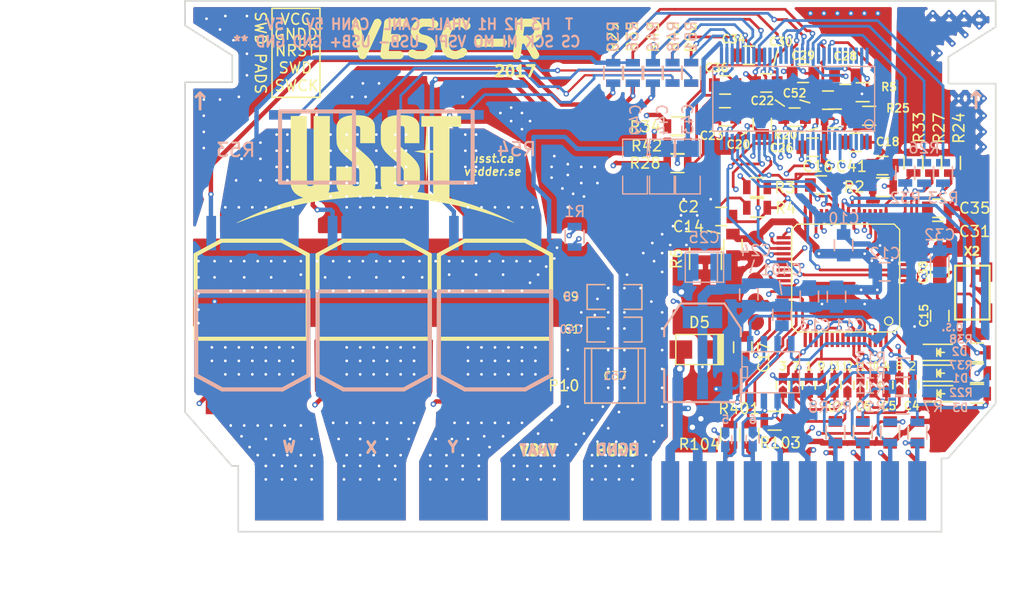
<source format=kicad_pcb>
(kicad_pcb (version 4) (host pcbnew 4.0.4-stable)
  (title_block (title "BLDC Driver 4.6") (date "30 Aug 2014") (rev A) (company "Benjamin Vedder"))
  (layers (0 F.Cu signal) (1 GND signal) (2 GND2 signal) (31 B.Cu signal) (34 B.Paste user) (35 F.Paste user) (36 B.SilkS user) (37 F.SilkS user) (38 B.Mask user) (39 F.Mask user) (44 Edge.Cuts user))
  (net 0 "")
  (net 1 +5V)
  (net 2 GND)
  (net 3 NRST)
  (net 4 "Net-(C15-Pad1)")
  (net 5 "Net-(C16-Pad1)")
  (net 6 "Net-(C17-Pad1)")
  (net 7 "Net-(C18-Pad1)")
  (net 8 "Net-(C20-Pad2)")
  (net 9 "Net-(C22-Pad1)")
  (net 10 "Net-(C22-Pad2)")
  (net 11 "Net-(C23-Pad2)")
  (net 12 "Net-(C28-Pad2)")
  (net 13 "Net-(C29-Pad2)")
  (net 14 "Net-(C30-Pad2)")
  (net 15 "Net-(C34-Pad1)")
  (net 16 "Net-(C34-Pad2)")
  (net 17 "Net-(C36-Pad1)")
  (net 18 "Net-(C36-Pad2)")
  (net 19 "Net-(C38-Pad1)")
  (net 20 "Net-(Q1-PadG)")
  (net 21 "Net-(Q2-PadG)")
  (net 22 "Net-(Q3-PadG)")
  (net 23 "Net-(Q4-PadG)")
  (net 24 "Net-(Q5-PadG)")
  (net 25 "Net-(Q6-PadG)")
  (net 26 "Net-(R20-Pad1)")
  (net 27 "Net-(R25-Pad2)")
  (net 28 SWCLK)
  (net 29 SWDIO)
  (net 30 VCC)
  (net 31 V_SUPPLY)
  (net 32 /MCU/AN_IN)
  (net 33 "/Mosfet driver/H1_LOW")
  (net 34 "/Mosfet driver/H3_LOW")
  (net 35 /MCU/SENS1)
  (net 36 /MCU/SENS2)
  (net 37 "/Mosfet driver/M_H1")
  (net 38 "/Mosfet driver/M_L1")
  (net 39 /MCU/SENS3)
  (net 40 "/Mosfet driver/M_H2")
  (net 41 "/Mosfet driver/M_L2")
  (net 42 "/Mosfet driver/M_H3")
  (net 43 "/Mosfet driver/M_L3")
  (net 44 "/Mosfet driver/SH1_A")
  (net 45 "/Mosfet driver/SH1_B")
  (net 46 "/Mosfet driver/SH2_A")
  (net 47 "/Mosfet driver/SH2_B")
  (net 48 /MCU/BR_SO2)
  (net 49 /MCU/BR_SO1)
  (net 50 /MCU/DC_CAL)
  (net 51 /MCU/L3)
  (net 52 /MCU/L2)
  (net 53 /MCU/L1)
  (net 54 /MCU/EN_GATE)
  (net 55 /MCU/FAULT)
  (net 56 /MCU/H3)
  (net 57 /MCU/H2)
  (net 58 /MCU/H1)
  (net 59 /Filters/HALL3_OUT)
  (net 60 /Filters/HALL2_OUT)
  (net 61 /Filters/HALL1_OUT)
  (net 62 /MCU/LED_GREEN)
  (net 63 /MCU/LED_RED)
  (net 64 "/CAN bus transceiver/CAN_RX")
  (net 65 "/CAN bus transceiver/CAN_TX")
  (net 66 /MCU/ADC_TEMP)
  (net 67 "Net-(D1-Pad2)")
  (net 68 "Net-(D2-Pad2)")
  (net 69 "Net-(D3-Pad2)")
  (net 70 /Temp)
  (net 71 /W)
  (net 72 /X)
  (net 73 /Y)
  (net 74 /SCK)
  (net 75 /MISO)
  (net 76 /CS)
  (net 77 /TX_SDA)
  (net 78 /CAN_H)
  (net 79 /RX_SCL_MOSI)
  (net 80 /CAN_L)
  (net 81 /MISO_2)
  (net 82 /SCK_2)
  (net 83 /H2)
  (net 84 /H3)
  (net 85 /H1)
  (net 86 "Net-(R5-Pad2)")
  (net 87 GNDD)
  (net 88 /CardEdge/CS)
  (net 89 /CardEdge/MISO)
  (net 90 /CardEdge/MOSI)
  (net 91 /USB_P)
  (net 92 /USBD_P)
  (net 93 /USB_N)
  (net 94 /USBD_N)
  (net 95 /CardEdge/SCK)
  (module USST-footprints:VIA_STICH_0.5 (layer F.Cu) (at 96.75 133)
    (fp_text reference REF** hide)
    (fp_text value VIA_STICH_0.5 hide)
    (pad 1 thru_hole circle (at 0 0) (size 0.508 0.508) (drill 0.254) (layers *.Cu) (net 73 /Y))
  )
  (module USST-footprints:VIA_STICH_0.5 (layer F.Cu) (at 95.5 133)
    (fp_text reference REF** hide)
    (fp_text value VIA_STICH_0.5 hide)
    (pad 1 thru_hole circle (at 0 0) (size 0.508 0.508) (drill 0.254) (layers *.Cu) (net 73 /Y))
  )
  (module USST-footprints:VIA_STICH_0.5 (layer F.Cu) (at 94.25 133)
    (fp_text reference REF** hide)
    (fp_text value VIA_STICH_0.5 hide)
    (pad 1 thru_hole circle (at 0 0) (size 0.508 0.508) (drill 0.254) (layers *.Cu) (net 73 /Y))
  )
  (module USST-footprints:VIA_STICH_0.5 (layer F.Cu) (at 93 133)
    (fp_text reference REF** hide)
    (fp_text value VIA_STICH_0.5 hide)
    (pad 1 thru_hole circle (at 0 0) (size 0.508 0.508) (drill 0.254) (layers *.Cu) (net 73 /Y))
  )
  (module USST-footprints:VIA_STICH_0.5 (layer F.Cu) (at 91.75 133)
    (fp_text reference REF** hide)
    (fp_text value VIA_STICH_0.5 hide)
    (pad 1 thru_hole circle (at 0 0) (size 0.508 0.508) (drill 0.254) (layers *.Cu) (net 73 /Y))
  )
  (module USST-footprints:VIA_STICH_0.5 (layer F.Cu) (at 90.5 133)
    (fp_text reference REF** hide)
    (fp_text value VIA_STICH_0.5 hide)
    (pad 1 thru_hole circle (at 0 0) (size 0.508 0.508) (drill 0.254) (layers *.Cu) (net 73 /Y))
  )
  (module USST-footprints:VIA_STICH_0.5 (layer F.Cu) (at 90.5 134.25)
    (fp_text reference REF** hide)
    (fp_text value VIA_STICH_0.5 hide)
    (pad 1 thru_hole circle (at 0 0) (size 0.508 0.508) (drill 0.254) (layers *.Cu) (net 73 /Y))
  )
  (module USST-footprints:VIA_STICH_0.5 (layer F.Cu) (at 91.75 134.25)
    (fp_text reference REF** hide)
    (fp_text value VIA_STICH_0.5 hide)
    (pad 1 thru_hole circle (at 0 0) (size 0.508 0.508) (drill 0.254) (layers *.Cu) (net 73 /Y))
  )
  (module USST-footprints:VIA_STICH_0.5 (layer F.Cu) (at 93 134.25)
    (fp_text reference REF** hide)
    (fp_text value VIA_STICH_0.5 hide)
    (pad 1 thru_hole circle (at 0 0) (size 0.508 0.508) (drill 0.254) (layers *.Cu) (net 73 /Y))
  )
  (module USST-footprints:VIA_STICH_0.5 (layer F.Cu) (at 94.25 134.25)
    (fp_text reference REF** hide)
    (fp_text value VIA_STICH_0.5 hide)
    (pad 1 thru_hole circle (at 0 0) (size 0.508 0.508) (drill 0.254) (layers *.Cu) (net 73 /Y))
  )
  (module USST-footprints:VIA_STICH_0.5 (layer F.Cu) (at 95.5 134.25)
    (fp_text reference REF** hide)
    (fp_text value VIA_STICH_0.5 hide)
    (pad 1 thru_hole circle (at 0 0) (size 0.508 0.508) (drill 0.254) (layers *.Cu) (net 73 /Y))
  )
  (module USST-footprints:VIA_STICH_0.5 (layer F.Cu) (at 96.75 134.25)
    (fp_text reference REF** hide)
    (fp_text value VIA_STICH_0.5 hide)
    (pad 1 thru_hole circle (at 0 0) (size 0.508 0.508) (drill 0.254) (layers *.Cu) (net 73 /Y))
  )
  (module USST-footprints:VIA_STICH_0.5 (layer F.Cu) (at 96.75 135.5)
    (fp_text reference REF** hide)
    (fp_text value VIA_STICH_0.5 hide)
    (pad 1 thru_hole circle (at 0 0) (size 0.508 0.508) (drill 0.254) (layers *.Cu) (net 73 /Y))
  )
  (module USST-footprints:VIA_STICH_0.5 (layer F.Cu) (at 95.5 135.5)
    (fp_text reference REF** hide)
    (fp_text value VIA_STICH_0.5 hide)
    (pad 1 thru_hole circle (at 0 0) (size 0.508 0.508) (drill 0.254) (layers *.Cu) (net 73 /Y))
  )
  (module USST-footprints:VIA_STICH_0.5 (layer F.Cu) (at 94.25 135.5)
    (fp_text reference REF** hide)
    (fp_text value VIA_STICH_0.5 hide)
    (pad 1 thru_hole circle (at 0 0) (size 0.508 0.508) (drill 0.254) (layers *.Cu) (net 73 /Y))
  )
  (module USST-footprints:VIA_STICH_0.5 (layer F.Cu) (at 93 135.5)
    (fp_text reference REF** hide)
    (fp_text value VIA_STICH_0.5 hide)
    (pad 1 thru_hole circle (at 0 0) (size 0.508 0.508) (drill 0.254) (layers *.Cu) (net 73 /Y))
  )
  (module USST-footprints:VIA_STICH_0.5 (layer F.Cu) (at 91.75 135.5)
    (fp_text reference REF** hide)
    (fp_text value VIA_STICH_0.5 hide)
    (pad 1 thru_hole circle (at 0 0) (size 0.508 0.508) (drill 0.254) (layers *.Cu) (net 73 /Y))
  )
  (module USST-footprints:VIA_STICH_0.5 (layer F.Cu) (at 90.5 135.5)
    (fp_text reference REF** hide)
    (fp_text value VIA_STICH_0.5 hide)
    (pad 1 thru_hole circle (at 0 0) (size 0.508 0.508) (drill 0.254) (layers *.Cu) (net 73 /Y))
  )
  (module USST-footprints:VIA_STICH_0.5 (layer F.Cu) (at 109.5 121.75)
    (fp_text reference REF** hide)
    (fp_text value VIA_STICH_0.5 hide)
    (pad 1 thru_hole circle (at 0 0) (size 0.508 0.508) (drill 0.254) (layers *.Cu) (net 2 GND))
  )
  (module USST-footprints:VIA_STICH_0.5 (layer F.Cu) (at 110.5 119.25)
    (fp_text reference REF** hide)
    (fp_text value VIA_STICH_0.5 hide)
    (pad 1 thru_hole circle (at 0 0) (size 0.508 0.508) (drill 0.254) (layers *.Cu) (net 2 GND))
  )
  (module USST-footprints:VIA_STICH_0.5 (layer F.Cu) (at 110.25 120.75)
    (fp_text reference REF** hide)
    (fp_text value VIA_STICH_0.5 hide)
    (pad 1 thru_hole circle (at 0 0) (size 0.508 0.508) (drill 0.254) (layers *.Cu) (net 2 GND))
  )
  (module USST-footprints:VIA_STICH_0.5 (layer F.Cu) (at 110.75 122)
    (fp_text reference REF** hide)
    (fp_text value VIA_STICH_0.5 hide)
    (pad 1 thru_hole circle (at 0 0) (size 0.508 0.508) (drill 0.254) (layers *.Cu) (net 2 GND))
  )
  (module USST-footprints:VIA_STICH_0.5 (layer F.Cu) (at 111.75 120.75)
    (fp_text reference REF** hide)
    (fp_text value VIA_STICH_0.5 hide)
    (pad 1 thru_hole circle (at 0 0) (size 0.508 0.508) (drill 0.254) (layers *.Cu) (net 2 GND))
  )
  (module USST-footprints:VIA_STICH_0.5 (layer F.Cu) (at 110.75 123.5)
    (fp_text reference REF** hide)
    (fp_text value VIA_STICH_0.5 hide)
    (pad 1 thru_hole circle (at 0 0) (size 0.508 0.508) (drill 0.254) (layers *.Cu) (net 2 GND))
  )
  (module USST-footprints:VIA_STICH_0.5 (layer F.Cu) (at 113 119.25)
    (fp_text reference REF** hide)
    (fp_text value VIA_STICH_0.5 hide)
    (pad 1 thru_hole circle (at 0 0) (size 0.508 0.508) (drill 0.254) (layers *.Cu) (net 2 GND))
  )
  (module USST-footprints:VIA_STICH_0.5 (layer F.Cu) (at 122.25 102)
    (fp_text reference REF** hide)
    (fp_text value VIA_STICH_0.5 hide)
    (pad 1 thru_hole circle (at 0 0) (size 0.508 0.508) (drill 0.254) (layers *.Cu) (net 2 GND))
  )
  (module USST-footprints:VIA_STICH_0.5 (layer F.Cu) (at 123.5 102)
    (fp_text reference REF** hide)
    (fp_text value VIA_STICH_0.5 hide)
    (pad 1 thru_hole circle (at 0 0) (size 0.508 0.508) (drill 0.254) (layers *.Cu) (net 2 GND))
  )
  (module USST-footprints:VIA_STICH_0.5 (layer F.Cu) (at 124.75 102)
    (fp_text reference REF** hide)
    (fp_text value VIA_STICH_0.5 hide)
    (pad 1 thru_hole circle (at 0 0) (size 0.508 0.508) (drill 0.254) (layers *.Cu) (net 2 GND))
  )
  (module USST-footprints:VIA_STICH_0.5 (layer F.Cu) (at 126 102)
    (fp_text reference REF** hide)
    (fp_text value VIA_STICH_0.5 hide)
    (pad 1 thru_hole circle (at 0 0) (size 0.508 0.508) (drill 0.254) (layers *.Cu) (net 2 GND))
  )
  (module USST-footprints:VIA_STICH_0.5 (layer F.Cu) (at 127.25 102)
    (fp_text reference REF** hide)
    (fp_text value VIA_STICH_0.5 hide)
    (pad 1 thru_hole circle (at 0 0) (size 0.508 0.508) (drill 0.254) (layers *.Cu) (net 2 GND))
  )
  (module USST-footprints:VIA_STICH_0.5 (layer F.Cu) (at 128.5 102)
    (fp_text reference REF** hide)
    (fp_text value VIA_STICH_0.5 hide)
    (pad 1 thru_hole circle (at 0 0) (size 0.508 0.508) (drill 0.254) (layers *.Cu) (net 2 GND))
  )
  (module USST-footprints:VIA_STICH_0.5 (layer F.Cu) (at 138.3 114.4)
    (fp_text reference REF** hide)
    (fp_text value VIA_STICH_0.5 hide)
    (pad 1 thru_hole circle (at 0 0) (size 0.508 0.508) (drill 0.254) (layers *.Cu) (net 87 GNDD))
  )
  (module USST-footprints:VIA_STICH_0.5 (layer F.Cu) (at 138.3 113)
    (fp_text reference REF** hide)
    (fp_text value VIA_STICH_0.5 hide)
    (pad 1 thru_hole circle (at 0 0) (size 0.508 0.508) (drill 0.254) (layers *.Cu) (net 87 GNDD))
  )
  (module USST-footprints:VIA_STICH_0.5 (layer F.Cu) (at 138.3 111.5)
    (fp_text reference REF** hide)
    (fp_text value VIA_STICH_0.5 hide)
    (pad 1 thru_hole circle (at 0 0) (size 0.508 0.508) (drill 0.254) (layers *.Cu) (net 87 GNDD))
  )
  (module USST-footprints:VIA_STICH_0.5 (layer F.Cu) (at 138.3 109.9)
    (fp_text reference REF** hide)
    (fp_text value VIA_STICH_0.5 hide)
    (pad 1 thru_hole circle (at 0 0) (size 0.508 0.508) (drill 0.254) (layers *.Cu) (net 87 GNDD))
  )
  (module USST-footprints:VIA_STICH_0.5 (layer F.Cu) (at 137.2 109.9)
    (fp_text reference REF** hide)
    (fp_text value VIA_STICH_0.5 hide)
    (pad 1 thru_hole circle (at 0 0) (size 0.508 0.508) (drill 0.254) (layers *.Cu) (net 87 GNDD))
  )
  (module USST-footprints:VIA_STICH_0.5 (layer F.Cu) (at 136 109.9)
    (fp_text reference REF** hide)
    (fp_text value VIA_STICH_0.5 hide)
    (pad 1 thru_hole circle (at 0 0) (size 0.508 0.508) (drill 0.254) (layers *.Cu) (net 87 GNDD))
  )
  (module USST-footprints:VIA_STICH_0.5 (layer F.Cu) (at 134.2 105.7)
    (fp_text reference REF** hide)
    (fp_text value VIA_STICH_0.5 hide)
    (pad 1 thru_hole circle (at 0 0) (size 0.508 0.508) (drill 0.254) (layers *.Cu) (net 87 GNDD))
  )
  (module USST-footprints:VIA_STICH_0.5 (layer F.Cu) (at 135.4 104.8)
    (fp_text reference REF** hide)
    (fp_text value VIA_STICH_0.5 hide)
    (pad 1 thru_hole circle (at 0 0) (size 0.508 0.508) (drill 0.254) (layers *.Cu) (net 87 GNDD))
  )
  (module USST-footprints:VIA_STICH_0.5 (layer F.Cu) (at 136.6 104)
    (fp_text reference REF** hide)
    (fp_text value VIA_STICH_0.5 hide)
    (pad 1 thru_hole circle (at 0 0) (size 0.508 0.508) (drill 0.254) (layers *.Cu) (net 87 GNDD))
  )
  (module USST-footprints:VIA_STICH_0.5 (layer F.Cu) (at 137.9 103.2)
    (fp_text reference REF** hide)
    (fp_text value VIA_STICH_0.5 hide)
    (pad 1 thru_hole circle (at 0 0) (size 0.508 0.508) (drill 0.254) (layers *.Cu) (net 87 GNDD))
  )
  (module USST-footprints:VIA_STICH_0.5 (layer F.Cu) (at 133.6 102)
    (fp_text reference REF** hide)
    (fp_text value VIA_STICH_0.5 hide)
    (pad 1 thru_hole circle (at 0 0) (size 0.508 0.508) (drill 0.254) (layers *.Cu) (net 87 GNDD))
  )
  (module USST-footprints:VIA_STICH_0.5 (layer F.Cu) (at 135.1 102)
    (fp_text reference REF** hide)
    (fp_text value VIA_STICH_0.5 hide)
    (pad 1 thru_hole circle (at 0 0) (size 0.508 0.508) (drill 0.254) (layers *.Cu) (net 87 GNDD))
  )
  (module USST-footprints:VIA_STICH_0.5 (layer F.Cu) (at 136.5 102)
    (fp_text reference REF** hide)
    (fp_text value VIA_STICH_0.5 hide)
    (pad 1 thru_hole circle (at 0 0) (size 0.508 0.508) (drill 0.254) (layers *.Cu) (net 87 GNDD))
  )
  (module USST-footprints:VIA_STICH_0.5 (layer F.Cu) (at 137.9 102)
    (fp_text reference REF** hide)
    (fp_text value VIA_STICH_0.5 hide)
    (pad 1 thru_hole circle (at 0 0) (size 0.508 0.508) (drill 0.254) (layers *.Cu) (net 87 GNDD))
  )
  (module USST-footprints:VIA_STICH_0.5 (layer F.Cu) (at 66 114.5)
    (fp_text reference REF** hide)
    (fp_text value VIA_STICH_0.5 hide)
    (pad 1 thru_hole circle (at 0 0) (size 0.508 0.508) (drill 0.254) (layers *.Cu) (net 2 GND))
  )
  (module USST-footprints:VIA_STICH_0.5 (layer F.Cu) (at 66 113)
    (fp_text reference REF** hide)
    (fp_text value VIA_STICH_0.5 hide)
    (pad 1 thru_hole circle (at 0 0) (size 0.508 0.508) (drill 0.254) (layers *.Cu) (net 2 GND))
  )
  (module USST-footprints:VIA_STICH_0.5 (layer F.Cu) (at 66 111.5)
    (fp_text reference REF** hide)
    (fp_text value VIA_STICH_0.5 hide)
    (pad 1 thru_hole circle (at 0 0) (size 0.508 0.508) (drill 0.254) (layers *.Cu) (net 2 GND))
  )
  (module USST-footprints:VIA_STICH_0.5 (layer F.Cu) (at 66 110)
    (fp_text reference REF** hide)
    (fp_text value VIA_STICH_0.5 hide)
    (pad 1 thru_hole circle (at 0 0) (size 0.508 0.508) (drill 0.254) (layers *.Cu) (net 2 GND))
  )
  (module USST-footprints:VIA_STICH_0.5 (layer F.Cu) (at 70 102.25)
    (fp_text reference REF** hide)
    (fp_text value VIA_STICH_0.5 hide)
    (pad 1 thru_hole circle (at 0 0) (size 0.508 0.508) (drill 0.254) (layers *.Cu) (net 2 GND))
  )
  (module USST-footprints:VIA_STICH_0.5 (layer F.Cu) (at 68 102.25)
    (fp_text reference REF** hide)
    (fp_text value VIA_STICH_0.5 hide)
    (pad 1 thru_hole circle (at 0 0) (size 0.508 0.508) (drill 0.254) (layers *.Cu) (net 2 GND))
  )
  (module USST-footprints:VIA_STICH_0.5 (layer F.Cu) (at 66.25 102.5)
    (fp_text reference REF** hide)
    (fp_text value VIA_STICH_0.5 hide)
    (pad 1 thru_hole circle (at 0 0) (size 0.508 0.508) (drill 0.254) (layers *.Cu) (net 2 GND))
  )
  (module USST-footprints:VIA_STICH_0.5 (layer F.Cu) (at 67.5 103.5)
    (fp_text reference REF** hide)
    (fp_text value VIA_STICH_0.5 hide)
    (pad 1 thru_hole circle (at 0 0) (size 0.508 0.508) (drill 0.254) (layers *.Cu) (net 2 GND))
  )
  (module USST-footprints:VIA_STICH_0.5 (layer F.Cu) (at 68.75 104.5)
    (fp_text reference REF** hide)
    (fp_text value VIA_STICH_0.5 hide)
    (pad 1 thru_hole circle (at 0 0) (size 0.508 0.508) (drill 0.254) (layers *.Cu) (net 2 GND))
  )
  (module USST-footprints:VIA_STICH_0.5 (layer F.Cu) (at 70 105.75)
    (fp_text reference REF** hide)
    (fp_text value VIA_STICH_0.5 hide)
    (pad 1 thru_hole circle (at 0 0) (size 0.508 0.508) (drill 0.254) (layers *.Cu) (net 2 GND))
  )
  (module USST-footprints:VIA_STICH_0.5 (layer F.Cu) (at 70 107.75)
    (fp_text reference REF** hide)
    (fp_text value VIA_STICH_0.5 hide)
    (pad 1 thru_hole circle (at 0 0) (size 0.508 0.508) (drill 0.254) (layers *.Cu) (net 2 GND))
  )
  (module USST-footprints:VIA_STICH_0.5 (layer F.Cu) (at 69.25 109.75)
    (fp_text reference REF** hide)
    (fp_text value VIA_STICH_0.5 hide)
    (pad 1 thru_hole circle (at 0 0) (size 0.508 0.508) (drill 0.254) (layers *.Cu) (net 2 GND))
  )
  (module USST-footprints:VIA_STICH_0.5 (layer F.Cu) (at 67.5 110)
    (fp_text reference REF** hide)
    (fp_text value VIA_STICH_0.5 hide)
    (pad 1 thru_hole circle (at 0 0) (size 0.508 0.508) (drill 0.254) (layers *.Cu) (net 2 GND))
  )
  (module USST-footprints:VIA_STICH_0.5 (layer F.Cu) (at 87 145.25)
    (fp_text reference REF** hide)
    (fp_text value VIA_STICH_0.5 hide)
    (pad 1 thru_hole circle (at 0 0) (size 0.508 0.508) (drill 0.254) (layers *.Cu) (net 73 /Y))
  )
  (module USST-footprints:VIA_STICH_0.5 (layer F.Cu) (at 88.5 145.25)
    (fp_text reference REF** hide)
    (fp_text value VIA_STICH_0.5 hide)
    (pad 1 thru_hole circle (at 0 0) (size 0.508 0.508) (drill 0.254) (layers *.Cu) (net 73 /Y))
  )
  (module USST-footprints:VIA_STICH_0.5 (layer F.Cu) (at 90 145.25)
    (fp_text reference REF** hide)
    (fp_text value VIA_STICH_0.5 hide)
    (pad 1 thru_hole circle (at 0 0) (size 0.508 0.508) (drill 0.254) (layers *.Cu) (net 73 /Y))
  )
  (module USST-footprints:VIA_STICH_0.5 (layer F.Cu) (at 91.5 145.25)
    (fp_text reference REF** hide)
    (fp_text value VIA_STICH_0.5 hide)
    (pad 1 thru_hole circle (at 0 0) (size 0.508 0.508) (drill 0.254) (layers *.Cu) (net 73 /Y))
  )
  (module USST-footprints:VIA_STICH_0.5 (layer F.Cu) (at 91.5 144)
    (fp_text reference REF** hide)
    (fp_text value VIA_STICH_0.5 hide)
    (pad 1 thru_hole circle (at 0 0) (size 0.508 0.508) (drill 0.254) (layers *.Cu) (net 73 /Y))
  )
  (module USST-footprints:VIA_STICH_0.5 (layer F.Cu) (at 90 144)
    (fp_text reference REF** hide)
    (fp_text value VIA_STICH_0.5 hide)
    (pad 1 thru_hole circle (at 0 0) (size 0.508 0.508) (drill 0.254) (layers *.Cu) (net 73 /Y))
  )
  (module USST-footprints:VIA_STICH_0.5 (layer F.Cu) (at 88.5 144)
    (fp_text reference REF** hide)
    (fp_text value VIA_STICH_0.5 hide)
    (pad 1 thru_hole circle (at 0 0) (size 0.508 0.508) (drill 0.254) (layers *.Cu) (net 73 /Y))
  )
  (module USST-footprints:VIA_STICH_0.5 (layer F.Cu) (at 87 144)
    (fp_text reference REF** hide)
    (fp_text value VIA_STICH_0.5 hide)
    (pad 1 thru_hole circle (at 0 0) (size 0.508 0.508) (drill 0.254) (layers *.Cu) (net 73 /Y))
  )
  (module USST-footprints:VIA_STICH_0.5 (layer F.Cu) (at 92 141.25)
    (fp_text reference REF** hide)
    (fp_text value VIA_STICH_0.5 hide)
    (pad 1 thru_hole circle (at 0 0) (size 0.508 0.508) (drill 0.254) (layers *.Cu) (net 73 /Y))
  )
  (module USST-footprints:VIA_STICH_0.5 (layer F.Cu) (at 90.5 141.5)
    (fp_text reference REF** hide)
    (fp_text value VIA_STICH_0.5 hide)
    (pad 1 thru_hole circle (at 0 0) (size 0.508 0.508) (drill 0.254) (layers *.Cu) (net 73 /Y))
  )
  (module USST-footprints:VIA_STICH_0.5 (layer F.Cu) (at 89 141.5)
    (fp_text reference REF** hide)
    (fp_text value VIA_STICH_0.5 hide)
    (pad 1 thru_hole circle (at 0 0) (size 0.508 0.508) (drill 0.254) (layers *.Cu) (net 73 /Y))
  )
  (module USST-footprints:VIA_STICH_0.5 (layer F.Cu) (at 88.5 143)
    (fp_text reference REF** hide)
    (fp_text value VIA_STICH_0.5 hide)
    (pad 1 thru_hole circle (at 0 0) (size 0.508 0.508) (drill 0.254) (layers *.Cu) (net 73 /Y))
  )
  (module USST-footprints:VIA_STICH_0.5 (layer F.Cu) (at 90 143)
    (fp_text reference REF** hide)
    (fp_text value VIA_STICH_0.5 hide)
    (pad 1 thru_hole circle (at 0 0) (size 0.508 0.508) (drill 0.254) (layers *.Cu) (net 73 /Y))
  )
  (module USST-footprints:VIA_STICH_0.5 (layer F.Cu) (at 91.5 143)
    (fp_text reference REF** hide)
    (fp_text value VIA_STICH_0.5 hide)
    (pad 1 thru_hole circle (at 0 0) (size 0.508 0.508) (drill 0.254) (layers *.Cu) (net 73 /Y))
  )
  (module USST-footprints:VIA_STICH_0.5 (layer F.Cu) (at 92.5 142.25)
    (fp_text reference REF** hide)
    (fp_text value VIA_STICH_0.5 hide)
    (pad 1 thru_hole circle (at 0 0) (size 0.508 0.508) (drill 0.254) (layers *.Cu) (net 73 /Y))
  )
  (module USST-footprints:VIA_STICH_0.5 (layer F.Cu) (at 93.75 141.25)
    (fp_text reference REF** hide)
    (fp_text value VIA_STICH_0.5 hide)
    (pad 1 thru_hole circle (at 0 0) (size 0.508 0.508) (drill 0.254) (layers *.Cu) (net 73 /Y))
  )
  (module USST-footprints:VIA_STICH_0.5 (layer F.Cu) (at 95.5 140)
    (fp_text reference REF** hide)
    (fp_text value VIA_STICH_0.5 hide)
    (pad 1 thru_hole circle (at 0 0) (size 0.508 0.508) (drill 0.254) (layers *.Cu) (net 73 /Y))
  )
  (module USST-footprints:VIA_STICH_0.5 (layer F.Cu) (at 94.25 140)
    (fp_text reference REF** hide)
    (fp_text value VIA_STICH_0.5 hide)
    (pad 1 thru_hole circle (at 0 0) (size 0.508 0.508) (drill 0.254) (layers *.Cu) (net 73 /Y))
  )
  (module USST-footprints:VIA_STICH_0.5 (layer F.Cu) (at 93 140)
    (fp_text reference REF** hide)
    (fp_text value VIA_STICH_0.5 hide)
    (pad 1 thru_hole circle (at 0 0) (size 0.508 0.508) (drill 0.254) (layers *.Cu) (net 73 /Y))
  )
  (module USST-footprints:VIA_STICH_0.5 (layer F.Cu) (at 91.75 140)
    (fp_text reference REF** hide)
    (fp_text value VIA_STICH_0.5 hide)
    (pad 1 thru_hole circle (at 0 0) (size 0.508 0.508) (drill 0.254) (layers *.Cu) (net 73 /Y))
  )
  (module USST-footprints:VIA_STICH_0.5 (layer F.Cu) (at 90.5 140)
    (fp_text reference REF** hide)
    (fp_text value VIA_STICH_0.5 hide)
    (pad 1 thru_hole circle (at 0 0) (size 0.508 0.508) (drill 0.254) (layers *.Cu) (net 73 /Y))
  )
  (module USST-footprints:VIA_STICH_0.5 (layer F.Cu) (at 89.25 140)
    (fp_text reference REF** hide)
    (fp_text value VIA_STICH_0.5 hide)
    (pad 1 thru_hole circle (at 0 0) (size 0.508 0.508) (drill 0.254) (layers *.Cu) (net 73 /Y))
  )
  (module USST-footprints:VIA_STICH_0.5 (layer F.Cu) (at 87.5 141.5)
    (fp_text reference REF** hide)
    (fp_text value VIA_STICH_0.5 hide)
    (pad 1 thru_hole circle (at 0 0) (size 0.508 0.508) (drill 0.254) (layers *.Cu) (net 73 /Y))
  )
  (module USST-footprints:VIA_STICH_0.5 (layer F.Cu) (at 87 143)
    (fp_text reference REF** hide)
    (fp_text value VIA_STICH_0.5 hide)
    (pad 1 thru_hole circle (at 0 0) (size 0.508 0.508) (drill 0.254) (layers *.Cu) (net 73 /Y))
  )
  (module USST-footprints:VIA_STICH_0.5 (layer F.Cu) (at 76 145.25)
    (fp_text reference REF** hide)
    (fp_text value VIA_STICH_0.5 hide)
    (pad 1 thru_hole circle (at 0 0) (size 0.508 0.508) (drill 0.254) (layers *.Cu) (net 71 /W))
  )
  (module USST-footprints:VIA_STICH_0.5 (layer F.Cu) (at 74.5 145.25)
    (fp_text reference REF** hide)
    (fp_text value VIA_STICH_0.5 hide)
    (pad 1 thru_hole circle (at 0 0) (size 0.508 0.508) (drill 0.254) (layers *.Cu) (net 71 /W))
  )
  (module USST-footprints:VIA_STICH_0.5 (layer F.Cu) (at 73.25 145.25)
    (fp_text reference REF** hide)
    (fp_text value VIA_STICH_0.5 hide)
    (pad 1 thru_hole circle (at 0 0) (size 0.508 0.508) (drill 0.254) (layers *.Cu) (net 71 /W))
  )
  (module USST-footprints:VIA_STICH_0.5 (layer F.Cu) (at 71.75 145.25)
    (fp_text reference REF** hide)
    (fp_text value VIA_STICH_0.5 hide)
    (pad 1 thru_hole circle (at 0 0) (size 0.508 0.508) (drill 0.254) (layers *.Cu) (net 71 /W))
  )
  (module USST-footprints:VIA_STICH_0.5 (layer F.Cu) (at 71.75 144)
    (fp_text reference REF** hide)
    (fp_text value VIA_STICH_0.5 hide)
    (pad 1 thru_hole circle (at 0 0) (size 0.508 0.508) (drill 0.254) (layers *.Cu) (net 71 /W))
  )
  (module USST-footprints:VIA_STICH_0.5 (layer F.Cu) (at 73.25 144)
    (fp_text reference REF** hide)
    (fp_text value VIA_STICH_0.5 hide)
    (pad 1 thru_hole circle (at 0 0) (size 0.508 0.508) (drill 0.254) (layers *.Cu) (net 71 /W))
  )
  (module USST-footprints:VIA_STICH_0.5 (layer F.Cu) (at 74.5 144)
    (fp_text reference REF** hide)
    (fp_text value VIA_STICH_0.5 hide)
    (pad 1 thru_hole circle (at 0 0) (size 0.508 0.508) (drill 0.254) (layers *.Cu) (net 71 /W))
  )
  (module USST-footprints:VIA_STICH_0.5 (layer F.Cu) (at 76 144)
    (fp_text reference REF** hide)
    (fp_text value VIA_STICH_0.5 hide)
    (pad 1 thru_hole circle (at 0 0) (size 0.508 0.508) (drill 0.254) (layers *.Cu) (net 71 /W))
  )
  (module USST-footprints:VIA_STICH_0.5 (layer F.Cu) (at 71.75 141.5)
    (fp_text reference REF** hide)
    (fp_text value VIA_STICH_0.5 hide)
    (pad 1 thru_hole circle (at 0 0) (size 0.508 0.508) (drill 0.254) (layers *.Cu) (net 71 /W))
  )
  (module USST-footprints:VIA_STICH_0.5 (layer F.Cu) (at 74 141.5)
    (fp_text reference REF** hide)
    (fp_text value VIA_STICH_0.5 hide)
    (pad 1 thru_hole circle (at 0 0) (size 0.508 0.508) (drill 0.254) (layers *.Cu) (net 71 /W))
  )
  (module USST-footprints:VIA_STICH_0.5 (layer F.Cu) (at 69.5 141.25)
    (fp_text reference REF** hide)
    (fp_text value VIA_STICH_0.5 hide)
    (pad 1 thru_hole circle (at 0 0) (size 0.508 0.508) (drill 0.254) (layers *.Cu) (net 71 /W))
  )
  (module USST-footprints:VIA_STICH_0.5 (layer F.Cu) (at 70.25 142.25)
    (fp_text reference REF** hide)
    (fp_text value VIA_STICH_0.5 hide)
    (pad 1 thru_hole circle (at 0 0) (size 0.508 0.508) (drill 0.254) (layers *.Cu) (net 71 /W))
  )
  (module USST-footprints:VIA_STICH_0.5 (layer F.Cu) (at 71 143)
    (fp_text reference REF** hide)
    (fp_text value VIA_STICH_0.5 hide)
    (pad 1 thru_hole circle (at 0 0) (size 0.508 0.508) (drill 0.254) (layers *.Cu) (net 71 /W))
  )
  (module USST-footprints:VIA_STICH_0.5 (layer F.Cu) (at 72.5 143)
    (fp_text reference REF** hide)
    (fp_text value VIA_STICH_0.5 hide)
    (pad 1 thru_hole circle (at 0 0) (size 0.508 0.508) (drill 0.254) (layers *.Cu) (net 71 /W))
  )
  (module USST-footprints:VIA_STICH_0.5 (layer F.Cu) (at 73.75 143)
    (fp_text reference REF** hide)
    (fp_text value VIA_STICH_0.5 hide)
    (pad 1 thru_hole circle (at 0 0) (size 0.508 0.508) (drill 0.254) (layers *.Cu) (net 71 /W))
  )
  (module USST-footprints:VIA_STICH_0.5 (layer F.Cu) (at 75 143)
    (fp_text reference REF** hide)
    (fp_text value VIA_STICH_0.5 hide)
    (pad 1 thru_hole circle (at 0 0) (size 0.508 0.508) (drill 0.254) (layers *.Cu) (net 71 /W))
  )
  (module USST-footprints:VIA_STICH_0.5 (layer F.Cu) (at 76.25 143)
    (fp_text reference REF** hide)
    (fp_text value VIA_STICH_0.5 hide)
    (pad 1 thru_hole circle (at 0 0) (size 0.508 0.508) (drill 0.254) (layers *.Cu) (net 71 /W))
  )
  (module USST-footprints:VIA_STICH_0.5 (layer F.Cu) (at 76 141.5)
    (fp_text reference REF** hide)
    (fp_text value VIA_STICH_0.5 hide)
    (pad 1 thru_hole circle (at 0 0) (size 0.508 0.508) (drill 0.254) (layers *.Cu) (net 71 /W))
  )
  (module USST-footprints:VIA_STICH_0.5 (layer F.Cu) (at 75 140.25)
    (fp_text reference REF** hide)
    (fp_text value VIA_STICH_0.5 hide)
    (pad 1 thru_hole circle (at 0 0) (size 0.508 0.508) (drill 0.254) (layers *.Cu) (net 71 /W))
  )
  (module USST-footprints:VIA_STICH_0.5 (layer F.Cu) (at 73.5 140.25)
    (fp_text reference REF** hide)
    (fp_text value VIA_STICH_0.5 hide)
    (pad 1 thru_hole circle (at 0 0) (size 0.508 0.508) (drill 0.254) (layers *.Cu) (net 71 /W))
  )
  (module USST-footprints:VIA_STICH_0.5 (layer F.Cu) (at 72.25 140.25)
    (fp_text reference REF** hide)
    (fp_text value VIA_STICH_0.5 hide)
    (pad 1 thru_hole circle (at 0 0) (size 0.508 0.508) (drill 0.254) (layers *.Cu) (net 71 /W))
  )
  (module USST-footprints:VIA_STICH_0.5 (layer F.Cu) (at 71 140.25)
    (fp_text reference REF** hide)
    (fp_text value VIA_STICH_0.5 hide)
    (pad 1 thru_hole circle (at 0 0) (size 0.508 0.508) (drill 0.254) (layers *.Cu) (net 71 /W))
  )
  (module USST-footprints:VIA_STICH_0.5 (layer F.Cu) (at 69.75 140.25)
    (fp_text reference REF** hide)
    (fp_text value VIA_STICH_0.5 hide)
    (pad 1 thru_hole circle (at 0 0) (size 0.508 0.508) (drill 0.254) (layers *.Cu) (net 71 /W))
  )
  (module USST-footprints:VIA_STICH_0.5 (layer F.Cu) (at 68.5 140.25)
    (fp_text reference REF** hide)
    (fp_text value VIA_STICH_0.5 hide)
    (pad 1 thru_hole circle (at 0 0) (size 0.508 0.508) (drill 0.254) (layers *.Cu) (net 71 /W))
  )
  (module USST-footprints:VIA_STICH_0.5 (layer F.Cu) (at 66.75 134.25)
    (fp_text reference REF** hide)
    (fp_text value VIA_STICH_0.5 hide)
    (pad 1 thru_hole circle (at 0 0) (size 0.508 0.508) (drill 0.254) (layers *.Cu) (net 71 /W))
  )
  (module USST-footprints:VIA_STICH_0.5 (layer F.Cu) (at 66.75 133)
    (fp_text reference REF** hide)
    (fp_text value VIA_STICH_0.5 hide)
    (pad 1 thru_hole circle (at 0 0) (size 0.508 0.508) (drill 0.254) (layers *.Cu) (net 71 /W))
  )
  (module USST-footprints:VIA_STICH_0.5 (layer F.Cu) (at 68 133)
    (fp_text reference REF** hide)
    (fp_text value VIA_STICH_0.5 hide)
    (pad 1 thru_hole circle (at 0 0) (size 0.508 0.508) (drill 0.254) (layers *.Cu) (net 71 /W))
  )
  (module USST-footprints:VIA_STICH_0.5 (layer F.Cu) (at 68 134.25)
    (fp_text reference REF** hide)
    (fp_text value VIA_STICH_0.5 hide)
    (pad 1 thru_hole circle (at 0 0) (size 0.508 0.508) (drill 0.254) (layers *.Cu) (net 71 /W))
  )
  (module USST-footprints:VIA_STICH_0.5 (layer F.Cu) (at 68 135.5)
    (fp_text reference REF** hide)
    (fp_text value VIA_STICH_0.5 hide)
    (pad 1 thru_hole circle (at 0 0) (size 0.508 0.508) (drill 0.254) (layers *.Cu) (net 71 /W))
  )
  (module USST-footprints:VIA_STICH_0.5 (layer F.Cu) (at 69.25 135.5)
    (fp_text reference REF** hide)
    (fp_text value VIA_STICH_0.5 hide)
    (pad 1 thru_hole circle (at 0 0) (size 0.508 0.508) (drill 0.254) (layers *.Cu) (net 71 /W))
  )
  (module USST-footprints:VIA_STICH_0.5 (layer F.Cu) (at 69.25 134.25)
    (fp_text reference REF** hide)
    (fp_text value VIA_STICH_0.5 hide)
    (pad 1 thru_hole circle (at 0 0) (size 0.508 0.508) (drill 0.254) (layers *.Cu) (net 71 /W))
  )
  (module USST-footprints:VIA_STICH_0.5 (layer F.Cu) (at 69.25 133)
    (fp_text reference REF** hide)
    (fp_text value VIA_STICH_0.5 hide)
    (pad 1 thru_hole circle (at 0 0) (size 0.508 0.508) (drill 0.254) (layers *.Cu) (net 71 /W))
  )
  (module USST-footprints:VIA_STICH_0.5 (layer F.Cu) (at 70.5 133)
    (fp_text reference REF** hide)
    (fp_text value VIA_STICH_0.5 hide)
    (pad 1 thru_hole circle (at 0 0) (size 0.508 0.508) (drill 0.254) (layers *.Cu) (net 71 /W))
  )
  (module USST-footprints:VIA_STICH_0.5 (layer F.Cu) (at 70.5 134.25)
    (fp_text reference REF** hide)
    (fp_text value VIA_STICH_0.5 hide)
    (pad 1 thru_hole circle (at 0 0) (size 0.508 0.508) (drill 0.254) (layers *.Cu) (net 71 /W))
  )
  (module USST-footprints:VIA_STICH_0.5 (layer F.Cu) (at 70.5 135.5)
    (fp_text reference REF** hide)
    (fp_text value VIA_STICH_0.5 hide)
    (pad 1 thru_hole circle (at 0 0) (size 0.508 0.508) (drill 0.254) (layers *.Cu) (net 71 /W))
  )
  (module USST-footprints:VIA_STICH_0.5 (layer F.Cu) (at 71.75 135.5)
    (fp_text reference REF** hide)
    (fp_text value VIA_STICH_0.5 hide)
    (pad 1 thru_hole circle (at 0 0) (size 0.508 0.508) (drill 0.254) (layers *.Cu) (net 71 /W))
  )
  (module USST-footprints:VIA_STICH_0.5 (layer F.Cu) (at 71.75 134.25)
    (fp_text reference REF** hide)
    (fp_text value VIA_STICH_0.5 hide)
    (pad 1 thru_hole circle (at 0 0) (size 0.508 0.508) (drill 0.254) (layers *.Cu) (net 71 /W))
  )
  (module USST-footprints:VIA_STICH_0.5 (layer F.Cu) (at 71.75 133)
    (fp_text reference REF** hide)
    (fp_text value VIA_STICH_0.5 hide)
    (pad 1 thru_hole circle (at 0 0) (size 0.508 0.508) (drill 0.254) (layers *.Cu) (net 71 /W))
  )
  (module USST-footprints:VIA_STICH_0.5 (layer F.Cu) (at 73 133)
    (fp_text reference REF** hide)
    (fp_text value VIA_STICH_0.5 hide)
    (pad 1 thru_hole circle (at 0 0) (size 0.508 0.508) (drill 0.254) (layers *.Cu) (net 71 /W))
  )
  (module USST-footprints:VIA_STICH_0.5 (layer F.Cu) (at 73 134.25)
    (fp_text reference REF** hide)
    (fp_text value VIA_STICH_0.5 hide)
    (pad 1 thru_hole circle (at 0 0) (size 0.508 0.508) (drill 0.254) (layers *.Cu) (net 71 /W))
  )
  (module USST-footprints:VIA_STICH_0.5 (layer F.Cu) (at 73 135.5)
    (fp_text reference REF** hide)
    (fp_text value VIA_STICH_0.5 hide)
    (pad 1 thru_hole circle (at 0 0) (size 0.508 0.508) (drill 0.254) (layers *.Cu) (net 71 /W))
  )
  (module USST-footprints:VIA_STICH_0.5 (layer F.Cu) (at 74.25 135.5)
    (fp_text reference REF** hide)
    (fp_text value VIA_STICH_0.5 hide)
    (pad 1 thru_hole circle (at 0 0) (size 0.508 0.508) (drill 0.254) (layers *.Cu) (net 71 /W))
  )
  (module USST-footprints:VIA_STICH_0.5 (layer F.Cu) (at 74.25 134.25)
    (fp_text reference REF** hide)
    (fp_text value VIA_STICH_0.5 hide)
    (pad 1 thru_hole circle (at 0 0) (size 0.508 0.508) (drill 0.254) (layers *.Cu) (net 71 /W))
  )
  (module USST-footprints:VIA_STICH_0.5 (layer F.Cu) (at 74.25 133)
    (fp_text reference REF** hide)
    (fp_text value VIA_STICH_0.5 hide)
    (pad 1 thru_hole circle (at 0 0) (size 0.508 0.508) (drill 0.254) (layers *.Cu) (net 71 /W))
  )
  (module USST-footprints:VIA_STICH_0.5 (layer F.Cu) (at 79 145.25)
    (fp_text reference REF** hide)
    (fp_text value VIA_STICH_0.5 hide)
    (pad 1 thru_hole circle (at 0 0) (size 0.508 0.508) (drill 0.254) (layers *.Cu) (net 72 /X))
  )
  (module USST-footprints:VIA_STICH_0.5 (layer F.Cu) (at 80.5 145.25)
    (fp_text reference REF** hide)
    (fp_text value VIA_STICH_0.5 hide)
    (pad 1 thru_hole circle (at 0 0) (size 0.508 0.508) (drill 0.254) (layers *.Cu) (net 72 /X))
  )
  (module USST-footprints:VIA_STICH_0.5 (layer F.Cu) (at 83.75 145.25)
    (fp_text reference REF** hide)
    (fp_text value VIA_STICH_0.5 hide)
    (pad 1 thru_hole circle (at 0 0) (size 0.508 0.508) (drill 0.254) (layers *.Cu) (net 72 /X))
  )
  (module USST-footprints:VIA_STICH_0.5 (layer F.Cu) (at 82.25 145.25)
    (fp_text reference REF** hide)
    (fp_text value VIA_STICH_0.5 hide)
    (pad 1 thru_hole circle (at 0 0) (size 0.508 0.508) (drill 0.254) (layers *.Cu) (net 72 /X))
  )
  (module USST-footprints:VIA_STICH_0.5 (layer F.Cu) (at 79 144)
    (fp_text reference REF** hide)
    (fp_text value VIA_STICH_0.5 hide)
    (pad 1 thru_hole circle (at 0 0) (size 0.508 0.508) (drill 0.254) (layers *.Cu) (net 72 /X))
  )
  (module USST-footprints:VIA_STICH_0.5 (layer F.Cu) (at 80.5 144)
    (fp_text reference REF** hide)
    (fp_text value VIA_STICH_0.5 hide)
    (pad 1 thru_hole circle (at 0 0) (size 0.508 0.508) (drill 0.254) (layers *.Cu) (net 72 /X))
  )
  (module USST-footprints:VIA_STICH_0.5 (layer F.Cu) (at 82.25 144)
    (fp_text reference REF** hide)
    (fp_text value VIA_STICH_0.5 hide)
    (pad 1 thru_hole circle (at 0 0) (size 0.508 0.508) (drill 0.254) (layers *.Cu) (net 72 /X))
  )
  (module USST-footprints:VIA_STICH_0.5 (layer F.Cu) (at 83.75 144)
    (fp_text reference REF** hide)
    (fp_text value VIA_STICH_0.5 hide)
    (pad 1 thru_hole circle (at 0 0) (size 0.508 0.508) (drill 0.254) (layers *.Cu) (net 72 /X))
  )
  (module USST-footprints:VIA_STICH_0.5 (layer F.Cu) (at 83 141.5)
    (fp_text reference REF** hide)
    (fp_text value VIA_STICH_0.5 hide)
    (pad 1 thru_hole circle (at 0 0) (size 0.508 0.508) (drill 0.254) (layers *.Cu) (net 72 /X))
  )
  (module USST-footprints:VIA_STICH_0.5 (layer F.Cu) (at 80.5 141.5)
    (fp_text reference REF** hide)
    (fp_text value VIA_STICH_0.5 hide)
    (pad 1 thru_hole circle (at 0 0) (size 0.508 0.508) (drill 0.254) (layers *.Cu) (net 72 /X))
  )
  (module USST-footprints:VIA_STICH_0.5 (layer F.Cu) (at 78 140)
    (fp_text reference REF** hide)
    (fp_text value VIA_STICH_0.5 hide)
    (pad 1 thru_hole circle (at 0 0) (size 0.508 0.508) (drill 0.254) (layers *.Cu) (net 72 /X))
  )
  (module USST-footprints:VIA_STICH_0.5 (layer F.Cu) (at 78.5 141.5)
    (fp_text reference REF** hide)
    (fp_text value VIA_STICH_0.5 hide)
    (pad 1 thru_hole circle (at 0 0) (size 0.508 0.508) (drill 0.254) (layers *.Cu) (net 72 /X))
  )
  (module USST-footprints:VIA_STICH_0.5 (layer F.Cu) (at 79.25 143)
    (fp_text reference REF** hide)
    (fp_text value VIA_STICH_0.5 hide)
    (pad 1 thru_hole circle (at 0 0) (size 0.508 0.508) (drill 0.254) (layers *.Cu) (net 72 /X))
  )
  (module USST-footprints:VIA_STICH_0.5 (layer F.Cu) (at 80.5 143)
    (fp_text reference REF** hide)
    (fp_text value VIA_STICH_0.5 hide)
    (pad 1 thru_hole circle (at 0 0) (size 0.508 0.508) (drill 0.254) (layers *.Cu) (net 72 /X))
  )
  (module USST-footprints:VIA_STICH_0.5 (layer F.Cu) (at 81.75 143)
    (fp_text reference REF** hide)
    (fp_text value VIA_STICH_0.5 hide)
    (pad 1 thru_hole circle (at 0 0) (size 0.508 0.508) (drill 0.254) (layers *.Cu) (net 72 /X))
  )
  (module USST-footprints:VIA_STICH_0.5 (layer F.Cu) (at 83 143)
    (fp_text reference REF** hide)
    (fp_text value VIA_STICH_0.5 hide)
    (pad 1 thru_hole circle (at 0 0) (size 0.508 0.508) (drill 0.254) (layers *.Cu) (net 72 /X))
  )
  (module USST-footprints:VIA_STICH_0.5 (layer F.Cu) (at 84.25 143)
    (fp_text reference REF** hide)
    (fp_text value VIA_STICH_0.5 hide)
    (pad 1 thru_hole circle (at 0 0) (size 0.508 0.508) (drill 0.254) (layers *.Cu) (net 72 /X))
  )
  (module USST-footprints:VIA_STICH_0.5 (layer F.Cu) (at 85 141.5)
    (fp_text reference REF** hide)
    (fp_text value VIA_STICH_0.5 hide)
    (pad 1 thru_hole circle (at 0 0) (size 0.508 0.508) (drill 0.254) (layers *.Cu) (net 72 /X))
  )
  (module USST-footprints:VIA_STICH_0.5 (layer F.Cu) (at 85.5 140.006709)
    (fp_text reference REF** hide)
    (fp_text value VIA_STICH_0.5 hide)
    (pad 1 thru_hole circle (at 0 0) (size 0.508 0.508) (drill 0.254) (layers *.Cu) (net 72 /X))
  )
  (module USST-footprints:VIA_STICH_0.5 (layer F.Cu) (at 84.29 140.006709)
    (fp_text reference REF** hide)
    (fp_text value VIA_STICH_0.5 hide)
    (pad 1 thru_hole circle (at 0 0) (size 0.508 0.508) (drill 0.254) (layers *.Cu) (net 72 /X))
  )
  (module USST-footprints:VIA_STICH_0.5 (layer F.Cu) (at 83 140)
    (fp_text reference REF** hide)
    (fp_text value VIA_STICH_0.5 hide)
    (pad 1 thru_hole circle (at 0 0) (size 0.508 0.508) (drill 0.254) (layers *.Cu) (net 72 /X))
  )
  (module USST-footprints:VIA_STICH_0.5 (layer F.Cu) (at 81.75 140)
    (fp_text reference REF** hide)
    (fp_text value VIA_STICH_0.5 hide)
    (pad 1 thru_hole circle (at 0 0) (size 0.508 0.508) (drill 0.254) (layers *.Cu) (net 72 /X))
  )
  (module USST-footprints:VIA_STICH_0.5 (layer F.Cu) (at 80.5 140)
    (fp_text reference REF** hide)
    (fp_text value VIA_STICH_0.5 hide)
    (pad 1 thru_hole circle (at 0 0) (size 0.508 0.508) (drill 0.254) (layers *.Cu) (net 72 /X))
  )
  (module USST-footprints:VIA_STICH_0.5 (layer F.Cu) (at 79.25 140)
    (fp_text reference REF** hide)
    (fp_text value VIA_STICH_0.5 hide)
    (pad 1 thru_hole circle (at 0 0) (size 0.508 0.508) (drill 0.254) (layers *.Cu) (net 72 /X))
  )
  (module USST-footprints:VIA_STICH_0.5 (layer F.Cu) (at 79.25 135.5)
    (fp_text reference REF** hide)
    (fp_text value VIA_STICH_0.5 hide)
    (pad 1 thru_hole circle (at 0 0) (size 0.508 0.508) (drill 0.254) (layers *.Cu) (net 72 /X))
  )
  (module USST-footprints:VIA_STICH_0.5 (layer F.Cu) (at 79.25 134.25)
    (fp_text reference REF** hide)
    (fp_text value VIA_STICH_0.5 hide)
    (pad 1 thru_hole circle (at 0 0) (size 0.508 0.508) (drill 0.254) (layers *.Cu) (net 72 /X))
  )
  (module USST-footprints:VIA_STICH_0.5 (layer F.Cu) (at 79.25 133)
    (fp_text reference REF** hide)
    (fp_text value VIA_STICH_0.5 hide)
    (pad 1 thru_hole circle (at 0 0) (size 0.508 0.508) (drill 0.254) (layers *.Cu) (net 72 /X))
  )
  (module USST-footprints:VIA_STICH_0.5 (layer F.Cu) (at 80.5 133)
    (fp_text reference REF** hide)
    (fp_text value VIA_STICH_0.5 hide)
    (pad 1 thru_hole circle (at 0 0) (size 0.508 0.508) (drill 0.254) (layers *.Cu) (net 72 /X))
  )
  (module USST-footprints:VIA_STICH_0.5 (layer F.Cu) (at 80.5 134.25)
    (fp_text reference REF** hide)
    (fp_text value VIA_STICH_0.5 hide)
    (pad 1 thru_hole circle (at 0 0) (size 0.508 0.508) (drill 0.254) (layers *.Cu) (net 72 /X))
  )
  (module USST-footprints:VIA_STICH_0.5 (layer F.Cu) (at 80.5 135.5)
    (fp_text reference REF** hide)
    (fp_text value VIA_STICH_0.5 hide)
    (pad 1 thru_hole circle (at 0 0) (size 0.508 0.508) (drill 0.254) (layers *.Cu) (net 72 /X))
  )
  (module USST-footprints:VIA_STICH_0.5 (layer F.Cu) (at 81.75 135.5)
    (fp_text reference REF** hide)
    (fp_text value VIA_STICH_0.5 hide)
    (pad 1 thru_hole circle (at 0 0) (size 0.508 0.508) (drill 0.254) (layers *.Cu) (net 72 /X))
  )
  (module USST-footprints:VIA_STICH_0.5 (layer F.Cu) (at 81.75 134.25)
    (fp_text reference REF** hide)
    (fp_text value VIA_STICH_0.5 hide)
    (pad 1 thru_hole circle (at 0 0) (size 0.508 0.508) (drill 0.254) (layers *.Cu) (net 72 /X))
  )
  (module USST-footprints:VIA_STICH_0.5 (layer F.Cu) (at 81.75 133)
    (fp_text reference REF** hide)
    (fp_text value VIA_STICH_0.5 hide)
    (pad 1 thru_hole circle (at 0 0) (size 0.508 0.508) (drill 0.254) (layers *.Cu) (net 72 /X))
  )
  (module USST-footprints:VIA_STICH_0.5 (layer F.Cu) (at 83 133)
    (fp_text reference REF** hide)
    (fp_text value VIA_STICH_0.5 hide)
    (pad 1 thru_hole circle (at 0 0) (size 0.508 0.508) (drill 0.254) (layers *.Cu) (net 72 /X))
  )
  (module USST-footprints:VIA_STICH_0.5 (layer F.Cu) (at 83 134.25)
    (fp_text reference REF** hide)
    (fp_text value VIA_STICH_0.5 hide)
    (pad 1 thru_hole circle (at 0 0) (size 0.508 0.508) (drill 0.254) (layers *.Cu) (net 72 /X))
  )
  (module USST-footprints:VIA_STICH_0.5 (layer F.Cu) (at 83 135.5)
    (fp_text reference REF** hide)
    (fp_text value VIA_STICH_0.5 hide)
    (pad 1 thru_hole circle (at 0 0) (size 0.508 0.508) (drill 0.254) (layers *.Cu) (net 72 /X))
  )
  (module USST-footprints:VIA_STICH_0.5 (layer F.Cu) (at 84.25 133)
    (fp_text reference REF** hide)
    (fp_text value VIA_STICH_0.5 hide)
    (pad 1 thru_hole circle (at 0 0) (size 0.508 0.508) (drill 0.254) (layers *.Cu) (net 72 /X))
  )
  (module USST-footprints:VIA_STICH_0.5 (layer F.Cu) (at 84.25 134.25)
    (fp_text reference REF** hide)
    (fp_text value VIA_STICH_0.5 hide)
    (pad 1 thru_hole circle (at 0 0) (size 0.508 0.508) (drill 0.254) (layers *.Cu) (net 72 /X))
  )
  (module USST-footprints:VIA_STICH_0.5 (layer F.Cu) (at 84.25 135.5)
    (fp_text reference REF** hide)
    (fp_text value VIA_STICH_0.5 hide)
    (pad 1 thru_hole circle (at 0 0) (size 0.508 0.508) (drill 0.254) (layers *.Cu) (net 72 /X))
  )
  (module USST-footprints:VIA_STICH_0.5 (layer F.Cu) (at 85.5 135.5)
    (fp_text reference REF** hide)
    (fp_text value VIA_STICH_0.5 hide)
    (pad 1 thru_hole circle (at 0 0) (size 0.508 0.508) (drill 0.254) (layers *.Cu) (net 72 /X))
  )
  (module USST-footprints:VIA_STICH_0.5 (layer F.Cu) (at 85.5 134.25)
    (fp_text reference REF** hide)
    (fp_text value VIA_STICH_0.5 hide)
    (pad 1 thru_hole circle (at 0 0) (size 0.508 0.508) (drill 0.254) (layers *.Cu) (net 72 /X))
  )
  (module USST-footprints:VIA_STICH_0.5 (layer F.Cu) (at 85.5 133)
    (fp_text reference REF** hide)
    (fp_text value VIA_STICH_0.5 hide)
    (pad 1 thru_hole circle (at 0 0) (size 0.508 0.508) (drill 0.254) (layers *.Cu) (net 72 /X))
  )
  (module USST-footprints:VIA_STICH_0.5 (layer F.Cu) (at 96.25 112)
    (fp_text reference REF** hide)
    (fp_text value VIA_STICH_0.5 hide)
    (pad 1 thru_hole circle (at 0 0) (size 0.508 0.508) (drill 0.254) (layers *.Cu) (net 2 GND))
  )
  (module USST-footprints:VIA_STICH_0.5 (layer F.Cu) (at 95.5 111.25)
    (fp_text reference REF** hide)
    (fp_text value VIA_STICH_0.5 hide)
    (pad 1 thru_hole circle (at 0 0) (size 0.508 0.508) (drill 0.254) (layers *.Cu) (net 2 GND))
  )
  (module USST-footprints:VIA_STICH_0.5 (layer F.Cu) (at 94.5 110.75)
    (fp_text reference REF** hide)
    (fp_text value VIA_STICH_0.5 hide)
    (pad 1 thru_hole circle (at 0 0) (size 0.508 0.508) (drill 0.254) (layers *.Cu) (net 2 GND))
  )
  (module USST-footprints:VIA_STICH_0.5 (layer F.Cu) (at 80.75 108.5)
    (fp_text reference REF** hide)
    (fp_text value VIA_STICH_0.5 hide)
    (pad 1 thru_hole circle (at 0 0) (size 0.508 0.508) (drill 0.254) (layers *.Cu) (net 2 GND))
  )
  (module USST-footprints:VIA_STICH_0.5 (layer F.Cu) (at 82.25 108.5)
    (fp_text reference REF** hide)
    (fp_text value VIA_STICH_0.5 hide)
    (pad 1 thru_hole circle (at 0 0) (size 0.508 0.508) (drill 0.254) (layers *.Cu) (net 2 GND))
  )
  (module USST-footprints:VIA_STICH_0.5 (layer F.Cu) (at 81 109.75)
    (fp_text reference REF** hide)
    (fp_text value VIA_STICH_0.5 hide)
    (pad 1 thru_hole circle (at 0 0) (size 0.508 0.508) (drill 0.254) (layers *.Cu) (net 2 GND))
  )
  (module USST-footprints:VIA_STICH_0.5 (layer F.Cu) (at 79.75 109.75)
    (fp_text reference REF** hide)
    (fp_text value VIA_STICH_0.5 hide)
    (pad 1 thru_hole circle (at 0 0) (size 0.508 0.508) (drill 0.254) (layers *.Cu) (net 2 GND))
  )
  (module USST-footprints:VIA_STICH_0.5 (layer F.Cu) (at 90 109.75)
    (fp_text reference REF** hide)
    (fp_text value VIA_STICH_0.5 hide)
    (pad 1 thru_hole circle (at 0 0) (size 0.508 0.508) (drill 0.254) (layers *.Cu) (net 2 GND))
  )
  (module USST-footprints:VIA_STICH_0.5 (layer F.Cu) (at 93.5 111.25)
    (fp_text reference REF** hide)
    (fp_text value VIA_STICH_0.5 hide)
    (pad 1 thru_hole circle (at 0 0) (size 0.508 0.508) (drill 0.254) (layers *.Cu) (net 2 GND))
  )
  (module USST-footprints:VIA_STICH_0.5 (layer F.Cu) (at 94.5 112)
    (fp_text reference REF** hide)
    (fp_text value VIA_STICH_0.5 hide)
    (pad 1 thru_hole circle (at 0 0) (size 0.508 0.508) (drill 0.254) (layers *.Cu) (net 2 GND))
  )
  (module USST-footprints:VIA_STICH_0.5 (layer F.Cu) (at 95.5 112.75)
    (fp_text reference REF** hide)
    (fp_text value VIA_STICH_0.5 hide)
    (pad 1 thru_hole circle (at 0 0) (size 0.508 0.508) (drill 0.254) (layers *.Cu) (net 2 GND))
  )
  (module USST-footprints:VIA_STICH_0.5 (layer F.Cu) (at 71.25 114)
    (fp_text reference REF** hide)
    (fp_text value VIA_STICH_0.5 hide)
    (pad 1 thru_hole circle (at 0 0) (size 0.508 0.508) (drill 0.254) (layers *.Cu) (net 33 "/Mosfet driver/H1_LOW"))
  )
  (module USST-footprints:VIA_STICH_0.5 (layer F.Cu) (at 71.25 115.5)
    (fp_text reference REF** hide)
    (fp_text value VIA_STICH_0.5 hide)
    (pad 1 thru_hole circle (at 0 0) (size 0.508 0.508) (drill 0.254) (layers *.Cu) (net 33 "/Mosfet driver/H1_LOW"))
  )
  (module USST-footprints:VIA_STICH_0.5 (layer F.Cu) (at 69.5 115.5)
    (fp_text reference REF** hide)
    (fp_text value VIA_STICH_0.5 hide)
    (pad 1 thru_hole circle (at 0 0) (size 0.508 0.508) (drill 0.254) (layers *.Cu) (net 33 "/Mosfet driver/H1_LOW"))
  )
  (module USST-footprints:VIA_STICH_0.5 (layer F.Cu) (at 69 117.5)
    (fp_text reference REF** hide)
    (fp_text value VIA_STICH_0.5 hide)
    (pad 1 thru_hole circle (at 0 0) (size 0.508 0.508) (drill 0.254) (layers *.Cu) (net 33 "/Mosfet driver/H1_LOW"))
  )
  (module USST-footprints:VIA_STICH_0.5 (layer F.Cu) (at 71.25 117.5)
    (fp_text reference REF** hide)
    (fp_text value VIA_STICH_0.5 hide)
    (pad 1 thru_hole circle (at 0 0) (size 0.508 0.508) (drill 0.254) (layers *.Cu) (net 33 "/Mosfet driver/H1_LOW"))
  )
  (module USST-footprints:VIA_STICH_0.5 (layer F.Cu) (at 73.75 113.25)
    (fp_text reference REF** hide)
    (fp_text value VIA_STICH_0.5 hide)
    (pad 1 thru_hole circle (at 0 0) (size 0.508 0.508) (drill 0.254) (layers *.Cu) (net 33 "/Mosfet driver/H1_LOW"))
  )
  (module USST-footprints:VIA_STICH_0.5 (layer F.Cu) (at 72.75 113.25)
    (fp_text reference REF** hide)
    (fp_text value VIA_STICH_0.5 hide)
    (pad 1 thru_hole circle (at 0 0) (size 0.508 0.508) (drill 0.254) (layers *.Cu) (net 33 "/Mosfet driver/H1_LOW"))
  )
  (module USST-footprints:VIA_STICH_0.5 (layer F.Cu) (at 72.75 114.75)
    (fp_text reference REF** hide)
    (fp_text value VIA_STICH_0.5 hide)
    (pad 1 thru_hole circle (at 0 0) (size 0.508 0.508) (drill 0.254) (layers *.Cu) (net 33 "/Mosfet driver/H1_LOW"))
  )
  (module USST-footprints:VIA_STICH_0.5 (layer F.Cu) (at 73.75 114.75)
    (fp_text reference REF** hide)
    (fp_text value VIA_STICH_0.5 hide)
    (pad 1 thru_hole circle (at 0 0) (size 0.508 0.508) (drill 0.254) (layers *.Cu) (net 33 "/Mosfet driver/H1_LOW"))
  )
  (module USST-footprints:VIA_STICH_0.5 (layer F.Cu) (at 73.75 116.25)
    (fp_text reference REF** hide)
    (fp_text value VIA_STICH_0.5 hide)
    (pad 1 thru_hole circle (at 0 0) (size 0.508 0.508) (drill 0.254) (layers *.Cu) (net 33 "/Mosfet driver/H1_LOW"))
  )
  (module USST-footprints:VIA_STICH_0.5 (layer F.Cu) (at 72.75 116.25)
    (fp_text reference REF** hide)
    (fp_text value VIA_STICH_0.5 hide)
    (pad 1 thru_hole circle (at 0 0) (size 0.508 0.508) (drill 0.254) (layers *.Cu) (net 33 "/Mosfet driver/H1_LOW"))
  )
  (module USST-footprints:VIA_STICH_0.5 (layer F.Cu) (at 72.75 117.5)
    (fp_text reference REF** hide)
    (fp_text value VIA_STICH_0.5 hide)
    (pad 1 thru_hole circle (at 0 0) (size 0.508 0.508) (drill 0.254) (layers *.Cu) (net 33 "/Mosfet driver/H1_LOW"))
  )
  (module USST-footprints:VIA_STICH_0.5 (layer F.Cu) (at 73.75 117.5)
    (fp_text reference REF** hide)
    (fp_text value VIA_STICH_0.5 hide)
    (pad 1 thru_hole circle (at 0 0) (size 0.508 0.508) (drill 0.254) (layers *.Cu) (net 33 "/Mosfet driver/H1_LOW"))
  )
  (module USST-footprints:VIA_STICH_0.5 (layer F.Cu) (at 74.25 120)
    (fp_text reference REF** hide)
    (fp_text value VIA_STICH_0.5 hide)
    (pad 1 thru_hole circle (at 0 0) (size 0.508 0.508) (drill 0.254) (layers *.Cu) (net 33 "/Mosfet driver/H1_LOW"))
  )
  (module USST-footprints:VIA_STICH_0.5 (layer F.Cu) (at 73 120)
    (fp_text reference REF** hide)
    (fp_text value VIA_STICH_0.5 hide)
    (pad 1 thru_hole circle (at 0 0) (size 0.508 0.508) (drill 0.254) (layers *.Cu) (net 33 "/Mosfet driver/H1_LOW"))
  )
  (module USST-footprints:VIA_STICH_0.5 (layer F.Cu) (at 71.75 120)
    (fp_text reference REF** hide)
    (fp_text value VIA_STICH_0.5 hide)
    (pad 1 thru_hole circle (at 0 0) (size 0.508 0.508) (drill 0.254) (layers *.Cu) (net 33 "/Mosfet driver/H1_LOW"))
  )
  (module USST-footprints:VIA_STICH_0.5 (layer F.Cu) (at 70.5 120)
    (fp_text reference REF** hide)
    (fp_text value VIA_STICH_0.5 hide)
    (pad 1 thru_hole circle (at 0 0) (size 0.508 0.508) (drill 0.254) (layers *.Cu) (net 33 "/Mosfet driver/H1_LOW"))
  )
  (module USST-footprints:VIA_STICH_0.5 (layer F.Cu) (at 69.25 120)
    (fp_text reference REF** hide)
    (fp_text value VIA_STICH_0.5 hide)
    (pad 1 thru_hole circle (at 0 0) (size 0.508 0.508) (drill 0.254) (layers *.Cu) (net 33 "/Mosfet driver/H1_LOW"))
  )
  (module USST-footprints:VIA_STICH_0.5 (layer F.Cu) (at 68 120)
    (fp_text reference REF** hide)
    (fp_text value VIA_STICH_0.5 hide)
    (pad 1 thru_hole circle (at 0 0) (size 0.508 0.508) (drill 0.254) (layers *.Cu) (net 33 "/Mosfet driver/H1_LOW"))
  )
  (module USST-footprints:VIA_STICH_0.5 (layer F.Cu) (at 91.25 117.75)
    (fp_text reference REF** hide)
    (fp_text value VIA_STICH_0.5 hide)
    (pad 1 thru_hole circle (at 0 0) (size 0.508 0.508) (drill 0.254) (layers *.Cu) (net 34 "/Mosfet driver/H3_LOW"))
  )
  (module USST-footprints:VIA_STICH_0.5 (layer F.Cu) (at 91.25 116.25)
    (fp_text reference REF** hide)
    (fp_text value VIA_STICH_0.5 hide)
    (pad 1 thru_hole circle (at 0 0) (size 0.508 0.508) (drill 0.254) (layers *.Cu) (net 34 "/Mosfet driver/H3_LOW"))
  )
  (module USST-footprints:VIA_STICH_0.5 (layer F.Cu) (at 91.25 114.75)
    (fp_text reference REF** hide)
    (fp_text value VIA_STICH_0.5 hide)
    (pad 1 thru_hole circle (at 0 0) (size 0.508 0.508) (drill 0.254) (layers *.Cu) (net 34 "/Mosfet driver/H3_LOW"))
  )
  (module USST-footprints:VIA_STICH_0.5 (layer F.Cu) (at 91.25 113.25)
    (fp_text reference REF** hide)
    (fp_text value VIA_STICH_0.5 hide)
    (pad 1 thru_hole circle (at 0 0) (size 0.508 0.508) (drill 0.254) (layers *.Cu) (net 34 "/Mosfet driver/H3_LOW"))
  )
  (module USST-footprints:VIA_STICH_0.5 (layer F.Cu) (at 90.25 113.25)
    (fp_text reference REF** hide)
    (fp_text value VIA_STICH_0.5 hide)
    (pad 1 thru_hole circle (at 0 0) (size 0.508 0.508) (drill 0.254) (layers *.Cu) (net 34 "/Mosfet driver/H3_LOW"))
  )
  (module USST-footprints:VIA_STICH_0.5 (layer F.Cu) (at 90.25 114.75)
    (fp_text reference REF** hide)
    (fp_text value VIA_STICH_0.5 hide)
    (pad 1 thru_hole circle (at 0 0) (size 0.508 0.508) (drill 0.254) (layers *.Cu) (net 34 "/Mosfet driver/H3_LOW"))
  )
  (module USST-footprints:VIA_STICH_0.5 (layer F.Cu) (at 90.25 116.25)
    (fp_text reference REF** hide)
    (fp_text value VIA_STICH_0.5 hide)
    (pad 1 thru_hole circle (at 0 0) (size 0.508 0.508) (drill 0.254) (layers *.Cu) (net 34 "/Mosfet driver/H3_LOW"))
  )
  (module USST-footprints:VIA_STICH_0.5 (layer F.Cu) (at 90.25 117.75)
    (fp_text reference REF** hide)
    (fp_text value VIA_STICH_0.5 hide)
    (pad 1 thru_hole circle (at 0 0) (size 0.508 0.508) (drill 0.254) (layers *.Cu) (net 34 "/Mosfet driver/H3_LOW"))
  )
  (module USST-footprints:VIA_STICH_0.5 (layer F.Cu) (at 90.5 120)
    (fp_text reference REF** hide)
    (fp_text value VIA_STICH_0.5 hide)
    (pad 1 thru_hole circle (at 0 0) (size 0.508 0.508) (drill 0.254) (layers *.Cu) (net 34 "/Mosfet driver/H3_LOW"))
  )
  (module USST-footprints:VIA_STICH_0.5 (layer F.Cu) (at 91.75 120)
    (fp_text reference REF** hide)
    (fp_text value VIA_STICH_0.5 hide)
    (pad 1 thru_hole circle (at 0 0) (size 0.508 0.508) (drill 0.254) (layers *.Cu) (net 34 "/Mosfet driver/H3_LOW"))
  )
  (module USST-footprints:VIA_STICH_0.5 (layer F.Cu) (at 93 120)
    (fp_text reference REF** hide)
    (fp_text value VIA_STICH_0.5 hide)
    (pad 1 thru_hole circle (at 0 0) (size 0.508 0.508) (drill 0.254) (layers *.Cu) (net 34 "/Mosfet driver/H3_LOW"))
  )
  (module USST-footprints:VIA_STICH_0.5 (layer F.Cu) (at 94.25 120)
    (fp_text reference REF** hide)
    (fp_text value VIA_STICH_0.5 hide)
    (pad 1 thru_hole circle (at 0 0) (size 0.508 0.508) (drill 0.254) (layers *.Cu) (net 34 "/Mosfet driver/H3_LOW"))
  )
  (module USST-footprints:VIA_STICH_0.5 (layer F.Cu) (at 95.5 120)
    (fp_text reference REF** hide)
    (fp_text value VIA_STICH_0.5 hide)
    (pad 1 thru_hole circle (at 0 0) (size 0.508 0.508) (drill 0.254) (layers *.Cu) (net 34 "/Mosfet driver/H3_LOW"))
  )
  (module USST-footprints:VIA_STICH_0.5 (layer F.Cu) (at 96.5 120)
    (fp_text reference REF** hide)
    (fp_text value VIA_STICH_0.5 hide)
    (pad 1 thru_hole circle (at 0 0) (size 0.508 0.508) (drill 0.254) (layers *.Cu) (net 34 "/Mosfet driver/H3_LOW"))
  )
  (module USST-footprints:VIA_STICH_0.5 (layer F.Cu) (at 77.75 113.25)
    (fp_text reference REF** hide)
    (fp_text value VIA_STICH_0.5 hide)
    (pad 1 thru_hole circle (at 0 0) (size 0.508 0.508) (drill 0.254) (layers *.Cu) (net 2 GND))
  )
  (module USST-footprints:VIA_STICH_0.5 (layer F.Cu) (at 77.75 114.75)
    (fp_text reference REF** hide)
    (fp_text value VIA_STICH_0.5 hide)
    (pad 1 thru_hole circle (at 0 0) (size 0.508 0.508) (drill 0.254) (layers *.Cu) (net 2 GND))
  )
  (module USST-footprints:VIA_STICH_0.5 (layer F.Cu) (at 77.75 116.25)
    (fp_text reference REF** hide)
    (fp_text value VIA_STICH_0.5 hide)
    (pad 1 thru_hole circle (at 0 0) (size 0.508 0.508) (drill 0.254) (layers *.Cu) (net 2 GND))
  )
  (module USST-footprints:VIA_STICH_0.5 (layer F.Cu) (at 77.75 117.75)
    (fp_text reference REF** hide)
    (fp_text value VIA_STICH_0.5 hide)
    (pad 1 thru_hole circle (at 0 0) (size 0.508 0.508) (drill 0.254) (layers *.Cu) (net 2 GND))
  )
  (module USST-footprints:VIA_STICH_0.5 (layer F.Cu) (at 77.75 119)
    (fp_text reference REF** hide)
    (fp_text value VIA_STICH_0.5 hide)
    (pad 1 thru_hole circle (at 0 0) (size 0.508 0.508) (drill 0.254) (layers *.Cu) (net 2 GND))
  )
  (module USST-footprints:VIA_STICH_0.5 (layer F.Cu) (at 82 113.25)
    (fp_text reference REF** hide)
    (fp_text value VIA_STICH_0.5 hide)
    (pad 1 thru_hole circle (at 0 0) (size 0.508 0.508) (drill 0.254) (layers *.Cu) (net 2 GND))
  )
  (module USST-footprints:VIA_STICH_0.5 (layer F.Cu) (at 82 114.75)
    (fp_text reference REF** hide)
    (fp_text value VIA_STICH_0.5 hide)
    (pad 1 thru_hole circle (at 0 0) (size 0.508 0.508) (drill 0.254) (layers *.Cu) (net 2 GND))
  )
  (module USST-footprints:VIA_STICH_0.5 (layer F.Cu) (at 82 116.25)
    (fp_text reference REF** hide)
    (fp_text value VIA_STICH_0.5 hide)
    (pad 1 thru_hole circle (at 0 0) (size 0.508 0.508) (drill 0.254) (layers *.Cu) (net 2 GND))
  )
  (module USST-footprints:VIA_STICH_0.5 (layer F.Cu) (at 82 117.75)
    (fp_text reference REF** hide)
    (fp_text value VIA_STICH_0.5 hide)
    (pad 1 thru_hole circle (at 0 0) (size 0.508 0.508) (drill 0.254) (layers *.Cu) (net 2 GND))
  )
  (module USST-footprints:VIA_STICH_0.5 (layer F.Cu) (at 83.75 117.75)
    (fp_text reference REF** hide)
    (fp_text value VIA_STICH_0.5 hide)
    (pad 1 thru_hole circle (at 0 0) (size 0.508 0.508) (drill 0.254) (layers *.Cu) (net 2 GND))
  )
  (module USST-footprints:VIA_STICH_0.5 (layer F.Cu) (at 84.75 117.75)
    (fp_text reference REF** hide)
    (fp_text value VIA_STICH_0.5 hide)
    (pad 1 thru_hole circle (at 0 0) (size 0.508 0.508) (drill 0.254) (layers *.Cu) (net 2 GND))
  )
  (module USST-footprints:VIA_STICH_0.5 (layer F.Cu) (at 84.75 116.25)
    (fp_text reference REF** hide)
    (fp_text value VIA_STICH_0.5 hide)
    (pad 1 thru_hole circle (at 0 0) (size 0.508 0.508) (drill 0.254) (layers *.Cu) (net 2 GND))
  )
  (module USST-footprints:VIA_STICH_0.5 (layer F.Cu) (at 83.75 116.25)
    (fp_text reference REF** hide)
    (fp_text value VIA_STICH_0.5 hide)
    (pad 1 thru_hole circle (at 0 0) (size 0.508 0.508) (drill 0.254) (layers *.Cu) (net 2 GND))
  )
  (module USST-footprints:VIA_STICH_0.5 (layer F.Cu) (at 83.75 114.75)
    (fp_text reference REF** hide)
    (fp_text value VIA_STICH_0.5 hide)
    (pad 1 thru_hole circle (at 0 0) (size 0.508 0.508) (drill 0.254) (layers *.Cu) (net 2 GND))
  )
  (module USST-footprints:VIA_STICH_0.5 (layer F.Cu) (at 84.75 114.75)
    (fp_text reference REF** hide)
    (fp_text value VIA_STICH_0.5 hide)
    (pad 1 thru_hole circle (at 0 0) (size 0.508 0.508) (drill 0.254) (layers *.Cu) (net 2 GND))
  )
  (module USST-footprints:VIA_STICH_0.5 (layer F.Cu) (at 84.75 113.25)
    (fp_text reference REF** hide)
    (fp_text value VIA_STICH_0.5 hide)
    (pad 1 thru_hole circle (at 0 0) (size 0.508 0.508) (drill 0.254) (layers *.Cu) (net 2 GND))
  )
  (module USST-footprints:VIA_STICH_0.5 (layer F.Cu) (at 83.75 113.25)
    (fp_text reference REF** hide)
    (fp_text value VIA_STICH_0.5 hide)
    (pad 1 thru_hole circle (at 0 0) (size 0.508 0.508) (drill 0.254) (layers *.Cu) (net 2 GND))
  )
  (module USST-footprints:VIA_STICH_0.5 (layer F.Cu) (at 79.25 113.25)
    (fp_text reference REF** hide)
    (fp_text value VIA_STICH_0.5 hide)
    (pad 1 thru_hole circle (at 0 0) (size 0.508 0.508) (drill 0.254) (layers *.Cu) (net 2 GND))
  )
  (module USST-footprints:VIA_STICH_0.5 (layer F.Cu) (at 80.25 113.25)
    (fp_text reference REF** hide)
    (fp_text value VIA_STICH_0.5 hide)
    (pad 1 thru_hole circle (at 0 0) (size 0.508 0.508) (drill 0.254) (layers *.Cu) (net 2 GND))
  )
  (module USST-footprints:VIA_STICH_0.5 (layer F.Cu) (at 80.25 114.75)
    (fp_text reference REF** hide)
    (fp_text value VIA_STICH_0.5 hide)
    (pad 1 thru_hole circle (at 0 0) (size 0.508 0.508) (drill 0.254) (layers *.Cu) (net 2 GND))
  )
  (module USST-footprints:VIA_STICH_0.5 (layer F.Cu) (at 79.25 114.75)
    (fp_text reference REF** hide)
    (fp_text value VIA_STICH_0.5 hide)
    (pad 1 thru_hole circle (at 0 0) (size 0.508 0.508) (drill 0.254) (layers *.Cu) (net 2 GND))
  )
  (module USST-footprints:VIA_STICH_0.5 (layer F.Cu) (at 79.25 116.25)
    (fp_text reference REF** hide)
    (fp_text value VIA_STICH_0.5 hide)
    (pad 1 thru_hole circle (at 0 0) (size 0.508 0.508) (drill 0.254) (layers *.Cu) (net 2 GND))
  )
  (module USST-footprints:VIA_STICH_0.5 (layer F.Cu) (at 80.25 116.25)
    (fp_text reference REF** hide)
    (fp_text value VIA_STICH_0.5 hide)
    (pad 1 thru_hole circle (at 0 0) (size 0.508 0.508) (drill 0.254) (layers *.Cu) (net 2 GND))
  )
  (module USST-footprints:VIA_STICH_0.5 (layer F.Cu) (at 80.25 117.75)
    (fp_text reference REF** hide)
    (fp_text value VIA_STICH_0.5 hide)
    (pad 1 thru_hole circle (at 0 0) (size 0.508 0.508) (drill 0.254) (layers *.Cu) (net 2 GND))
  )
  (module USST-footprints:VIA_STICH_0.5 (layer F.Cu) (at 79.25 117.75)
    (fp_text reference REF** hide)
    (fp_text value VIA_STICH_0.5 hide)
    (pad 1 thru_hole circle (at 0 0) (size 0.508 0.508) (drill 0.254) (layers *.Cu) (net 2 GND))
  )
  (module USST-footprints:VIA_STICH_0.5 (layer F.Cu) (at 81.75 119)
    (fp_text reference REF** hide)
    (fp_text value VIA_STICH_0.5 hide)
    (pad 1 thru_hole circle (at 0 0) (size 0.508 0.508) (drill 0.254) (layers *.Cu) (net 2 GND))
  )
  (module USST-footprints:VIA_STICH_0.5 (layer F.Cu) (at 81.75 120)
    (fp_text reference REF** hide)
    (fp_text value VIA_STICH_0.5 hide)
    (pad 1 thru_hole circle (at 0 0) (size 0.508 0.508) (drill 0.254) (layers *.Cu) (net 2 GND))
  )
  (module USST-footprints:VIA_STICH_0.5 (layer F.Cu) (at 85.25 119)
    (fp_text reference REF** hide)
    (fp_text value VIA_STICH_0.5 hide)
    (pad 1 thru_hole circle (at 0 0) (size 0.508 0.508) (drill 0.254) (layers *.Cu) (net 2 GND))
  )
  (module USST-footprints:VIA_STICH_0.5 (layer F.Cu) (at 84.25 119)
    (fp_text reference REF** hide)
    (fp_text value VIA_STICH_0.5 hide)
    (pad 1 thru_hole circle (at 0 0) (size 0.508 0.508) (drill 0.254) (layers *.Cu) (net 2 GND))
  )
  (module USST-footprints:VIA_STICH_0.5 (layer F.Cu) (at 83 119)
    (fp_text reference REF** hide)
    (fp_text value VIA_STICH_0.5 hide)
    (pad 1 thru_hole circle (at 0 0) (size 0.508 0.508) (drill 0.254) (layers *.Cu) (net 2 GND))
  )
  (module USST-footprints:VIA_STICH_0.5 (layer F.Cu) (at 80.5 119)
    (fp_text reference REF** hide)
    (fp_text value VIA_STICH_0.5 hide)
    (pad 1 thru_hole circle (at 0 0) (size 0.508 0.508) (drill 0.254) (layers *.Cu) (net 2 GND))
  )
  (module USST-footprints:VIA_STICH_0.5 (layer F.Cu) (at 79.25 119)
    (fp_text reference REF** hide)
    (fp_text value VIA_STICH_0.5 hide)
    (pad 1 thru_hole circle (at 0 0) (size 0.508 0.508) (drill 0.254) (layers *.Cu) (net 2 GND))
  )
  (module USST-footprints:VIA_STICH_0.5 (layer F.Cu) (at 79.25 120)
    (fp_text reference REF** hide)
    (fp_text value VIA_STICH_0.5 hide)
    (pad 1 thru_hole circle (at 0 0) (size 0.508 0.508) (drill 0.254) (layers *.Cu) (net 2 GND))
  )
  (module USST-footprints:VIA_STICH_0.5 (layer F.Cu) (at 80.5 120)
    (fp_text reference REF** hide)
    (fp_text value VIA_STICH_0.5 hide)
    (pad 1 thru_hole circle (at 0 0) (size 0.508 0.508) (drill 0.254) (layers *.Cu) (net 2 GND))
  )
  (module USST-footprints:VIA_STICH_0.5 (layer F.Cu) (at 83 120)
    (fp_text reference REF** hide)
    (fp_text value VIA_STICH_0.5 hide)
    (pad 1 thru_hole circle (at 0 0) (size 0.508 0.508) (drill 0.254) (layers *.Cu) (net 2 GND))
  )
  (module USST-footprints:VIA_STICH_0.5 (layer F.Cu) (at 84.25 120)
    (fp_text reference REF** hide)
    (fp_text value VIA_STICH_0.5 hide)
    (pad 1 thru_hole circle (at 0 0) (size 0.508 0.508) (drill 0.254) (layers *.Cu) (net 2 GND))
  )
  (module USST-footprints:VIA_STICH_0.5 (layer F.Cu) (at 85.25 120)
    (fp_text reference REF** hide)
    (fp_text value VIA_STICH_0.5 hide)
    (pad 1 thru_hole circle (at 0 0) (size 0.508 0.508) (drill 0.254) (layers *.Cu) (net 2 GND))
  )
  (module USST-footprints:VIA_STICH_0.5 (layer F.Cu) (at 100.25 118.75)
    (fp_text reference REF** hide)
    (fp_text value VIA_STICH_0.5 hide)
    (pad 1 thru_hole circle (at 0 0) (size 0.508 0.508) (drill 0.254) (layers *.Cu) (net 2 GND))
  )
  (module USST-footprints:VIA_STICH_0.5 (layer F.Cu) (at 101 117.75)
    (fp_text reference REF** hide)
    (fp_text value VIA_STICH_0.5 hide)
    (pad 1 thru_hole circle (at 0 0) (size 0.508 0.508) (drill 0.254) (layers *.Cu) (net 2 GND))
  )
  (module USST-footprints:VIA_STICH_0.5 (layer F.Cu) (at 99.25 118.25)
    (fp_text reference REF** hide)
    (fp_text value VIA_STICH_0.5 hide)
    (pad 1 thru_hole circle (at 0 0) (size 0.508 0.508) (drill 0.254) (layers *.Cu) (net 2 GND))
  )
  (module USST-footprints:VIA_STICH_0.5 (layer F.Cu) (at 98.25 117.25)
    (fp_text reference REF** hide)
    (fp_text value VIA_STICH_0.5 hide)
    (pad 1 thru_hole circle (at 0 0) (size 0.508 0.508) (drill 0.254) (layers *.Cu) (net 2 GND))
  )
  (module USST-footprints:VIA_STICH_0.5 (layer F.Cu) (at 99.75 117)
    (fp_text reference REF** hide)
    (fp_text value VIA_STICH_0.5 hide)
    (pad 1 thru_hole circle (at 0 0) (size 0.508 0.508) (drill 0.254) (layers *.Cu) (net 2 GND))
  )
  (module USST-footprints:VIA_STICH_0.5 (layer F.Cu) (at 98.25 116.25)
    (fp_text reference REF** hide)
    (fp_text value VIA_STICH_0.5 hide)
    (pad 1 thru_hole circle (at 0 0) (size 0.508 0.508) (drill 0.254) (layers *.Cu) (net 2 GND))
  )
  (module USST-footprints:VIA_STICH_0.5 (layer F.Cu) (at 98.5 115.25)
    (fp_text reference REF** hide)
    (fp_text value VIA_STICH_0.5 hide)
    (pad 1 thru_hole circle (at 0 0) (size 0.508 0.508) (drill 0.254) (layers *.Cu) (net 2 GND))
  )
  (module USST-footprints:VIA_STICH_0.5 (layer F.Cu) (at 99.75 116)
    (fp_text reference REF** hide)
    (fp_text value VIA_STICH_0.5 hide)
    (pad 1 thru_hole circle (at 0 0) (size 0.508 0.508) (drill 0.254) (layers *.Cu) (net 2 GND))
  )
  (module USST-footprints:VIA_STICH_0.5 (layer F.Cu) (at 101 116.25)
    (fp_text reference REF** hide)
    (fp_text value VIA_STICH_0.5 hide)
    (pad 1 thru_hole circle (at 0 0) (size 0.508 0.508) (drill 0.254) (layers *.Cu) (net 2 GND))
  )
  (module USST-footprints:VIA_STICH_0.5 (layer F.Cu) (at 102.25 116.25)
    (fp_text reference REF** hide)
    (fp_text value VIA_STICH_0.5 hide)
    (pad 1 thru_hole circle (at 0 0) (size 0.508 0.508) (drill 0.254) (layers *.Cu) (net 2 GND))
  )
  (module USST-footprints:VIA_STICH_0.5 (layer F.Cu) (at 102.5 117.75)
    (fp_text reference REF** hide)
    (fp_text value VIA_STICH_0.5 hide)
    (pad 1 thru_hole circle (at 0 0) (size 0.508 0.508) (drill 0.254) (layers *.Cu) (net 2 GND))
  )
  (module USST-footprints:VIA_STICH_0.5 (layer F.Cu) (at 101.25 119)
    (fp_text reference REF** hide)
    (fp_text value VIA_STICH_0.5 hide)
    (pad 1 thru_hole circle (at 0 0) (size 0.508 0.508) (drill 0.254) (layers *.Cu) (net 2 GND))
  )
  (module USST-footprints:VIA_STICH_0.5 (layer F.Cu) (at 99.75 120)
    (fp_text reference REF** hide)
    (fp_text value VIA_STICH_0.5 hide)
    (pad 1 thru_hole circle (at 0 0) (size 0.508 0.508) (drill 0.254) (layers *.Cu) (net 2 GND))
  )
  (module USST-footprints:VIA_STICH_0.5 (layer F.Cu) (at 106.5 127.5)
    (fp_text reference REF** hide)
    (fp_text value VIA_STICH_0.5 hide)
    (pad 1 thru_hole circle (at 0 0) (size 0.508 0.508) (drill 0.254) (layers *.Cu) (net 2 GND))
  )
  (module USST-footprints:VIA_STICH_0.5 (layer F.Cu) (at 107.75 125)
    (fp_text reference REF** hide)
    (fp_text value VIA_STICH_0.5 hide)
    (pad 1 thru_hole circle (at 0 0) (size 0.508 0.508) (drill 0.254) (layers *.Cu) (net 2 GND))
  )
  (module USST-footprints:VIA_STICH_0.5 (layer F.Cu) (at 106 141.75)
    (fp_text reference REF** hide)
    (fp_text value VIA_STICH_0.5 hide)
    (pad 1 thru_hole circle (at 0 0) (size 0.508 0.508) (drill 0.254) (layers *.Cu) (net 2 GND))
  )
  (module USST-footprints:VIA_STICH_0.5 (layer F.Cu) (at 104.25 141.75)
    (fp_text reference REF** hide)
    (fp_text value VIA_STICH_0.5 hide)
    (pad 1 thru_hole circle (at 0 0) (size 0.508 0.508) (drill 0.254) (layers *.Cu) (net 2 GND))
  )
  (module USST-footprints:VIA_STICH_0.5 (layer F.Cu) (at 107.75 141.75)
    (fp_text reference REF** hide)
    (fp_text value VIA_STICH_0.5 hide)
    (pad 1 thru_hole circle (at 0 0) (size 0.508 0.508) (drill 0.254) (layers *.Cu) (net 2 GND))
  )
  (module USST-footprints:VIA_STICH_0.5 (layer F.Cu) (at 108.5 140.25)
    (fp_text reference REF** hide)
    (fp_text value VIA_STICH_0.5 hide)
    (pad 1 thru_hole circle (at 0 0) (size 0.508 0.508) (drill 0.254) (layers *.Cu) (net 2 GND))
  )
  (module USST-footprints:VIA_STICH_0.5 (layer F.Cu) (at 108.5 138.5)
    (fp_text reference REF** hide)
    (fp_text value VIA_STICH_0.5 hide)
    (pad 1 thru_hole circle (at 0 0) (size 0.508 0.508) (drill 0.254) (layers *.Cu) (net 2 GND))
  )
  (module USST-footprints:VIA_STICH_0.5 (layer F.Cu) (at 108.5 136.75)
    (fp_text reference REF** hide)
    (fp_text value VIA_STICH_0.5 hide)
    (pad 1 thru_hole circle (at 0 0) (size 0.508 0.508) (drill 0.254) (layers *.Cu) (net 2 GND))
  )
  (module USST-footprints:VIA_STICH_0.5 (layer F.Cu) (at 108.5 135)
    (fp_text reference REF** hide)
    (fp_text value VIA_STICH_0.5 hide)
    (pad 1 thru_hole circle (at 0 0) (size 0.508 0.508) (drill 0.254) (layers *.Cu) (net 2 GND))
  )
  (module USST-footprints:VIA_STICH_0.5 (layer F.Cu) (at 108.5 133.25)
    (fp_text reference REF** hide)
    (fp_text value VIA_STICH_0.5 hide)
    (pad 1 thru_hole circle (at 0 0) (size 0.508 0.508) (drill 0.254) (layers *.Cu) (net 2 GND))
  )
  (module USST-footprints:VIA_STICH_0.5 (layer F.Cu) (at 108.5 131.25)
    (fp_text reference REF** hide)
    (fp_text value VIA_STICH_0.5 hide)
    (pad 1 thru_hole circle (at 0 0) (size 0.508 0.508) (drill 0.254) (layers *.Cu) (net 2 GND))
  )
  (module USST-footprints:VIA_STICH_0.5 (layer F.Cu) (at 108.5 129.75)
    (fp_text reference REF** hide)
    (fp_text value VIA_STICH_0.5 hide)
    (pad 1 thru_hole circle (at 0 0) (size 0.508 0.508) (drill 0.254) (layers *.Cu) (net 2 GND))
  )
  (module USST-footprints:VIA_STICH_0.5 (layer F.Cu) (at 107.5 128.75)
    (fp_text reference REF** hide)
    (fp_text value VIA_STICH_0.5 hide)
    (pad 1 thru_hole circle (at 0 0) (size 0.508 0.508) (drill 0.254) (layers *.Cu) (net 2 GND))
  )
  (module USST-footprints:VIA_STICH_0.5 (layer F.Cu) (at 108.5 126)
    (fp_text reference REF** hide)
    (fp_text value VIA_STICH_0.5 hide)
    (pad 1 thru_hole circle (at 0 0) (size 0.508 0.508) (drill 0.254) (layers *.Cu) (net 2 GND))
  )
  (module USST-footprints:VIA_STICH_0.5 (layer F.Cu) (at 108.5 124.25)
    (fp_text reference REF** hide)
    (fp_text value VIA_STICH_0.5 hide)
    (pad 1 thru_hole circle (at 0 0) (size 0.508 0.508) (drill 0.254) (layers *.Cu) (net 2 GND))
  )
  (module USST-footprints:VIA_STICH_0.5 (layer F.Cu) (at 109.25 123.5)
    (fp_text reference REF** hide)
    (fp_text value VIA_STICH_0.5 hide)
    (pad 1 thru_hole circle (at 0 0) (size 0.508 0.508) (drill 0.254) (layers *.Cu) (net 2 GND))
  )
  (module USST-footprints:VIA_STICH_0.5 (layer F.Cu) (at 108.5 122.5)
    (fp_text reference REF** hide)
    (fp_text value VIA_STICH_0.5 hide)
    (pad 1 thru_hole circle (at 0 0) (size 0.508 0.508) (drill 0.254) (layers *.Cu) (net 2 GND))
  )
  (module USST-footprints:VIA_STICH_0.5 (layer F.Cu) (at 107.588817 123.3148)
    (fp_text reference REF** hide)
    (fp_text value VIA_STICH_0.5 hide)
    (pad 1 thru_hole circle (at 0 0) (size 0.508 0.508) (drill 0.254) (layers *.Cu) (net 2 GND))
  )
  (module USST-footprints:VIA_STICH_0.5 (layer F.Cu) (at 106.75 124.25)
    (fp_text reference REF** hide)
    (fp_text value VIA_STICH_0.5 hide)
    (pad 1 thru_hole circle (at 0 0) (size 0.508 0.508) (drill 0.254) (layers *.Cu) (net 2 GND))
  )
  (module USST-footprints:VIA_STICH_0.5 (layer F.Cu) (at 105.25 126.25)
    (fp_text reference REF** hide)
    (fp_text value VIA_STICH_0.5 hide)
    (pad 1 thru_hole circle (at 0 0) (size 0.508 0.508) (drill 0.254) (layers *.Cu) (net 2 GND))
  )
  (module USST-footprints:VIA_STICH_0.5 (layer F.Cu) (at 105 127.5)
    (fp_text reference REF** hide)
    (fp_text value VIA_STICH_0.5 hide)
    (pad 1 thru_hole circle (at 0 0) (size 0.508 0.508) (drill 0.254) (layers *.Cu) (net 2 GND))
  )
  (module USST-footprints:VIA_STICH_0.5 (layer F.Cu) (at 105 129.75)
    (fp_text reference REF** hide)
    (fp_text value VIA_STICH_0.5 hide)
    (pad 1 thru_hole circle (at 0 0) (size 0.508 0.508) (drill 0.254) (layers *.Cu) (net 2 GND))
  )
  (module USST-footprints:VIA_STICH_0.5 (layer F.Cu) (at 105 131.25)
    (fp_text reference REF** hide)
    (fp_text value VIA_STICH_0.5 hide)
    (pad 1 thru_hole circle (at 0 0) (size 0.508 0.508) (drill 0.254) (layers *.Cu) (net 2 GND))
  )
  (module USST-footprints:VIA_STICH_0.5 (layer F.Cu) (at 105 133.25)
    (fp_text reference REF** hide)
    (fp_text value VIA_STICH_0.5 hide)
    (pad 1 thru_hole circle (at 0 0) (size 0.508 0.508) (drill 0.254) (layers *.Cu) (net 2 GND))
  )
  (module USST-footprints:VIA_STICH_0.5 (layer F.Cu) (at 105 135)
    (fp_text reference REF** hide)
    (fp_text value VIA_STICH_0.5 hide)
    (pad 1 thru_hole circle (at 0 0) (size 0.508 0.508) (drill 0.254) (layers *.Cu) (net 2 GND))
  )
  (module USST-footprints:VIA_STICH_0.5 (layer F.Cu) (at 105 136.75)
    (fp_text reference REF** hide)
    (fp_text value VIA_STICH_0.5 hide)
    (pad 1 thru_hole circle (at 0 0) (size 0.508 0.508) (drill 0.254) (layers *.Cu) (net 2 GND))
  )
  (module USST-footprints:VIA_STICH_0.5 (layer F.Cu) (at 104.5 139)
    (fp_text reference REF** hide)
    (fp_text value VIA_STICH_0.5 hide)
    (pad 1 thru_hole circle (at 0 0) (size 0.508 0.508) (drill 0.254) (layers *.Cu) (net 2 GND))
  )
  (module USST-footprints:VIA_STICH_0.5 (layer F.Cu) (at 103.5 140.5)
    (fp_text reference REF** hide)
    (fp_text value VIA_STICH_0.5 hide)
    (pad 1 thru_hole circle (at 0 0) (size 0.508 0.508) (drill 0.254) (layers *.Cu) (net 2 GND))
  )
  (module USST-footprints:VIA_STICH_0.5 (layer F.Cu) (at 102.5 141.75)
    (fp_text reference REF** hide)
    (fp_text value VIA_STICH_0.5 hide)
    (pad 1 thru_hole circle (at 0 0) (size 0.508 0.508) (drill 0.254) (layers *.Cu) (net 2 GND))
  )
  (module USST-footprints:VIA_STICH_0.5 (layer F.Cu) (at 105.75 145.25)
    (fp_text reference REF** hide)
    (fp_text value VIA_STICH_0.5 hide)
    (pad 1 thru_hole circle (at 0 0) (size 0.508 0.508) (drill 0.254) (layers *.Cu) (net 2 GND))
  )
  (module USST-footprints:VIA_STICH_0.5 (layer F.Cu) (at 104.5 145.25)
    (fp_text reference REF** hide)
    (fp_text value VIA_STICH_0.5 hide)
    (pad 1 thru_hole circle (at 0 0) (size 0.508 0.508) (drill 0.254) (layers *.Cu) (net 2 GND))
  )
  (module USST-footprints:VIA_STICH_0.5 (layer F.Cu) (at 103.25 145.25)
    (fp_text reference REF** hide)
    (fp_text value VIA_STICH_0.5 hide)
    (pad 1 thru_hole circle (at 0 0) (size 0.508 0.508) (drill 0.254) (layers *.Cu) (net 2 GND))
  )
  (module USST-footprints:VIA_STICH_0.5 (layer F.Cu) (at 102 145.25)
    (fp_text reference REF** hide)
    (fp_text value VIA_STICH_0.5 hide)
    (pad 1 thru_hole circle (at 0 0) (size 0.508 0.508) (drill 0.254) (layers *.Cu) (net 2 GND))
  )
  (module USST-footprints:VIA_STICH_0.5 (layer F.Cu) (at 102 144)
    (fp_text reference REF** hide)
    (fp_text value VIA_STICH_0.5 hide)
    (pad 1 thru_hole circle (at 0 0) (size 0.508 0.508) (drill 0.254) (layers *.Cu) (net 2 GND))
  )
  (module USST-footprints:VIA_STICH_0.5 (layer F.Cu) (at 103.25 144)
    (fp_text reference REF** hide)
    (fp_text value VIA_STICH_0.5 hide)
    (pad 1 thru_hole circle (at 0 0) (size 0.508 0.508) (drill 0.254) (layers *.Cu) (net 2 GND))
  )
  (module USST-footprints:VIA_STICH_0.5 (layer F.Cu) (at 104.5 144)
    (fp_text reference REF** hide)
    (fp_text value VIA_STICH_0.5 hide)
    (pad 1 thru_hole circle (at 0 0) (size 0.508 0.508) (drill 0.254) (layers *.Cu) (net 2 GND))
  )
  (module USST-footprints:VIA_STICH_0.5 (layer F.Cu) (at 105.75 144)
    (fp_text reference REF** hide)
    (fp_text value VIA_STICH_0.5 hide)
    (pad 1 thru_hole circle (at 0 0) (size 0.508 0.508) (drill 0.254) (layers *.Cu) (net 2 GND))
  )
  (module USST-footprints:VIA_STICH_0.5 (layer F.Cu) (at 107 143)
    (fp_text reference REF** hide)
    (fp_text value VIA_STICH_0.5 hide)
    (pad 1 thru_hole circle (at 0 0) (size 0.508 0.508) (drill 0.254) (layers *.Cu) (net 2 GND))
  )
  (module USST-footprints:VIA_STICH_0.5 (layer F.Cu) (at 105.75 143)
    (fp_text reference REF** hide)
    (fp_text value VIA_STICH_0.5 hide)
    (pad 1 thru_hole circle (at 0 0) (size 0.508 0.508) (drill 0.254) (layers *.Cu) (net 2 GND))
  )
  (module USST-footprints:VIA_STICH_0.5 (layer F.Cu) (at 104.5 143)
    (fp_text reference REF** hide)
    (fp_text value VIA_STICH_0.5 hide)
    (pad 1 thru_hole circle (at 0 0) (size 0.508 0.508) (drill 0.254) (layers *.Cu) (net 2 GND))
  )
  (module USST-footprints:VIA_STICH_0.5 (layer F.Cu) (at 103.25 143)
    (fp_text reference REF** hide)
    (fp_text value VIA_STICH_0.5 hide)
    (pad 1 thru_hole circle (at 0 0) (size 0.508 0.508) (drill 0.254) (layers *.Cu) (net 2 GND))
  )
  (module USST-footprints:VIA_STICH_0.5 (layer F.Cu) (at 102 143)
    (fp_text reference REF** hide)
    (fp_text value VIA_STICH_0.5 hide)
    (pad 1 thru_hole circle (at 0 0) (size 0.508 0.508) (drill 0.254) (layers *.Cu) (net 2 GND))
  )
  (module USST-footprints:VIA_STICH_0.5 (layer F.Cu) (at 93.75 126.25)
    (fp_text reference REF** hide)
    (fp_text value VIA_STICH_0.5 hide)
    (pad 1 thru_hole circle (at 0 0) (size 0.508 0.508) (drill 0.254) (layers *.Cu) (net 31 V_SUPPLY))
  )
  (module USST-footprints:VIA_STICH_0.5 (layer F.Cu) (at 91.25 126.25)
    (fp_text reference REF** hide)
    (fp_text value VIA_STICH_0.5 hide)
    (pad 1 thru_hole circle (at 0 0) (size 0.508 0.508) (drill 0.254) (layers *.Cu) (net 31 V_SUPPLY))
  )
  (module USST-footprints:VIA_STICH_0.5 (layer F.Cu) (at 84.5 126.5)
    (fp_text reference REF** hide)
    (fp_text value VIA_STICH_0.5 hide)
    (pad 1 thru_hole circle (at 0 0) (size 0.508 0.508) (drill 0.254) (layers *.Cu) (net 31 V_SUPPLY))
  )
  (module USST-footprints:VIA_STICH_0.5 (layer F.Cu) (at 82 126.5)
    (fp_text reference REF** hide)
    (fp_text value VIA_STICH_0.5 hide)
    (pad 1 thru_hole circle (at 0 0) (size 0.508 0.508) (drill 0.254) (layers *.Cu) (net 31 V_SUPPLY))
  )
  (module USST-footprints:VIA_STICH_0.5 (layer F.Cu) (at 79.5 126.5)
    (fp_text reference REF** hide)
    (fp_text value VIA_STICH_0.5 hide)
    (pad 1 thru_hole circle (at 0 0) (size 0.508 0.508) (drill 0.254) (layers *.Cu) (net 31 V_SUPPLY))
  )
  (module USST-footprints:VIA_STICH_0.5 (layer F.Cu) (at 72.25 126.5)
    (fp_text reference REF** hide)
    (fp_text value VIA_STICH_0.5 hide)
    (pad 1 thru_hole circle (at 0 0) (size 0.508 0.508) (drill 0.254) (layers *.Cu) (net 31 V_SUPPLY))
  )
  (module USST-footprints:VIA_STICH_0.5 (layer F.Cu) (at 69.75 126.5)
    (fp_text reference REF** hide)
    (fp_text value VIA_STICH_0.5 hide)
    (pad 1 thru_hole circle (at 0 0) (size 0.508 0.508) (drill 0.254) (layers *.Cu) (net 31 V_SUPPLY))
  )
  (module USST-footprints:VIA_STICH_0.5 (layer F.Cu) (at 67 126.5)
    (fp_text reference REF** hide)
    (fp_text value VIA_STICH_0.5 hide)
    (pad 1 thru_hole circle (at 0 0) (size 0.508 0.508) (drill 0.254) (layers *.Cu) (net 31 V_SUPPLY))
  )
  (module USST-footprints:VIA_STICH_0.5 (layer F.Cu) (at 75 126.25)
    (fp_text reference REF** hide)
    (fp_text value VIA_STICH_0.5 hide)
    (pad 1 thru_hole circle (at 0 0) (size 0.508 0.508) (drill 0.254) (layers *.Cu) (net 31 V_SUPPLY))
  )
  (module USST-footprints:VIA_STICH_0.5 (layer F.Cu) (at 86.25 126.5)
    (fp_text reference REF** hide)
    (fp_text value VIA_STICH_0.5 hide)
    (pad 1 thru_hole circle (at 0 0) (size 0.508 0.508) (drill 0.254) (layers *.Cu) (net 31 V_SUPPLY))
  )
  (module USST-footprints:VIA_STICH_0.5 (layer F.Cu) (at 77.25 126.5)
    (fp_text reference REF** hide)
    (fp_text value VIA_STICH_0.5 hide)
    (pad 1 thru_hole circle (at 0 0) (size 0.508 0.508) (drill 0.254) (layers *.Cu) (net 31 V_SUPPLY))
  )
  (module USST-footprints:VIA_STICH_0.5 (layer F.Cu) (at 88.75 126.25)
    (fp_text reference REF** hide)
    (fp_text value VIA_STICH_0.5 hide)
    (pad 1 thru_hole circle (at 0 0) (size 0.508 0.508) (drill 0.254) (layers *.Cu) (net 31 V_SUPPLY))
  )
  (module USST-footprints:VIA_STICH_0.5 (layer F.Cu) (at 93.75 127.75)
    (fp_text reference REF** hide)
    (fp_text value VIA_STICH_0.5 hide)
    (pad 1 thru_hole circle (at 0 0) (size 0.508 0.508) (drill 0.254) (layers *.Cu) (net 31 V_SUPPLY))
  )
  (module USST-footprints:VIA_STICH_0.5 (layer F.Cu) (at 92.5 127.75)
    (fp_text reference REF** hide)
    (fp_text value VIA_STICH_0.5 hide)
    (pad 1 thru_hole circle (at 0 0) (size 0.508 0.508) (drill 0.254) (layers *.Cu) (net 31 V_SUPPLY))
  )
  (module USST-footprints:VIA_STICH_0.5 (layer F.Cu) (at 91.25 127.75)
    (fp_text reference REF** hide)
    (fp_text value VIA_STICH_0.5 hide)
    (pad 1 thru_hole circle (at 0 0) (size 0.508 0.508) (drill 0.254) (layers *.Cu) (net 31 V_SUPPLY))
  )
  (module USST-footprints:VIA_STICH_0.5 (layer F.Cu) (at 90 127.75)
    (fp_text reference REF** hide)
    (fp_text value VIA_STICH_0.5 hide)
    (pad 1 thru_hole circle (at 0 0) (size 0.508 0.508) (drill 0.254) (layers *.Cu) (net 31 V_SUPPLY))
  )
  (module USST-footprints:VIA_STICH_0.5 (layer F.Cu) (at 88.75 127.75)
    (fp_text reference REF** hide)
    (fp_text value VIA_STICH_0.5 hide)
    (pad 1 thru_hole circle (at 0 0) (size 0.508 0.508) (drill 0.254) (layers *.Cu) (net 31 V_SUPPLY))
  )
  (module USST-footprints:VIA_STICH_0.5 (layer F.Cu) (at 87.5 127.75)
    (fp_text reference REF** hide)
    (fp_text value VIA_STICH_0.5 hide)
    (pad 1 thru_hole circle (at 0 0) (size 0.508 0.508) (drill 0.254) (layers *.Cu) (net 31 V_SUPPLY))
  )
  (module USST-footprints:VIA_STICH_0.5 (layer F.Cu) (at 86 127.75)
    (fp_text reference REF** hide)
    (fp_text value VIA_STICH_0.5 hide)
    (pad 1 thru_hole circle (at 0 0) (size 0.508 0.508) (drill 0.254) (layers *.Cu) (net 31 V_SUPPLY))
  )
  (module USST-footprints:VIA_STICH_0.5 (layer F.Cu) (at 84.5 127.75)
    (fp_text reference REF** hide)
    (fp_text value VIA_STICH_0.5 hide)
    (pad 1 thru_hole circle (at 0 0) (size 0.508 0.508) (drill 0.254) (layers *.Cu) (net 31 V_SUPPLY))
  )
  (module USST-footprints:VIA_STICH_0.5 (layer F.Cu) (at 83.25 127.75)
    (fp_text reference REF** hide)
    (fp_text value VIA_STICH_0.5 hide)
    (pad 1 thru_hole circle (at 0 0) (size 0.508 0.508) (drill 0.254) (layers *.Cu) (net 31 V_SUPPLY))
  )
  (module USST-footprints:VIA_STICH_0.5 (layer F.Cu) (at 82 127.75)
    (fp_text reference REF** hide)
    (fp_text value VIA_STICH_0.5 hide)
    (pad 1 thru_hole circle (at 0 0) (size 0.508 0.508) (drill 0.254) (layers *.Cu) (net 31 V_SUPPLY))
  )
  (module USST-footprints:VIA_STICH_0.5 (layer F.Cu) (at 80.75 127.75)
    (fp_text reference REF** hide)
    (fp_text value VIA_STICH_0.5 hide)
    (pad 1 thru_hole circle (at 0 0) (size 0.508 0.508) (drill 0.254) (layers *.Cu) (net 31 V_SUPPLY))
  )
  (module USST-footprints:VIA_STICH_0.5 (layer F.Cu) (at 79.5 127.75)
    (fp_text reference REF** hide)
    (fp_text value VIA_STICH_0.5 hide)
    (pad 1 thru_hole circle (at 0 0) (size 0.508 0.508) (drill 0.254) (layers *.Cu) (net 31 V_SUPPLY))
  )
  (module USST-footprints:VIA_STICH_0.5 (layer F.Cu) (at 78 127.75)
    (fp_text reference REF** hide)
    (fp_text value VIA_STICH_0.5 hide)
    (pad 1 thru_hole circle (at 0 0) (size 0.508 0.508) (drill 0.254) (layers *.Cu) (net 31 V_SUPPLY))
  )
  (module USST-footprints:VIA_STICH_0.5 (layer F.Cu) (at 76.5 127.75)
    (fp_text reference REF** hide)
    (fp_text value VIA_STICH_0.5 hide)
    (pad 1 thru_hole circle (at 0 0) (size 0.508 0.508) (drill 0.254) (layers *.Cu) (net 31 V_SUPPLY))
  )
  (module USST-footprints:VIA_STICH_0.5 (layer F.Cu) (at 75 127.75)
    (fp_text reference REF** hide)
    (fp_text value VIA_STICH_0.5 hide)
    (pad 1 thru_hole circle (at 0 0) (size 0.508 0.508) (drill 0.254) (layers *.Cu) (net 31 V_SUPPLY))
  )
  (module USST-footprints:VIA_STICH_0.5 (layer F.Cu) (at 73.5 127.75)
    (fp_text reference REF** hide)
    (fp_text value VIA_STICH_0.5 hide)
    (pad 1 thru_hole circle (at 0 0) (size 0.508 0.508) (drill 0.254) (layers *.Cu) (net 31 V_SUPPLY))
  )
  (module USST-footprints:VIA_STICH_0.5 (layer F.Cu) (at 72.25 127.75)
    (fp_text reference REF** hide)
    (fp_text value VIA_STICH_0.5 hide)
    (pad 1 thru_hole circle (at 0 0) (size 0.508 0.508) (drill 0.254) (layers *.Cu) (net 31 V_SUPPLY))
  )
  (module USST-footprints:VIA_STICH_0.5 (layer F.Cu) (at 71 127.75)
    (fp_text reference REF** hide)
    (fp_text value VIA_STICH_0.5 hide)
    (pad 1 thru_hole circle (at 0 0) (size 0.508 0.508) (drill 0.254) (layers *.Cu) (net 31 V_SUPPLY))
  )
  (module USST-footprints:VIA_STICH_0.5 (layer F.Cu) (at 69.75 127.75)
    (fp_text reference REF** hide)
    (fp_text value VIA_STICH_0.5 hide)
    (pad 1 thru_hole circle (at 0 0) (size 0.508 0.508) (drill 0.254) (layers *.Cu) (net 31 V_SUPPLY))
  )
  (module USST-footprints:VIA_STICH_0.5 (layer F.Cu) (at 68.5 127.75)
    (fp_text reference REF** hide)
    (fp_text value VIA_STICH_0.5 hide)
    (pad 1 thru_hole circle (at 0 0) (size 0.508 0.508) (drill 0.254) (layers *.Cu) (net 31 V_SUPPLY))
  )
  (module USST-footprints:VIA_STICH_0.5 (layer F.Cu) (at 67 128.75)
    (fp_text reference REF** hide)
    (fp_text value VIA_STICH_0.5 hide)
    (pad 1 thru_hole circle (at 0 0) (size 0.508 0.508) (drill 0.254) (layers *.Cu) (net 31 V_SUPPLY))
  )
  (module USST-footprints:VIA_STICH_0.5 (layer F.Cu) (at 65.5 130.75)
    (fp_text reference REF** hide)
    (fp_text value VIA_STICH_0.5 hide)
    (pad 1 thru_hole circle (at 0 0) (size 0.508 0.508) (drill 0.254) (layers *.Cu) (net 31 V_SUPPLY))
  )
  (module USST-footprints:VIA_STICH_0.5 (layer F.Cu) (at 65.5 129.5)
    (fp_text reference REF** hide)
    (fp_text value VIA_STICH_0.5 hide)
    (pad 1 thru_hole circle (at 0 0) (size 0.508 0.508) (drill 0.254) (layers *.Cu) (net 31 V_SUPPLY))
  )
  (module USST-footprints:VIA_STICH_0.5 (layer F.Cu) (at 65.5 128)
    (fp_text reference REF** hide)
    (fp_text value VIA_STICH_0.5 hide)
    (pad 1 thru_hole circle (at 0 0) (size 0.508 0.508) (drill 0.254) (layers *.Cu) (net 31 V_SUPPLY))
  )
  (module USST-footprints:VIA_STICH_0.5 (layer F.Cu) (at 65.5 126.5)
    (fp_text reference REF** hide)
    (fp_text value VIA_STICH_0.5 hide)
    (pad 1 thru_hole circle (at 0 0) (size 0.508 0.508) (drill 0.254) (layers *.Cu) (net 31 V_SUPPLY))
  )
  (module USST-footprints:VIA_STICH_0.5 (layer F.Cu) (at 65.5 125)
    (fp_text reference REF** hide)
    (fp_text value VIA_STICH_0.5 hide)
    (pad 1 thru_hole circle (at 0 0) (size 0.508 0.508) (drill 0.254) (layers *.Cu) (net 31 V_SUPPLY))
  )
  (module USST-footprints:VIA_STICH_0.5 (layer F.Cu) (at 67 125)
    (fp_text reference REF** hide)
    (fp_text value VIA_STICH_0.5 hide)
    (pad 1 thru_hole circle (at 0 0) (size 0.508 0.508) (drill 0.254) (layers *.Cu) (net 31 V_SUPPLY))
  )
  (module USST-footprints:VIA_STICH_0.5 (layer F.Cu) (at 68.5 125)
    (fp_text reference REF** hide)
    (fp_text value VIA_STICH_0.5 hide)
    (pad 1 thru_hole circle (at 0 0) (size 0.508 0.508) (drill 0.254) (layers *.Cu) (net 31 V_SUPPLY))
  )
  (module USST-footprints:VIA_STICH_0.5 (layer F.Cu) (at 69.75 125)
    (fp_text reference REF** hide)
    (fp_text value VIA_STICH_0.5 hide)
    (pad 1 thru_hole circle (at 0 0) (size 0.508 0.508) (drill 0.254) (layers *.Cu) (net 31 V_SUPPLY))
  )
  (module USST-footprints:VIA_STICH_0.5 (layer F.Cu) (at 71 125)
    (fp_text reference REF** hide)
    (fp_text value VIA_STICH_0.5 hide)
    (pad 1 thru_hole circle (at 0 0) (size 0.508 0.508) (drill 0.254) (layers *.Cu) (net 31 V_SUPPLY))
  )
  (module USST-footprints:VIA_STICH_0.5 (layer F.Cu) (at 72.25 125)
    (fp_text reference REF** hide)
    (fp_text value VIA_STICH_0.5 hide)
    (pad 1 thru_hole circle (at 0 0) (size 0.508 0.508) (drill 0.254) (layers *.Cu) (net 31 V_SUPPLY))
  )
  (module USST-footprints:VIA_STICH_0.5 (layer F.Cu) (at 73.5 125)
    (fp_text reference REF** hide)
    (fp_text value VIA_STICH_0.5 hide)
    (pad 1 thru_hole circle (at 0 0) (size 0.508 0.508) (drill 0.254) (layers *.Cu) (net 31 V_SUPPLY))
  )
  (module USST-footprints:VIA_STICH_0.5 (layer F.Cu) (at 75 125)
    (fp_text reference REF** hide)
    (fp_text value VIA_STICH_0.5 hide)
    (pad 1 thru_hole circle (at 0 0) (size 0.508 0.508) (drill 0.254) (layers *.Cu) (net 31 V_SUPPLY))
  )
  (module USST-footprints:VIA_STICH_0.5 (layer F.Cu) (at 76.5 125)
    (fp_text reference REF** hide)
    (fp_text value VIA_STICH_0.5 hide)
    (pad 1 thru_hole circle (at 0 0) (size 0.508 0.508) (drill 0.254) (layers *.Cu) (net 31 V_SUPPLY))
  )
  (module USST-footprints:VIA_STICH_0.5 (layer F.Cu) (at 78 125)
    (fp_text reference REF** hide)
    (fp_text value VIA_STICH_0.5 hide)
    (pad 1 thru_hole circle (at 0 0) (size 0.508 0.508) (drill 0.254) (layers *.Cu) (net 31 V_SUPPLY))
  )
  (module USST-footprints:VIA_STICH_0.5 (layer F.Cu) (at 79.5 125)
    (fp_text reference REF** hide)
    (fp_text value VIA_STICH_0.5 hide)
    (pad 1 thru_hole circle (at 0 0) (size 0.508 0.508) (drill 0.254) (layers *.Cu) (net 31 V_SUPPLY))
  )
  (module USST-footprints:VIA_STICH_0.5 (layer F.Cu) (at 80.75 125)
    (fp_text reference REF** hide)
    (fp_text value VIA_STICH_0.5 hide)
    (pad 1 thru_hole circle (at 0 0) (size 0.508 0.508) (drill 0.254) (layers *.Cu) (net 31 V_SUPPLY))
  )
  (module USST-footprints:VIA_STICH_0.5 (layer F.Cu) (at 82 125)
    (fp_text reference REF** hide)
    (fp_text value VIA_STICH_0.5 hide)
    (pad 1 thru_hole circle (at 0 0) (size 0.508 0.508) (drill 0.254) (layers *.Cu) (net 31 V_SUPPLY))
  )
  (module USST-footprints:VIA_STICH_0.5 (layer F.Cu) (at 83.25 125)
    (fp_text reference REF** hide)
    (fp_text value VIA_STICH_0.5 hide)
    (pad 1 thru_hole circle (at 0 0) (size 0.508 0.508) (drill 0.254) (layers *.Cu) (net 31 V_SUPPLY))
  )
  (module USST-footprints:VIA_STICH_0.5 (layer F.Cu) (at 84.5 125)
    (fp_text reference REF** hide)
    (fp_text value VIA_STICH_0.5 hide)
    (pad 1 thru_hole circle (at 0 0) (size 0.508 0.508) (drill 0.254) (layers *.Cu) (net 31 V_SUPPLY))
  )
  (module USST-footprints:VIA_STICH_0.5 (layer F.Cu) (at 86 125)
    (fp_text reference REF** hide)
    (fp_text value VIA_STICH_0.5 hide)
    (pad 1 thru_hole circle (at 0 0) (size 0.508 0.508) (drill 0.254) (layers *.Cu) (net 31 V_SUPPLY))
  )
  (module USST-footprints:VIA_STICH_0.5 (layer F.Cu) (at 87.5 125)
    (fp_text reference REF** hide)
    (fp_text value VIA_STICH_0.5 hide)
    (pad 1 thru_hole circle (at 0 0) (size 0.508 0.508) (drill 0.254) (layers *.Cu) (net 31 V_SUPPLY))
  )
  (module USST-footprints:VIA_STICH_0.5 (layer F.Cu) (at 88.75 125)
    (fp_text reference REF** hide)
    (fp_text value VIA_STICH_0.5 hide)
    (pad 1 thru_hole circle (at 0 0) (size 0.508 0.508) (drill 0.254) (layers *.Cu) (net 31 V_SUPPLY))
  )
  (module USST-footprints:VIA_STICH_0.5 (layer F.Cu) (at 90 125)
    (fp_text reference REF** hide)
    (fp_text value VIA_STICH_0.5 hide)
    (pad 1 thru_hole circle (at 0 0) (size 0.508 0.508) (drill 0.254) (layers *.Cu) (net 31 V_SUPPLY))
  )
  (module USST-footprints:VIA_STICH_0.5 (layer F.Cu) (at 91.25 125)
    (fp_text reference REF** hide)
    (fp_text value VIA_STICH_0.5 hide)
    (pad 1 thru_hole circle (at 0 0) (size 0.508 0.508) (drill 0.254) (layers *.Cu) (net 31 V_SUPPLY))
  )
  (module USST-footprints:VIA_STICH_0.5 (layer F.Cu) (at 92.5 125)
    (fp_text reference REF** hide)
    (fp_text value VIA_STICH_0.5 hide)
    (pad 1 thru_hole circle (at 0 0) (size 0.508 0.508) (drill 0.254) (layers *.Cu) (net 31 V_SUPPLY))
  )
  (module USST-footprints:VIA_STICH_0.5 (layer F.Cu) (at 93.75 125)
    (fp_text reference REF** hide)
    (fp_text value VIA_STICH_0.5 hide)
    (pad 1 thru_hole circle (at 0 0) (size 0.508 0.508) (drill 0.254) (layers *.Cu) (net 31 V_SUPPLY))
  )
  (module USST-footprints:VIA_STICH_0.5 (layer F.Cu) (at 95 125)
    (fp_text reference REF** hide)
    (fp_text value VIA_STICH_0.5 hide)
    (pad 1 thru_hole circle (at 0 0) (size 0.508 0.508) (drill 0.254) (layers *.Cu) (net 31 V_SUPPLY))
  )
  (module USST-footprints:VIA_STICH_0.5 (layer F.Cu) (at 96.25 125)
    (fp_text reference REF** hide)
    (fp_text value VIA_STICH_0.5 hide)
    (pad 1 thru_hole circle (at 0 0) (size 0.508 0.508) (drill 0.254) (layers *.Cu) (net 31 V_SUPPLY))
  )
  (module USST-footprints:VIA_STICH_0.5 (layer F.Cu) (at 98.75 123.75)
    (fp_text reference REF** hide)
    (fp_text value VIA_STICH_0.5 hide)
    (pad 1 thru_hole circle (at 0 0) (size 0.508 0.508) (drill 0.254) (layers *.Cu) (net 31 V_SUPPLY))
  )
  (module USST-footprints:VIA_STICH_0.5 (layer F.Cu) (at 98.5 124.75)
    (fp_text reference REF** hide)
    (fp_text value VIA_STICH_0.5 hide)
    (pad 1 thru_hole circle (at 0 0) (size 0.508 0.508) (drill 0.254) (layers *.Cu) (net 31 V_SUPPLY))
  )
  (module USST-footprints:VIA_STICH_0.5 (layer F.Cu) (at 95.5 127.75)
    (fp_text reference REF** hide)
    (fp_text value VIA_STICH_0.5 hide)
    (pad 1 thru_hole circle (at 0 0) (size 0.508 0.508) (drill 0.254) (layers *.Cu) (net 31 V_SUPPLY))
  )
  (module USST-footprints:VIA_STICH_0.5 (layer F.Cu) (at 96.25 127)
    (fp_text reference REF** hide)
    (fp_text value VIA_STICH_0.5 hide)
    (pad 1 thru_hole circle (at 0 0) (size 0.508 0.508) (drill 0.254) (layers *.Cu) (net 31 V_SUPPLY))
  )
  (module USST-footprints:VIA_STICH_0.5 (layer F.Cu) (at 97 126.25)
    (fp_text reference REF** hide)
    (fp_text value VIA_STICH_0.5 hide)
    (pad 1 thru_hole circle (at 0 0) (size 0.508 0.508) (drill 0.254) (layers *.Cu) (net 31 V_SUPPLY))
  )
  (module USST-footprints:VIA_STICH_0.5 (layer F.Cu) (at 97.75 125.5)
    (fp_text reference REF** hide)
    (fp_text value VIA_STICH_0.5 hide)
    (pad 1 thru_hole circle (at 0 0) (size 0.508 0.508) (drill 0.254) (layers *.Cu) (net 31 V_SUPPLY))
  )
  (module USST-footprints:VIA_STICH_0.5 (layer F.Cu) (at 94.75 145.25)
    (fp_text reference REF** hide)
    (fp_text value VIA_STICH_0.5 hide)
    (pad 1 thru_hole circle (at 0 0) (size 0.508 0.508) (drill 0.254) (layers *.Cu) (net 31 V_SUPPLY))
  )
  (module USST-footprints:VIA_STICH_0.5 (layer F.Cu) (at 96 145.25)
    (fp_text reference REF** hide)
    (fp_text value VIA_STICH_0.5 hide)
    (pad 1 thru_hole circle (at 0 0) (size 0.508 0.508) (drill 0.254) (layers *.Cu) (net 31 V_SUPPLY))
  )
  (module USST-footprints:VIA_STICH_0.5 (layer F.Cu) (at 97.25 145.25)
    (fp_text reference REF** hide)
    (fp_text value VIA_STICH_0.5 hide)
    (pad 1 thru_hole circle (at 0 0) (size 0.508 0.508) (drill 0.254) (layers *.Cu) (net 31 V_SUPPLY))
  )
  (module USST-footprints:VIA_STICH_0.5 (layer F.Cu) (at 98.5 145.25)
    (fp_text reference REF** hide)
    (fp_text value VIA_STICH_0.5 hide)
    (pad 1 thru_hole circle (at 0 0) (size 0.508 0.508) (drill 0.254) (layers *.Cu) (net 31 V_SUPPLY))
  )
  (module USST-footprints:VIA_STICH_0.5 (layer F.Cu) (at 98.5 144)
    (fp_text reference REF** hide)
    (fp_text value VIA_STICH_0.5 hide)
    (pad 1 thru_hole circle (at 0 0) (size 0.508 0.508) (drill 0.254) (layers *.Cu) (net 31 V_SUPPLY))
  )
  (module USST-footprints:VIA_STICH_0.5 (layer F.Cu) (at 97.25 144)
    (fp_text reference REF** hide)
    (fp_text value VIA_STICH_0.5 hide)
    (pad 1 thru_hole circle (at 0 0) (size 0.508 0.508) (drill 0.254) (layers *.Cu) (net 31 V_SUPPLY))
  )
  (module USST-footprints:VIA_STICH_0.5 (layer F.Cu) (at 96 144)
    (fp_text reference REF** hide)
    (fp_text value VIA_STICH_0.5 hide)
    (pad 1 thru_hole circle (at 0 0) (size 0.508 0.508) (drill 0.254) (layers *.Cu) (net 31 V_SUPPLY))
  )
  (module USST-footprints:VIA_STICH_0.5 (layer F.Cu) (at 94.75 144)
    (fp_text reference REF** hide)
    (fp_text value VIA_STICH_0.5 hide)
    (pad 1 thru_hole circle (at 0 0) (size 0.508 0.508) (drill 0.254) (layers *.Cu) (net 31 V_SUPPLY))
  )
  (module USST-footprints:VIA_STICH_0.5 (layer F.Cu) (at 102.25 130)
    (fp_text reference REF** hide)
    (fp_text value VIA_STICH_0.5 hide)
    (pad 1 thru_hole circle (at 0 0) (size 0.508 0.508) (drill 0.254) (layers *.Cu) (net 31 V_SUPPLY))
  )
  (module USST-footprints:VIA_STICH_0.5 (layer F.Cu) (at 101 131)
    (fp_text reference REF** hide)
    (fp_text value VIA_STICH_0.5 hide)
    (pad 1 thru_hole circle (at 0 0) (size 0.508 0.508) (drill 0.254) (layers *.Cu) (net 31 V_SUPPLY))
  )
  (module USST-footprints:VIA_STICH_0.5 (layer F.Cu) (at 102.5 128.5)
    (fp_text reference REF** hide)
    (fp_text value VIA_STICH_0.5 hide)
    (pad 1 thru_hole circle (at 0 0) (size 0.508 0.508) (drill 0.254) (layers *.Cu) (net 31 V_SUPPLY))
  )
  (module USST-footprints:VIA_STICH_0.5 (layer F.Cu) (at 98.75 142)
    (fp_text reference REF** hide)
    (fp_text value VIA_STICH_0.5 hide)
    (pad 1 thru_hole circle (at 0 0) (size 0.508 0.508) (drill 0.254) (layers *.Cu) (net 31 V_SUPPLY))
  )
  (module USST-footprints:VIA_STICH_0.5 (layer F.Cu) (at 97.5 142)
    (fp_text reference REF** hide)
    (fp_text value VIA_STICH_0.5 hide)
    (pad 1 thru_hole circle (at 0 0) (size 0.508 0.508) (drill 0.254) (layers *.Cu) (net 31 V_SUPPLY))
  )
  (module USST-footprints:VIA_STICH_0.5 (layer F.Cu) (at 96 143)
    (fp_text reference REF** hide)
    (fp_text value VIA_STICH_0.5 hide)
    (pad 1 thru_hole circle (at 0 0) (size 0.508 0.508) (drill 0.254) (layers *.Cu) (net 31 V_SUPPLY))
  )
  (module USST-footprints:VIA_STICH_0.5 (layer F.Cu) (at 97.25 143)
    (fp_text reference REF** hide)
    (fp_text value VIA_STICH_0.5 hide)
    (pad 1 thru_hole circle (at 0 0) (size 0.508 0.508) (drill 0.254) (layers *.Cu) (net 31 V_SUPPLY))
  )
  (module USST-footprints:VIA_STICH_0.5 (layer F.Cu) (at 98.5 143)
    (fp_text reference REF** hide)
    (fp_text value VIA_STICH_0.5 hide)
    (pad 1 thru_hole circle (at 0 0) (size 0.508 0.508) (drill 0.254) (layers *.Cu) (net 31 V_SUPPLY))
  )
  (module USST-footprints:VIA_STICH_0.5 (layer F.Cu) (at 99.75 143)
    (fp_text reference REF** hide)
    (fp_text value VIA_STICH_0.5 hide)
    (pad 1 thru_hole circle (at 0 0) (size 0.508 0.508) (drill 0.254) (layers *.Cu) (net 31 V_SUPPLY))
  )
  (module USST-footprints:VIA_STICH_0.5 (layer F.Cu) (at 100.5 142)
    (fp_text reference REF** hide)
    (fp_text value VIA_STICH_0.5 hide)
    (pad 1 thru_hole circle (at 0 0) (size 0.508 0.508) (drill 0.254) (layers *.Cu) (net 31 V_SUPPLY))
  )
  (module USST-footprints:VIA_STICH_0.5 (layer F.Cu) (at 101.25 141)
    (fp_text reference REF** hide)
    (fp_text value VIA_STICH_0.5 hide)
    (pad 1 thru_hole circle (at 0 0) (size 0.508 0.508) (drill 0.254) (layers *.Cu) (net 31 V_SUPPLY))
  )
  (module USST-footprints:VIA_STICH_0.5 (layer F.Cu) (at 102 139.75)
    (fp_text reference REF** hide)
    (fp_text value VIA_STICH_0.5 hide)
    (pad 1 thru_hole circle (at 0 0) (size 0.508 0.508) (drill 0.254) (layers *.Cu) (net 31 V_SUPPLY))
  )
  (module USST-footprints:VIA_STICH_0.5 (layer F.Cu) (at 103 138.5)
    (fp_text reference REF** hide)
    (fp_text value VIA_STICH_0.5 hide)
    (pad 1 thru_hole circle (at 0 0) (size 0.508 0.508) (drill 0.254) (layers *.Cu) (net 31 V_SUPPLY))
  )
  (module USST-footprints:VIA_STICH_0.5 (layer F.Cu) (at 103.5 136.75)
    (fp_text reference REF** hide)
    (fp_text value VIA_STICH_0.5 hide)
    (pad 1 thru_hole circle (at 0 0) (size 0.508 0.508) (drill 0.254) (layers *.Cu) (net 31 V_SUPPLY))
  )
  (module USST-footprints:VIA_STICH_0.5 (layer F.Cu) (at 103.5 135)
    (fp_text reference REF** hide)
    (fp_text value VIA_STICH_0.5 hide)
    (pad 1 thru_hole circle (at 0 0) (size 0.508 0.508) (drill 0.254) (layers *.Cu) (net 31 V_SUPPLY))
  )
  (module USST-footprints:VIA_STICH_0.5 (layer F.Cu) (at 103.5 133.25)
    (fp_text reference REF** hide)
    (fp_text value VIA_STICH_0.5 hide)
    (pad 1 thru_hole circle (at 0 0) (size 0.508 0.508) (drill 0.254) (layers *.Cu) (net 31 V_SUPPLY))
  )
  (module USST-footprints:VIA_STICH_0.5 (layer F.Cu) (at 103.5 131.25)
    (fp_text reference REF** hide)
    (fp_text value VIA_STICH_0.5 hide)
    (pad 1 thru_hole circle (at 0 0) (size 0.508 0.508) (drill 0.254) (layers *.Cu) (net 31 V_SUPPLY))
  )
  (module USST-footprints:VIA_STICH_0.5 (layer F.Cu) (at 103.5 129.75)
    (fp_text reference REF** hide)
    (fp_text value VIA_STICH_0.5 hide)
    (pad 1 thru_hole circle (at 0 0) (size 0.508 0.508) (drill 0.254) (layers *.Cu) (net 31 V_SUPPLY))
  )
  (module USST-footprints:VIA_STICH_0.5 (layer F.Cu) (at 103.5 127.5)
    (fp_text reference REF** hide)
    (fp_text value VIA_STICH_0.5 hide)
    (pad 1 thru_hole circle (at 0 0) (size 0.508 0.508) (drill 0.254) (layers *.Cu) (net 31 V_SUPPLY))
  )
  (module USST-footprints:VIA_STICH_0.5 (layer F.Cu) (at 101 129.75)
    (fp_text reference REF** hide)
    (fp_text value VIA_STICH_0.5 hide)
    (pad 1 thru_hole circle (at 0 0) (size 0.508 0.508) (drill 0.254) (layers *.Cu) (net 31 V_SUPPLY))
  )
  (module USST-footprints:VIA_STICH_0.5 (layer F.Cu) (at 99.75 131.25)
    (fp_text reference REF** hide)
    (fp_text value VIA_STICH_0.5 hide)
    (pad 1 thru_hole circle (at 0 0) (size 0.508 0.508) (drill 0.254) (layers *.Cu) (net 31 V_SUPPLY))
  )
  (module USST-footprints:VIA_STICH_0.5 (layer F.Cu) (at 99.75 133.25)
    (fp_text reference REF** hide)
    (fp_text value VIA_STICH_0.5 hide)
    (pad 1 thru_hole circle (at 0 0) (size 0.508 0.508) (drill 0.254) (layers *.Cu) (net 31 V_SUPPLY))
  )
  (module USST-footprints:VIA_STICH_0.5 (layer F.Cu) (at 99.75 135)
    (fp_text reference REF** hide)
    (fp_text value VIA_STICH_0.5 hide)
    (pad 1 thru_hole circle (at 0 0) (size 0.508 0.508) (drill 0.254) (layers *.Cu) (net 31 V_SUPPLY))
  )
  (module USST-footprints:VIA_STICH_0.5 (layer F.Cu) (at 99.75 136.75)
    (fp_text reference REF** hide)
    (fp_text value VIA_STICH_0.5 hide)
    (pad 1 thru_hole circle (at 0 0) (size 0.508 0.508) (drill 0.254) (layers *.Cu) (net 31 V_SUPPLY))
  )
  (module USST-footprints:VIA_STICH_0.5 (layer F.Cu) (at 99.75 138.5)
    (fp_text reference REF** hide)
    (fp_text value VIA_STICH_0.5 hide)
    (pad 1 thru_hole circle (at 0 0) (size 0.508 0.508) (drill 0.254) (layers *.Cu) (net 31 V_SUPPLY))
  )
  (module USST-footprints:VIA_STICH_0.5 (layer F.Cu) (at 98.25 139.75)
    (fp_text reference REF** hide)
    (fp_text value VIA_STICH_0.5 hide)
    (pad 1 thru_hole circle (at 0 0) (size 0.508 0.508) (drill 0.254) (layers *.Cu) (net 31 V_SUPPLY))
  )
  (module USST-footprints:VIA_STICH_0.5 (layer F.Cu) (at 97 141)
    (fp_text reference REF** hide)
    (fp_text value VIA_STICH_0.5 hide)
    (pad 1 thru_hole circle (at 0 0) (size 0.508 0.508) (drill 0.254) (layers *.Cu) (net 31 V_SUPPLY))
  )
  (module USST-footprints:VIA_STICH_0.5 (layer F.Cu) (at 96 142)
    (fp_text reference REF** hide)
    (fp_text value VIA_STICH_0.5 hide)
    (pad 1 thru_hole circle (at 0 0) (size 0.508 0.508) (drill 0.254) (layers *.Cu) (net 31 V_SUPPLY))
  )
  (module USST-footprints:VIA_STICH_0.5 (layer F.Cu) (at 94.75 143.002)
    (fp_text reference REF** hide)
    (fp_text value VIA_STICH_0.5 hide)
    (pad 1 thru_hole circle (at 0 0) (size 0.508 0.508) (drill 0.254) (layers *.Cu) (net 31 V_SUPPLY))
  )
  (module Resistors_SMD:R_0805 (layer B.Cu) (at 109.4613 107.5182 90)
    (fp_text reference R48 (at 3.3782 0.0762 90) (layer B.SilkS) (effects (justify mirror)))
    (fp_text value 100R)
    (pad 1 smd rect (at -0.95 0 90) (size 0.7 1.3) (layers B.Cu B.Paste B.Mask) (net 44 "/Mosfet driver/SH1_A"))
    (pad 2 smd rect (at 0.95 0 90) (size 0.7 1.3) (layers B.Cu B.Paste B.Mask) (net 15 "Net-(C34-Pad1)"))
  )
  (module Resistors_SMD:R_0805 (layer B.Cu) (at 111.1885 107.5182 90)
    (fp_text reference R51 (at 3.3782 0 90) (layer B.SilkS) (effects (justify mirror)))
    (fp_text value 100R)
    (pad 1 smd rect (at -0.95 0 90) (size 0.7 1.3) (layers B.Cu B.Paste B.Mask) (net 47 "/Mosfet driver/SH2_B"))
    (pad 2 smd rect (at 0.95 0 90) (size 0.7 1.3) (layers B.Cu B.Paste B.Mask) (net 18 "Net-(C36-Pad2)"))
  )
  (module CRF1:TSSOP-56-PP (layer B.Cu) (at 120.8024 109.9312 180)
    (fp_text reference U3 hide)
    (fp_text value DRV8302 hide)
    (pad 38 smd rect (at 2.30378 4.0005 180) (size 0.29972 1.50114) (layers B.Cu B.Paste B.Mask) (net 14 "Net-(C30-Pad2)"))
    (pad 39 smd rect (at 1.8034 4.0005 180) (size 0.29972 1.50114) (layers B.Cu B.Paste B.Mask) (net 2 GND))
    (pad 40 smd rect (at 1.30302 4.0005 180) (size 0.29972 1.50114) (layers B.Cu B.Paste B.Mask) (net 41 "/Mosfet driver/M_L2"))
    (pad 41 smd rect (at 0.80264 4.0005 180) (size 0.29972 1.50114) (layers B.Cu B.Paste B.Mask) (net 72 /X))
    (pad 42 smd rect (at 0.30226 4.0005 180) (size 0.29972 1.50114) (layers B.Cu B.Paste B.Mask) (net 40 "/Mosfet driver/M_H2"))
    (pad 43 smd rect (at -0.19558 4.0005 180) (size 0.29972 1.50114) (layers B.Cu B.Paste B.Mask) (net 13 "Net-(C29-Pad2)"))
    (pad 44 smd rect (at -0.69596 4.0005 180) (size 0.29972 1.50114) (layers B.Cu B.Paste B.Mask) (net 33 "/Mosfet driver/H1_LOW"))
    (pad 45 smd rect (at -1.19634 4.0005 180) (size 0.29972 1.50114) (layers B.Cu B.Paste B.Mask) (net 38 "/Mosfet driver/M_L1"))
    (pad 46 smd rect (at -1.69672 4.0005 180) (size 0.29972 1.50114) (layers B.Cu B.Paste B.Mask) (net 71 /W))
    (pad 47 smd rect (at -2.1971 4.0005 180) (size 0.29972 1.50114) (layers B.Cu B.Paste B.Mask) (net 37 "/Mosfet driver/M_H1"))
    (pad 48 smd rect (at -2.69748 4.0005 180) (size 0.29972 1.50114) (layers B.Cu B.Paste B.Mask) (net 12 "Net-(C28-Pad2)"))
    (pad 29 smd rect (at 6.80212 4.0005 180) (size 0.29972 1.50114) (layers B.Cu B.Paste B.Mask) (net 31 V_SUPPLY))
    (pad 30 smd rect (at 6.30428 4.0005 180) (size 0.29972 1.50114) (layers B.Cu B.Paste B.Mask) (net 18 "Net-(C36-Pad2)"))
    (pad 31 smd rect (at 5.8039 4.0005 180) (size 0.29972 1.50114) (layers B.Cu B.Paste B.Mask) (net 17 "Net-(C36-Pad1)"))
    (pad 17 smd rect (at 1.30302 -4.0005 180) (size 0.29972 1.50114) (layers B.Cu B.Paste B.Mask) (net 58 /MCU/H1))
    (pad 33 smd rect (at 4.80314 4.0005 180) (size 0.29972 1.50114) (layers B.Cu B.Paste B.Mask) (net 15 "Net-(C34-Pad1)"))
    (pad 34 smd rect (at 4.30276 4.0005 180) (size 0.29972 1.50114) (layers B.Cu B.Paste B.Mask) (net 34 "/Mosfet driver/H3_LOW"))
    (pad 35 smd rect (at 3.80238 4.0005 180) (size 0.29972 1.50114) (layers B.Cu B.Paste B.Mask) (net 43 "/Mosfet driver/M_L3"))
    (pad 36 smd rect (at 3.30454 4.0005 180) (size 0.29972 1.50114) (layers B.Cu B.Paste B.Mask) (net 73 /Y))
    (pad 37 smd rect (at 2.80416 4.0005 180) (size 0.29972 1.50114) (layers B.Cu B.Paste B.Mask) (net 42 "/Mosfet driver/M_H3"))
    (pad 12 smd rect (at -1.19634 -4.0005 180) (size 0.29972 1.50114) (layers B.Cu B.Paste B.Mask) (net 50 /MCU/DC_CAL))
    (pad 13 smd rect (at -0.69596 -4.0005 180) (size 0.29972 1.50114) (layers B.Cu B.Paste B.Mask) (net 7 "Net-(C18-Pad1)"))
    (pad 14 smd rect (at -0.19558 -4.0005 180) (size 0.29972 1.50114) (layers B.Cu B.Paste B.Mask) (net 9 "Net-(C22-Pad1)"))
    (pad 15 smd rect (at 0.30226 -4.0005 180) (size 0.29972 1.50114) (layers B.Cu B.Paste B.Mask) (net 10 "Net-(C22-Pad2)"))
    (pad 16 smd rect (at 0.80264 -4.0005 180) (size 0.29972 1.50114) (layers B.Cu B.Paste B.Mask) (net 54 /MCU/EN_GATE))
    (pad 32 smd rect (at 5.30352 4.0005 180) (size 0.29972 1.50114) (layers B.Cu B.Paste B.Mask) (net 16 "Net-(C34-Pad2)"))
    (pad 18 smd rect (at 1.8034 -4.0005 180) (size 0.29972 1.50114) (layers B.Cu B.Paste B.Mask) (net 53 /MCU/L1))
    (pad 19 smd rect (at 2.30378 -4.0005 180) (size 0.29972 1.50114) (layers B.Cu B.Paste B.Mask) (net 57 /MCU/H2))
    (pad 20 smd rect (at 2.80416 -4.0005 180) (size 0.29972 1.50114) (layers B.Cu B.Paste B.Mask) (net 52 /MCU/L2))
    (pad 21 smd rect (at 3.30454 -4.0005 180) (size 0.29972 1.50114) (layers B.Cu B.Paste B.Mask) (net 56 /MCU/H3))
    (pad 22 smd rect (at 3.80238 -4.0005 180) (size 0.29972 1.50114) (layers B.Cu B.Paste B.Mask) (net 51 /MCU/L3))
    (pad 23 smd rect (at 4.30276 -4.0005 180) (size 0.29972 1.50114) (layers B.Cu B.Paste B.Mask) (net 8 "Net-(C20-Pad2)"))
    (pad 24 smd rect (at 4.80314 -4.0005 180) (size 0.29972 1.50114) (layers B.Cu B.Paste B.Mask) (net 30 VCC))
    (pad 1 smd rect (at -6.69544 -4.0005 180) (size 0.29972 1.50114) (layers B.Cu B.Paste B.Mask))
    (pad 2 smd rect (at -6.1976 -4.0005 180) (size 0.29972 1.50114) (layers B.Cu B.Paste B.Mask))
    (pad 3 smd rect (at -5.69722 -4.0005 180) (size 0.29972 1.50114) (layers B.Cu B.Paste B.Mask))
    (pad 4 smd rect (at -5.19684 -4.0005 180) (size 0.29972 1.50114) (layers B.Cu B.Paste B.Mask))
    (pad 5 smd rect (at -4.69646 -4.0005 180) (size 0.29972 1.50114) (layers B.Cu B.Paste B.Mask))
    (pad 6 smd rect (at -4.19608 -4.0005 180) (size 0.29972 1.50114) (layers B.Cu B.Paste B.Mask) (net 55 /MCU/FAULT))
    (pad 7 smd rect (at -3.6957 -4.0005 180) (size 0.29972 1.50114) (layers B.Cu B.Paste B.Mask) (net 26 "Net-(R20-Pad1)"))
    (pad 8 smd rect (at -3.19786 -4.0005 180) (size 0.29972 1.50114) (layers B.Cu B.Paste B.Mask) (net 87 GNDD))
    (pad 9 smd rect (at -2.69748 -4.0005 180) (size 0.29972 1.50114) (layers B.Cu B.Paste B.Mask) (net 30 VCC))
    (pad 10 smd rect (at -2.1971 -4.0005 180) (size 0.29972 1.50114) (layers B.Cu B.Paste B.Mask) (net 87 GNDD))
    (pad 11 smd rect (at -1.69672 -4.0005 180) (size 0.29972 1.50114) (layers B.Cu B.Paste B.Mask) (net 8 "Net-(C20-Pad2)"))
    (pad 25 smd rect (at 5.30352 -4.0005 180) (size 0.29972 1.50114) (layers B.Cu B.Paste B.Mask) (net 49 /MCU/BR_SO1))
    (pad 26 smd rect (at 5.8039 -4.0005 180) (size 0.29972 1.50114) (layers B.Cu B.Paste B.Mask) (net 48 /MCU/BR_SO2))
    (pad 27 smd rect (at 6.30428 -4.0005 180) (size 0.29972 1.50114) (layers B.Cu B.Paste B.Mask) (net 11 "Net-(C23-Pad2)"))
    (pad 28 smd rect (at 6.80212 -4.0005 180) (size 0.29972 1.50114) (layers B.Cu B.Paste B.Mask) (net 87 GNDD))
    (pad 49 smd rect (at -3.19786 4.0005 180) (size 0.29972 1.50114) (layers B.Cu B.Paste B.Mask) (net 27 "Net-(R25-Pad2)"))
    (pad 50 smd rect (at -3.6957 4.0005 180) (size 0.29972 1.50114) (layers B.Cu B.Paste B.Mask))
    (pad 51 smd rect (at -4.19608 4.0005 180) (size 0.29972 1.50114) (layers B.Cu B.Paste B.Mask))
    (pad 52 smd rect (at -4.69646 4.0005 180) (size 0.29972 1.50114) (layers B.Cu B.Paste B.Mask))
    (pad 53 smd rect (at -5.19684 4.0005 180) (size 0.29972 1.50114) (layers B.Cu B.Paste B.Mask))
    (pad 54 smd rect (at -5.69722 4.0005 180) (size 0.29972 1.50114) (layers B.Cu B.Paste B.Mask))
    (pad 55 smd rect (at -6.1976 4.0005 180) (size 0.29972 1.50114) (layers B.Cu B.Paste B.Mask) (net 86 "Net-(R5-Pad2)"))
    (pad 56 smd rect (at -6.69544 4.0005 180) (size 0.29972 1.50114) (layers B.Cu B.Paste B.Mask))
    (pad 57 smd rect (at 0 0 180) (size 7.00024 3.59918) (layers B.Cu B.Paste B.Mask) (net 2 GND))
  )
  (module Capacitors_SMD:C_0805 (layer F.Cu) (at 116.5352 105.8926 180)
    (fp_text reference C34 (at 1.4097 1.4986 180) (layer F.SilkS) (effects (font (size 0.75 0.75))))
    (fp_text value 2.2n)
    (pad 1 smd rect (at -1 0 180) (size 1 1.25) (layers F.Cu F.Paste F.Mask) (net 15 "Net-(C34-Pad1)"))
    (pad 2 smd rect (at 1 0 180) (size 1 1.25) (layers F.Cu F.Paste F.Mask) (net 16 "Net-(C34-Pad2)"))
  )
  (module CRF1:lqfp64_pad_mod (layer F.Cu) (at 125.51664 126.56566 90)
    (fp_text reference U1 hide)
    (fp_text value STM32F40X_LQFP64 hide)
    (pad 4 smd rect (at -2.25044 5.75056 90) (size 0.3 1.30048) (layers F.Cu F.Paste F.Mask))
    (pad 5 smd rect (at -1.75006 5.75056 90) (size 0.3 1.30048) (layers F.Cu F.Paste F.Mask) (net 4 "Net-(C15-Pad1)"))
    (pad 6 smd rect (at -1.24968 5.75056 90) (size 0.3 1.30048) (layers F.Cu F.Paste F.Mask) (net 19 "Net-(C38-Pad1)"))
    (pad 7 smd rect (at -0.7493 5.75056 90) (size 0.3 1.30048) (layers F.Cu F.Paste F.Mask) (net 3 NRST))
    (pad 8 smd rect (at -0.24892 5.75056 90) (size 0.3 1.30048) (layers F.Cu F.Paste F.Mask) (net 70 /Temp))
    (pad 1 smd rect (at -3.74904 5.75056 90) (size 0.3 1.30048) (layers F.Cu F.Paste F.Mask) (net 30 VCC))
    (pad 2 smd rect (at -3.2512 5.75056 90) (size 0.3 1.30048) (layers F.Cu F.Paste F.Mask))
    (pad 3 smd rect (at -2.75082 5.75056 90) (size 0.3 1.30048) (layers F.Cu F.Paste F.Mask))
    (pad 17 smd rect (at 5.75056 3.74904 90) (size 1.30048 0.3) (layers F.Cu F.Paste F.Mask) (net 66 /MCU/ADC_TEMP))
    (pad 18 smd rect (at 5.75056 3.2512 90) (size 1.30048 0.3) (layers F.Cu F.Paste F.Mask) (net 87 GNDD))
    (pad 19 smd rect (at 5.75056 2.75082 90) (size 1.30048 0.3) (layers F.Cu F.Paste F.Mask) (net 30 VCC))
    (pad 20 smd rect (at 5.75056 2.25044 90) (size 1.30048 0.3) (layers F.Cu F.Paste F.Mask) (net 77 /TX_SDA))
    (pad 21 smd rect (at 5.75056 1.75006 90) (size 1.30048 0.3) (layers F.Cu F.Paste F.Mask) (net 82 /SCK_2))
    (pad 22 smd rect (at 5.75056 1.24968 90) (size 1.30048 0.3) (layers F.Cu F.Paste F.Mask) (net 81 /MISO_2))
    (pad 23 smd rect (at 5.75056 0.7493 90) (size 1.30048 0.3) (layers F.Cu F.Paste F.Mask) (net 79 /RX_SCL_MOSI))
    (pad 24 smd rect (at 5.75056 0.24892 90) (size 1.30048 0.3) (layers F.Cu F.Paste F.Mask) (net 62 /MCU/LED_GREEN))
    (pad 33 smd rect (at 3.74904 -5.75056 90) (size 0.3 1.30048) (layers F.Cu F.Paste F.Mask) (net 50 /MCU/DC_CAL))
    (pad 34 smd rect (at 3.2512 -5.75056 90) (size 0.3 1.30048) (layers F.Cu F.Paste F.Mask) (net 51 /MCU/L3))
    (pad 35 smd rect (at 2.75082 -5.75056 90) (size 0.3 1.30048) (layers F.Cu F.Paste F.Mask) (net 52 /MCU/L2))
    (pad 36 smd rect (at 2.25044 -5.75056 90) (size 0.3 1.30048) (layers F.Cu F.Paste F.Mask) (net 53 /MCU/L1))
    (pad 37 smd rect (at 1.75006 -5.75056 90) (size 0.3 1.30048) (layers F.Cu F.Paste F.Mask) (net 77 /TX_SDA))
    (pad 38 smd rect (at 1.24968 -5.75056 90) (size 0.3 1.30048) (layers F.Cu F.Paste F.Mask) (net 79 /RX_SCL_MOSI))
    (pad 39 smd rect (at 0.7493 -5.75056 90) (size 0.3 1.30048) (layers F.Cu F.Paste F.Mask))
    (pad 40 smd rect (at 0.24892 -5.75056 90) (size 0.3 1.30048) (layers F.Cu F.Paste F.Mask))
    (pad 49 smd rect (at -5.75056 -3.74904 90) (size 1.30048 0.3) (layers F.Cu F.Paste F.Mask) (net 28 SWCLK))
    (pad 50 smd rect (at -5.75056 -3.2512 90) (size 1.30048 0.3) (layers F.Cu F.Paste F.Mask))
    (pad 51 smd rect (at -5.75056 -2.75082 90) (size 1.30048 0.3) (layers F.Cu F.Paste F.Mask) (net 54 /MCU/EN_GATE))
    (pad 52 smd rect (at -5.75056 -2.25044 90) (size 1.30048 0.3) (layers F.Cu F.Paste F.Mask) (net 74 /SCK))
    (pad 53 smd rect (at -5.75056 -1.75006 90) (size 1.30048 0.3) (layers F.Cu F.Paste F.Mask) (net 55 /MCU/FAULT))
    (pad 54 smd rect (at -5.75056 -1.24968 90) (size 1.30048 0.3) (layers F.Cu F.Paste F.Mask))
    (pad 55 smd rect (at -5.75056 -0.7493 90) (size 1.30048 0.3) (layers F.Cu F.Paste F.Mask))
    (pad 56 smd rect (at -5.75056 -0.24892 90) (size 1.30048 0.3) (layers F.Cu F.Paste F.Mask))
    (pad 9 smd rect (at 0.24892 5.75056 90) (size 0.3 1.30048) (layers F.Cu F.Paste F.Mask))
    (pad 10 smd rect (at 0.7493 5.75056 90) (size 0.3 1.30048) (layers F.Cu F.Paste F.Mask) (net 32 /MCU/AN_IN))
    (pad 11 smd rect (at 1.24968 5.75056 90) (size 0.3 1.30048) (layers F.Cu F.Paste F.Mask))
    (pad 25 smd rect (at 5.75056 -0.24892 90) (size 1.30048 0.3) (layers F.Cu F.Paste F.Mask) (net 63 /MCU/LED_RED))
    (pad 26 smd rect (at 5.75056 -0.7493 90) (size 1.30048 0.3) (layers F.Cu F.Paste F.Mask) (net 48 /MCU/BR_SO2))
    (pad 27 smd rect (at 5.75056 -1.24968 90) (size 1.30048 0.3) (layers F.Cu F.Paste F.Mask) (net 49 /MCU/BR_SO1))
    (pad 41 smd rect (at -0.24892 -5.75056 90) (size 0.3 1.30048) (layers F.Cu F.Paste F.Mask) (net 56 /MCU/H3))
    (pad 42 smd rect (at -0.7493 -5.75056 90) (size 0.3 1.30048) (layers F.Cu F.Paste F.Mask) (net 57 /MCU/H2))
    (pad 43 smd rect (at -1.24968 -5.75056 90) (size 0.3 1.30048) (layers F.Cu F.Paste F.Mask) (net 58 /MCU/H1))
    (pad 57 smd rect (at -5.75056 0.24892 90) (size 1.30048 0.3) (layers F.Cu F.Paste F.Mask))
    (pad 58 smd rect (at -5.75056 0.7493 90) (size 1.30048 0.3) (layers F.Cu F.Paste F.Mask) (net 76 /CS))
    (pad 59 smd rect (at -5.75056 1.24968 90) (size 1.30048 0.3) (layers F.Cu F.Paste F.Mask) (net 75 /MISO))
    (pad 12 smd rect (at 1.75006 5.75056 90) (size 0.3 1.30048) (layers F.Cu F.Paste F.Mask) (net 87 GNDD))
    (pad 13 smd rect (at 2.25044 5.75056 90) (size 0.3 1.30048) (layers F.Cu F.Paste F.Mask) (net 30 VCC))
    (pad 14 smd rect (at 2.75082 5.75056 90) (size 0.3 1.30048) (layers F.Cu F.Paste F.Mask) (net 39 /MCU/SENS3))
    (pad 15 smd rect (at 3.2512 5.75056 90) (size 0.3 1.30048) (layers F.Cu F.Paste F.Mask) (net 36 /MCU/SENS2))
    (pad 16 smd rect (at 3.74904 5.75056 90) (size 0.3 1.30048) (layers F.Cu F.Paste F.Mask) (net 35 /MCU/SENS1))
    (pad 28 smd rect (at 5.75056 -1.75006 90) (size 1.30048 0.3) (layers F.Cu F.Paste F.Mask))
    (pad 29 smd rect (at 5.75056 -2.25044 90) (size 1.30048 0.3) (layers F.Cu F.Paste F.Mask) (net 79 /RX_SCL_MOSI))
    (pad 30 smd rect (at 5.75056 -2.75082 90) (size 1.30048 0.3) (layers F.Cu F.Paste F.Mask) (net 77 /TX_SDA))
    (pad 31 smd rect (at 5.75056 -3.2512 90) (size 1.30048 0.3) (layers F.Cu F.Paste F.Mask) (net 5 "Net-(C16-Pad1)"))
    (pad 32 smd rect (at 5.75056 -3.74904 90) (size 1.30048 0.3) (layers F.Cu F.Paste F.Mask) (net 30 VCC))
    (pad 44 smd rect (at -1.75006 -5.75056 90) (size 0.3 1.30048) (layers F.Cu F.Paste F.Mask) (net 94 /USBD_N))
    (pad 45 smd rect (at -2.25044 -5.75056 90) (size 0.3 1.30048) (layers F.Cu F.Paste F.Mask) (net 92 /USBD_P))
    (pad 46 smd rect (at -2.75082 -5.75056 90) (size 0.3 1.30048) (layers F.Cu F.Paste F.Mask) (net 29 SWDIO))
    (pad 47 smd rect (at -3.2512 -5.75056 90) (size 0.3 1.30048) (layers F.Cu F.Paste F.Mask) (net 6 "Net-(C17-Pad1)"))
    (pad 48 smd rect (at -3.74904 -5.75056 90) (size 0.3 1.30048) (layers F.Cu F.Paste F.Mask) (net 30 VCC))
    (pad 60 smd rect (at -5.75056 1.75006 90) (size 1.30048 0.3) (layers F.Cu F.Paste F.Mask) (net 87 GNDD))
    (pad 61 smd rect (at -5.75056 2.25044 90) (size 1.30048 0.3) (layers F.Cu F.Paste F.Mask) (net 64 "/CAN bus transceiver/CAN_RX"))
    (pad 62 smd rect (at -5.75056 2.75082 90) (size 1.30048 0.3) (layers F.Cu F.Paste F.Mask) (net 65 "/CAN bus transceiver/CAN_TX"))
    (pad 63 smd rect (at -5.75056 3.2512 90) (size 1.30048 0.3) (layers F.Cu F.Paste F.Mask) (net 87 GNDD))
    (pad 64 smd rect (at -5.75056 3.74904 90) (size 1.30048 0.3) (layers F.Cu F.Paste F.Mask) (net 30 VCC))
  )
  (module CRF1:SMD-1206 (layer F.Cu) (at 104.0892 131.3434 180)
    (fp_text reference C1 (at 3.9497 0.0254 180) (layer F.SilkS) (effects (font (size 0.762 0.762) (thickness 0.127))))
    (fp_text value 10u,50V hide)
    (pad 1 smd rect (at -1.651 0 180) (size 1.524 2.032) (layers F.Cu F.Paste F.Mask) (net 2 GND))
    (pad 2 smd rect (at 1.651 0 180) (size 1.524 2.032) (layers F.Cu F.Paste F.Mask) (net 31 V_SUPPLY))
  )
  (module Capacitors_SMD:C_0805 (layer F.Cu) (at 113.9698 120.8532)
    (fp_text reference C2 (at -3.0353 -0.9017) (layer F.SilkS))
    (fp_text value 100n)
    (pad 1 smd rect (at -1 0) (size 1 1.25) (layers F.Cu F.Paste F.Mask) (net 2 GND))
    (pad 2 smd rect (at 1 0) (size 1 1.25) (layers F.Cu F.Paste F.Mask) (net 32 /MCU/AN_IN))
  )
  (module Capacitors_SMD:C_0805 (layer F.Cu) (at 132.1816 140.8684 270)
    (fp_text reference C4 (at -2.4384 0.5461 360) (layer F.SilkS) (effects (font (size 0.75 0.75))))
    (fp_text value 4n7)
    (pad 1 smd rect (at -1 0 270) (size 1 1.25) (layers F.Cu F.Paste F.Mask) (net 87 GNDD))
    (pad 2 smd rect (at 1 0 270) (size 1 1.25) (layers F.Cu F.Paste F.Mask) (net 70 /Temp))
  )
  (module Capacitors_SMD:C_0805 (layer F.Cu) (at 129.6416 140.8938 270)
    (fp_text reference C5 (at -2.4638 0.1651 360) (layer F.SilkS) (effects (font (size 0.75 0.75))))
    (fp_text value 4n7)
    (pad 1 smd rect (at -1 0 270) (size 1 1.25) (layers F.Cu F.Paste F.Mask) (net 59 /Filters/HALL3_OUT))
    (pad 2 smd rect (at 1 0 270) (size 1 1.25) (layers F.Cu F.Paste F.Mask) (net 87 GNDD))
  )
  (module Capacitors_SMD:C_0805 (layer F.Cu) (at 127.1016 140.8684 270)
    (fp_text reference C6 (at -2.4384 -0.0254 360) (layer F.SilkS) (effects (font (size 0.75 0.75))))
    (fp_text value 4n7)
    (pad 1 smd rect (at -1 0 270) (size 1 1.25) (layers F.Cu F.Paste F.Mask) (net 60 /Filters/HALL2_OUT))
    (pad 2 smd rect (at 1 0 270) (size 1 1.25) (layers F.Cu F.Paste F.Mask) (net 87 GNDD))
  )
  (module Capacitors_SMD:C_0805 (layer F.Cu) (at 124.5616 140.8684 270)
    (fp_text reference C7 (at -2.3114 -0.0254 360) (layer F.SilkS) (effects (font (size 0.75 0.75))))
    (fp_text value 4n7)
    (pad 1 smd rect (at -1 0 270) (size 1 1.25) (layers F.Cu F.Paste F.Mask) (net 61 /Filters/HALL1_OUT))
    (pad 2 smd rect (at 1 0 270) (size 1 1.25) (layers F.Cu F.Paste F.Mask) (net 87 GNDD))
  )
  (module CRF1:SMD-1206 (layer B.Cu) (at 104.0638 128.3208 180)
    (fp_text reference C8 (at 3.9878 -0.0127 180) (layer B.SilkS) (effects (font (size 0.762 0.762) (thickness 0.127)) (justify mirror)))
    (fp_text value 10u,50V hide)
    (pad 1 smd rect (at -1.651 0 180) (size 1.524 2.032) (layers B.Cu B.Paste B.Mask) (net 2 GND))
    (pad 2 smd rect (at 1.651 0 180) (size 1.524 2.032) (layers B.Cu B.Paste B.Mask) (net 31 V_SUPPLY))
  )
  (module CRF1:SMD-1206 (layer F.Cu) (at 104.0892 128.3208 180)
    (fp_text reference C9 (at 4.0767 0.0508 180) (layer F.SilkS) (effects (font (size 0.762 0.762) (thickness 0.127))))
    (fp_text value 10u,50V hide)
    (pad 1 smd rect (at -1.651 0 180) (size 1.524 2.032) (layers F.Cu F.Paste F.Mask) (net 2 GND))
    (pad 2 smd rect (at 1.651 0 180) (size 1.524 2.032) (layers F.Cu F.Paste F.Mask) (net 31 V_SUPPLY))
  )
  (module Capacitors_SMD:C_0805 (layer B.Cu) (at 125.3236 123.5202 270)
    (fp_text reference C10 (at -2.4892 -0.0254 360) (layer B.SilkS) (effects (justify mirror)))
    (fp_text value 2.2u)
    (pad 1 smd rect (at -1 0 270) (size 1 1.25) (layers B.Cu B.Paste B.Mask) (net 87 GNDD))
    (pad 2 smd rect (at 1 0 270) (size 1 1.25) (layers B.Cu B.Paste B.Mask) (net 30 VCC))
  )
  (module Capacitors_SMD:C_0805 (layer B.Cu) (at 124.6632 128.2954 90)
    (fp_text reference C11 (at -2.6416 1.1938 180) (layer B.SilkS) (effects (justify mirror)))
    (fp_text value 2.2u)
    (pad 1 smd rect (at -1 0 90) (size 1 1.25) (layers B.Cu B.Paste B.Mask) (net 87 GNDD))
    (pad 2 smd rect (at 1 0 90) (size 1 1.25) (layers B.Cu B.Paste B.Mask) (net 30 VCC))
  )
  (module Capacitors_SMD:C_0805 (layer B.Cu) (at 129.1336 125.984 180)
    (fp_text reference C12 (at -0.0254 1.7145 180) (layer B.SilkS) (effects (justify mirror)))
    (fp_text value 2.2u)
    (pad 1 smd rect (at -1 0 180) (size 1 1.25) (layers B.Cu B.Paste B.Mask) (net 87 GNDD))
    (pad 2 smd rect (at 1 0 180) (size 1 1.25) (layers B.Cu B.Paste B.Mask) (net 30 VCC))
  )
  (module Capacitors_SMD:C_0805 (layer B.Cu) (at 122.1486 128.27 90)
    (fp_text reference C13 (at -2.667 0.5334 180) (layer B.SilkS) (effects (justify mirror)))
    (fp_text value 2.2u)
    (pad 1 smd rect (at -1 0 90) (size 1 1.25) (layers B.Cu B.Paste B.Mask) (net 87 GNDD))
    (pad 2 smd rect (at 1 0 90) (size 1 1.25) (layers B.Cu B.Paste B.Mask) (net 30 VCC))
  )
  (module Capacitors_SMD:C_0805 (layer F.Cu) (at 115.062 123.4854 90)
    (fp_text reference C14 (at 1.6924 -4.1275 180) (layer F.SilkS))
    (fp_text value 2.2u)
    (pad 1 smd rect (at -1 0 90) (size 1 1.25) (layers F.Cu F.Paste F.Mask) (net 87 GNDD))
    (pad 2 smd rect (at 1 0 90) (size 1 1.25) (layers F.Cu F.Paste F.Mask) (net 30 VCC))
  )
  (module Capacitors_SMD:C_0805 (layer F.Cu) (at 134.239 130.0734 270)
    (fp_text reference C15 (at -0.0254 1.4605 270) (layer F.SilkS) (effects (font (size 0.75 0.75))))
    (fp_text value 15p)
    (pad 1 smd rect (at -1 0 270) (size 1 1.25) (layers F.Cu F.Paste F.Mask) (net 4 "Net-(C15-Pad1)"))
    (pad 2 smd rect (at 1 0 270) (size 1 1.25) (layers F.Cu F.Paste F.Mask) (net 87 GNDD))
  )
  (module Capacitors_SMD:C_0805 (layer F.Cu) (at 123.2408 117.9322)
    (fp_text reference C16 (at -0.3048 -1.7272) (layer F.SilkS))
    (fp_text value 2.2u)
    (pad 1 smd rect (at -1 0) (size 1 1.25) (layers F.Cu F.Paste F.Mask) (net 5 "Net-(C16-Pad1)"))
    (pad 2 smd rect (at 1 0) (size 1 1.25) (layers F.Cu F.Paste F.Mask) (net 87 GNDD))
  )
  (module Capacitors_SMD:C_0805 (layer F.Cu) (at 115.9764 132.985 90)
    (fp_text reference C17 (at -0.9365 1.9431 90) (layer F.SilkS))
    (fp_text value 2.2u)
    (pad 1 smd rect (at -1 0 90) (size 1 1.25) (layers F.Cu F.Paste F.Mask) (net 6 "Net-(C17-Pad1)"))
    (pad 2 smd rect (at 1 0 90) (size 1 1.25) (layers F.Cu F.Paste F.Mask) (net 87 GNDD))
  )
  (module Capacitors_SMD:C_0805 (layer F.Cu) (at 117.7798 112.2459 270)
    (fp_text reference C20 (at 1.9271 2.2098 360) (layer F.SilkS) (effects (font (size 0.75 0.75))))
    (fp_text value 2.2u)
    (pad 1 smd rect (at -1 0 270) (size 1 1.25) (layers F.Cu F.Paste F.Mask) (net 87 GNDD))
    (pad 2 smd rect (at 1 0 270) (size 1 1.25) (layers F.Cu F.Paste F.Mask) (net 8 "Net-(C20-Pad2)"))
  )
  (module Capacitors_SMD:C_0805 (layer F.Cu) (at 120.777 111.633 180)
    (fp_text reference C22 (at 2.9845 1.524 180) (layer F.SilkS) (effects (font (size 0.75 0.75))))
    (fp_text value 22n)
    (pad 1 smd rect (at -1 0 180) (size 1 1.25) (layers F.Cu F.Paste F.Mask) (net 9 "Net-(C22-Pad1)"))
    (pad 2 smd rect (at 1 0 180) (size 1 1.25) (layers F.Cu F.Paste F.Mask) (net 10 "Net-(C22-Pad2)"))
  )
  (module Capacitors_SMD:C_0805 (layer F.Cu) (at 114.3254 111.6076)
    (fp_text reference C23 (at -1.2319 1.7399) (layer F.SilkS) (effects (font (size 0.75 0.75))))
    (fp_text value 2.2u)
    (pad 1 smd rect (at -1 0) (size 1 1.25) (layers F.Cu F.Paste F.Mask) (net 87 GNDD))
    (pad 2 smd rect (at 1 0) (size 1 1.25) (layers F.Cu F.Paste F.Mask) (net 11 "Net-(C23-Pad2)"))
  )
  (module Capacitors_SMD:C_0805 (layer B.Cu) (at 116.5352 128.0922 270)
    (fp_text reference C24 (at -4.0767 -0.6223 360) (layer B.SilkS) (effects (justify mirror)))
    (fp_text value 2.2u)
    (pad 1 smd rect (at -1 0 270) (size 1 1.25) (layers B.Cu B.Paste B.Mask) (net 30 VCC))
    (pad 2 smd rect (at 1 0 270) (size 1 1.25) (layers B.Cu B.Paste B.Mask) (net 87 GNDD))
  )
  (module w_smd_cap:c_tant_B (layer B.Cu) (at 112.4204 125.5522)
    (fp_text reference C25 (at -0.0254 -2.7432) (layer B.SilkS) (effects (justify mirror)))
    (fp_text value 100u hide)
    (pad 1 smd rect (at 1.524 0) (size 1.95072 2.49936) (layers B.Cu B.Paste B.Mask) (net 30 VCC))
    (pad 2 smd rect (at -1.524 0) (size 1.95072 2.49936) (layers B.Cu B.Paste B.Mask) (net 87 GNDD))
  )
  (module Capacitors_SMD:C_0805 (layer F.Cu) (at 122.4534 114.427)
    (fp_text reference C26 (at -2.8829 0.0635) (layer F.SilkS) (effects (font (size 0.75 0.75))))
    (fp_text value 2.2u)
    (pad 1 smd rect (at -1 0) (size 1 1.25) (layers F.Cu F.Paste F.Mask) (net 7 "Net-(C18-Pad1)"))
    (pad 2 smd rect (at 1 0) (size 1 1.25) (layers F.Cu F.Paste F.Mask) (net 87 GNDD))
  )
  (module Capacitors_SMD:C_0805 (layer F.Cu) (at 125.4854 107.7468)
    (fp_text reference C28 (at 0 -1.7653) (layer F.SilkS) (effects (font (size 0.75 0.75))))
    (fp_text value 220n)
    (pad 1 smd rect (at -1 0) (size 1 1.25) (layers F.Cu F.Paste F.Mask) (net 71 /W))
    (pad 2 smd rect (at 1 0) (size 1 1.25) (layers F.Cu F.Paste F.Mask) (net 12 "Net-(C28-Pad2)"))
  )
  (module Capacitors_SMD:C_0805 (layer F.Cu) (at 121.5644 107.569)
    (fp_text reference C29 (at 0 -1.651) (layer F.SilkS) (effects (font (size 0.75 0.75))))
    (fp_text value 220n)
    (pad 1 smd rect (at -1 0) (size 1 1.25) (layers F.Cu F.Paste F.Mask) (net 72 /X))
    (pad 2 smd rect (at 1 0) (size 1 1.25) (layers F.Cu F.Paste F.Mask) (net 13 "Net-(C29-Pad2)"))
  )
  (module Capacitors_SMD:C_0805 (layer F.Cu) (at 118.1608 108.458)
    (fp_text reference C30 (at 1.3462 -3.81) (layer F.SilkS) (effects (font (size 0.75 0.75))))
    (fp_text value 220n)
    (pad 1 smd rect (at -1 0) (size 1 1.25) (layers F.Cu F.Paste F.Mask) (net 73 /Y))
    (pad 2 smd rect (at 1 0) (size 1 1.25) (layers F.Cu F.Paste F.Mask) (net 14 "Net-(C30-Pad2)"))
  )
  (module Capacitors_SMD:C_0805 (layer F.Cu) (at 134.0866 122.1486 180)
    (fp_text reference C31 (at -3.3909 -0.0889 180) (layer F.SilkS))
    (fp_text value 2.2u)
    (pad 1 smd rect (at -1 0 180) (size 1 1.25) (layers F.Cu F.Paste F.Mask) (net 87 GNDD))
    (pad 2 smd rect (at 1 0 180) (size 1 1.25) (layers F.Cu F.Paste F.Mask) (net 30 VCC))
  )
  (module Capacitors_SMD:C_0805 (layer B.Cu) (at 134.239 125.0188 270)
    (fp_text reference C32 (at -2.4638 0 360) (layer B.SilkS) (effects (justify mirror)))
    (fp_text value 100n)
    (pad 1 smd rect (at -1 0 270) (size 1 1.25) (layers B.Cu B.Paste B.Mask) (net 87 GNDD))
    (pad 2 smd rect (at 1 0 270) (size 1 1.25) (layers B.Cu B.Paste B.Mask) (net 3 NRST))
  )
  (module Capacitors_SMD:C_0805 (layer F.Cu) (at 134.096 120.0912 180)
    (fp_text reference C35 (at -3.3815 0.0127 180) (layer F.SilkS))
    (fp_text value 2.2u)
    (pad 1 smd rect (at -1 0 180) (size 1 1.25) (layers F.Cu F.Paste F.Mask) (net 87 GNDD))
    (pad 2 smd rect (at 1 0 180) (size 1 1.25) (layers F.Cu F.Paste F.Mask) (net 30 VCC))
  )
  (module Capacitors_SMD:C_0805 (layer F.Cu) (at 114.3381 108.6485 180)
    (fp_text reference C36 (at 0.8001 1.5875 180) (layer F.SilkS) (effects (font (size 0.75 0.75))))
    (fp_text value 2.2n)
    (pad 1 smd rect (at -1 0 180) (size 1 1.25) (layers F.Cu F.Paste F.Mask) (net 17 "Net-(C36-Pad1)"))
    (pad 2 smd rect (at 1 0 180) (size 1 1.25) (layers F.Cu F.Paste F.Mask) (net 18 "Net-(C36-Pad2)"))
  )
  (module w_smd_cap:c_2220 (layer F.Cu) (at 104.1146 135.636)
    (fp_text reference C37 (at 0.0254 0) (layer F.SilkS) (effects (font (size 0.75 0.75) (thickness 0.11938))))
    (fp_text value 15u,100V hide)
    (pad 1 smd rect (at 2.57556 0) (size 1.84912 5.4991) (layers F.Cu F.Paste F.Mask) (net 2 GND))
    (pad 2 smd rect (at -2.57556 0) (size 1.84912 5.4991) (layers F.Cu F.Paste F.Mask) (net 31 V_SUPPLY))
  )
  (module Capacitors_SMD:C_0805 (layer F.Cu) (at 134.239 126.0188 90)
    (fp_text reference C38 (at -0.0287 -1.524 90) (layer F.SilkS) (effects (font (size 0.75 0.75))))
    (fp_text value 15p)
    (pad 1 smd rect (at -1 0 90) (size 1 1.25) (layers F.Cu F.Paste F.Mask) (net 19 "Net-(C38-Pad1)"))
    (pad 2 smd rect (at 1 0 90) (size 1 1.25) (layers F.Cu F.Paste F.Mask) (net 87 GNDD))
  )
  (module CRF1:SMD-1206 (layer B.Cu) (at 104.0638 131.3434 180)
    (fp_text reference C40 (at 3.9878 0.0254 180) (layer B.SilkS) (effects (font (size 0.75 0.75) (thickness 0.125)) (justify mirror)))
    (fp_text value 10u,50V hide)
    (pad 1 smd rect (at -1.651 0 180) (size 1.524 2.032) (layers B.Cu B.Paste B.Mask) (net 2 GND))
    (pad 2 smd rect (at 1.651 0 180) (size 1.524 2.032) (layers B.Cu B.Paste B.Mask) (net 31 V_SUPPLY))
  )
  (module Capacitors_SMD:C_0805 (layer F.Cu) (at 128.9398 116.1288 180)
    (fp_text reference C41 (at 2.8923 -0.0762 180) (layer F.SilkS))
    (fp_text value 2.2u)
    (pad 1 smd rect (at -1 0 180) (size 1 1.25) (layers F.Cu F.Paste F.Mask) (net 66 /MCU/ADC_TEMP))
    (pad 2 smd rect (at 1 0 180) (size 1 1.25) (layers F.Cu F.Paste F.Mask) (net 87 GNDD))
  )
  (module CRF1:SMD-1206 (layer B.Cu) (at 110.8837 116.2177 270)
    (fp_text reference C43 (at -4.3942 0.0127 270) (layer B.SilkS) (effects (justify mirror)))
    (fp_text value 10u,50V hide)
    (pad 1 smd rect (at -1.651 0 270) (size 1.524 2.032) (layers B.Cu B.Paste B.Mask) (net 31 V_SUPPLY))
    (pad 2 smd rect (at 1.651 0 270) (size 1.524 2.032) (layers B.Cu B.Paste B.Mask) (net 2 GND))
  )
  (module CRF1:SMD-1206 (layer B.Cu) (at 108.4707 116.2177 270)
    (fp_text reference C44 (at -4.3307 -0.0508 270) (layer B.SilkS) (effects (justify mirror)))
    (fp_text value 10u,50V hide)
    (pad 1 smd rect (at -1.651 0 270) (size 1.524 2.032) (layers B.Cu B.Paste B.Mask) (net 31 V_SUPPLY))
    (pad 2 smd rect (at 1.651 0 270) (size 1.524 2.032) (layers B.Cu B.Paste B.Mask) (net 2 GND))
  )
  (module CRF1:SMD-1206 (layer B.Cu) (at 105.9815 116.2177 270)
    (fp_text reference C49 (at -4.3307 -0.0635 270) (layer B.SilkS) (effects (justify mirror)))
    (fp_text value 10u,50V hide)
    (pad 1 smd rect (at -1.651 0 270) (size 1.524 2.032) (layers B.Cu B.Paste B.Mask) (net 31 V_SUPPLY))
    (pad 2 smd rect (at 1.651 0 270) (size 1.524 2.032) (layers B.Cu B.Paste B.Mask) (net 2 GND))
  )
  (module w_smd_cap:c_2220 (layer B.Cu) (at 104.1146 135.6106)
    (fp_text reference C51 (at 0 0.0254) (layer B.SilkS) (effects (font (size 0.75 0.75) (thickness 0.11938)) (justify mirror)))
    (fp_text value "15u, 100v" hide)
    (pad 1 smd rect (at 2.57556 0) (size 1.84912 5.4991) (layers B.Cu B.Paste B.Mask) (net 2 GND))
    (pad 2 smd rect (at -2.57556 0) (size 1.84912 5.4991) (layers B.Cu B.Paste B.Mask) (net 31 V_SUPPLY))
  )
  (module Capacitors_SMD:C_0805 (layer F.Cu) (at 123.8758 110.0582 180)
    (fp_text reference C52 (at 3.0988 0.6477 180) (layer F.SilkS) (effects (font (size 0.75 0.75))))
    (fp_text value 2.2u)
    (pad 1 smd rect (at -1 0 180) (size 1 1.25) (layers F.Cu F.Paste F.Mask) (net 87 GNDD))
    (pad 2 smd rect (at 1 0 180) (size 1 1.25) (layers F.Cu F.Paste F.Mask) (net 8 "Net-(C20-Pad2)"))
  )
  (module Capacitors_SMD:C_0805 (layer B.Cu) (at 119.6086 129.9878 90)
    (fp_text reference C401 (at 4.1943 -0.0381 180) (layer B.SilkS) (effects (justify mirror)))
    (fp_text value 2.2u)
    (pad 1 smd rect (at -1 0 90) (size 1 1.25) (layers B.Cu B.Paste B.Mask) (net 1 +5V))
    (pad 2 smd rect (at 1 0 90) (size 1 1.25) (layers B.Cu B.Paste B.Mask) (net 87 GNDD))
  )
  (module LEDs:LED_0805 (layer F.Cu) (at 134.3152 135.3947)
    (fp_text reference D1 (at 1.827526 0.470152 180) (layer B.SilkS) (effects (font (size 0.75 0.75)) (justify mirror)))
    (fp_text value GREEN)
    (pad 2 smd rect (at 1.04902 0 180) (size 1.19888 1.19888) (layers F.Cu F.Paste F.Mask) (net 67 "Net-(D1-Pad2)"))
    (pad 1 smd rect (at -1.04902 0 180) (size 1.19888 1.19888) (layers F.Cu F.Paste F.Mask) (net 87 GNDD))
  )
  (module LEDs:LED_0805 (layer F.Cu) (at 134.3152 133.4643)
    (fp_text reference D2 (at 1.764026 -0.075948 180) (layer B.SilkS) (effects (font (size 0.75 0.75)) (justify mirror)))
    (fp_text value RED)
    (pad 2 smd rect (at 1.04902 0 180) (size 1.19888 1.19888) (layers F.Cu F.Paste F.Mask) (net 68 "Net-(D2-Pad2)"))
    (pad 1 smd rect (at -1.04902 0 180) (size 1.19888 1.19888) (layers F.Cu F.Paste F.Mask) (net 87 GNDD))
  )
  (module LEDs:LED_0805 (layer F.Cu) (at 134.3406 137.2997)
    (fp_text reference D3 (at 1.802126 1.295652 180) (layer B.SilkS) (effects (font (size 0.75 0.75)) (justify mirror)))
    (fp_text value LED)
    (pad 2 smd rect (at 1.04902 0 180) (size 1.19888 1.19888) (layers F.Cu F.Paste F.Mask) (net 69 "Net-(D3-Pad2)"))
    (pad 1 smd rect (at -1.04902 0 180) (size 1.19888 1.19888) (layers F.Cu F.Paste F.Mask) (net 87 GNDD))
  )
  (module w_smd_diode:do214ac (layer F.Cu) (at 111.96574 133.1976)
    (fp_text reference D5 (at -0.01524 -2.5146) (layer F.SilkS))
    (fp_text value "TVS 5V" hide)
    (pad 2 smd rect (at 1.72974 0) (size 2.10058 1.69926) (layers F.Cu F.Paste F.Mask) (net 87 GNDD))
    (pad 1 smd rect (at -1.72974 0) (size 2.10058 1.69926) (layers F.Cu F.Paste F.Mask) (net 1 +5V))
  )
  (module CRF1:D2PAK-7-GDS (layer F.Cu) (at 70.44 132.90042)
    (fp_text reference Q1 hide)
    (fp_text value IRFS7530 hide)
    (pad D smd rect (at 0 -5.90042) (size 10.80008 8.15086) (layers F.Cu F.Paste F.Mask) (net 31 V_SUPPLY))
    (pad G smd rect (at -3.81 4.70154) (size 0.89916 3.2004) (layers F.Cu F.Paste F.Mask) (net 20 "Net-(Q1-PadG)"))
    (pad S smd rect (at -2.54 4.70154) (size 0.89916 3.2004) (layers F.Cu F.Paste F.Mask) (net 71 /W))
    (pad S smd rect (at -1.27 4.70154) (size 0.89916 3.2004) (layers F.Cu F.Paste F.Mask) (net 71 /W))
    (pad S smd rect (at 1.27 4.70154) (size 0.89916 3.2004) (layers F.Cu F.Paste F.Mask) (net 71 /W))
    (pad S smd rect (at 2.54 4.70154) (size 0.89916 3.2004) (layers F.Cu F.Paste F.Mask) (net 71 /W))
    (pad S smd rect (at 3.81 4.70154) (size 0.89916 3.2004) (layers F.Cu F.Paste F.Mask) (net 71 /W))
  )
  (module CRF1:D2PAK-7-GDS (layer B.Cu) (at 70.5 127.09958)
    (fp_text reference Q2 hide)
    (fp_text value IRFS7530 hide)
    (pad D smd rect (at 0 5.90042) (size 10.80008 8.15086) (layers B.Cu B.Paste B.Mask) (net 71 /W))
    (pad G smd rect (at -3.81 -4.70154) (size 0.89916 3.2004) (layers B.Cu B.Paste B.Mask) (net 21 "Net-(Q2-PadG)"))
    (pad S smd rect (at -2.54 -4.70154) (size 0.89916 3.2004) (layers B.Cu B.Paste B.Mask) (net 33 "/Mosfet driver/H1_LOW"))
    (pad S smd rect (at -1.27 -4.70154) (size 0.89916 3.2004) (layers B.Cu B.Paste B.Mask) (net 33 "/Mosfet driver/H1_LOW"))
    (pad S smd rect (at 1.27 -4.70154) (size 0.89916 3.2004) (layers B.Cu B.Paste B.Mask) (net 33 "/Mosfet driver/H1_LOW"))
    (pad S smd rect (at 2.54 -4.70154) (size 0.89916 3.2004) (layers B.Cu B.Paste B.Mask) (net 33 "/Mosfet driver/H1_LOW"))
    (pad S smd rect (at 3.81 -4.70154) (size 0.89916 3.2004) (layers B.Cu B.Paste B.Mask) (net 33 "/Mosfet driver/H1_LOW"))
  )
  (module CRF1:D2PAK-7-GDS (layer F.Cu) (at 81.75 132.90042)
    (fp_text reference Q3 hide)
    (fp_text value IRFS7530 hide)
    (pad D smd rect (at 0 -5.90042) (size 10.80008 8.15086) (layers F.Cu F.Paste F.Mask) (net 31 V_SUPPLY))
    (pad G smd rect (at -3.81 4.70154) (size 0.89916 3.2004) (layers F.Cu F.Paste F.Mask) (net 22 "Net-(Q3-PadG)"))
    (pad S smd rect (at -2.54 4.70154) (size 0.89916 3.2004) (layers F.Cu F.Paste F.Mask) (net 72 /X))
    (pad S smd rect (at -1.27 4.70154) (size 0.89916 3.2004) (layers F.Cu F.Paste F.Mask) (net 72 /X))
    (pad S smd rect (at 1.27 4.70154) (size 0.89916 3.2004) (layers F.Cu F.Paste F.Mask) (net 72 /X))
    (pad S smd rect (at 2.54 4.70154) (size 0.89916 3.2004) (layers F.Cu F.Paste F.Mask) (net 72 /X))
    (pad S smd rect (at 3.81 4.70154) (size 0.89916 3.2004) (layers F.Cu F.Paste F.Mask) (net 72 /X))
  )
  (module CRF1:D2PAK-7-GDS (layer B.Cu) (at 81.75 127.09958)
    (fp_text reference Q4 hide)
    (fp_text value IRFS7530 hide)
    (pad D smd rect (at 0 5.90042) (size 10.80008 8.15086) (layers B.Cu B.Paste B.Mask) (net 72 /X))
    (pad G smd rect (at -3.81 -4.70154) (size 0.89916 3.2004) (layers B.Cu B.Paste B.Mask) (net 23 "Net-(Q4-PadG)"))
    (pad S smd rect (at -2.54 -4.70154) (size 0.89916 3.2004) (layers B.Cu B.Paste B.Mask) (net 2 GND))
    (pad S smd rect (at -1.27 -4.70154) (size 0.89916 3.2004) (layers B.Cu B.Paste B.Mask) (net 2 GND))
    (pad S smd rect (at 1.27 -4.70154) (size 0.89916 3.2004) (layers B.Cu B.Paste B.Mask) (net 2 GND))
    (pad S smd rect (at 2.54 -4.70154) (size 0.89916 3.2004) (layers B.Cu B.Paste B.Mask) (net 2 GND))
    (pad S smd rect (at 3.81 -4.70154) (size 0.89916 3.2004) (layers B.Cu B.Paste B.Mask) (net 2 GND))
  )
  (module CRF1:D2PAK-7-GDS (layer F.Cu) (at 93 132.90042)
    (fp_text reference Q5 hide)
    (fp_text value IRFS7530 hide)
    (pad D smd rect (at 0 -5.90042) (size 10.80008 8.15086) (layers F.Cu F.Paste F.Mask) (net 31 V_SUPPLY))
    (pad G smd rect (at -3.81 4.70154) (size 0.89916 3.2004) (layers F.Cu F.Paste F.Mask) (net 24 "Net-(Q5-PadG)"))
    (pad S smd rect (at -2.54 4.70154) (size 0.89916 3.2004) (layers F.Cu F.Paste F.Mask) (net 73 /Y))
    (pad S smd rect (at -1.27 4.70154) (size 0.89916 3.2004) (layers F.Cu F.Paste F.Mask) (net 73 /Y))
    (pad S smd rect (at 1.27 4.70154) (size 0.89916 3.2004) (layers F.Cu F.Paste F.Mask) (net 73 /Y))
    (pad S smd rect (at 2.54 4.70154) (size 0.89916 3.2004) (layers F.Cu F.Paste F.Mask) (net 73 /Y))
    (pad S smd rect (at 3.81 4.70154) (size 0.89916 3.2004) (layers F.Cu F.Paste F.Mask) (net 73 /Y))
  )
  (module CRF1:D2PAK-7-GDS (layer B.Cu) (at 93 127.09958)
    (fp_text reference Q6 hide)
    (fp_text value IRFS7530 hide)
    (pad D smd rect (at 0 5.90042) (size 10.80008 8.15086) (layers B.Cu B.Paste B.Mask) (net 73 /Y))
    (pad G smd rect (at -3.81 -4.70154) (size 0.89916 3.2004) (layers B.Cu B.Paste B.Mask) (net 25 "Net-(Q6-PadG)"))
    (pad S smd rect (at -2.54 -4.70154) (size 0.89916 3.2004) (layers B.Cu B.Paste B.Mask) (net 34 "/Mosfet driver/H3_LOW"))
    (pad S smd rect (at -1.27 -4.70154) (size 0.89916 3.2004) (layers B.Cu B.Paste B.Mask) (net 34 "/Mosfet driver/H3_LOW"))
    (pad S smd rect (at 1.27 -4.70154) (size 0.89916 3.2004) (layers B.Cu B.Paste B.Mask) (net 34 "/Mosfet driver/H3_LOW"))
    (pad S smd rect (at 2.54 -4.70154) (size 0.89916 3.2004) (layers B.Cu B.Paste B.Mask) (net 34 "/Mosfet driver/H3_LOW"))
    (pad S smd rect (at 3.81 -4.70154) (size 0.89916 3.2004) (layers B.Cu B.Paste B.Mask) (net 34 "/Mosfet driver/H3_LOW"))
  )
  (module Resistors_SMD:R_0805 (layer B.Cu) (at 100.3808 122.7328 90)
    (fp_text reference R1 (at 2.3368 0.0127 180) (layer B.SilkS) (effects (justify mirror)))
    (fp_text value "NTC 10k")
    (pad 1 smd rect (at -0.95 0 90) (size 0.7 1.3) (layers B.Cu B.Paste B.Mask) (net 30 VCC))
    (pad 2 smd rect (at 0.95 0 90) (size 0.7 1.3) (layers B.Cu B.Paste B.Mask) (net 66 /MCU/ADC_TEMP))
  )
  (module Resistors_SMD:R_0805 (layer F.Cu) (at 128.971 118.1354 180)
    (fp_text reference R2 (at 2.6695 0.0254 180) (layer F.SilkS))
    (fp_text value 10k)
    (pad 1 smd rect (at -0.95 0 180) (size 0.7 1.3) (layers F.Cu F.Paste F.Mask) (net 66 /MCU/ADC_TEMP))
    (pad 2 smd rect (at 0.95 0 180) (size 0.7 1.3) (layers F.Cu F.Paste F.Mask) (net 87 GNDD))
  )
  (module Resistors_SMD:R_0805 (layer F.Cu) (at 117.2972 118.1354)
    (fp_text reference R3 (at 2.5908 0.0381) (layer F.SilkS))
    (fp_text value 39k)
    (pad 1 smd rect (at -0.95 0) (size 0.7 1.3) (layers F.Cu F.Paste F.Mask) (net 31 V_SUPPLY))
    (pad 2 smd rect (at 0.95 0) (size 0.7 1.3) (layers F.Cu F.Paste F.Mask) (net 32 /MCU/AN_IN))
  )
  (module Resistors_SMD:R_0805 (layer F.Cu) (at 117.2972 120.0404)
    (fp_text reference R4 (at 2.6543 0.0381) (layer F.SilkS))
    (fp_text value 2k2)
    (pad 1 smd rect (at -0.95 0) (size 0.7 1.3) (layers F.Cu F.Paste F.Mask) (net 2 GND))
    (pad 2 smd rect (at 0.95 0) (size 0.7 1.3) (layers F.Cu F.Paste F.Mask) (net 32 /MCU/AN_IN))
  )
  (module Resistors_SMD:R_0805 (layer B.Cu) (at 132.1562 140.8938 90)
    (fp_text reference R7 (at 2.4003 1.4478 180) (layer B.SilkS) (effects (justify mirror)))
    (fp_text value 10k)
    (pad 1 smd rect (at -0.95 0 90) (size 0.7 1.3) (layers B.Cu B.Paste B.Mask) (net 70 /Temp))
    (pad 2 smd rect (at 0.95 0 90) (size 0.7 1.3) (layers B.Cu B.Paste B.Mask) (net 30 VCC))
  )
  (module Resistors_SMD:R_0805 (layer B.Cu) (at 124.5616 140.8836 90)
    (fp_text reference R8 (at 2.3266 -1.5621 180) (layer B.SilkS) (effects (justify mirror)))
    (fp_text value 10k)
    (pad 1 smd rect (at -0.95 0 90) (size 0.7 1.3) (layers B.Cu B.Paste B.Mask) (net 85 /H1))
    (pad 2 smd rect (at 0.95 0 90) (size 0.7 1.3) (layers B.Cu B.Paste B.Mask) (net 61 /Filters/HALL1_OUT))
  )
  (module Resistors_SMD:R_0805 (layer B.Cu) (at 127.1016 140.8684 90)
    (fp_text reference R9 (at 2.3749 -1.9431 180) (layer B.SilkS) (effects (justify mirror)))
    (fp_text value 10k)
    (pad 1 smd rect (at -0.95 0 90) (size 0.7 1.3) (layers B.Cu B.Paste B.Mask) (net 83 /H2))
    (pad 2 smd rect (at 0.95 0 90) (size 0.7 1.3) (layers B.Cu B.Paste B.Mask) (net 60 /Filters/HALL2_OUT))
  )
  (module Resistors_SMD:R_0805 (layer B.Cu) (at 129.6416 140.8836 90)
    (fp_text reference R10 (at 2.3901 -1.8161 180) (layer B.SilkS) (effects (justify mirror)))
    (fp_text value 10k)
    (pad 1 smd rect (at -0.95 0 90) (size 0.7 1.3) (layers B.Cu B.Paste B.Mask) (net 84 /H3))
    (pad 2 smd rect (at 0.95 0 90) (size 0.7 1.3) (layers B.Cu B.Paste B.Mask) (net 59 /Filters/HALL3_OUT))
  )
  (module Resistors_SMD:R_0805 (layer B.Cu) (at 130.7846 138.303)
    (fp_text reference R11 (at -2.9591 -1.524) (layer B.SilkS) (effects (justify mirror)))
    (fp_text value 2k2)
    (pad 1 smd rect (at -0.95 0) (size 0.7 1.3) (layers B.Cu B.Paste B.Mask) (net 84 /H3))
    (pad 2 smd rect (at 0.95 0) (size 0.7 1.3) (layers B.Cu B.Paste B.Mask) (net 30 VCC))
  )
  (module Resistors_SMD:R_0805 (layer B.Cu) (at 130.81 136.652)
    (fp_text reference R12 (at -2.9845 -1.27) (layer B.SilkS) (effects (justify mirror)))
    (fp_text value 2k2)
    (pad 1 smd rect (at -0.95 0) (size 0.7 1.3) (layers B.Cu B.Paste B.Mask) (net 83 /H2))
    (pad 2 smd rect (at 0.95 0) (size 0.7 1.3) (layers B.Cu B.Paste B.Mask) (net 30 VCC))
  )
  (module Resistors_SMD:R_0805 (layer B.Cu) (at 130.8354 134.874)
    (fp_text reference R13 (at -3.0099 -0.889) (layer B.SilkS) (effects (justify mirror)))
    (fp_text value 2k2)
    (pad 1 smd rect (at -0.95 0) (size 0.7 1.3) (layers B.Cu B.Paste B.Mask) (net 85 /H1))
    (pad 2 smd rect (at 0.95 0) (size 0.7 1.3) (layers B.Cu B.Paste B.Mask) (net 30 VCC))
  )
  (module Resistors_SMD:R_0805 (layer F.Cu) (at 124.5108 111.76 180)
    (fp_text reference R20 (at 4.5593 -1.524 180) (layer F.SilkS) (effects (font (size 0.75 0.75))))
    (fp_text value 10k)
    (pad 1 smd rect (at -0.95 0 180) (size 0.7 1.3) (layers F.Cu F.Paste F.Mask) (net 26 "Net-(R20-Pad1)"))
    (pad 2 smd rect (at 0.95 0 180) (size 0.7 1.3) (layers F.Cu F.Paste F.Mask) (net 87 GNDD))
  )
  (module Resistors_SMD:R_0805 (layer F.Cu) (at 137.6934 137.2997)
    (fp_text reference R22 (at -1.487174 -0.101348 180) (layer B.SilkS) (effects (font (size 0.75 0.75)) (justify mirror)))
    (fp_text value 2k2)
    (pad 1 smd rect (at -0.95 0) (size 0.7 1.3) (layers F.Cu F.Paste F.Mask) (net 69 "Net-(D3-Pad2)"))
    (pad 2 smd rect (at 0.95 0) (size 0.7 1.3) (layers F.Cu F.Paste F.Mask) (net 30 VCC))
  )
  (module Resistors_SMD:R_0805 (layer B.Cu) (at 134.5438 116.8146 270)
    (fp_text reference R23 (at 2.3114 -0.0127 360) (layer B.SilkS) (effects (justify mirror)))
    (fp_text value 39k)
    (pad 1 smd rect (at -0.95 0 270) (size 0.7 1.3) (layers B.Cu B.Paste B.Mask) (net 73 /Y))
    (pad 2 smd rect (at 0.95 0 270) (size 0.7 1.3) (layers B.Cu B.Paste B.Mask) (net 35 /MCU/SENS1))
  )
  (module Resistors_SMD:R_0805 (layer F.Cu) (at 135.2804 115.8748 270)
    (fp_text reference R24 (at -3.2258 -0.7366 270) (layer F.SilkS))
    (fp_text value 2k2)
    (pad 1 smd rect (at -0.95 0 270) (size 0.7 1.3) (layers F.Cu F.Paste F.Mask) (net 87 GNDD))
    (pad 2 smd rect (at 0.95 0 270) (size 0.7 1.3) (layers F.Cu F.Paste F.Mask) (net 35 /MCU/SENS1))
  )
  (module Resistors_SMD:R_0805 (layer F.Cu) (at 127.6985 111.506)
    (fp_text reference R25 (at 2.667 -0.6985) (layer F.SilkS) (effects (font (size 0.75 0.75))))
    (fp_text value 1M)
    (pad 1 smd rect (at -0.95 0) (size 0.7 1.3) (layers F.Cu F.Paste F.Mask) (net 2 GND))
    (pad 2 smd rect (at 0.95 0) (size 0.7 1.3) (layers F.Cu F.Paste F.Mask) (net 27 "Net-(R25-Pad2)"))
  )
  (module Resistors_SMD:R_0805 (layer B.Cu) (at 132.7912 116.8146 270)
    (fp_text reference R26 (at -2.3241 0.0127 360) (layer B.SilkS) (effects (justify mirror)))
    (fp_text value 39k)
    (pad 1 smd rect (at -0.95 0 270) (size 0.7 1.3) (layers B.Cu B.Paste B.Mask) (net 72 /X))
    (pad 2 smd rect (at 0.95 0 270) (size 0.7 1.3) (layers B.Cu B.Paste B.Mask) (net 36 /MCU/SENS2))
  )
  (module Resistors_SMD:R_0805 (layer F.Cu) (at 109.9185 115.9002)
    (fp_text reference R28 (at -3 0) (layer F.SilkS))
    (fp_text value 4R7)
    (pad 1 smd rect (at -0.95 0) (size 0.7 1.3) (layers F.Cu F.Paste F.Mask) (net 20 "Net-(Q1-PadG)"))
    (pad 2 smd rect (at 0.95 0) (size 0.7 1.3) (layers F.Cu F.Paste F.Mask) (net 37 "/Mosfet driver/M_H1"))
  )
  (module Resistors_SMD:R_0805 (layer F.Cu) (at 103.9622 107.5309 90)
    (fp_text reference R29 (at 3.3274 -0.0127 90) (layer F.SilkS))
    (fp_text value 4R7)
    (pad 1 smd rect (at -0.95 0 90) (size 0.7 1.3) (layers F.Cu F.Paste F.Mask) (net 21 "Net-(Q2-PadG)"))
    (pad 2 smd rect (at 0.95 0 90) (size 0.7 1.3) (layers F.Cu F.Paste F.Mask) (net 38 "/Mosfet driver/M_L1"))
  )
  (module Resistors_SMD:R_0805 (layer B.Cu) (at 103.9622 107.5309 270)
    (fp_text reference R30 (at -3.3909 0 270) (layer B.SilkS) (effects (justify mirror)))
    (fp_text value 39k)
    (pad 1 smd rect (at -0.95 0 270) (size 0.7 1.3) (layers B.Cu B.Paste B.Mask) (net 33 "/Mosfet driver/H1_LOW"))
    (pad 2 smd rect (at 0.95 0 270) (size 0.7 1.3) (layers B.Cu B.Paste B.Mask) (net 21 "Net-(Q2-PadG)"))
  )
  (module Resistors_SMD:R_0805 (layer B.Cu) (at 131.0386 116.7892 270)
    (fp_text reference R32 (at 2.3368 -0.0254 360) (layer B.SilkS) (effects (justify mirror)))
    (fp_text value 39k)
    (pad 1 smd rect (at -0.95 0 270) (size 0.7 1.3) (layers B.Cu B.Paste B.Mask) (net 71 /W))
    (pad 2 smd rect (at 0.95 0 270) (size 0.7 1.3) (layers B.Cu B.Paste B.Mask) (net 39 /MCU/SENS3))
  )
  (module Resistors_SMD:R_0805 (layer F.Cu) (at 131.8006 115.8596 270)
    (fp_text reference R33 (at -3.2741 -0.5334 270) (layer F.SilkS))
    (fp_text value 2k2)
    (pad 1 smd rect (at -0.95 0 270) (size 0.7 1.3) (layers F.Cu F.Paste F.Mask) (net 87 GNDD))
    (pad 2 smd rect (at 0.95 0 270) (size 0.7 1.3) (layers F.Cu F.Paste F.Mask) (net 39 /MCU/SENS3))
  )
  (module Resistors_SMD:R_0805 (layer F.Cu) (at 109.9439 112.4839)
    (fp_text reference R34 (at -3.0099 0.0381) (layer F.SilkS))
    (fp_text value 4R7)
    (pad 1 smd rect (at -0.95 0) (size 0.7 1.3) (layers F.Cu F.Paste F.Mask) (net 22 "Net-(Q3-PadG)"))
    (pad 2 smd rect (at 0.95 0) (size 0.7 1.3) (layers F.Cu F.Paste F.Mask) (net 40 "/Mosfet driver/M_H2"))
  )
  (module Resistors_SMD:R_0805 (layer F.Cu) (at 105.7783 107.5309 90)
    (fp_text reference R35 (at 3.3909 -0.0508 90) (layer F.SilkS))
    (fp_text value 4R7)
    (pad 1 smd rect (at -0.95 0 90) (size 0.7 1.3) (layers F.Cu F.Paste F.Mask) (net 23 "Net-(Q4-PadG)"))
    (pad 2 smd rect (at 0.95 0 90) (size 0.7 1.3) (layers F.Cu F.Paste F.Mask) (net 41 "/Mosfet driver/M_L2"))
  )
  (module Resistors_SMD:R_0805 (layer B.Cu) (at 105.7783 107.5309 270)
    (fp_text reference R36 (at -3.3909 0 270) (layer B.SilkS) (effects (justify mirror)))
    (fp_text value 39k)
    (pad 1 smd rect (at -0.95 0 270) (size 0.7 1.3) (layers B.Cu B.Paste B.Mask) (net 33 "/Mosfet driver/H1_LOW"))
    (pad 2 smd rect (at 0.95 0 270) (size 0.7 1.3) (layers B.Cu B.Paste B.Mask) (net 23 "Net-(Q4-PadG)"))
  )
  (module Resistors_SMD:R_0805 (layer F.Cu) (at 137.6934 135.3947)
    (fp_text reference R37 (at -1.487174 -0.736348 180) (layer B.SilkS) (effects (font (size 0.75 0.75)) (justify mirror)))
    (fp_text value 100R)
    (pad 1 smd rect (at -0.95 0) (size 0.7 1.3) (layers F.Cu F.Paste F.Mask) (net 67 "Net-(D1-Pad2)"))
    (pad 2 smd rect (at 0.95 0) (size 0.7 1.3) (layers F.Cu F.Paste F.Mask) (net 62 /MCU/LED_GREEN))
  )
  (module Resistors_SMD:R_0805 (layer F.Cu) (at 137.668 133.4643)
    (fp_text reference R38 (at -1.461774 -1.218948 180) (layer B.SilkS) (effects (font (size 0.75 0.75)) (justify mirror)))
    (fp_text value 100R)
    (pad 1 smd rect (at -0.95 0) (size 0.7 1.3) (layers F.Cu F.Paste F.Mask) (net 68 "Net-(D2-Pad2)"))
    (pad 2 smd rect (at 0.95 0) (size 0.7 1.3) (layers F.Cu F.Paste F.Mask) (net 63 /MCU/LED_RED))
  )
  (module Resistors_SMD:R_0805 (layer F.Cu) (at 109.9312 114.1857)
    (fp_text reference R42 (at -2.8702 0.1143) (layer F.SilkS))
    (fp_text value 4R7)
    (pad 1 smd rect (at -0.95 0) (size 0.7 1.3) (layers F.Cu F.Paste F.Mask) (net 24 "Net-(Q5-PadG)"))
    (pad 2 smd rect (at 0.95 0) (size 0.7 1.3) (layers F.Cu F.Paste F.Mask) (net 42 "/Mosfet driver/M_H3"))
  )
  (module Resistors_SMD:R_0805 (layer F.Cu) (at 107.6452 107.5309 90)
    (fp_text reference R43 (at 3.3274 0.0508 90) (layer F.SilkS))
    (fp_text value 4R7)
    (pad 1 smd rect (at -0.95 0 90) (size 0.7 1.3) (layers F.Cu F.Paste F.Mask) (net 25 "Net-(Q6-PadG)"))
    (pad 2 smd rect (at 0.95 0 90) (size 0.7 1.3) (layers F.Cu F.Paste F.Mask) (net 43 "/Mosfet driver/M_L3"))
  )
  (module Resistors_SMD:R_0805 (layer B.Cu) (at 107.6452 107.5309 270)
    (fp_text reference R46 (at -3.3909 0 270) (layer B.SilkS) (effects (justify mirror)))
    (fp_text value 39k)
    (pad 1 smd rect (at -0.95 0 270) (size 0.7 1.3) (layers B.Cu B.Paste B.Mask) (net 34 "/Mosfet driver/H3_LOW"))
    (pad 2 smd rect (at 0.95 0 270) (size 0.7 1.3) (layers B.Cu B.Paste B.Mask) (net 25 "Net-(Q6-PadG)"))
  )
  (module Resistors_SMD:R_0805 (layer F.Cu) (at 109.4613 107.5182 90)
    (fp_text reference R49 (at 3.3782 0.0762 90) (layer F.SilkS))
    (fp_text value 100R)
    (pad 1 smd rect (at -0.95 0 90) (size 0.7 1.3) (layers F.Cu F.Paste F.Mask) (net 45 "/Mosfet driver/SH1_B"))
    (pad 2 smd rect (at 0.95 0 90) (size 0.7 1.3) (layers F.Cu F.Paste F.Mask) (net 16 "Net-(C34-Pad2)"))
  )
  (module Resistors_SMD:R_0805 (layer F.Cu) (at 111.1885 107.5309 90)
    (fp_text reference R50 (at 3.3274 0 90) (layer F.SilkS))
    (fp_text value 100R)
    (pad 1 smd rect (at -0.95 0 90) (size 0.7 1.3) (layers F.Cu F.Paste F.Mask) (net 46 "/Mosfet driver/SH2_A"))
    (pad 2 smd rect (at 0.95 0 90) (size 0.7 1.3) (layers F.Cu F.Paste F.Mask) (net 17 "Net-(C36-Pad1)"))
  )
  (module CRF1:WSLP2726 (layer B.Cu) (at 76.5 112.5 180)
    (fp_text reference R53 (at 7.539 -2.181 180) (layer B.SilkS) (effects (font (size 1.25 1.25) (thickness 0.2)) (justify mirror)))
    (fp_text value SHUNT hide)
    (pad 1 smd rect (at -3.2385 -3.048 180) (size 2.4384 5.588) (layers B.Cu B.Paste B.Mask) (net 2 GND))
    (pad 2 smd rect (at 3.2385 -3.048 180) (size 2.4384 5.588) (layers B.Cu B.Paste B.Mask) (net 33 "/Mosfet driver/H1_LOW"))
    (pad 3 smd rect (at -3.2385 1.0795 180) (size 2.4384 0.889) (layers B.Cu B.Paste B.Mask) (net 47 "/Mosfet driver/SH2_B"))
    (pad 4 smd rect (at 3.2385 1.0795 180) (size 2.4384 0.889) (layers B.Cu B.Paste B.Mask) (net 46 "/Mosfet driver/SH2_A"))
  )
  (module CRF1:WSLP2726 (layer B.Cu) (at 87.5 112.5 180)
    (fp_text reference R54 (at -7.496 -2.1175 180) (layer B.SilkS) (effects (font (size 1.25 1.25) (thickness 0.2)) (justify mirror)))
    (fp_text value SHUNT hide)
    (pad 1 smd rect (at -3.2385 -3.048 180) (size 2.4384 5.588) (layers B.Cu B.Paste B.Mask) (net 34 "/Mosfet driver/H3_LOW"))
    (pad 2 smd rect (at 3.2385 -3.048 180) (size 2.4384 5.588) (layers B.Cu B.Paste B.Mask) (net 2 GND))
    (pad 3 smd rect (at -3.2385 1.0795 180) (size 2.4384 0.889) (layers B.Cu B.Paste B.Mask) (net 44 "/Mosfet driver/SH1_A"))
    (pad 4 smd rect (at 3.2385 1.0795 180) (size 2.4384 0.889) (layers B.Cu B.Paste B.Mask) (net 45 "/Mosfet driver/SH1_B"))
  )
  (module Resistors_SMD:R_0805 (layer F.Cu) (at 116.586 141.1122 270)
    (fp_text reference R103 (at 0.7468 -2.8575 360) (layer F.SilkS))
    (fp_text value 22R)
    (pad 1 smd rect (at -0.95 0 270) (size 0.7 1.3) (layers F.Cu F.Paste F.Mask) (net 94 /USBD_N))
    (pad 2 smd rect (at 0.95 0 270) (size 0.7 1.3) (layers F.Cu F.Paste F.Mask) (net 93 /USB_N))
  )
  (module Resistors_SMD:R_0805 (layer F.Cu) (at 114.808 141.1122 270)
    (fp_text reference R104 (at 0.8738 2.8575 360) (layer F.SilkS))
    (fp_text value 22R)
    (pad 1 smd rect (at -0.95 0 270) (size 0.7 1.3) (layers F.Cu F.Paste F.Mask) (net 92 /USBD_P))
    (pad 2 smd rect (at 0.95 0 270) (size 0.7 1.3) (layers F.Cu F.Paste F.Mask) (net 91 /USB_P))
  )
  (module Resistors_SMD:R_0805 (layer F.Cu) (at 118.9228 139.8016)
    (fp_text reference R401 (at -3.2893 -1.1176) (layer F.SilkS))
    (fp_text value NI)
    (pad 1 smd rect (at -0.95 0) (size 0.7 1.3) (layers F.Cu F.Paste F.Mask) (net 78 /CAN_H))
    (pad 2 smd rect (at 0.95 0) (size 0.7 1.3) (layers F.Cu F.Paste F.Mask) (net 80 /CAN_L))
  )
  (module CRF1:SOT-223 (layer B.Cu) (at 112.2426 133.5024 180)
    (fp_text reference U2 hide)
    (fp_text value TC2117 hide)
    (pad 2 smd rect (at 0 3.302 180) (size 3.6576 2.032) (layers B.Cu B.Paste B.Mask) (net 30 VCC))
    (pad 2 smd rect (at 0 -3.302 180) (size 1.016 2.032) (layers B.Cu B.Paste B.Mask) (net 30 VCC))
    (pad 3 smd rect (at 2.286 -3.302 180) (size 1.016 2.032) (layers B.Cu B.Paste B.Mask) (net 1 +5V))
    (pad 1 smd rect (at -2.286 -3.302 180) (size 1.016 2.032) (layers B.Cu B.Paste B.Mask) (net 87 GNDD))
  )
  (module CRF1:SOIC-8-W (layer B.Cu) (at 118.5672 135.3058)
    (fp_text reference U401 hide)
    (fp_text value MCP2562FD hide)
    (pad 8 smd rect (at -1.905 2.667) (size 0.59944 1.39954) (layers B.Cu B.Paste B.Mask) (net 87 GNDD))
    (pad 1 smd rect (at -1.905 -2.667) (size 0.59944 1.39954) (layers B.Cu B.Paste B.Mask) (net 65 "/CAN bus transceiver/CAN_TX"))
    (pad 7 smd rect (at -0.635 2.667) (size 0.59944 1.39954) (layers B.Cu B.Paste B.Mask) (net 78 /CAN_H))
    (pad 6 smd rect (at 0.635 2.667) (size 0.59944 1.39954) (layers B.Cu B.Paste B.Mask) (net 80 /CAN_L))
    (pad 5 smd rect (at 1.905 2.667) (size 0.59944 1.39954) (layers B.Cu B.Paste B.Mask) (net 30 VCC))
    (pad 2 smd rect (at -0.635 -2.667) (size 0.59944 1.39954) (layers B.Cu B.Paste B.Mask) (net 87 GNDD))
    (pad 3 smd rect (at 0.635 -2.667) (size 0.59944 1.39954) (layers B.Cu B.Paste B.Mask) (net 1 +5V))
    (pad 4 smd rect (at 1.905 -2.667) (size 0.59944 1.39954) (layers B.Cu B.Paste B.Mask) (net 64 "/CAN bus transceiver/CAN_RX"))
  )
  (module CRF1:Crystal_5x3mm (layer F.Cu) (at 137.2616 127.9144 90)
    (fp_text reference X2 (at 3.8354 -0.0381 180) (layer F.SilkS) (effects (font (size 0.762 0.762) (thickness 0.1905))))
    (fp_text value CRYSTAL_GROUND_PIN hide)
    (pad 4 smd rect (at -1.89992 -1.24968 90) (size 1.80086 1.19888) (layers F.Cu F.Paste F.Mask))
    (pad 1 smd rect (at -1.89992 1.24968 90) (size 1.80086 1.19888) (layers F.Cu F.Paste F.Mask) (net 4 "Net-(C15-Pad1)"))
    (pad 3 smd rect (at 1.89992 1.24968 90) (size 1.80086 1.19888) (layers F.Cu F.Paste F.Mask) (net 87 GNDD))
    (pad 2 smd rect (at 1.89992 -1.24968 90) (size 1.80086 1.19888) (layers F.Cu F.Paste F.Mask) (net 19 "Net-(C38-Pad1)"))
  )
  (module Measurement_Points:Measurement_Point_Round-SMD-Pad_Small (layer F.Cu) (at 117.1448 122.9106)
    (fp_text reference VCC (at -42.5958 -20.3581) (layer F.SilkS))
    (fp_text value SWD_VCC)
    (pad 1 smd circle (at 0 0) (size 1.5 1.5) (layers F.Cu F.Mask) (net 30 VCC))
  )
  (module Measurement_Points:Measurement_Point_Round-SMD-Pad_Small (layer F.Cu) (at 117.1956 130.6576)
    (fp_text reference SWCK (at -42.5831 -21.9456) (layer F.SilkS))
    (fp_text value SWCLK)
    (pad 1 smd circle (at 0 0) (size 1.5 1.5) (layers F.Cu F.Mask) (net 28 SWCLK))
  )
  (module Measurement_Points:Measurement_Point_Round-SMD-Pad_Small (layer F.Cu) (at 117.1702 128.7272)
    (fp_text reference SWD (at -42.6847 -21.6662) (layer F.SilkS))
    (fp_text value SWDIO)
    (pad 1 smd circle (at 0 0) (size 1.5 1.5) (layers F.Cu F.Mask) (net 29 SWDIO))
  )
  (module Measurement_Points:Measurement_Point_Round-SMD-Pad_Small (layer F.Cu) (at 117.1448 126.7968)
    (fp_text reference NRST (at -42.6593 -21.3233) (layer F.SilkS))
    (fp_text value NRST)
    (pad 1 smd circle (at 0 0) (size 1.5 1.5) (layers F.Cu F.Mask) (net 3 NRST))
  )
  (module Measurement_Points:Measurement_Point_Round-SMD-Pad_Small (layer F.Cu) (at 117.1448 124.8156)
    (fp_text reference GNDD (at -42.5958 -20.8661) (layer F.SilkS))
    (fp_text value SWD_GND)
    (pad 1 smd circle (at 0 0) (size 1.5 1.5) (layers F.Cu F.Mask) (net 87 GNDD))
  )
  (module Resistors_SMD:R_0805 (layer F.Cu) (at 127.0914 109.3216)
    (fp_text reference R5 (at 2.4486 -0.4826) (layer F.SilkS) (effects (font (size 0.75 0.75))))
    (fp_text value 1k)
    (pad 1 smd rect (at -0.95 0) (size 0.7 1.3) (layers F.Cu F.Paste F.Mask) (net 2 GND))
    (pad 2 smd rect (at 0.95 0) (size 0.7 1.3) (layers F.Cu F.Paste F.Mask) (net 86 "Net-(R5-Pad2)"))
  )
  (module Resistors_SMD:R_0805 (layer F.Cu) (at 133.5278 115.8748 270)
    (fp_text reference R27 (at -3.2258 -0.6477 270) (layer F.SilkS))
    (fp_text value 2k2)
    (pad 1 smd rect (at -0.95 0 270) (size 0.7 1.3) (layers F.Cu F.Paste F.Mask) (net 87 GNDD))
    (pad 2 smd rect (at 0.95 0 270) (size 0.7 1.3) (layers F.Cu F.Paste F.Mask) (net 36 /MCU/SENS2))
  )
  (module Resistors_SMD:R_1210 (layer F.Cu) (at 112.522 124.7648 90)
    (fp_text reference R6 (at 0 -2.7 90) (layer F.SilkS))
    (fp_text value 0)
    (pad 1 smd rect (at -1.45 0 90) (size 0.9 2.5) (layers F.Cu F.Paste F.Mask) (net 87 GNDD))
    (pad 2 smd rect (at 1.45 0 90) (size 0.9 2.5) (layers F.Cu F.Paste F.Mask) (net 2 GND))
  )
  (module USST-footprints:J_0603 (layer F.Cu) (at 122.10796 136.525 90)
    (fp_text reference 1 (at 1.778 0.00254 180) (layer F.SilkS) (effects (font (size 0.75 0.75))))
    (fp_text value Jumper_NC_Small)
    (pad 1 smd rect (at -0.75 0 90) (size 0.8 0.75) (layers F.Cu F.Paste F.Mask) (net 59 /Filters/HALL3_OUT))
    (pad 2 smd rect (at 0.75 0 90) (size 0.8 0.75) (layers F.Cu F.Paste F.Mask) (net 74 /SCK))
    (pad 2 smd trapezoid (at 0.5588 0 270) (size 0.6 0.75) (rect_delta 0 0.55) (layers F.Cu F.Paste F.Mask) (net 74 /SCK))
    (pad 2 smd trapezoid (at 0.5588 0 90) (size 0.6 0.75) (rect_delta 0 0.55) (layers F.Cu F.Paste F.Mask) (net 74 /SCK))
    (pad 1 smd trapezoid (at -0.508 0.18796 270) (size 0.7 0.376) (rect_delta 0 0.3) (layers F.Cu F.Paste F.Mask) (net 59 /Filters/HALL3_OUT))
    (pad 1 smd trapezoid (at -0.508 -0.18796 90) (size 0.7 0.376) (rect_delta 0 0.3) (layers F.Cu F.Paste F.Mask) (net 59 /Filters/HALL3_OUT))
  )
  (module USST-footprints:J_0603 (layer F.Cu) (at 131.68376 136.4742 90)
    (fp_text reference 2 (at 1.7272 0.01524 180) (layer F.SilkS) (effects (font (size 0.75 0.75) (thickness 0.125))))
    (fp_text value Jumper_NC_Small)
    (pad 1 smd rect (at -0.75 0 90) (size 0.8 0.75) (layers F.Cu F.Paste F.Mask) (net 60 /Filters/HALL2_OUT))
    (pad 2 smd rect (at 0.75 0 90) (size 0.8 0.75) (layers F.Cu F.Paste F.Mask) (net 75 /MISO))
    (pad 2 smd trapezoid (at 0.5588 0 270) (size 0.6 0.75) (rect_delta 0 0.55) (layers F.Cu F.Paste F.Mask) (net 75 /MISO))
    (pad 2 smd trapezoid (at 0.5588 0 90) (size 0.6 0.75) (rect_delta 0 0.55) (layers F.Cu F.Paste F.Mask) (net 75 /MISO))
    (pad 1 smd trapezoid (at -0.508 0.18796 270) (size 0.7 0.376) (rect_delta 0 0.3) (layers F.Cu F.Paste F.Mask) (net 60 /Filters/HALL2_OUT))
    (pad 1 smd trapezoid (at -0.508 -0.18796 90) (size 0.7 0.376) (rect_delta 0 0.3) (layers F.Cu F.Paste F.Mask) (net 60 /Filters/HALL2_OUT))
  )
  (module USST-footprints:J_0603 (layer F.Cu) (at 119.69496 136.525 90)
    (fp_text reference 3 (at 1.778 0.00254 180) (layer F.SilkS) (effects (font (size 0.75 0.75))))
    (fp_text value Jumper_NC_Small)
    (pad 1 smd rect (at -0.75 0 90) (size 0.8 0.75) (layers F.Cu F.Paste F.Mask) (net 61 /Filters/HALL1_OUT))
    (pad 2 smd rect (at 0.75 0 90) (size 0.8 0.75) (layers F.Cu F.Paste F.Mask) (net 76 /CS))
    (pad 2 smd trapezoid (at 0.5588 0 270) (size 0.6 0.75) (rect_delta 0 0.55) (layers F.Cu F.Paste F.Mask) (net 76 /CS))
    (pad 2 smd trapezoid (at 0.5588 0 90) (size 0.6 0.75) (rect_delta 0 0.55) (layers F.Cu F.Paste F.Mask) (net 76 /CS))
    (pad 1 smd trapezoid (at -0.508 0.18796 270) (size 0.7 0.376) (rect_delta 0 0.3) (layers F.Cu F.Paste F.Mask) (net 61 /Filters/HALL1_OUT))
    (pad 1 smd trapezoid (at -0.508 -0.18796 90) (size 0.7 0.376) (rect_delta 0 0.3) (layers F.Cu F.Paste F.Mask) (net 61 /Filters/HALL1_OUT))
  )
  (module USST-footprints:J_0603 (layer F.Cu) (at 129.29616 136.4742 90)
    (fp_text reference 4 (at 1.7272 -0.01016 180) (layer F.SilkS) (effects (font (size 0.75 0.75))))
    (fp_text value Jumper_NC_Small)
    (pad 1 smd rect (at -0.75 0 90) (size 0.8 0.75) (layers F.Cu F.Paste F.Mask) (net 88 /CardEdge/CS))
    (pad 2 smd rect (at 0.75 0 90) (size 0.8 0.75) (layers F.Cu F.Paste F.Mask) (net 77 /TX_SDA))
    (pad 2 smd trapezoid (at 0.5588 0 270) (size 0.6 0.75) (rect_delta 0 0.55) (layers F.Cu F.Paste F.Mask) (net 77 /TX_SDA))
    (pad 2 smd trapezoid (at 0.5588 0 90) (size 0.6 0.75) (rect_delta 0 0.55) (layers F.Cu F.Paste F.Mask) (net 77 /TX_SDA))
    (pad 1 smd trapezoid (at -0.508 0.18796 270) (size 0.7 0.376) (rect_delta 0 0.3) (layers F.Cu F.Paste F.Mask) (net 88 /CardEdge/CS))
    (pad 1 smd trapezoid (at -0.508 -0.18796 90) (size 0.7 0.376) (rect_delta 0 0.3) (layers F.Cu F.Paste F.Mask) (net 88 /CardEdge/CS))
  )
  (module USST-footprints:J_0603 (layer B.Cu) (at 114.3508 141.5694 270)
    (fp_text reference 5 (at -1.8694 -0.0127 360) (layer B.SilkS) (effects (font (size 0.75 0.75)) (justify mirror)))
    (fp_text value Jumper_NC_Small)
    (pad 1 smd rect (at -0.75 0 270) (size 0.8 0.75) (layers B.Cu B.Paste B.Mask) (net 77 /TX_SDA))
    (pad 2 smd rect (at 0.75 0 270) (size 0.8 0.75) (layers B.Cu B.Paste B.Mask) (net 78 /CAN_H))
    (pad 2 smd trapezoid (at 0.5588 0 90) (size 0.6 0.75) (rect_delta 0 -0.55) (layers B.Cu B.Paste B.Mask) (net 78 /CAN_H))
    (pad 2 smd trapezoid (at 0.5588 0 270) (size 0.6 0.75) (rect_delta 0 -0.55) (layers B.Cu B.Paste B.Mask) (net 78 /CAN_H))
    (pad 1 smd trapezoid (at -0.508 -0.18796 90) (size 0.7 0.376) (rect_delta 0 -0.3) (layers B.Cu B.Paste B.Mask) (net 77 /TX_SDA))
    (pad 1 smd trapezoid (at -0.508 0.18796 270) (size 0.7 0.376) (rect_delta 0 -0.3) (layers B.Cu B.Paste B.Mask) (net 77 /TX_SDA))
  )
  (module USST-footprints:J_0603 (layer B.Cu) (at 116.8956 141.5186 270)
    (fp_text reference 6 (at -1.8186 -0.0079 360) (layer B.SilkS) (effects (font (size 0.75 0.75)) (justify mirror)))
    (fp_text value Jumper_NC_Small)
    (pad 1 smd rect (at -0.75 0 270) (size 0.8 0.75) (layers B.Cu B.Paste B.Mask) (net 79 /RX_SCL_MOSI))
    (pad 2 smd rect (at 0.75 0 270) (size 0.8 0.75) (layers B.Cu B.Paste B.Mask) (net 80 /CAN_L))
    (pad 2 smd trapezoid (at 0.5588 0 90) (size 0.6 0.75) (rect_delta 0 -0.55) (layers B.Cu B.Paste B.Mask) (net 80 /CAN_L))
    (pad 2 smd trapezoid (at 0.5588 0 270) (size 0.6 0.75) (rect_delta 0 -0.55) (layers B.Cu B.Paste B.Mask) (net 80 /CAN_L))
    (pad 1 smd trapezoid (at -0.508 -0.18796 90) (size 0.7 0.376) (rect_delta 0 -0.3) (layers B.Cu B.Paste B.Mask) (net 79 /RX_SCL_MOSI))
    (pad 1 smd trapezoid (at -0.508 0.18796 270) (size 0.7 0.376) (rect_delta 0 -0.3) (layers B.Cu B.Paste B.Mask) (net 79 /RX_SCL_MOSI))
  )
  (module USST-footprints:J_0603 (layer F.Cu) (at 120.904 136.525 90)
    (fp_text reference 7 (at 1.778 0 180) (layer F.SilkS) (effects (font (size 0.75 0.75))))
    (fp_text value Jumper_NC_Small)
    (pad 1 smd rect (at -0.75 0 90) (size 0.8 0.75) (layers F.Cu F.Paste F.Mask) (net 89 /CardEdge/MISO))
    (pad 2 smd rect (at 0.75 0 90) (size 0.8 0.75) (layers F.Cu F.Paste F.Mask) (net 81 /MISO_2))
    (pad 2 smd trapezoid (at 0.5588 0 270) (size 0.6 0.75) (rect_delta 0 0.55) (layers F.Cu F.Paste F.Mask) (net 81 /MISO_2))
    (pad 2 smd trapezoid (at 0.5588 0 90) (size 0.6 0.75) (rect_delta 0 0.55) (layers F.Cu F.Paste F.Mask) (net 81 /MISO_2))
    (pad 1 smd trapezoid (at -0.508 0.18796 270) (size 0.7 0.376) (rect_delta 0 0.3) (layers F.Cu F.Paste F.Mask) (net 89 /CardEdge/MISO))
    (pad 1 smd trapezoid (at -0.508 -0.18796 90) (size 0.7 0.376) (rect_delta 0 0.3) (layers F.Cu F.Paste F.Mask) (net 89 /CardEdge/MISO))
  )
  (module USST-footprints:J_0603 (layer F.Cu) (at 130.48996 136.4742 90)
    (fp_text reference 8 (at 1.7272 0.00254 180) (layer F.SilkS) (effects (font (size 0.75 0.75) (thickness 0.125))))
    (fp_text value Jumper_NC_Small)
    (pad 1 smd rect (at -0.75 0 90) (size 0.8 0.75) (layers F.Cu F.Paste F.Mask) (net 95 /CardEdge/SCK))
    (pad 2 smd rect (at 0.75 0 90) (size 0.8 0.75) (layers F.Cu F.Paste F.Mask) (net 82 /SCK_2))
    (pad 2 smd trapezoid (at 0.5588 0 270) (size 0.6 0.75) (rect_delta 0 0.55) (layers F.Cu F.Paste F.Mask) (net 82 /SCK_2))
    (pad 2 smd trapezoid (at 0.5588 0 90) (size 0.6 0.75) (rect_delta 0 0.55) (layers F.Cu F.Paste F.Mask) (net 82 /SCK_2))
    (pad 1 smd trapezoid (at -0.508 0.18796 270) (size 0.7 0.376) (rect_delta 0 0.3) (layers F.Cu F.Paste F.Mask) (net 95 /CardEdge/SCK))
    (pad 1 smd trapezoid (at -0.508 -0.18796 90) (size 0.7 0.376) (rect_delta 0 0.3) (layers F.Cu F.Paste F.Mask) (net 95 /CardEdge/SCK))
  )
  (module USST-footprints:J_0603 (layer F.Cu) (at 128.0922 136.4996 90)
    (fp_text reference 10 (at 1.7526 -0.0127 180) (layer F.SilkS) (effects (font (size 0.75 0.5) (thickness 0.125))))
    (fp_text value Jumper_NC_Small)
    (pad 1 smd rect (at -0.75 0 90) (size 0.8 0.75) (layers F.Cu F.Paste F.Mask) (net 88 /CardEdge/CS))
    (pad 2 smd rect (at 0.75 0 90) (size 0.8 0.75) (layers F.Cu F.Paste F.Mask) (net 76 /CS))
    (pad 2 smd trapezoid (at 0.5588 0 270) (size 0.6 0.75) (rect_delta 0 0.55) (layers F.Cu F.Paste F.Mask) (net 76 /CS))
    (pad 2 smd trapezoid (at 0.5588 0 90) (size 0.6 0.75) (rect_delta 0 0.55) (layers F.Cu F.Paste F.Mask) (net 76 /CS))
    (pad 1 smd trapezoid (at -0.508 0.18796 270) (size 0.7 0.376) (rect_delta 0 0.3) (layers F.Cu F.Paste F.Mask) (net 88 /CardEdge/CS))
    (pad 1 smd trapezoid (at -0.508 -0.18796 90) (size 0.7 0.376) (rect_delta 0 0.3) (layers F.Cu F.Paste F.Mask) (net 88 /CardEdge/CS))
  )
  (module USST-footprints:J_0603 (layer F.Cu) (at 126.88824 136.4996 90)
    (fp_text reference 11 (at 1.7526 -0.01524 180) (layer F.SilkS) (effects (font (size 0.75 0.5) (thickness 0.125))))
    (fp_text value Jumper_NC_Small)
    (pad 1 smd rect (at -0.75 0 90) (size 0.8 0.75) (layers F.Cu F.Paste F.Mask) (net 95 /CardEdge/SCK))
    (pad 2 smd rect (at 0.75 0 90) (size 0.8 0.75) (layers F.Cu F.Paste F.Mask) (net 74 /SCK))
    (pad 2 smd trapezoid (at 0.5588 0 270) (size 0.6 0.75) (rect_delta 0 0.55) (layers F.Cu F.Paste F.Mask) (net 74 /SCK))
    (pad 2 smd trapezoid (at 0.5588 0 90) (size 0.6 0.75) (rect_delta 0 0.55) (layers F.Cu F.Paste F.Mask) (net 74 /SCK))
    (pad 1 smd trapezoid (at -0.508 0.18796 270) (size 0.7 0.376) (rect_delta 0 0.3) (layers F.Cu F.Paste F.Mask) (net 95 /CardEdge/SCK))
    (pad 1 smd trapezoid (at -0.508 -0.18796 90) (size 0.7 0.376) (rect_delta 0 0.3) (layers F.Cu F.Paste F.Mask) (net 95 /CardEdge/SCK))
  )
  (module USST-footprints:J_0603 (layer F.Cu) (at 125.6792 136.4996 90)
    (fp_text reference 12 (at 1.7526 -0.0127 180) (layer F.SilkS) (effects (font (size 0.75 0.5) (thickness 0.125))))
    (fp_text value Jumper_NC_Small)
    (pad 1 smd rect (at -0.75 0 90) (size 0.8 0.75) (layers F.Cu F.Paste F.Mask) (net 89 /CardEdge/MISO))
    (pad 2 smd rect (at 0.75 0 90) (size 0.8 0.75) (layers F.Cu F.Paste F.Mask) (net 75 /MISO))
    (pad 2 smd trapezoid (at 0.5588 0 270) (size 0.6 0.75) (rect_delta 0 0.55) (layers F.Cu F.Paste F.Mask) (net 75 /MISO))
    (pad 2 smd trapezoid (at 0.5588 0 90) (size 0.6 0.75) (rect_delta 0 0.55) (layers F.Cu F.Paste F.Mask) (net 75 /MISO))
    (pad 1 smd trapezoid (at -0.508 0.18796 270) (size 0.7 0.376) (rect_delta 0 0.3) (layers F.Cu F.Paste F.Mask) (net 89 /CardEdge/MISO))
    (pad 1 smd trapezoid (at -0.508 -0.18796 90) (size 0.7 0.376) (rect_delta 0 0.3) (layers F.Cu F.Paste F.Mask) (net 89 /CardEdge/MISO))
  )
  (module USST-footprints:J_0603 (layer F.Cu) (at 124.4854 136.5116 90)
    (fp_text reference 13 (at 1.7646 -0.0254 180) (layer F.SilkS) (effects (font (size 0.75 0.5) (thickness 0.125))))
    (fp_text value Jumper_NC_Small)
    (pad 1 smd rect (at -0.75 0 90) (size 0.8 0.75) (layers F.Cu F.Paste F.Mask) (net 90 /CardEdge/MOSI))
    (pad 2 smd rect (at 0.75 0 90) (size 0.8 0.75) (layers F.Cu F.Paste F.Mask) (net 30 VCC))
    (pad 2 smd trapezoid (at 0.5588 0 270) (size 0.6 0.75) (rect_delta 0 0.55) (layers F.Cu F.Paste F.Mask) (net 30 VCC))
    (pad 2 smd trapezoid (at 0.5588 0 90) (size 0.6 0.75) (rect_delta 0 0.55) (layers F.Cu F.Paste F.Mask) (net 30 VCC))
    (pad 1 smd trapezoid (at -0.508 0.18796 270) (size 0.7 0.376) (rect_delta 0 0.3) (layers F.Cu F.Paste F.Mask) (net 90 /CardEdge/MOSI))
    (pad 1 smd trapezoid (at -0.508 -0.18796 90) (size 0.7 0.376) (rect_delta 0 0.3) (layers F.Cu F.Paste F.Mask) (net 90 /CardEdge/MOSI))
  )
  (module USST-footprints:J_0603 (layer F.Cu) (at 123.2916 136.525 90)
    (fp_text reference 9 (at 1.778 -0.0381 180) (layer F.SilkS) (effects (font (size 0.75 0.75))))
    (fp_text value Jumper_NC_Small)
    (pad 1 smd rect (at -0.75 0 90) (size 0.8 0.75) (layers F.Cu F.Paste F.Mask) (net 90 /CardEdge/MOSI))
    (pad 2 smd rect (at 0.75 0 90) (size 0.8 0.75) (layers F.Cu F.Paste F.Mask) (net 79 /RX_SCL_MOSI))
    (pad 2 smd trapezoid (at 0.5588 0 270) (size 0.6 0.75) (rect_delta 0 0.55) (layers F.Cu F.Paste F.Mask) (net 79 /RX_SCL_MOSI))
    (pad 2 smd trapezoid (at 0.5588 0 90) (size 0.6 0.75) (rect_delta 0 0.55) (layers F.Cu F.Paste F.Mask) (net 79 /RX_SCL_MOSI))
    (pad 1 smd trapezoid (at -0.508 0.18796 270) (size 0.7 0.376) (rect_delta 0 0.3) (layers F.Cu F.Paste F.Mask) (net 90 /CardEdge/MOSI))
    (pad 1 smd trapezoid (at -0.508 -0.18796 90) (size 0.7 0.376) (rect_delta 0 0.3) (layers F.Cu F.Paste F.Mask) (net 90 /CardEdge/MOSI))
  )
  (module Capacitors_SMD:C_0805 (layer F.Cu) (at 126.4412 113.9698)
    (fp_text reference C18 (at 2.9718 -0.0508) (layer F.SilkS) (effects (font (size 0.75 0.75))))
    (fp_text value 2.2u)
    (pad 1 smd rect (at -1 0) (size 1 1.25) (layers F.Cu F.Paste F.Mask) (net 7 "Net-(C18-Pad1)"))
    (pad 2 smd rect (at 1 0) (size 1 1.25) (layers F.Cu F.Paste F.Mask) (net 87 GNDD))
  )
  (module USST-footprints:USSTLOGO (layer F.Cu) (at 81.915 116.459)
    (fp_text reference G*** hide)
    (fp_text value LOGO hide)
  )
  (module USST-footprints:TE2007088-1_Edge_Long (layer F.Cu) (at 99.385 146.854)
    (fp_text reference P10 (at 0 -10.3) (layer F.SilkS))
    (fp_text value AMP17614426-2_EDGE)
    (pad 26 smd rect (at 4.9525 -0.55) (size 6.36 5.5) (layers F.Cu F.Paste F.Mask) (net 2 GND))
    (pad 27 smd rect (at -2.635 -0.55) (size 6.36 5.5) (layers F.Cu F.Paste F.Mask) (net 31 V_SUPPLY))
    (pad 28 smd rect (at -10.235 -0.55) (size 6.36 5.5) (layers F.Cu F.Paste F.Mask) (net 73 /Y))
    (pad 29 smd rect (at -17.835 -0.55) (size 6.36 5.5) (layers F.Cu F.Paste F.Mask) (net 72 /X))
    (pad 30 smd rect (at -25.46 -0.55) (size 6.36 5.5) (layers F.Cu F.Paste F.Mask) (net 71 /W))
    (pad 25 smd rect (at 9.865 -0.55) (size 1.65 5.5) (layers F.Cu F.Paste F.Mask) (net 87 GNDD))
    (pad 24 smd rect (at 12.415 -0.55) (size 1.65 5.5) (layers F.Cu F.Paste F.Mask) (net 87 GNDD))
    (pad 23 smd rect (at 14.965 -0.55) (size 1.65 5.5) (layers F.Cu F.Paste F.Mask) (net 91 /USB_P))
    (pad 22 smd rect (at 17.515 -0.55) (size 1.65 5.5) (layers F.Cu F.Paste F.Mask) (net 93 /USB_N))
    (pad 21 smd rect (at 20.065 -0.55) (size 1.65 5.5) (layers F.Cu F.Paste F.Mask) (net 87 GNDD))
    (pad 20 smd rect (at 22.615 -0.55) (size 1.65 5.5) (layers F.Cu F.Paste F.Mask) (net 30 VCC))
    (pad 19 smd rect (at 25.165 -0.55) (size 1.65 5.5) (layers F.Cu F.Paste F.Mask) (net 90 /CardEdge/MOSI))
    (pad 18 smd rect (at 27.715 -0.55) (size 1.65 5.5) (layers F.Cu F.Paste F.Mask) (net 89 /CardEdge/MISO))
    (pad 17 smd rect (at 30.24 -0.55) (size 1.65 5.5) (layers F.Cu F.Paste F.Mask) (net 95 /CardEdge/SCK))
    (pad 16 smd rect (at 32.765 -0.55) (size 1.65 5.5) (layers F.Cu F.Paste F.Mask) (net 88 /CardEdge/CS))
    (pad 7 smd rect (at 12.415 -0.55) (size 1.65 5.5) (layers B.Cu B.Paste B.Mask) (net 1 +5V))
    (pad 8 smd rect (at 14.965 -0.55) (size 1.65 5.5) (layers B.Cu B.Paste B.Mask) (net 78 /CAN_H))
    (pad 6 smd rect (at 9.865 -0.55) (size 1.65 5.5) (layers B.Cu B.Paste B.Mask) (net 1 +5V))
    (pad 9 smd rect (at 17.515 -0.55) (size 1.65 5.5) (layers B.Cu B.Paste B.Mask) (net 80 /CAN_L))
    (pad 10 smd rect (at 20.065 -0.55) (size 1.65 5.5) (layers B.Cu B.Paste B.Mask) (net 1 +5V))
    (pad 13 smd rect (at 27.715 -0.55) (size 1.65 5.5) (layers B.Cu B.Paste B.Mask) (net 83 /H2))
    (pad 14 smd rect (at 30.24 -0.55) (size 1.65 5.5) (layers B.Cu B.Paste B.Mask) (net 84 /H3))
    (pad 11 smd rect (at 22.615 -0.55) (size 1.65 5.5) (layers B.Cu B.Paste B.Mask) (net 87 GNDD))
    (pad 12 smd rect (at 25.165 -0.55) (size 1.65 5.5) (layers B.Cu B.Paste B.Mask) (net 85 /H1))
    (pad 15 smd rect (at 32.765 -0.55) (size 1.65 5.5) (layers B.Cu B.Paste B.Mask) (net 70 /Temp))
    (pad 5 smd rect (at 4.9525 -0.55) (size 6.36 5.5) (layers B.Cu B.Paste B.Mask) (net 2 GND))
    (pad 2 smd rect (at -17.835 -0.55) (size 6.36 5.5) (layers B.Cu B.Paste B.Mask) (net 72 /X))
    (pad 3 smd rect (at -10.235 -0.55) (size 6.36 5.5) (layers B.Cu B.Paste B.Mask) (net 73 /Y))
    (pad 1 smd rect (at -25.46 -0.55) (size 6.36 5.5) (layers B.Cu B.Paste B.Mask) (net 71 /W))
    (pad 4 smd rect (at -2.635 -0.55) (size 6.36 5.5) (layers B.Cu B.Paste B.Mask) (net 31 V_SUPPLY))
  )
  (gr_text o.s. (at 135.4 131) (layer B.SilkS) (effects (font (size 1 0.75)) (justify mirror)))
  (gr_line (start 134.398913 143.300797) (end 134.998913 143.300797) (layer Edge.Cuts) (width 0.15))
  (gr_line (start 134.998913 143.300797) (end 139.42314 138.21156) (layer Edge.Cuts) (width 0.15))
  (gr_text ↑ (at 137.6 109.89) (layer B.SilkS) (effects (font (size 2 2) (thickness 0.25)) (justify mirror)))
  (gr_text ↑ (at 137.6 109.89) (layer F.SilkS) (effects (font (size 2 2) (thickness 0.25)) (justify mirror)))
  (gr_text ↑ (at 65.659 109.982) (layer B.SilkS) (effects (font (size 2 2) (thickness 0.25)) (justify mirror)))
  (gr_text ↑ (at 65.659 109.982) (layer F.SilkS) (effects (font (size 2 2) (thickness 0.25)) (justify mirror)))
  (gr_line (start 135.0425 108.5215) (end 139.424 108.5215) (layer Edge.Cuts) (width 0.15))
  (gr_line (start 135.0425 106.045) (end 135.0425 108.5215) (layer Edge.Cuts) (width 0.15))
  (gr_line (start 139.424 103.251) (end 135.0425 106.045) (layer Edge.Cuts) (width 0.15))
  (gr_text "usst.ca\nvedder.se" (at 92.7735 116.078) (layer F.SilkS) (effects (font (size 0.75 0.75) (thickness 0.15) italic)))
  (gr_line (start 69.2 144) (end 68.6 144) (layer Edge.Cuts) (width 0.15))
  (gr_text " T  H3 H2 H1 VHALL CANL  CANH 5V   5V\nCS SCK MI MO VSPI  USB- USB+ GND GND **" (at 101.0285 103.8225) (layer B.SilkS) (effects (font (size 1 0.9) (thickness 0.2)) (justify left mirror)))
  (gr_text PGND (at 104.394 142.494) (layer B.SilkS) (effects (font (size 1 1) (thickness 0.25)) (justify mirror)))
  (gr_text VBAT (at 97.028 142.5575) (layer B.SilkS) (effects (font (size 1 1) (thickness 0.25)) (justify mirror)))
  (gr_text Y (at 89.0905 142.24) (layer B.SilkS) (effects (font (size 1 1) (thickness 0.25)) (justify mirror)))
  (gr_text X (at 81.534 142.3035) (layer B.SilkS) (effects (font (size 1 1) (thickness 0.25)) (justify mirror)))
  (gr_text W (at 73.914 142.24) (layer B.SilkS) (effects (font (size 1 1) (thickness 0.25)) (justify mirror)))
  (gr_text PGND (at 104.3305 142.5575) (layer F.SilkS) (effects (font (size 1 1) (thickness 0.25))))
  (gr_text VBAT (at 97.028 142.5575) (layer F.SilkS) (effects (font (size 1 1) (thickness 0.25))))
  (gr_text Y (at 89.0905 142.24) (layer F.SilkS) (effects (font (size 1 1) (thickness 0.25))))
  (gr_text X (at 81.534 142.3035) (layer F.SilkS) (effects (font (size 1 1) (thickness 0.25))))
  (gr_text W (at 73.914 142.24) (layer F.SilkS) (effects (font (size 1 1) (thickness 0.25))))
  (gr_text 2017 (at 94.869 107.3785) (layer F.SilkS) (effects (font (size 1 1) (thickness 0.25))))
  (gr_text VESC-R (at 88.392 104.521) (layer F.SilkS) (effects (font (size 3 3) (thickness 0.75) italic)))
  (gr_line (start 119.38 126.8095) (end 119.5705 128.0795) (layer B.SilkS) (width 0.15))
  (gr_line (start 117.0305 124.9045) (end 116.6495 126.0475) (layer B.SilkS) (width 0.15))
  (gr_text "SWD PADS" (at 71.247 105.664 270) (layer F.SilkS) (effects (font (size 1 1))))
  (gr_line (start 72.3265 101.5365) (end 72.3265 109.7915) (layer F.SilkS) (width 0.15))
  (gr_line (start 76.7715 101.5365) (end 72.3265 101.5365) (layer F.SilkS) (width 0.15))
  (gr_line (start 76.7715 109.7915) (end 76.7715 101.5365) (layer F.SilkS) (width 0.15))
  (gr_line (start 72.3265 109.7915) (end 76.7715 109.7915) (layer F.SilkS) (width 0.15))
  (gr_line (start 112.7125 122.174) (end 113.8555 122.428) (layer F.SilkS) (width 0.15))
  (gr_line (start 115.824 113.3475) (end 116.586 112.8395) (layer F.SilkS) (width 0.15))
  (gr_line (start 121.285 110.0455) (end 122.174 110.2995) (layer F.SilkS) (width 0.15))
  (gr_line (start 118.999 110.0455) (end 119.8245 110.617) (layer F.SilkS) (width 0.15))
  (gr_line (start 121.3485 113.0935) (end 122.8725 112.649) (layer F.SilkS) (width 0.15))
  (gr_line (start 119.1895 105.4735) (end 118.8085 106.8705) (layer F.SilkS) (width 0.15))
  (gr_line (start 139.424 100.838) (end 139.424 103.251) (layer Edge.Cuts) (width 0.15))
  (gr_line (start 64.262 108.3945) (end 64.262 139.0015) (layer Edge.Cuts) (width 0.15))
  (gr_line (start 68.6435 108.3945) (end 64.262 108.3945) (layer Edge.Cuts) (width 0.15))
  (gr_line (start 68.6435 105.918) (end 68.6435 108.3945) (layer Edge.Cuts) (width 0.15))
  (gr_line (start 64.262 103.124) (end 68.6435 105.918) (layer Edge.Cuts) (width 0.15))
  (gr_line (start 68.6 144) (end 64.262 139.0015) (layer Edge.Cuts) (width 0.15))
  (gr_line (start 134.4 143.3) (end 134.4 150.1) (layer Edge.Cuts) (width 0.15))
  (gr_line (start 139.424 108.5215) (end 139.42314 138.21156) (layer Edge.Cuts) (width 0.15))
  (gr_line (start 64.262 100.838) (end 139.425 100.838) (layer Edge.Cuts) (width 0.15))
  (gr_line (start 64.262 103.124) (end 64.262 100.838) (layer Edge.Cuts) (width 0.15))
  (gr_line (start 69.2 150.1) (end 69.2 144) (layer Edge.Cuts) (width 0.15))
  (gr_line (start 134.4 150.1) (end 69.2 150.1) (layer Edge.Cuts) (width 0.15))
  (segment (start 119.151399 142.327393) (end 118.8974 142.073394) (width 0.508) (layer B.Cu) (net 1))
  (segment (start 119.45 144.85) (end 119.45 142.625994) (width 0.508) (layer B.Cu) (net 1))
  (via (at 118.8974 142.073394) (size 0.508) (drill 0.254) (layers F.Cu B.Cu) (net 1))
  (segment (start 119.45 142.625994) (end 119.151399 142.327393) (width 0.508) (layer B.Cu) (net 1))
  (segment (start 110.1344 134.9756) (end 110.1344 133.2992) (width 0.889) (layer F.Cu) (net 1))
  (segment (start 110.1344 133.2992) (end 110.236 133.1976) (width 0.889) (layer F.Cu) (net 1))
  (via (at 110.1344 134.9756) (size 0.8) (drill 0.5) (layers F.Cu B.Cu) (net 1))
  (segment (start 109.9566 135.1534) (end 110.1344 134.9756) (width 0.889) (layer B.Cu) (net 1))
  (segment (start 109.9566 136.8044) (end 109.9566 135.1534) (width 0.889) (layer B.Cu) (net 1))
  (segment (start 119.6086 130.9878) (end 119.6086 131.478504) (width 0.254) (layer B.Cu) (net 1))
  (segment (start 119.6086 131.478504) (end 119.2022 131.884904) (width 0.254) (layer B.Cu) (net 1))
  (segment (start 119.2022 131.884904) (end 119.2022 132.6388) (width 0.254) (layer B.Cu) (net 1))
  (segment (start 119.2022 133.859657) (end 115.478615 137.583242) (width 0.254) (layer B.Cu) (net 1))
  (segment (start 119.2022 132.6388) (end 119.2022 133.859657) (width 0.254) (layer B.Cu) (net 1))
  (segment (start 115.478615 137.583242) (end 115.478615 137.720745) (width 0.254) (layer B.Cu) (net 1))
  (segment (start 115.478615 137.720745) (end 115.478615 138.079955) (width 0.254) (layer B.Cu) (net 1))
  (segment (start 109.9566 138.6078) (end 110.0074 138.6586) (width 0.508) (layer B.Cu) (net 1))
  (segment (start 110.0074 138.6586) (end 110.9218 138.6586) (width 0.508) (layer B.Cu) (net 1))
  (via (at 115.478615 138.079955) (size 0.508) (drill 0.254) (layers F.Cu B.Cu) (net 1))
  (segment (start 109.9566 137.5156) (end 109.9566 138.6078) (width 0.889) (layer B.Cu) (net 1))
  (segment (start 109.9566 138.6078) (end 109.9566 139.4206) (width 0.889) (layer B.Cu) (net 1))
  (via (at 110.9218 138.6586) (size 0.508) (drill 0.254) (layers F.Cu B.Cu) (net 1))
  (segment (start 110.464677 141.864139) (end 110.114139 141.864139) (width 0.889) (layer B.Cu) (net 1))
  (segment (start 110.114139 141.864139) (end 109.9566 141.7066) (width 0.889) (layer B.Cu) (net 1))
  (segment (start 111.8 144.925) (end 111.8 142.461) (width 0.889) (layer B.Cu) (net 1))
  (segment (start 111.8 142.461) (end 111.203139 141.864139) (width 0.889) (layer B.Cu) (net 1))
  (segment (start 111.203139 141.864139) (end 110.464677 141.864139) (width 0.889) (layer B.Cu) (net 1))
  (segment (start 109.25 144.95) (end 109.25 142.4132) (width 0.889) (layer B.Cu) (net 1))
  (segment (start 109.25 142.4132) (end 109.9566 141.7066) (width 0.889) (layer B.Cu) (net 1))
  (segment (start 110.464677 141.864139) (end 109.91722 141.864139) (width 0.635) (layer B.Cu) (net 1))
  (segment (start 109.9566 139.4206) (end 109.9566 141.7066) (width 0.889) (layer B.Cu) (net 1))
  (segment (start 106.9 124.003617) (end 100.189286 117.292903) (width 0.254) (layer F.Cu) (net 2))
  (segment (start 105.7148 131.3434) (end 105.7148 128.3208) (width 0.254) (layer B.Cu) (net 2))
  (segment (start 106.69016 135.6106) (end 106.69016 132.60705) (width 0.254) (layer B.Cu) (net 2))
  (segment (start 106.69016 132.60705) (end 105.7148 131.63169) (width 0.254) (layer B.Cu) (net 2))
  (segment (start 105.7148 131.63169) (end 105.7148 131.3434) (width 0.254) (layer B.Cu) (net 2))
  (segment (start 106.9 124.206) (end 106.9 124.003617) (width 0.254) (layer F.Cu) (net 2))
  (segment (start 106.9 140.2) (end 106.9 124.206) (width 0.254) (layer F.Cu) (net 2))
  (segment (start 106.9 124.206) (end 105.7402 125.3658) (width 0.254) (layer F.Cu) (net 2))
  (segment (start 105.7402 125.3658) (end 105.7402 128.3208) (width 0.254) (layer F.Cu) (net 2))
  (segment (start 105.7402 131.3434) (end 105.7402 130.0734) (width 0.254) (layer F.Cu) (net 2))
  (segment (start 105.7402 130.0734) (end 105.7402 128.3208) (width 0.254) (layer F.Cu) (net 2))
  (segment (start 105.7402 131.3434) (end 105.7402 134.68604) (width 0.254) (layer F.Cu) (net 2))
  (segment (start 105.7402 134.68604) (end 106.69016 135.636) (width 0.254) (layer F.Cu) (net 2))
  (segment (start 119.175796 108.304596) (end 120.8024 109.9312) (width 0.254) (layer B.Cu) (net 2))
  (segment (start 119.175796 107.159867) (end 119.175796 108.304596) (width 0.254) (layer B.Cu) (net 2))
  (segment (start 118.999 105.9307) (end 118.999 106.983071) (width 0.254) (layer B.Cu) (net 2))
  (segment (start 118.999 106.983071) (end 119.175796 107.159867) (width 0.254) (layer B.Cu) (net 2))
  (segment (start 126.7485 111.506) (end 126.7485 109.7509) (width 0.254) (layer F.Cu) (net 2))
  (segment (start 126.7485 109.7509) (end 127.0254 109.474) (width 0.254) (layer F.Cu) (net 2))
  (segment (start 112.776 111.6711) (end 112.776 111.9632) (width 0.4064) (layer B.Cu) (net 2))
  (segment (start 112.776 110.7948) (end 112.776 111.6711) (width 0.4064) (layer B.Cu) (net 2))
  (segment (start 112.776 111.6711) (end 112.776 116.2304) (width 0.4064) (layer B.Cu) (net 2))
  (segment (start 112.776 116.2304) (end 111.1377 117.8687) (width 0.4064) (layer B.Cu) (net 2))
  (segment (start 111.1377 117.8687) (end 110.8837 117.8687) (width 0.4064) (layer B.Cu) (net 2))
  (segment (start 105.889786 122.993403) (end 102.7176 119.821217) (width 0.254) (layer B.Cu) (net 2))
  (segment (start 102.7176 119.821217) (end 100.396383 117.5) (width 0.254) (layer B.Cu) (net 2))
  (segment (start 105.9815 117.8687) (end 104.5591 117.8687) (width 0.4064) (layer B.Cu) (net 2))
  (segment (start 104.5591 117.8687) (end 102.7176 119.7102) (width 0.4064) (layer B.Cu) (net 2))
  (segment (start 102.7176 119.7102) (end 102.7176 119.821217) (width 0.4064) (layer B.Cu) (net 2))
  (segment (start 105.7275 117.8687) (end 105.9815 117.8687) (width 0.4064) (layer B.Cu) (net 2))
  (segment (start 120.8024 109.9312) (end 126.5682 109.9312) (width 0.4064) (layer B.Cu) (net 2))
  (segment (start 126.5682 109.9312) (end 127.0254 109.474) (width 0.4064) (layer B.Cu) (net 2))
  (segment (start 126.1414 109.3216) (end 126.873 109.3216) (width 0.254) (layer F.Cu) (net 2))
  (segment (start 126.873 109.3216) (end 127.0254 109.474) (width 0.254) (layer F.Cu) (net 2))
  (via (at 127.0254 109.474) (size 0.508) (drill 0.254) (layers F.Cu B.Cu) (net 2))
  (segment (start 120.8024 109.9312) (end 113.6396 109.9312) (width 0.4064) (layer B.Cu) (net 2))
  (segment (start 113.6396 109.9312) (end 112.776 110.7948) (width 0.4064) (layer B.Cu) (net 2))
  (segment (start 108.4707 117.8687) (end 110.8837 117.8687) (width 0.4064) (layer B.Cu) (net 2))
  (segment (start 105.9815 117.8687) (end 108.4707 117.8687) (width 0.4064) (layer B.Cu) (net 2))
  (segment (start 112.9698 120.8532) (end 112.9698 120.7282) (width 0.254) (layer F.Cu) (net 2))
  (segment (start 112.9698 120.7282) (end 114.5616 119.1364) (width 0.254) (layer F.Cu) (net 2))
  (segment (start 114.5616 119.1364) (end 115.7432 119.1364) (width 0.254) (layer F.Cu) (net 2))
  (segment (start 115.7432 119.1364) (end 116.3472 119.7404) (width 0.254) (layer F.Cu) (net 2))
  (segment (start 116.3472 119.7404) (end 116.3472 120.0404) (width 0.254) (layer F.Cu) (net 2))
  (segment (start 112.522 122.6108) (end 112.9698 122.163) (width 0.254) (layer F.Cu) (net 2))
  (segment (start 112.9698 122.163) (end 112.9698 120.8532) (width 0.254) (layer F.Cu) (net 2))
  (segment (start 112.522 122.6108) (end 112.522 123.3148) (width 0.254) (layer F.Cu) (net 2))
  (segment (start 112.522 123.3148) (end 107.588817 123.3148) (width 0.889) (layer F.Cu) (net 2))
  (segment (start 107.588817 123.3148) (end 106.9 124.003617) (width 0.889) (layer F.Cu) (net 2))
  (segment (start 104.3375 144.97) (end 104.3375 142.7625) (width 0.254) (layer F.Cu) (net 2))
  (segment (start 104.3375 142.7625) (end 106.9 140.2) (width 0.254) (layer F.Cu) (net 2))
  (segment (start 104.3375 144.97) (end 104.3375 142.311927) (width 0.254) (layer B.Cu) (net 2))
  (segment (start 104.3375 142.311927) (end 105.889786 140.759641) (width 0.254) (layer B.Cu) (net 2))
  (segment (start 105.889786 140.759641) (end 105.889786 122.993403) (width 0.254) (layer B.Cu) (net 2))
  (segment (start 100.396383 117.5) (end 98.2 117.5) (width 0.254) (layer B.Cu) (net 2))
  (segment (start 82 115.7) (end 82 114.248594) (width 0.254) (layer B.Cu) (net 2))
  (segment (start 82 114.209081) (end 83.338919 115.548) (width 0.254) (layer B.Cu) (net 2))
  (segment (start 83.338919 115.548) (end 84.2615 115.548) (width 0.254) (layer B.Cu) (net 2))
  (segment (start 82 114.248594) (end 80.748594 115.5) (width 0.254) (layer B.Cu) (net 2))
  (segment (start 80.748594 115.5) (end 79.75 115.5) (width 0.254) (layer B.Cu) (net 2))
  (segment (start 84.2615 119.0385) (end 85.56 120.337) (width 0.254) (layer B.Cu) (net 2))
  (segment (start 85.56 120.337) (end 85.56 122.39804) (width 0.254) (layer B.Cu) (net 2))
  (segment (start 84.2615 119.0385) (end 84.29 119.067) (width 0.254) (layer B.Cu) (net 2))
  (segment (start 84.29 119.067) (end 84.29 122.39804) (width 0.254) (layer B.Cu) (net 2))
  (segment (start 84.2615 119.0385) (end 83.02 120.28) (width 0.254) (layer B.Cu) (net 2))
  (segment (start 83.02 120.28) (end 83.02 122.39804) (width 0.254) (layer B.Cu) (net 2))
  (segment (start 84.2615 115.548) (end 84.2615 119.0385) (width 0.254) (layer B.Cu) (net 2))
  (segment (start 79.75 118.85) (end 80.48 119.58) (width 0.254) (layer B.Cu) (net 2))
  (segment (start 80.48 119.58) (end 80.48 122.39804) (width 0.254) (layer B.Cu) (net 2))
  (segment (start 79.75 118.85) (end 79.21 119.39) (width 0.254) (layer B.Cu) (net 2))
  (segment (start 79.21 119.39) (end 79.21 122.39804) (width 0.254) (layer B.Cu) (net 2))
  (segment (start 79.75 115.5) (end 79.75 118.85) (width 0.254) (layer B.Cu) (net 2))
  (segment (start 118.27931 125.101524) (end 118.3245 125.056334) (width 0.254) (layer F.Cu) (net 3))
  (segment (start 117.1448 126.7968) (end 117.1448 126.362718) (width 0.254) (layer F.Cu) (net 3))
  (segment (start 118.68371 125.056334) (end 118.3245 125.056334) (width 0.254) (layer B.Cu) (net 3))
  (segment (start 118.27931 125.228208) (end 118.27931 125.101524) (width 0.254) (layer F.Cu) (net 3))
  (via (at 118.3245 125.056334) (size 0.508) (drill 0.254) (layers F.Cu B.Cu) (net 3))
  (segment (start 117.1448 126.362718) (end 118.025311 125.482207) (width 0.254) (layer F.Cu) (net 3))
  (segment (start 120.082211 125.056334) (end 118.68371 125.056334) (width 0.254) (layer B.Cu) (net 3))
  (segment (start 121.250542 126.224665) (end 120.082211 125.056334) (width 0.254) (layer B.Cu) (net 3))
  (segment (start 118.025311 125.482207) (end 118.27931 125.228208) (width 0.254) (layer F.Cu) (net 3))
  (segment (start 121.609752 126.224665) (end 121.250542 126.224665) (width 0.254) (layer F.Cu) (net 3))
  (segment (start 121.664081 126.278994) (end 121.609752 126.224665) (width 0.254) (layer F.Cu) (net 3))
  (segment (start 129.326994 126.278994) (end 121.664081 126.278994) (width 0.254) (layer F.Cu) (net 3))
  (segment (start 131.2672 127.31496) (end 130.36296 127.31496) (width 0.254) (layer F.Cu) (net 3))
  (segment (start 130.36296 127.31496) (end 129.326994 126.278994) (width 0.254) (layer F.Cu) (net 3))
  (via (at 121.250542 126.224665) (size 0.508) (drill 0.254) (layers F.Cu B.Cu) (net 3))
  (segment (start 132.241101 127.31496) (end 132.781051 126.77501) (width 0.254) (layer F.Cu) (net 3))
  (segment (start 131.2672 127.31496) (end 132.241101 127.31496) (width 0.254) (layer F.Cu) (net 3))
  (segment (start 132.781051 126.380251) (end 132.781051 126.4158) (width 0.254) (layer B.Cu) (net 3))
  (segment (start 132.7658 126.365) (end 132.781051 126.380251) (width 0.254) (layer B.Cu) (net 3))
  (segment (start 133.03505 126.161801) (end 132.781051 126.4158) (width 0.254) (layer B.Cu) (net 3))
  (segment (start 132.781051 126.77501) (end 132.781051 126.4158) (width 0.254) (layer F.Cu) (net 3))
  (segment (start 133.178051 126.0188) (end 133.03505 126.161801) (width 0.254) (layer B.Cu) (net 3))
  (via (at 132.781051 126.4158) (size 0.508) (drill 0.254) (layers F.Cu B.Cu) (net 3))
  (segment (start 134.239 126.0188) (end 133.178051 126.0188) (width 0.254) (layer B.Cu) (net 3))
  (segment (start 133.1468 129.0734) (end 134.239 129.0734) (width 0.254) (layer F.Cu) (net 4))
  (segment (start 135.396 128.0414) (end 137.03935 128.0414) (width 0.254) (layer F.Cu) (net 4))
  (segment (start 137.03935 128.0414) (end 138.51128 129.51333) (width 0.254) (layer F.Cu) (net 4))
  (segment (start 138.51128 129.51333) (end 138.51128 129.81432) (width 0.254) (layer F.Cu) (net 4))
  (segment (start 134.239 129.0734) (end 134.364 129.0734) (width 0.254) (layer F.Cu) (net 4))
  (segment (start 134.364 129.0734) (end 135.396 128.0414) (width 0.254) (layer F.Cu) (net 4))
  (segment (start 133.1468 129.0734) (end 132.38912 128.31572) (width 0.254) (layer F.Cu) (net 4))
  (segment (start 132.38912 128.31572) (end 131.2672 128.31572) (width 0.254) (layer F.Cu) (net 4))
  (segment (start 122.26544 120.8151) (end 122.26544 117.95684) (width 0.254) (layer F.Cu) (net 5))
  (segment (start 122.26544 117.95684) (end 122.2408 117.9322) (width 0.254) (layer F.Cu) (net 5))
  (segment (start 122.26544 118.23624) (end 122.2408 118.2116) (width 0.254) (layer F.Cu) (net 5))
  (segment (start 118.86184 129.81686) (end 119.76608 129.81686) (width 0.254) (layer F.Cu) (net 6))
  (segment (start 118.4656 131.372588) (end 118.4656 130.2131) (width 0.254) (layer F.Cu) (net 6))
  (segment (start 115.9764 133.985) (end 115.9764 133.861788) (width 0.254) (layer F.Cu) (net 6))
  (segment (start 115.9764 133.861788) (end 118.4656 131.372588) (width 0.254) (layer F.Cu) (net 6))
  (segment (start 118.4656 130.2131) (end 118.86184 129.81686) (width 0.254) (layer F.Cu) (net 6))
  (segment (start 121.41453 115.5446) (end 121.41453 114.46587) (width 0.254) (layer F.Cu) (net 7))
  (segment (start 121.41453 114.46587) (end 121.4534 114.427) (width 0.254) (layer F.Cu) (net 7))
  (segment (start 121.49836 113.9317) (end 121.49836 115.46077) (width 0.254) (layer B.Cu) (net 7))
  (segment (start 121.49836 115.46077) (end 121.41453 115.5446) (width 0.254) (layer B.Cu) (net 7))
  (segment (start 126.2507 115.1763) (end 126.2507 114.7793) (width 0.254) (layer F.Cu) (net 7))
  (segment (start 126.2507 114.7793) (end 125.4412 113.9698) (width 0.254) (layer F.Cu) (net 7))
  (via (at 126.2507 115.1763) (size 0.508) (drill 0.254) (layers F.Cu B.Cu) (net 7))
  (via (at 121.41453 115.5446) (size 0.508) (drill 0.254) (layers F.Cu B.Cu) (net 7))
  (segment (start 116.49964 113.9317) (end 116.49964 112.56264) (width 0.254) (layer B.Cu) (net 8))
  (segment (start 116.49964 112.56264) (end 116.3828 112.4458) (width 0.254) (layer B.Cu) (net 8))
  (segment (start 117.7798 113.2459) (end 117.6548 113.2459) (width 0.254) (layer F.Cu) (net 8))
  (segment (start 117.6548 113.2459) (end 116.8547 112.4458) (width 0.254) (layer F.Cu) (net 8))
  (segment (start 116.8547 112.4458) (end 116.74201 112.4458) (width 0.254) (layer F.Cu) (net 8))
  (segment (start 116.74201 112.4458) (end 116.3828 112.4458) (width 0.254) (layer F.Cu) (net 8))
  (via (at 116.3828 112.4458) (size 0.508) (drill 0.254) (layers F.Cu B.Cu) (net 8))
  (segment (start 122.6926 112.448552) (end 122.49912 112.642032) (width 0.254) (layer B.Cu) (net 8))
  (segment (start 122.49912 112.642032) (end 122.49912 113.9317) (width 0.254) (layer B.Cu) (net 8))
  (segment (start 122.8758 110.0582) (end 122.8758 112.265352) (width 0.254) (layer F.Cu) (net 8))
  (via (at 122.6926 112.448552) (size 0.508) (drill 0.254) (layers F.Cu B.Cu) (net 8))
  (segment (start 122.8758 112.265352) (end 122.6926 112.448552) (width 0.254) (layer F.Cu) (net 8))
  (segment (start 121.777 111.633) (end 121.777 112.450479) (width 0.254) (layer F.Cu) (net 9))
  (segment (start 121.777 112.450479) (end 121.553079 112.6744) (width 0.254) (layer F.Cu) (net 9))
  (segment (start 121.553079 112.6744) (end 121.3612 112.6744) (width 0.254) (layer F.Cu) (net 9))
  (segment (start 120.99798 113.9317) (end 120.99798 113.03762) (width 0.254) (layer B.Cu) (net 9))
  (segment (start 120.99798 113.03762) (end 121.3612 112.6744) (width 0.254) (layer B.Cu) (net 9))
  (via (at 121.3612 112.6744) (size 0.508) (drill 0.254) (layers F.Cu B.Cu) (net 9))
  (segment (start 119.9388 112.6744) (end 119.9388 111.7948) (width 0.254) (layer F.Cu) (net 10))
  (segment (start 119.9388 111.7948) (end 119.777 111.633) (width 0.254) (layer F.Cu) (net 10))
  (segment (start 120.50014 113.9317) (end 120.50014 112.92713) (width 0.254) (layer B.Cu) (net 10))
  (segment (start 120.50014 112.92713) (end 120.24741 112.6744) (width 0.254) (layer B.Cu) (net 10))
  (segment (start 120.24741 112.6744) (end 119.9388 112.6744) (width 0.254) (layer B.Cu) (net 10))
  (via (at 119.9388 112.6744) (size 0.508) (drill 0.254) (layers F.Cu B.Cu) (net 10))
  (segment (start 115.3254 111.379) (end 115.3254 112.315047) (width 0.254) (layer F.Cu) (net 11))
  (segment (start 115.3254 112.315047) (end 114.944086 112.696361) (width 0.254) (layer F.Cu) (net 11))
  (segment (start 114.944086 112.696361) (end 114.823761 112.696361) (width 0.254) (layer F.Cu) (net 11))
  (segment (start 114.823761 112.696361) (end 114.792778 112.727344) (width 0.254) (layer F.Cu) (net 11))
  (segment (start 114.697906 112.727344) (end 114.792778 112.727344) (width 0.254) (layer B.Cu) (net 11))
  (segment (start 114.49812 112.92713) (end 114.697906 112.727344) (width 0.254) (layer B.Cu) (net 11))
  (segment (start 114.49812 113.9317) (end 114.49812 112.92713) (width 0.254) (layer B.Cu) (net 11))
  (via (at 114.792778 112.727344) (size 0.508) (drill 0.254) (layers F.Cu B.Cu) (net 11))
  (segment (start 125.442796 107.138486) (end 125.877086 107.138486) (width 0.254) (layer F.Cu) (net 12))
  (segment (start 125.877086 107.138486) (end 126.4854 107.7468) (width 0.254) (layer F.Cu) (net 12))
  (segment (start 126.4854 107.7468) (end 126.4854 107.6218) (width 0.254) (layer F.Cu) (net 12))
  (segment (start 123.703096 107.138486) (end 125.083586 107.138486) (width 0.254) (layer B.Cu) (net 12))
  (segment (start 123.49988 106.93527) (end 123.703096 107.138486) (width 0.254) (layer B.Cu) (net 12))
  (segment (start 123.49988 105.9307) (end 123.49988 106.93527) (width 0.254) (layer B.Cu) (net 12))
  (segment (start 125.083586 107.138486) (end 125.442796 107.138486) (width 0.254) (layer B.Cu) (net 12))
  (via (at 125.442796 107.138486) (size 0.508) (drill 0.254) (layers F.Cu B.Cu) (net 12))
  (segment (start 121.409645 107.346935) (end 121.576202 107.346935) (width 0.254) (layer B.Cu) (net 13))
  (segment (start 120.99798 106.93527) (end 121.409645 107.346935) (width 0.254) (layer B.Cu) (net 13))
  (segment (start 120.99798 105.9307) (end 120.99798 106.93527) (width 0.254) (layer B.Cu) (net 13))
  (segment (start 121.798267 107.569) (end 121.576202 107.346935) (width 0.254) (layer F.Cu) (net 13))
  (segment (start 122.5644 107.569) (end 121.798267 107.569) (width 0.254) (layer F.Cu) (net 13))
  (via (at 121.576202 107.346935) (size 0.508) (drill 0.254) (layers F.Cu B.Cu) (net 13))
  (segment (start 119.1608 107.579) (end 119.022084 107.440284) (width 0.254) (layer F.Cu) (net 14))
  (segment (start 118.49862 107.347309) (end 118.591595 107.440284) (width 0.254) (layer B.Cu) (net 14))
  (via (at 118.591595 107.440284) (size 0.508) (drill 0.254) (layers F.Cu B.Cu) (net 14))
  (segment (start 118.49862 105.9307) (end 118.49862 107.347309) (width 0.254) (layer B.Cu) (net 14))
  (segment (start 119.022084 107.440284) (end 118.950805 107.440284) (width 0.254) (layer F.Cu) (net 14))
  (segment (start 118.950805 107.440284) (end 118.591595 107.440284) (width 0.254) (layer F.Cu) (net 14))
  (segment (start 119.1608 108.458) (end 119.1608 107.579) (width 0.254) (layer F.Cu) (net 14))
  (segment (start 116.205438 104.037264) (end 115.215974 103.0478) (width 0.254) (layer B.Cu) (net 15))
  (segment (start 115.215974 103.0478) (end 112.086293 103.0478) (width 0.254) (layer B.Cu) (net 15))
  (segment (start 112.086293 103.0478) (end 109.4613 105.672793) (width 0.254) (layer B.Cu) (net 15))
  (segment (start 109.4613 105.672793) (end 109.4613 106.221021) (width 0.254) (layer B.Cu) (net 15))
  (segment (start 109.4613 106.221021) (end 109.4613 106.5682) (width 0.254) (layer B.Cu) (net 15))
  (segment (start 115.99926 105.9307) (end 115.99926 104.638947) (width 0.254) (layer B.Cu) (net 15))
  (segment (start 116.042429 104.379878) (end 116.205438 104.216869) (width 0.254) (layer B.Cu) (net 15))
  (segment (start 116.042429 104.595778) (end 116.042429 104.379878) (width 0.254) (layer B.Cu) (net 15))
  (segment (start 117.5352 105.8926) (end 117.5352 105.7676) (width 0.254) (layer F.Cu) (net 15))
  (segment (start 117.5352 105.7676) (end 116.205438 104.437838) (width 0.254) (layer F.Cu) (net 15))
  (segment (start 115.99926 104.638947) (end 116.042429 104.595778) (width 0.254) (layer B.Cu) (net 15))
  (segment (start 116.205438 104.216869) (end 116.205438 104.037264) (width 0.254) (layer B.Cu) (net 15))
  (segment (start 116.205438 104.437838) (end 116.205438 104.037264) (width 0.254) (layer F.Cu) (net 15))
  (via (at 116.205438 104.037264) (size 0.508) (drill 0.254) (layers F.Cu B.Cu) (net 15))
  (segment (start 115.489658 104.190811) (end 110.931171 104.190811) (width 0.254) (layer F.Cu) (net 16))
  (segment (start 110.931171 104.190811) (end 109.435489 105.686493) (width 0.254) (layer F.Cu) (net 16))
  (segment (start 109.435489 105.686493) (end 109.435489 106.542389) (width 0.254) (layer F.Cu) (net 16))
  (segment (start 109.435489 106.542389) (end 109.4613 106.5682) (width 0.254) (layer F.Cu) (net 16))
  (segment (start 115.5352 104.236353) (end 115.489658 104.190811) (width 0.254) (layer F.Cu) (net 16))
  (segment (start 115.5352 105.8926) (end 115.5352 104.236353) (width 0.254) (layer F.Cu) (net 16))
  (segment (start 115.49888 104.200033) (end 115.489658 104.190811) (width 0.254) (layer B.Cu) (net 16))
  (via (at 115.489658 104.190811) (size 0.508) (drill 0.254) (layers F.Cu B.Cu) (net 16))
  (segment (start 115.49888 105.9307) (end 115.49888 104.200033) (width 0.254) (layer B.Cu) (net 16))
  (segment (start 111.925721 104.569864) (end 111.671722 104.823863) (width 0.254) (layer B.Cu) (net 17))
  (segment (start 114.217807 103.505011) (end 112.990574 103.505011) (width 0.254) (layer B.Cu) (net 17))
  (segment (start 111.1885 106.5809) (end 111.1885 105.307085) (width 0.254) (layer F.Cu) (net 17))
  (segment (start 114.9985 104.564271) (end 114.905457 104.471228) (width 0.254) (layer B.Cu) (net 17))
  (segment (start 114.905457 104.192661) (end 114.217807 103.505011) (width 0.254) (layer B.Cu) (net 17))
  (segment (start 114.905457 104.471228) (end 114.905457 104.192661) (width 0.254) (layer B.Cu) (net 17))
  (segment (start 114.9985 105.9307) (end 114.9985 104.564271) (width 0.254) (layer B.Cu) (net 17))
  (segment (start 111.417723 105.077862) (end 111.671722 104.823863) (width 0.254) (layer F.Cu) (net 17))
  (segment (start 112.990574 103.505011) (end 111.925721 104.569864) (width 0.254) (layer B.Cu) (net 17))
  (segment (start 111.1885 105.307085) (end 111.417723 105.077862) (width 0.254) (layer F.Cu) (net 17))
  (via (at 111.671722 104.823863) (size 0.508) (drill 0.254) (layers F.Cu B.Cu) (net 17))
  (segment (start 115.3381 108.6485) (end 115.3381 108.5235) (width 0.254) (layer F.Cu) (net 17))
  (segment (start 114.9985 105.9307) (end 114.9985 107.161431) (width 0.254) (layer B.Cu) (net 17))
  (segment (start 114.9985 107.161431) (end 114.56425 107.595681) (width 0.254) (layer B.Cu) (net 17))
  (via (at 114.075263 107.595681) (size 0.508) (drill 0.254) (layers F.Cu B.Cu) (net 17))
  (segment (start 114.56425 107.595681) (end 114.434473 107.595681) (width 0.254) (layer B.Cu) (net 17))
  (segment (start 114.410281 107.595681) (end 114.075263 107.595681) (width 0.254) (layer F.Cu) (net 17))
  (segment (start 115.3381 108.5235) (end 114.410281 107.595681) (width 0.254) (layer F.Cu) (net 17))
  (segment (start 114.434473 107.595681) (end 114.075263 107.595681) (width 0.254) (layer B.Cu) (net 17))
  (segment (start 114.1603 104.1019) (end 114.448246 104.389846) (width 0.254) (layer B.Cu) (net 18))
  (segment (start 111.1885 106.5682) (end 111.1885 106.133284) (width 0.254) (layer B.Cu) (net 18))
  (segment (start 111.1885 106.133284) (end 113.219884 104.1019) (width 0.254) (layer B.Cu) (net 18))
  (segment (start 113.219884 104.1019) (end 114.1603 104.1019) (width 0.254) (layer B.Cu) (net 18))
  (segment (start 114.448246 104.389846) (end 114.448246 104.66061) (width 0.254) (layer B.Cu) (net 18))
  (segment (start 114.448246 104.66061) (end 114.49812 104.710484) (width 0.254) (layer B.Cu) (net 18))
  (segment (start 114.49812 104.710484) (end 114.49812 104.92613) (width 0.254) (layer B.Cu) (net 18))
  (segment (start 114.49812 104.92613) (end 114.49812 105.9307) (width 0.254) (layer B.Cu) (net 18))
  (segment (start 114.421919 107.011471) (end 113.512556 107.011471) (width 0.254) (layer B.Cu) (net 18))
  (segment (start 114.49812 105.9307) (end 114.49812 106.93527) (width 0.254) (layer B.Cu) (net 18))
  (segment (start 113.3381 107.545137) (end 113.368335 107.514902) (width 0.254) (layer F.Cu) (net 18))
  (segment (start 114.49812 106.93527) (end 114.421919 107.011471) (width 0.254) (layer B.Cu) (net 18))
  (segment (start 113.512556 107.011471) (end 113.368335 107.155692) (width 0.254) (layer B.Cu) (net 18))
  (segment (start 113.3381 108.6485) (end 113.3381 107.545137) (width 0.254) (layer F.Cu) (net 18))
  (segment (start 113.368335 107.155692) (end 113.368335 107.514902) (width 0.254) (layer B.Cu) (net 18))
  (via (at 113.368335 107.514902) (size 0.508) (drill 0.254) (layers F.Cu B.Cu) (net 18))
  (segment (start 133.44246 127.81534) (end 134.239 127.0188) (width 0.254) (layer F.Cu) (net 19))
  (segment (start 131.2672 127.81534) (end 133.44246 127.81534) (width 0.254) (layer F.Cu) (net 19))
  (segment (start 134.114 127.0188) (end 134.239 127.0188) (width 0.254) (layer F.Cu) (net 19))
  (segment (start 136.01192 126.01448) (end 135.24332 126.01448) (width 0.254) (layer F.Cu) (net 19))
  (segment (start 135.24332 126.01448) (end 134.239 127.0188) (width 0.254) (layer F.Cu) (net 19))
  (segment (start 103.9622 116.1288) (end 104.216199 115.874801) (width 0.4064) (layer F.Cu) (net 20))
  (segment (start 104.216199 115.874801) (end 104.305101 115.874801) (width 0.4064) (layer F.Cu) (net 20))
  (segment (start 104.305101 115.874801) (end 104.3305 115.9002) (width 0.4064) (layer F.Cu) (net 20))
  (segment (start 108.9685 115.9002) (end 104.3305 115.9002) (width 0.4064) (layer F.Cu) (net 20))
  (via (at 103.9622 116.1288) (size 0.508) (drill 0.254) (layers F.Cu B.Cu) (net 20))
  (segment (start 66.63 137.60196) (end 66.18224 137.60196) (width 0.4064) (layer F.Cu) (net 20))
  (segment (start 66.18224 137.60196) (end 65.5828 138.2014) (width 0.4064) (layer F.Cu) (net 20))
  (via (at 65.5828 138.2014) (size 0.508) (drill 0.254) (layers F.Cu B.Cu) (net 20))
  (segment (start 102.827538 110.4646) (end 103.671698 109.62044) (width 0.4064) (layer F.Cu) (net 21))
  (segment (start 99.195376 110.4646) (end 102.827538 110.4646) (width 0.4064) (layer F.Cu) (net 21))
  (segment (start 95.051578 106.320802) (end 99.195376 110.4646) (width 0.4064) (layer F.Cu) (net 21))
  (segment (start 76.495428 106.320802) (end 95.051578 106.320802) (width 0.4064) (layer F.Cu) (net 21))
  (segment (start 103.671698 109.62044) (end 103.925697 109.366441) (width 0.4064) (layer F.Cu) (net 21))
  (segment (start 66.6623 116.15393) (end 76.495428 106.320802) (width 0.4064) (layer F.Cu) (net 21))
  (segment (start 66.6623 118.7958) (end 66.6623 116.15393) (width 0.4064) (layer F.Cu) (net 21))
  (segment (start 103.925697 109.366441) (end 103.925697 108.517403) (width 0.4064) (layer F.Cu) (net 21))
  (segment (start 103.925697 108.517403) (end 103.9622 108.4809) (width 0.4064) (layer F.Cu) (net 21))
  (segment (start 103.925697 109.366441) (end 103.925697 108.517403) (width 0.4064) (layer B.Cu) (net 21))
  (segment (start 103.925697 108.517403) (end 103.9622 108.4809) (width 0.4064) (layer B.Cu) (net 21))
  (via (at 103.925697 109.366441) (size 0.508) (drill 0.254) (layers F.Cu B.Cu) (net 21))
  (segment (start 66.6623 118.7958) (end 66.6623 122.37034) (width 0.4064) (layer B.Cu) (net 21))
  (segment (start 66.6623 122.37034) (end 66.69 122.39804) (width 0.4064) (layer B.Cu) (net 21))
  (via (at 66.6623 118.7958) (size 0.508) (drill 0.254) (layers F.Cu B.Cu) (net 21))
  (segment (start 107.11265 111.4275) (end 107.050264 111.489886) (width 0.4064) (layer F.Cu) (net 22))
  (segment (start 108.2375 111.4275) (end 107.11265 111.4275) (width 0.4064) (layer F.Cu) (net 22))
  (segment (start 108.9939 112.1839) (end 108.2375 111.4275) (width 0.4064) (layer F.Cu) (net 22))
  (segment (start 108.9939 112.4839) (end 108.9939 112.1839) (width 0.4064) (layer F.Cu) (net 22))
  (via (at 107.050264 111.489886) (size 0.508) (drill 0.254) (layers F.Cu B.Cu) (net 22))
  (segment (start 76.561599 138.070823) (end 76.3076 138.324822) (width 0.4064) (layer F.Cu) (net 22))
  (segment (start 77.030462 137.60196) (end 76.561599 138.070823) (width 0.4064) (layer F.Cu) (net 22))
  (segment (start 77.94 137.60196) (end 77.030462 137.60196) (width 0.4064) (layer F.Cu) (net 22))
  (via (at 76.3076 138.324822) (size 0.508) (drill 0.254) (layers F.Cu B.Cu) (net 22))
  (segment (start 98.713863 111.2647) (end 104.1654 111.2647) (width 0.4064) (layer F.Cu) (net 23))
  (segment (start 94.552031 107.102868) (end 98.713863 111.2647) (width 0.4064) (layer F.Cu) (net 23))
  (segment (start 80.298332 107.102868) (end 94.552031 107.102868) (width 0.4064) (layer F.Cu) (net 23))
  (segment (start 104.1654 111.2647) (end 105.7783 109.6518) (width 0.4064) (layer F.Cu) (net 23))
  (segment (start 76.108837 111.292363) (end 80.298332 107.102868) (width 0.4064) (layer F.Cu) (net 23))
  (segment (start 76.5302 120.2309) (end 76.108837 119.809537) (width 0.4064) (layer F.Cu) (net 23))
  (segment (start 76.108837 119.809537) (end 76.108837 111.292363) (width 0.4064) (layer F.Cu) (net 23))
  (segment (start 105.7783 108.4809) (end 105.7783 109.6518) (width 0.254) (layer B.Cu) (net 23))
  (via (at 105.7783 109.6518) (size 0.508) (drill 0.254) (layers F.Cu B.Cu) (net 23))
  (segment (start 105.7783 108.4809) (end 105.7783 109.6518) (width 0.4064) (layer F.Cu) (net 23))
  (via (at 76.5302 120.2309) (size 0.508) (drill 0.254) (layers F.Cu B.Cu) (net 23))
  (segment (start 77.77946 120.2309) (end 76.5302 120.2309) (width 0.4064) (layer B.Cu) (net 23))
  (segment (start 77.94 122.39804) (end 77.94 120.39144) (width 0.4064) (layer B.Cu) (net 23))
  (segment (start 77.94 120.39144) (end 77.77946 120.2309) (width 0.4064) (layer B.Cu) (net 23))
  (segment (start 108.2248 114.1857) (end 107.780073 113.740973) (width 0.4064) (layer F.Cu) (net 24))
  (segment (start 107.780073 113.740973) (end 107.780073 113.314473) (width 0.4064) (layer F.Cu) (net 24))
  (segment (start 108.9812 114.1857) (end 108.2248 114.1857) (width 0.4064) (layer F.Cu) (net 24))
  (via (at 107.780073 112.955263) (size 0.508) (drill 0.254) (layers F.Cu B.Cu) (net 24))
  (segment (start 107.780073 113.314473) (end 107.780073 112.955263) (width 0.4064) (layer F.Cu) (net 24))
  (segment (start 89.19 137.60196) (end 89.19 138.015807) (width 0.4064) (layer F.Cu) (net 24))
  (segment (start 89.19 138.015807) (end 87.540061 138.015807) (width 0.4064) (layer F.Cu) (net 24))
  (segment (start 87.540061 138.015807) (end 87.286062 138.269806) (width 0.4064) (layer F.Cu) (net 24))
  (via (at 87.286062 138.269806) (size 0.508) (drill 0.254) (layers F.Cu B.Cu) (net 24))
  (segment (start 107.459056 109.849905) (end 105.396561 111.9124) (width 0.4064) (layer F.Cu) (net 25))
  (segment (start 105.396561 111.9124) (end 98.165067 111.9124) (width 0.4064) (layer F.Cu) (net 25))
  (segment (start 98.165067 111.9124) (end 94.36702 108.114353) (width 0.4064) (layer F.Cu) (net 25))
  (segment (start 94.36702 108.114353) (end 87.494162 108.114353) (width 0.4064) (layer F.Cu) (net 25))
  (segment (start 87.494162 108.114353) (end 87.477656 108.130859) (width 0.4064) (layer F.Cu) (net 25))
  (segment (start 87.157238 108.451277) (end 87.223657 108.384858) (width 0.4064) (layer B.Cu) (net 25))
  (segment (start 89.19 120.39144) (end 87.157238 118.358678) (width 0.4064) (layer B.Cu) (net 25))
  (segment (start 87.157238 118.358678) (end 87.157238 108.451277) (width 0.4064) (layer B.Cu) (net 25))
  (segment (start 89.19 122.39804) (end 89.19 120.39144) (width 0.4064) (layer B.Cu) (net 25))
  (segment (start 87.223657 108.384858) (end 87.477656 108.130859) (width 0.4064) (layer B.Cu) (net 25))
  (via (at 87.477656 108.130859) (size 0.508) (drill 0.254) (layers F.Cu B.Cu) (net 25))
  (segment (start 107.459056 109.849905) (end 107.646284 109.662677) (width 0.4064) (layer F.Cu) (net 25))
  (segment (start 107.646284 109.662677) (end 107.646284 108.481984) (width 0.4064) (layer F.Cu) (net 25))
  (segment (start 107.646284 108.481984) (end 107.6452 108.4809) (width 0.4064) (layer F.Cu) (net 25))
  (segment (start 107.459056 109.849905) (end 107.646284 109.662677) (width 0.4064) (layer B.Cu) (net 25))
  (segment (start 107.646284 108.481984) (end 107.6452 108.4809) (width 0.4064) (layer B.Cu) (net 25))
  (segment (start 107.646284 109.662677) (end 107.646284 108.481984) (width 0.4064) (layer B.Cu) (net 25))
  (via (at 107.459056 109.849905) (size 0.508) (drill 0.254) (layers F.Cu B.Cu) (net 25))
  (segment (start 124.701472 112.723758) (end 124.988881 112.723758) (width 0.254) (layer B.Cu) (net 26))
  (segment (start 125.4608 111.76) (end 125.4608 112.664) (width 0.254) (layer F.Cu) (net 26))
  (segment (start 125.401042 112.723758) (end 125.348091 112.723758) (width 0.254) (layer F.Cu) (net 26))
  (segment (start 125.348091 112.723758) (end 124.988881 112.723758) (width 0.254) (layer F.Cu) (net 26))
  (segment (start 124.4981 113.9317) (end 124.4981 112.92713) (width 0.254) (layer B.Cu) (net 26))
  (segment (start 125.4608 112.664) (end 125.401042 112.723758) (width 0.254) (layer F.Cu) (net 26))
  (segment (start 124.4981 112.92713) (end 124.701472 112.723758) (width 0.254) (layer B.Cu) (net 26))
  (via (at 124.988881 112.723758) (size 0.508) (drill 0.254) (layers F.Cu B.Cu) (net 26))
  (segment (start 124.5108 113.9444) (end 124.4981 113.9317) (width 0.254) (layer B.Cu) (net 26))
  (segment (start 128.6485 110.602) (end 128.7272 110.5233) (width 0.254) (layer F.Cu) (net 27))
  (segment (start 124.00026 105.9307) (end 124.00026 104.994234) (width 0.254) (layer B.Cu) (net 27))
  (segment (start 128.6485 111.506) (end 128.6485 110.602) (width 0.254) (layer F.Cu) (net 27))
  (segment (start 124.633067 104.720637) (end 124.273857 104.720637) (width 0.254) (layer F.Cu) (net 27))
  (segment (start 124.019858 104.974636) (end 124.273857 104.720637) (width 0.254) (layer B.Cu) (net 27))
  (segment (start 128.7272 107.7214) (end 125.726437 104.720637) (width 0.254) (layer F.Cu) (net 27))
  (segment (start 128.7272 110.5233) (end 128.7272 107.7214) (width 0.254) (layer F.Cu) (net 27))
  (segment (start 124.00026 104.994234) (end 124.019858 104.974636) (width 0.254) (layer B.Cu) (net 27))
  (via (at 124.273857 104.720637) (size 0.508) (drill 0.254) (layers F.Cu B.Cu) (net 27))
  (segment (start 125.726437 104.720637) (end 124.633067 104.720637) (width 0.254) (layer F.Cu) (net 27))
  (segment (start 117.297188 130.759188) (end 117.297188 131.268956) (width 0.254) (layer F.Cu) (net 28))
  (segment (start 117.1956 130.6576) (end 117.297188 130.759188) (width 0.254) (layer F.Cu) (net 28))
  (via (at 117.297188 131.628166) (size 0.508) (drill 0.254) (layers F.Cu B.Cu) (net 28))
  (segment (start 117.297188 131.268956) (end 117.297188 131.628166) (width 0.254) (layer F.Cu) (net 28))
  (segment (start 121.985398 130.93841) (end 122.239397 130.684411) (width 0.254) (layer F.Cu) (net 28))
  (segment (start 121.985398 131.189804) (end 121.985398 130.93841) (width 0.254) (layer F.Cu) (net 28))
  (segment (start 121.7676 132.31622) (end 121.7676 131.407602) (width 0.254) (layer F.Cu) (net 28))
  (segment (start 121.7676 131.407602) (end 121.985398 131.189804) (width 0.254) (layer F.Cu) (net 28))
  (via (at 122.239397 130.684411) (size 0.508) (drill 0.254) (layers F.Cu B.Cu) (net 28))
  (segment (start 117.1702 128.7272) (end 118.23086 128.7272) (width 0.254) (layer F.Cu) (net 29))
  (segment (start 118.23086 128.7272) (end 118.82014 129.31648) (width 0.254) (layer F.Cu) (net 29))
  (segment (start 118.82014 129.31648) (end 118.86184 129.31648) (width 0.254) (layer F.Cu) (net 29))
  (segment (start 118.86184 129.31648) (end 119.76608 129.31648) (width 0.254) (layer F.Cu) (net 29))
  (segment (start 131.7346 138.303) (end 133.9342 138.303) (width 0.3048) (layer B.Cu) (net 30))
  (segment (start 133.9342 138.303) (end 134.225347 138.594147) (width 0.3048) (layer B.Cu) (net 30))
  (segment (start 134.225347 138.594147) (end 138.265853 138.594147) (width 0.3048) (layer B.Cu) (net 30))
  (segment (start 138.265853 138.594147) (end 138.4681 138.3919) (width 0.3048) (layer B.Cu) (net 30))
  (segment (start 121.39081 127.78068) (end 119.571535 127.78068) (width 0.889) (layer B.Cu) (net 30))
  (segment (start 116.575586 127.051814) (end 116.5352 127.0922) (width 0.889) (layer B.Cu) (net 30))
  (segment (start 119.571535 127.78068) (end 118.842669 127.051814) (width 0.889) (layer B.Cu) (net 30))
  (segment (start 118.842669 127.051814) (end 116.575586 127.051814) (width 0.889) (layer B.Cu) (net 30))
  (segment (start 119.127905 135.9662) (end 118.994554 135.832849) (width 0.254) (layer B.Cu) (net 30))
  (segment (start 120.4468 135.9662) (end 119.127905 135.9662) (width 0.254) (layer B.Cu) (net 30))
  (segment (start 118.994554 135.832849) (end 118.740555 135.57885) (width 0.254) (layer B.Cu) (net 30))
  (via (at 118.740555 135.57885) (size 0.508) (drill 0.254) (layers F.Cu B.Cu) (net 30))
  (segment (start 128.580539 124.31522) (end 128.188891 124.706868) (width 0.254) (layer F.Cu) (net 30))
  (segment (start 131.2672 124.31522) (end 128.580539 124.31522) (width 0.254) (layer F.Cu) (net 30))
  (segment (start 127.932667 124.960867) (end 127.934892 124.960867) (width 0.254) (layer B.Cu) (net 30))
  (segment (start 127.2794 124.3076) (end 127.932667 124.960867) (width 0.254) (layer B.Cu) (net 30))
  (segment (start 127.989467 124.960867) (end 127.934892 124.960867) (width 0.254) (layer B.Cu) (net 30))
  (segment (start 128.188891 124.706868) (end 127.934892 124.960867) (width 0.254) (layer F.Cu) (net 30))
  (segment (start 128.1336 125.105) (end 127.989467 124.960867) (width 0.254) (layer B.Cu) (net 30))
  (segment (start 128.1336 125.984) (end 128.1336 125.105) (width 0.254) (layer B.Cu) (net 30))
  (via (at 127.934892 124.960867) (size 0.508) (drill 0.254) (layers F.Cu B.Cu) (net 30))
  (segment (start 125.3236 124.5202) (end 127.0668 124.5202) (width 0.254) (layer B.Cu) (net 30))
  (segment (start 127.0668 124.5202) (end 127.2794 124.3076) (width 0.254) (layer B.Cu) (net 30))
  (segment (start 112.2426 130.2004) (end 112.2426 134.801602) (width 0.889) (layer B.Cu) (net 30))
  (segment (start 112.2426 134.81837) (end 112.234216 134.809986) (width 0.889) (layer B.Cu) (net 30))
  (segment (start 112.2426 136.8044) (end 112.2426 134.81837) (width 0.889) (layer B.Cu) (net 30))
  (segment (start 112.2426 134.801602) (end 112.234216 134.809986) (width 0.889) (layer B.Cu) (net 30))
  (via (at 112.234216 134.809986) (size 0.508) (drill 0.254) (layers F.Cu B.Cu) (net 30))
  (segment (start 123.49988 115.37189) (end 124.002801 115.874811) (width 0.254) (layer B.Cu) (net 30))
  (segment (start 124.002801 115.874811) (end 124.2568 116.12881) (width 0.254) (layer B.Cu) (net 30))
  (segment (start 123.46941 116.9162) (end 124.002801 116.382809) (width 0.254) (layer F.Cu) (net 30))
  (segment (start 121.537438 116.9162) (end 123.46941 116.9162) (width 0.254) (layer F.Cu) (net 30))
  (segment (start 123.49988 113.9317) (end 123.49988 115.37189) (width 0.254) (layer B.Cu) (net 30))
  (via (at 124.2568 116.12881) (size 0.508) (drill 0.254) (layers F.Cu B.Cu) (net 30))
  (segment (start 124.002801 116.382809) (end 124.2568 116.12881) (width 0.254) (layer F.Cu) (net 30))
  (segment (start 117.17096 133.31382) (end 117.172076 133.744609) (width 0.254) (layer F.Cu) (net 30))
  (segment (start 117.17096 133.742451) (end 117.17096 133.743493) (width 0.254) (layer F.Cu) (net 30))
  (segment (start 117.17096 133.743493) (end 117.172076 133.744609) (width 0.254) (layer F.Cu) (net 30))
  (via (at 117.172076 133.744609) (size 0.508) (drill 0.254) (layers F.Cu B.Cu) (net 30))
  (segment (start 119.76608 130.3147) (end 119.76608 130.7187) (width 0.254) (layer F.Cu) (net 30))
  (segment (start 119.76608 130.7187) (end 117.17096 133.31382) (width 0.254) (layer F.Cu) (net 30))
  (segment (start 138.4681 138.3919) (end 138.623014 138.236986) (width 0.3048) (layer F.Cu) (net 30))
  (segment (start 138.623014 138.236986) (end 138.623014 137.320086) (width 0.3048) (layer F.Cu) (net 30))
  (segment (start 138.623014 137.320086) (end 138.6434 137.2997) (width 0.3048) (layer F.Cu) (net 30))
  (via (at 138.4681 138.3919) (size 0.508) (drill 0.254) (layers F.Cu B.Cu) (net 30))
  (segment (start 121.39081 127.78068) (end 122.41872 127.78068) (width 0.889) (layer B.Cu) (net 30))
  (segment (start 122.41872 127.78068) (end 122.539 127.6604) (width 0.889) (layer B.Cu) (net 30))
  (segment (start 116.5352 127.0922) (end 116.0432 127.5842) (width 0.889) (layer B.Cu) (net 30))
  (segment (start 116.0432 127.5842) (end 114.5292 127.5842) (width 0.889) (layer B.Cu) (net 30))
  (segment (start 114.5292 127.5842) (end 113.9444 127.5842) (width 0.889) (layer B.Cu) (net 30))
  (segment (start 121.859694 127.27) (end 121.859694 127.311796) (width 0.889) (layer B.Cu) (net 30))
  (segment (start 121.859694 127.311796) (end 121.39081 127.78068) (width 0.889) (layer B.Cu) (net 30))
  (segment (start 122.1486 127.27) (end 121.859694 127.27) (width 0.889) (layer B.Cu) (net 30))
  (segment (start 126.9492 127.6604) (end 122.539 127.6604) (width 0.889) (layer B.Cu) (net 30))
  (segment (start 122.539 127.6604) (end 122.1486 127.27) (width 0.889) (layer B.Cu) (net 30))
  (segment (start 121.043702 121.751342) (end 120.640858 121.348498) (width 0.635) (layer F.Cu) (net 30))
  (segment (start 122.783601 123.999209) (end 122.783601 123.731844) (width 0.635) (layer F.Cu) (net 30))
  (segment (start 121.043702 121.991945) (end 121.043702 121.751342) (width 0.635) (layer F.Cu) (net 30))
  (segment (start 120.640858 121.348498) (end 118.706902 121.348498) (width 0.635) (layer F.Cu) (net 30))
  (segment (start 122.783601 123.731844) (end 121.043702 121.991945) (width 0.635) (layer F.Cu) (net 30))
  (segment (start 117.894799 122.160601) (end 117.1448 122.9106) (width 0.635) (layer F.Cu) (net 30))
  (segment (start 118.706902 121.348498) (end 117.894799 122.160601) (width 0.635) (layer F.Cu) (net 30))
  (segment (start 118.756061 117.023261) (end 118.396851 117.023261) (width 0.254) (layer F.Cu) (net 30))
  (segment (start 115.99926 113.9317) (end 115.99926 115.19003) (width 0.254) (layer B.Cu) (net 30))
  (segment (start 120.983173 117.470465) (end 119.742049 117.470465) (width 0.254) (layer F.Cu) (net 30))
  (segment (start 119.742049 117.470465) (end 119.294845 117.023261) (width 0.254) (layer F.Cu) (net 30))
  (segment (start 118.037641 117.023261) (end 118.396851 117.023261) (width 0.254) (layer B.Cu) (net 30))
  (segment (start 119.294845 117.023261) (end 118.756061 117.023261) (width 0.254) (layer F.Cu) (net 30))
  (segment (start 121.537438 116.9162) (end 120.983173 117.470465) (width 0.254) (layer F.Cu) (net 30))
  (via (at 118.396851 117.023261) (size 0.508) (drill 0.254) (layers F.Cu B.Cu) (net 30))
  (segment (start 115.99926 115.19003) (end 117.832491 117.023261) (width 0.254) (layer B.Cu) (net 30))
  (segment (start 117.832491 117.023261) (end 118.037641 117.023261) (width 0.254) (layer B.Cu) (net 30))
  (segment (start 121.537438 116.9162) (end 120.904 116.9162) (width 0.254) (layer F.Cu) (net 30))
  (segment (start 120.904 116.9162) (end 120.904 118.7196) (width 0.254) (layer F.Cu) (net 30))
  (segment (start 120.904 118.7196) (end 121.7676 119.5832) (width 0.254) (layer F.Cu) (net 30))
  (segment (start 121.7676 119.5832) (end 121.7676 120.8151) (width 0.254) (layer F.Cu) (net 30))
  (segment (start 128.4478 127.6604) (end 128.4478 125.476) (width 0.889) (layer B.Cu) (net 30))
  (segment (start 128.4478 125.476) (end 127.533399 124.561599) (width 0.889) (layer B.Cu) (net 30))
  (segment (start 127.533399 124.561599) (end 127.2794 124.3076) (width 0.889) (layer B.Cu) (net 30))
  (segment (start 109.945404 128.716004) (end 109.902992 128.716004) (width 0.254) (layer B.Cu) (net 30))
  (segment (start 111.4298 130.2004) (end 109.945404 128.716004) (width 0.254) (layer B.Cu) (net 30))
  (segment (start 109.902992 128.716004) (end 109.543782 128.716004) (width 0.254) (layer B.Cu) (net 30))
  (segment (start 112.2426 130.2004) (end 111.4298 130.2004) (width 0.254) (layer B.Cu) (net 30))
  (via (at 109.543782 128.716004) (size 0.508) (drill 0.254) (layers F.Cu B.Cu) (net 30))
  (segment (start 100.3808 123.6828) (end 100.3808 123.323141) (width 0.254) (layer B.Cu) (net 30))
  (segment (start 100.3808 123.323141) (end 100.777259 122.926682) (width 0.254) (layer B.Cu) (net 30))
  (via (at 100.777259 122.926682) (size 0.508) (drill 0.254) (layers F.Cu B.Cu) (net 30))
  (segment (start 112.8776 127.6604) (end 114.0206 127.6604) (width 0.889) (layer B.Cu) (net 30))
  (segment (start 113.9444 125.5522) (end 113.9444 127.5842) (width 0.889) (layer B.Cu) (net 30))
  (segment (start 113.9444 127.5842) (end 114.0206 127.6604) (width 0.889) (layer B.Cu) (net 30))
  (segment (start 133.096 120.0912) (end 133.096 122.1392) (width 0.254) (layer F.Cu) (net 30))
  (segment (start 133.096 122.1392) (end 133.0866 122.1486) (width 0.254) (layer F.Cu) (net 30))
  (segment (start 131.2672 124.31522) (end 132.17144 124.31522) (width 0.254) (layer F.Cu) (net 30))
  (segment (start 132.17144 124.31522) (end 133.0866 123.40006) (width 0.254) (layer F.Cu) (net 30))
  (segment (start 133.0866 123.40006) (end 133.0866 123.0276) (width 0.254) (layer F.Cu) (net 30))
  (segment (start 133.0866 123.0276) (end 133.0866 122.1486) (width 0.254) (layer F.Cu) (net 30))
  (segment (start 122.1486 127.27) (end 122.4694 127.27) (width 0.254) (layer B.Cu) (net 30))
  (segment (start 122.4694 127.27) (end 122.8598 127.6604) (width 0.254) (layer B.Cu) (net 30))
  (segment (start 124.6632 127.2954) (end 126.5842 127.2954) (width 0.254) (layer B.Cu) (net 30))
  (segment (start 126.5842 127.2954) (end 126.9492 127.6604) (width 0.254) (layer B.Cu) (net 30))
  (segment (start 127.533399 124.053601) (end 127.2794 124.3076) (width 0.254) (layer F.Cu) (net 30))
  (segment (start 127.533399 123.849381) (end 127.533399 124.053601) (width 0.254) (layer F.Cu) (net 30))
  (segment (start 128.295413 123.087367) (end 127.533399 123.849381) (width 0.254) (layer F.Cu) (net 30))
  (segment (start 128.26746 120.8151) (end 128.26746 121.625447) (width 0.254) (layer F.Cu) (net 30))
  (segment (start 128.26746 121.625447) (end 128.295413 121.6534) (width 0.254) (layer F.Cu) (net 30))
  (segment (start 128.295413 121.6534) (end 128.295413 123.087367) (width 0.254) (layer F.Cu) (net 30))
  (via (at 122.527647 142.518553) (size 0.508) (drill 0.254) (layers F.Cu B.Cu) (net 30))
  (segment (start 122.223447 142.518553) (end 122.527647 142.518553) (width 0.508) (layer F.Cu) (net 30))
  (segment (start 122 142.742) (end 122.223447 142.518553) (width 0.508) (layer F.Cu) (net 30))
  (segment (start 122 144.825) (end 122 142.742) (width 0.508) (layer F.Cu) (net 30))
  (segment (start 117.1448 122.9106) (end 115.4872 122.9106) (width 0.635) (layer F.Cu) (net 30))
  (segment (start 115.4872 122.9106) (end 115.062 122.4854) (width 0.635) (layer F.Cu) (net 30))
  (segment (start 121.7676 120.8151) (end 121.7676 121.71934) (width 0.254) (layer F.Cu) (net 30))
  (segment (start 121.7676 121.71934) (end 121.793 121.74474) (width 0.254) (layer F.Cu) (net 30))
  (segment (start 121.793 121.74474) (end 121.793 123.008608) (width 0.254) (layer F.Cu) (net 30))
  (segment (start 121.793 123.008608) (end 122.783601 123.999209) (width 0.254) (layer F.Cu) (net 30))
  (segment (start 122.783601 124.053601) (end 122.783601 123.999209) (width 0.635) (layer F.Cu) (net 30))
  (segment (start 123.0376 124.3076) (end 122.783601 124.053601) (width 0.635) (layer F.Cu) (net 30))
  (segment (start 129.26568 131.41198) (end 129.26568 132.31622) (width 0.254) (layer F.Cu) (net 30))
  (segment (start 129.26568 129.97688) (end 129.26568 131.41198) (width 0.254) (layer F.Cu) (net 30))
  (segment (start 126.9492 127.6604) (end 129.26568 129.97688) (width 0.254) (layer F.Cu) (net 30))
  (segment (start 112.2426 128.2954) (end 112.8776 127.6604) (width 0.889) (layer B.Cu) (net 30))
  (segment (start 112.2426 130.2004) (end 112.2426 128.2954) (width 0.889) (layer B.Cu) (net 30))
  (segment (start 124.4854 134.985036) (end 124.304193 134.803829) (width 0.254) (layer F.Cu) (net 30))
  (segment (start 124.4854 135.9528) (end 124.4854 134.985036) (width 0.254) (layer F.Cu) (net 30))
  (segment (start 123.141822 135.9662) (end 124.050194 135.057828) (width 0.254) (layer B.Cu) (net 30))
  (segment (start 120.4468 135.9662) (end 123.141822 135.9662) (width 0.254) (layer B.Cu) (net 30))
  (segment (start 124.050194 135.057828) (end 124.304193 134.803829) (width 0.254) (layer B.Cu) (net 30))
  (via (at 124.304193 134.803829) (size 0.508) (drill 0.254) (layers F.Cu B.Cu) (net 30))
  (segment (start 120.4722 137.9728) (end 120.4722 135.9916) (width 0.254) (layer B.Cu) (net 30))
  (segment (start 120.4722 135.9916) (end 120.4468 135.9662) (width 0.254) (layer B.Cu) (net 30))
  (segment (start 120.4722 137.9728) (end 120.4722 137.57275) (width 0.254) (layer B.Cu) (net 30))
  (segment (start 126.9492 127.6604) (end 128.4478 127.6604) (width 0.889) (layer B.Cu) (net 30))
  (via (at 126.9492 127.6604) (size 0.508) (drill 0.254) (layers F.Cu B.Cu) (net 30))
  (segment (start 128.4478 128.39954) (end 128.4478 127.6604) (width 0.254) (layer F.Cu) (net 30))
  (segment (start 131.2672 130.3147) (end 130.36296 130.3147) (width 0.254) (layer F.Cu) (net 30))
  (segment (start 130.36296 130.3147) (end 128.4478 128.39954) (width 0.254) (layer F.Cu) (net 30))
  (via (at 128.4478 127.6604) (size 0.508) (drill 0.254) (layers F.Cu B.Cu) (net 30))
  (via (at 127.2794 124.3076) (size 0.508) (drill 0.254) (layers F.Cu B.Cu) (net 30))
  (via (at 123.0376 124.3076) (size 0.508) (drill 0.254) (layers F.Cu B.Cu) (net 30))
  (segment (start 127.2794 124.3076) (end 123.0376 124.3076) (width 0.889) (layer B.Cu) (net 30))
  (segment (start 129.26568 132.31622) (end 129.26568 132.81646) (width 0.254) (layer F.Cu) (net 30))
  (segment (start 130.4344 133.6802) (end 129.743209 133.6802) (width 0.254) (layer B.Cu) (net 30))
  (segment (start 129.26568 132.81646) (end 129.743209 133.293989) (width 0.254) (layer F.Cu) (net 30))
  (segment (start 131.7854 135.0312) (end 130.4344 133.6802) (width 0.254) (layer B.Cu) (net 30))
  (via (at 129.743209 133.6802) (size 0.508) (drill 0.254) (layers F.Cu B.Cu) (net 30))
  (segment (start 129.743209 133.293989) (end 129.743209 133.32099) (width 0.254) (layer F.Cu) (net 30))
  (segment (start 129.743209 133.32099) (end 129.743209 133.6802) (width 0.254) (layer F.Cu) (net 30))
  (segment (start 131.7854 135.3312) (end 131.7854 135.0312) (width 0.254) (layer B.Cu) (net 30))
  (segment (start 131.76 136.8298) (end 131.76 135.3566) (width 0.254) (layer B.Cu) (net 30))
  (segment (start 131.76 135.3566) (end 131.7854 135.3312) (width 0.254) (layer B.Cu) (net 30))
  (segment (start 131.76 136.8298) (end 131.76 138.2776) (width 0.254) (layer B.Cu) (net 30))
  (segment (start 131.76 138.2776) (end 131.7346 138.303) (width 0.254) (layer B.Cu) (net 30))
  (segment (start 132.1562 139.9438) (end 132.1562 138.7246) (width 0.254) (layer B.Cu) (net 30))
  (segment (start 132.1562 138.7246) (end 131.7346 138.303) (width 0.254) (layer B.Cu) (net 30))
  (segment (start 131.694 138.2624) (end 131.7346 138.303) (width 0.2032) (layer B.Cu) (net 30))
  (segment (start 102.4128 131.3434) (end 102.4128 128.3208) (width 0.254) (layer B.Cu) (net 31))
  (segment (start 101.53904 135.6106) (end 101.53904 137.43559) (width 0.254) (layer B.Cu) (net 31))
  (segment (start 101.53904 137.43559) (end 98.552 140.42263) (width 0.254) (layer B.Cu) (net 31))
  (segment (start 98.552 140.42263) (end 98.552 140.95979) (width 0.254) (layer B.Cu) (net 31))
  (segment (start 98.552 140.95979) (end 98.552 141.319) (width 0.254) (layer B.Cu) (net 31))
  (segment (start 102.4128 131.3434) (end 102.4128 132.6134) (width 0.254) (layer B.Cu) (net 31))
  (segment (start 102.4128 132.6134) (end 101.53904 133.48716) (width 0.254) (layer B.Cu) (net 31))
  (segment (start 101.53904 133.48716) (end 101.53904 135.6106) (width 0.254) (layer B.Cu) (net 31))
  (segment (start 98.552 141.319) (end 98.548364 141.319) (width 0.254) (layer B.Cu) (net 31))
  (segment (start 98.548364 141.319) (end 96.75 143.117364) (width 0.254) (layer B.Cu) (net 31))
  (segment (start 96.75 143.117364) (end 96.75 144.95) (width 0.254) (layer B.Cu) (net 31))
  (segment (start 98.552 141.319) (end 99.663 140.208) (width 0.254) (layer B.Cu) (net 31))
  (segment (start 99.663 140.208) (end 101.8 138.071) (width 0.254) (layer B.Cu) (net 31))
  (segment (start 96.75 143.121) (end 96.75 144.95) (width 0.254) (layer F.Cu) (net 31))
  (segment (start 102.4128 128.3208) (end 102.4128 126.8984) (width 0.4064) (layer B.Cu) (net 31))
  (segment (start 102.4128 126.8984) (end 101.092 125.5776) (width 0.4064) (layer B.Cu) (net 31))
  (segment (start 98.0186 123.052122) (end 98.0186 119.3546) (width 0.4064) (layer B.Cu) (net 31))
  (segment (start 100.5967 114.5667) (end 105.9815 114.5667) (width 0.4064) (layer B.Cu) (net 31))
  (segment (start 101.092 125.5776) (end 100.544078 125.5776) (width 0.4064) (layer B.Cu) (net 31))
  (segment (start 100.544078 125.5776) (end 98.0186 123.052122) (width 0.4064) (layer B.Cu) (net 31))
  (segment (start 98.0186 119.3546) (end 96.576319 117.912319) (width 0.4064) (layer B.Cu) (net 31))
  (segment (start 96.576319 117.912319) (end 96.576319 113.4745) (width 0.4064) (layer B.Cu) (net 31))
  (segment (start 96.576319 113.4745) (end 99.5045 113.4745) (width 0.4064) (layer B.Cu) (net 31))
  (segment (start 99.5045 113.4745) (end 100.5967 114.5667) (width 0.4064) (layer B.Cu) (net 31))
  (segment (start 110.8837 114.5667) (end 109.906921 114.5667) (width 0.4064) (layer B.Cu) (net 31))
  (segment (start 109.9185 114.578279) (end 109.9185 115.9129) (width 0.4064) (layer B.Cu) (net 31))
  (segment (start 109.906921 114.5667) (end 109.9185 114.578279) (width 0.4064) (layer B.Cu) (net 31))
  (via (at 109.9185 115.9129) (size 0.508) (drill 0.254) (layers F.Cu B.Cu) (net 31))
  (segment (start 116.3472 118.1354) (end 116.3472 117.7061) (width 0.254) (layer F.Cu) (net 31))
  (via (at 115.7351 117.094) (size 0.508) (drill 0.254) (layers F.Cu B.Cu) (net 31))
  (segment (start 116.3472 117.7061) (end 115.7351 117.094) (width 0.254) (layer F.Cu) (net 31))
  (segment (start 112.343461 109.538239) (end 110.8837 110.998) (width 0.4064) (layer B.Cu) (net 31))
  (segment (start 110.8837 110.998) (end 110.8837 113.3983) (width 0.4064) (layer B.Cu) (net 31))
  (segment (start 110.8837 113.3983) (end 110.8837 114.5667) (width 0.4064) (layer B.Cu) (net 31))
  (segment (start 112.343461 106.280689) (end 112.343461 109.538239) (width 0.4064) (layer B.Cu) (net 31))
  (segment (start 113.84915 104.775) (end 112.343461 106.280689) (width 0.4064) (layer B.Cu) (net 31))
  (segment (start 114.00028 104.92613) (end 113.84915 104.775) (width 0.254) (layer B.Cu) (net 31))
  (segment (start 114.00028 105.9307) (end 114.00028 104.92613) (width 0.254) (layer B.Cu) (net 31))
  (segment (start 108.4707 114.5667) (end 110.8837 114.5667) (width 0.889) (layer B.Cu) (net 31))
  (segment (start 105.9815 114.5667) (end 108.4707 114.5667) (width 0.889) (layer B.Cu) (net 31))
  (segment (start 96.75 143.121) (end 100.5012 139.3698) (width 0.254) (layer F.Cu) (net 31))
  (segment (start 100.5012 139.3698) (end 101.1 138.771) (width 0.254) (layer F.Cu) (net 31))
  (segment (start 101.53904 135.636) (end 101.53904 137.46099) (width 0.254) (layer F.Cu) (net 31))
  (segment (start 101.53904 137.46099) (end 100.5012 138.49883) (width 0.254) (layer F.Cu) (net 31))
  (segment (start 100.5012 138.49883) (end 100.5012 139.3698) (width 0.254) (layer F.Cu) (net 31))
  (segment (start 102.4382 128.27) (end 102.4382 128.016) (width 0.254) (layer F.Cu) (net 31))
  (segment (start 102.4382 128.016) (end 101.4222 127) (width 0.254) (layer F.Cu) (net 31))
  (segment (start 101.4222 127) (end 98.65404 127) (width 0.254) (layer F.Cu) (net 31))
  (segment (start 98.65404 127) (end 93 127) (width 0.254) (layer F.Cu) (net 31))
  (segment (start 102.4382 131.3434) (end 102.4382 128.27) (width 0.254) (layer F.Cu) (net 31))
  (segment (start 101.53904 135.636) (end 101.53904 132.24256) (width 0.254) (layer F.Cu) (net 31))
  (segment (start 101.53904 132.24256) (end 102.4382 131.3434) (width 0.254) (layer F.Cu) (net 31))
  (segment (start 101.1 128.7) (end 99.4 127) (width 0.254) (layer F.Cu) (net 31))
  (segment (start 81.75 127) (end 76.09596 127) (width 0.254) (layer F.Cu) (net 31))
  (segment (start 76.09596 127) (end 70.44 127) (width 0.254) (layer F.Cu) (net 31))
  (segment (start 93 127) (end 81.75 127) (width 0.254) (layer F.Cu) (net 31))
  (segment (start 101.1 138.771) (end 101.1 128.7) (width 0.254) (layer F.Cu) (net 31))
  (segment (start 99.4 127) (end 93 127) (width 0.254) (layer F.Cu) (net 31))
  (segment (start 122.243443 124.900259) (end 122.647299 125.304115) (width 0.254) (layer B.Cu) (net 32))
  (segment (start 122.300685 124.054572) (end 122.243443 124.111814) (width 0.254) (layer B.Cu) (net 32))
  (segment (start 121.996901 121.019341) (end 121.996901 123.189954) (width 0.254) (layer B.Cu) (net 32))
  (segment (start 122.243443 124.111814) (end 122.243443 124.900259) (width 0.254) (layer B.Cu) (net 32))
  (segment (start 122.300685 123.493738) (end 122.300685 124.054572) (width 0.254) (layer B.Cu) (net 32))
  (segment (start 122.647299 125.304115) (end 122.901298 125.558114) (width 0.254) (layer B.Cu) (net 32))
  (segment (start 120.14201 119.16445) (end 121.996901 121.019341) (width 0.254) (layer B.Cu) (net 32))
  (segment (start 121.996901 123.189954) (end 122.300685 123.493738) (width 0.254) (layer B.Cu) (net 32))
  (segment (start 123.159544 125.81636) (end 123.155297 125.812113) (width 0.254) (layer F.Cu) (net 32))
  (segment (start 131.2672 125.81636) (end 123.159544 125.81636) (width 0.254) (layer F.Cu) (net 32))
  (via (at 122.901298 125.558114) (size 0.508) (drill 0.254) (layers F.Cu B.Cu) (net 32))
  (segment (start 123.155297 125.812113) (end 122.901298 125.558114) (width 0.254) (layer F.Cu) (net 32))
  (segment (start 119.888011 119.418449) (end 120.14201 119.16445) (width 0.254) (layer F.Cu) (net 32))
  (segment (start 118.2472 120.0404) (end 119.26606 120.0404) (width 0.254) (layer F.Cu) (net 32))
  (segment (start 119.888011 118.910451) (end 120.14201 119.16445) (width 0.254) (layer F.Cu) (net 32))
  (segment (start 119.26606 120.0404) (end 119.888011 119.418449) (width 0.254) (layer F.Cu) (net 32))
  (via (at 120.14201 119.16445) (size 0.508) (drill 0.254) (layers F.Cu B.Cu) (net 32))
  (segment (start 119.11296 118.1354) (end 119.888011 118.910451) (width 0.254) (layer F.Cu) (net 32))
  (segment (start 118.2472 118.1354) (end 119.11296 118.1354) (width 0.254) (layer F.Cu) (net 32))
  (segment (start 115.4524 121.3358) (end 117.2518 121.3358) (width 0.254) (layer F.Cu) (net 32))
  (segment (start 117.2518 121.3358) (end 118.2472 120.3404) (width 0.254) (layer F.Cu) (net 32))
  (segment (start 118.2472 120.3404) (end 118.2472 120.0404) (width 0.254) (layer F.Cu) (net 32))
  (segment (start 114.9698 120.8532) (end 115.4524 121.3358) (width 0.254) (layer F.Cu) (net 32))
  (segment (start 103.9622 106.5809) (end 102.35123 106.5809) (width 0.4064) (layer B.Cu) (net 33))
  (segment (start 102.35123 106.5809) (end 101.881957 106.111627) (width 0.4064) (layer B.Cu) (net 33))
  (segment (start 101.881957 106.111627) (end 75.663473 106.111627) (width 0.4064) (layer B.Cu) (net 33))
  (segment (start 75.663473 106.111627) (end 70.8914 110.8837) (width 0.4064) (layer B.Cu) (net 33))
  (segment (start 70.8914 110.8837) (end 70.8914 111.6031) (width 0.4064) (layer B.Cu) (net 33))
  (segment (start 70.8914 111.6031) (end 70.885942 111.608558) (width 0.4064) (layer B.Cu) (net 33))
  (segment (start 70.885942 111.608558) (end 70.885942 114.3635) (width 0.4064) (layer B.Cu) (net 33))
  (segment (start 70.885942 114.6175) (end 70.885942 115.141944) (width 0.4064) (layer B.Cu) (net 33))
  (segment (start 70.885942 114.3635) (end 70.885942 114.6175) (width 0.2032) (layer B.Cu) (net 33))
  (segment (start 70.885942 115.141944) (end 71.291998 115.548) (width 0.4064) (layer B.Cu) (net 33))
  (segment (start 71.291998 115.548) (end 73.2615 115.548) (width 0.4064) (layer B.Cu) (net 33))
  (segment (start 105.7783 106.5809) (end 103.9622 106.5809) (width 0.254) (layer B.Cu) (net 33))
  (segment (start 103.9622 106.5809) (end 103.9622 105.9769) (width 0.254) (layer B.Cu) (net 33))
  (segment (start 103.9622 105.9769) (end 107.942205 101.996895) (width 0.254) (layer B.Cu) (net 33))
  (segment (start 107.942205 101.996895) (end 110.460385 101.996895) (width 0.254) (layer B.Cu) (net 33))
  (segment (start 118.630701 102.323901) (end 118.8847 102.5779) (width 0.254) (layer B.Cu) (net 33))
  (segment (start 118.303695 101.996895) (end 118.630701 102.323901) (width 0.254) (layer B.Cu) (net 33))
  (segment (start 110.460385 101.996895) (end 118.303695 101.996895) (width 0.254) (layer B.Cu) (net 33))
  (segment (start 120.078644 102.5779) (end 121.397083 103.896339) (width 0.254) (layer F.Cu) (net 33))
  (segment (start 118.8847 102.5779) (end 120.078644 102.5779) (width 0.254) (layer F.Cu) (net 33))
  (segment (start 121.561814 104.239606) (end 121.651082 104.150338) (width 0.254) (layer B.Cu) (net 33))
  (segment (start 121.561814 104.807866) (end 121.561814 104.239606) (width 0.254) (layer B.Cu) (net 33))
  (segment (start 121.49836 104.87132) (end 121.561814 104.807866) (width 0.254) (layer B.Cu) (net 33))
  (segment (start 121.49836 105.9307) (end 121.49836 104.87132) (width 0.254) (layer B.Cu) (net 33))
  (via (at 121.651082 104.150338) (size 0.508) (drill 0.254) (layers F.Cu B.Cu) (net 33))
  (segment (start 121.397083 103.896339) (end 121.651082 104.150338) (width 0.254) (layer F.Cu) (net 33))
  (via (at 118.8847 102.5779) (size 0.508) (drill 0.254) (layers F.Cu B.Cu) (net 33))
  (segment (start 69.23 122.39804) (end 69.23 120.509118) (width 0.254) (layer B.Cu) (net 33))
  (segment (start 69.23 120.509118) (end 70.312118 119.427) (width 0.254) (layer B.Cu) (net 33))
  (segment (start 70.312118 119.427) (end 71.05042 119.427) (width 0.254) (layer B.Cu) (net 33))
  (segment (start 67.96 122.39804) (end 67.96 120.54384) (width 0.254) (layer B.Cu) (net 33))
  (segment (start 69.07684 119.427) (end 71.05042 119.427) (width 0.254) (layer B.Cu) (net 33))
  (segment (start 67.96 120.54384) (end 69.07684 119.427) (width 0.254) (layer B.Cu) (net 33))
  (segment (start 71.05042 119.427) (end 72.936741 119.427) (width 0.254) (layer B.Cu) (net 33))
  (segment (start 73.273 119.427) (end 72.936741 119.427) (width 0.254) (layer B.Cu) (net 33))
  (segment (start 72.936741 119.427) (end 71.77 120.593741) (width 0.254) (layer B.Cu) (net 33))
  (segment (start 71.77 120.593741) (end 71.77 122.39804) (width 0.254) (layer B.Cu) (net 33))
  (segment (start 73.273 119.427) (end 74.31 120.464) (width 0.254) (layer B.Cu) (net 33))
  (segment (start 74.31 120.464) (end 74.31 122.39804) (width 0.254) (layer B.Cu) (net 33))
  (segment (start 73.273 119.427) (end 73.04 119.66) (width 0.254) (layer B.Cu) (net 33))
  (segment (start 73.04 119.66) (end 73.04 122.39804) (width 0.254) (layer B.Cu) (net 33))
  (segment (start 73.273 115.5) (end 73.273 119.427) (width 0.254) (layer B.Cu) (net 33))
  (segment (start 107.696 104.9147) (end 107.696 106.5301) (width 0.4064) (layer B.Cu) (net 34))
  (segment (start 107.696 106.5301) (end 107.6452 106.5809) (width 0.4064) (layer B.Cu) (net 34))
  (via (at 107.696 104.9147) (size 0.508) (drill 0.254) (layers F.Cu B.Cu) (net 34))
  (segment (start 111.7173 102.5525) (end 111.8616 102.5525) (width 0.254) (layer B.Cu) (net 34))
  (segment (start 107.6452 105.9769) (end 111.0696 102.5525) (width 0.254) (layer B.Cu) (net 34))
  (segment (start 111.8616 102.5525) (end 115.9256 102.5525) (width 0.254) (layer B.Cu) (net 34))
  (segment (start 107.6452 106.5809) (end 107.6452 105.9769) (width 0.254) (layer B.Cu) (net 34))
  (segment (start 111.0696 102.5525) (end 111.8616 102.5525) (width 0.254) (layer B.Cu) (net 34))
  (segment (start 90.7385 115.548) (end 90.7385 113.9732) (width 0.4064) (layer B.Cu) (net 34))
  (segment (start 90.7385 113.9732) (end 88.7984 112.0331) (width 0.4064) (layer B.Cu) (net 34))
  (segment (start 88.7984 112.0331) (end 88.7984 111.4806) (width 0.4064) (layer B.Cu) (net 34))
  (via (at 88.7984 111.4806) (size 0.508) (drill 0.254) (layers F.Cu B.Cu) (net 34))
  (segment (start 115.9256 102.5525) (end 116.9035 103.5304) (width 0.254) (layer B.Cu) (net 34))
  (segment (start 116.9035 103.5304) (end 116.9035 104.1654) (width 0.254) (layer B.Cu) (net 34))
  (segment (start 116.9035 104.1654) (end 116.49964 104.56926) (width 0.254) (layer B.Cu) (net 34))
  (segment (start 116.49964 104.56926) (end 116.49964 105.9307) (width 0.254) (layer B.Cu) (net 34))
  (segment (start 90.7385 115.548) (end 90.7385 119.7615) (width 0.254) (layer B.Cu) (net 34))
  (segment (start 90.46 120.04) (end 90.46 120.3452) (width 0.254) (layer B.Cu) (net 34))
  (segment (start 90.46 120.3452) (end 90.46 122.39804) (width 0.254) (layer B.Cu) (net 34))
  (segment (start 96.4615 119.7615) (end 96.81 120.11) (width 0.254) (layer B.Cu) (net 34))
  (segment (start 96.81 120.11) (end 96.81 122.39804) (width 0.254) (layer B.Cu) (net 34))
  (segment (start 95.4615 119.7615) (end 96.4615 119.7615) (width 0.254) (layer B.Cu) (net 34))
  (segment (start 95.4615 119.7615) (end 95.54 119.84) (width 0.254) (layer B.Cu) (net 34))
  (segment (start 95.54 119.84) (end 95.54 122.39804) (width 0.254) (layer B.Cu) (net 34))
  (segment (start 93.8615 119.7615) (end 95.4615 119.7615) (width 0.254) (layer B.Cu) (net 34))
  (segment (start 93.8615 119.7615) (end 94.27 120.17) (width 0.254) (layer B.Cu) (net 34))
  (segment (start 94.27 120.17) (end 94.27 122.39804) (width 0.254) (layer B.Cu) (net 34))
  (segment (start 91.3615 119.7615) (end 93.8615 119.7615) (width 0.254) (layer B.Cu) (net 34))
  (segment (start 91.3615 119.7615) (end 91.73 120.13) (width 0.254) (layer B.Cu) (net 34))
  (segment (start 91.73 120.13) (end 91.73 122.39804) (width 0.254) (layer B.Cu) (net 34))
  (segment (start 90.7385 119.7615) (end 91.3615 119.7615) (width 0.254) (layer B.Cu) (net 34))
  (segment (start 90.7385 119.7615) (end 90.46 120.04) (width 0.254) (layer B.Cu) (net 34))
  (segment (start 134.5184 118.5418) (end 135.2804 117.7798) (width 0.254) (layer F.Cu) (net 35))
  (segment (start 135.2804 117.7798) (end 135.2804 116.8248) (width 0.254) (layer F.Cu) (net 35))
  (segment (start 134.5184 118.5418) (end 134.5184 117.79) (width 0.254) (layer B.Cu) (net 35))
  (segment (start 134.5184 117.79) (end 134.5438 117.7646) (width 0.254) (layer B.Cu) (net 35))
  (segment (start 132.1054 119.126) (end 133.9342 119.126) (width 0.254) (layer F.Cu) (net 35))
  (segment (start 133.9342 119.126) (end 134.5184 118.5418) (width 0.254) (layer F.Cu) (net 35))
  (via (at 134.5184 118.5418) (size 0.508) (drill 0.254) (layers F.Cu B.Cu) (net 35))
  (segment (start 131.2672 122.81662) (end 131.199039 122.748459) (width 0.254) (layer F.Cu) (net 35))
  (segment (start 131.199039 122.748459) (end 131.199039 121.639799) (width 0.254) (layer F.Cu) (net 35))
  (segment (start 131.199039 121.639799) (end 132.1054 120.733438) (width 0.254) (layer F.Cu) (net 35))
  (segment (start 132.1054 120.733438) (end 132.1054 119.126) (width 0.254) (layer F.Cu) (net 35))
  (segment (start 132.7658 118.491) (end 133.5278 117.729) (width 0.254) (layer F.Cu) (net 36))
  (segment (start 133.5278 117.729) (end 133.5278 116.8248) (width 0.254) (layer F.Cu) (net 36))
  (segment (start 131.953 118.491) (end 132.7658 118.491) (width 0.254) (layer F.Cu) (net 36))
  (segment (start 131.953 118.491) (end 132.6688 118.491) (width 0.254) (layer B.Cu) (net 36))
  (segment (start 132.6688 118.491) (end 132.7912 118.3686) (width 0.254) (layer B.Cu) (net 36))
  (segment (start 132.7912 118.3686) (end 132.7912 117.7646) (width 0.254) (layer B.Cu) (net 36))
  (segment (start 131.6228 119.1768) (end 131.6228 118.8212) (width 0.254) (layer F.Cu) (net 36))
  (segment (start 131.6228 118.8212) (end 131.953 118.491) (width 0.254) (layer F.Cu) (net 36))
  (via (at 131.953 118.491) (size 0.508) (drill 0.254) (layers F.Cu B.Cu) (net 36))
  (segment (start 131.2672 123.31446) (end 129.966356 123.31446) (width 0.254) (layer F.Cu) (net 36))
  (segment (start 129.966356 123.31446) (end 129.717811 123.065915) (width 0.254) (layer F.Cu) (net 36))
  (segment (start 131.6228 120.499174) (end 131.6228 119.1768) (width 0.254) (layer F.Cu) (net 36))
  (segment (start 129.717811 123.065915) (end 129.717811 122.404163) (width 0.254) (layer F.Cu) (net 36))
  (segment (start 129.717811 122.404163) (end 131.6228 120.499174) (width 0.254) (layer F.Cu) (net 36))
  (segment (start 123.494117 104.657498) (end 123.240118 104.911497) (width 0.254) (layer F.Cu) (net 37))
  (segment (start 119.973753 109.879009) (end 116.485791 109.879009) (width 0.254) (layer F.Cu) (net 37))
  (segment (start 123.240118 104.911497) (end 123.536699 105.208078) (width 0.254) (layer F.Cu) (net 37))
  (segment (start 116.485791 109.879009) (end 116.303888 110.060912) (width 0.254) (layer F.Cu) (net 37))
  (segment (start 123.536699 105.208078) (end 123.536699 106.316063) (width 0.254) (layer F.Cu) (net 37))
  (segment (start 123.536699 106.316063) (end 123.238963 106.613799) (width 0.254) (layer F.Cu) (net 37))
  (segment (start 123.238963 106.613799) (end 123.328561 106.613799) (width 0.254) (layer F.Cu) (net 37))
  (segment (start 111.4725 115.9002) (end 110.8685 115.9002) (width 0.254) (layer F.Cu) (net 37))
  (segment (start 112.3061 115.0666) (end 111.4725 115.9002) (width 0.254) (layer F.Cu) (net 37))
  (segment (start 123.328561 106.613799) (end 123.394601 106.679839) (width 0.254) (layer F.Cu) (net 37))
  (segment (start 123.394601 106.679839) (end 123.394601 108.458161) (width 0.254) (layer F.Cu) (net 37))
  (segment (start 112.3061 110.7186) (end 112.3061 115.0666) (width 0.254) (layer F.Cu) (net 37))
  (segment (start 123.394601 108.458161) (end 123.328561 108.524201) (width 0.254) (layer F.Cu) (net 37))
  (segment (start 121.328561 108.524201) (end 119.973753 109.879009) (width 0.254) (layer F.Cu) (net 37))
  (segment (start 123.328561 108.524201) (end 121.328561 108.524201) (width 0.254) (layer F.Cu) (net 37))
  (segment (start 112.963788 110.060912) (end 112.3061 110.7186) (width 0.254) (layer F.Cu) (net 37))
  (segment (start 116.303888 110.060912) (end 112.963788 110.060912) (width 0.254) (layer F.Cu) (net 37))
  (segment (start 122.9995 104.92613) (end 123.268132 104.657498) (width 0.254) (layer B.Cu) (net 37))
  (segment (start 122.9995 105.9307) (end 122.9995 104.92613) (width 0.254) (layer B.Cu) (net 37))
  (via (at 123.494117 104.657498) (size 0.508) (drill 0.254) (layers F.Cu B.Cu) (net 37))
  (segment (start 123.268132 104.657498) (end 123.494117 104.657498) (width 0.254) (layer B.Cu) (net 37))
  (segment (start 103.9622 106.5809) (end 103.9622 105.9769) (width 0.254) (layer F.Cu) (net 38))
  (segment (start 119.899614 101.624314) (end 121.894601 103.619301) (width 0.254) (layer F.Cu) (net 38))
  (segment (start 103.9622 105.9769) (end 108.3137 101.6254) (width 0.254) (layer F.Cu) (net 38))
  (segment (start 109.6853 101.6254) (end 109.686386 101.624314) (width 0.254) (layer F.Cu) (net 38))
  (segment (start 108.3137 101.6254) (end 109.6853 101.6254) (width 0.254) (layer F.Cu) (net 38))
  (segment (start 109.686386 101.624314) (end 119.899614 101.624314) (width 0.254) (layer F.Cu) (net 38))
  (segment (start 122.186701 103.619301) (end 122.4407 103.8733) (width 0.254) (layer F.Cu) (net 38))
  (segment (start 121.894601 103.619301) (end 122.186701 103.619301) (width 0.254) (layer F.Cu) (net 38))
  (segment (start 122.019025 104.612475) (end 122.4407 104.1908) (width 0.254) (layer B.Cu) (net 38))
  (segment (start 122.4407 104.1908) (end 122.4407 103.8733) (width 0.254) (layer B.Cu) (net 38))
  (via (at 122.4407 103.8733) (size 0.508) (drill 0.254) (layers F.Cu B.Cu) (net 38))
  (segment (start 121.99874 105.017533) (end 122.019025 104.997248) (width 0.254) (layer B.Cu) (net 38))
  (segment (start 121.99874 105.9307) (end 121.99874 105.017533) (width 0.254) (layer B.Cu) (net 38))
  (segment (start 122.019025 104.997248) (end 122.019025 104.612475) (width 0.254) (layer B.Cu) (net 38))
  (segment (start 131.064 118.4656) (end 131.064 117.5462) (width 0.254) (layer F.Cu) (net 39))
  (segment (start 131.064 117.5462) (end 131.8006 116.8096) (width 0.254) (layer F.Cu) (net 39))
  (segment (start 131.064 118.4656) (end 131.064 117.7646) (width 0.254) (layer B.Cu) (net 39))
  (segment (start 131.064 117.7646) (end 131.0386 117.7392) (width 0.254) (layer B.Cu) (net 39))
  (segment (start 131.0386 119.1006) (end 131.0386 118.491) (width 0.254) (layer F.Cu) (net 39))
  (segment (start 131.0386 118.491) (end 131.064 118.4656) (width 0.254) (layer F.Cu) (net 39))
  (via (at 131.064 118.4656) (size 0.508) (drill 0.254) (layers F.Cu B.Cu) (net 39))
  (segment (start 131.0386 120.436782) (end 131.0386 119.1006) (width 0.254) (layer F.Cu) (net 39))
  (segment (start 129.2606 123.3678) (end 129.2606 122.214782) (width 0.254) (layer F.Cu) (net 39))
  (segment (start 129.2606 122.214782) (end 131.0386 120.436782) (width 0.254) (layer F.Cu) (net 39))
  (segment (start 129.70764 123.81484) (end 129.2606 123.3678) (width 0.254) (layer F.Cu) (net 39))
  (segment (start 130.305648 123.81484) (end 129.70764 123.81484) (width 0.254) (layer F.Cu) (net 39))
  (segment (start 131.2672 123.81484) (end 130.305648 123.81484) (width 0.254) (layer F.Cu) (net 39))
  (segment (start 112.168701 107.874637) (end 112.168701 109.095061) (width 0.254) (layer F.Cu) (net 40))
  (segment (start 113.195537 106.847801) (end 112.168701 107.874637) (width 0.254) (layer F.Cu) (net 40))
  (segment (start 112.168701 109.095061) (end 110.8939 110.369862) (width 0.254) (layer F.Cu) (net 40))
  (segment (start 118.299361 106.847801) (end 113.195537 106.847801) (width 0.254) (layer F.Cu) (net 40))
  (segment (start 120.352008 104.185258) (end 120.352008 104.795154) (width 0.254) (layer F.Cu) (net 40))
  (segment (start 120.352008 104.795154) (end 118.299361 106.847801) (width 0.254) (layer F.Cu) (net 40))
  (segment (start 110.8939 110.369862) (end 110.8939 111.5799) (width 0.254) (layer F.Cu) (net 40))
  (segment (start 110.8939 111.5799) (end 110.8939 112.4839) (width 0.254) (layer F.Cu) (net 40))
  (segment (start 120.393483 104.810116) (end 120.393483 104.537205) (width 0.254) (layer B.Cu) (net 40))
  (segment (start 120.392087 104.225337) (end 120.352008 104.185258) (width 0.254) (layer B.Cu) (net 40))
  (segment (start 120.392087 104.535809) (end 120.392087 104.225337) (width 0.254) (layer B.Cu) (net 40))
  (segment (start 120.393483 104.537205) (end 120.392087 104.535809) (width 0.254) (layer B.Cu) (net 40))
  (segment (start 120.50014 105.9307) (end 120.50014 104.916773) (width 0.254) (layer B.Cu) (net 40))
  (segment (start 120.50014 104.916773) (end 120.393483 104.810116) (width 0.254) (layer B.Cu) (net 40))
  (via (at 120.352008 104.185258) (size 0.508) (drill 0.254) (layers F.Cu B.Cu) (net 40))
  (segment (start 105.7783 106.5809) (end 105.7783 105.594983) (width 0.254) (layer F.Cu) (net 41))
  (segment (start 105.7783 105.594983) (end 109.290672 102.082611) (width 0.254) (layer F.Cu) (net 41))
  (segment (start 109.290672 102.082611) (end 117.318675 102.082611) (width 0.254) (layer F.Cu) (net 41))
  (segment (start 117.318675 102.082611) (end 119.183596 103.947532) (width 0.254) (layer F.Cu) (net 41))
  (segment (start 119.183596 103.947532) (end 119.183596 104.306742) (width 0.254) (layer F.Cu) (net 41))
  (via (at 119.183596 104.306742) (size 0.508) (drill 0.254) (layers F.Cu B.Cu) (net 41))
  (segment (start 119.479061 104.961417) (end 119.183596 104.665952) (width 0.254) (layer B.Cu) (net 41))
  (segment (start 119.183596 104.665952) (end 119.183596 104.306742) (width 0.254) (layer B.Cu) (net 41))
  (segment (start 119.479061 105.910381) (end 119.479061 104.961417) (width 0.254) (layer B.Cu) (net 41))
  (segment (start 119.49938 105.9307) (end 119.479061 105.910381) (width 0.254) (layer B.Cu) (net 41))
  (segment (start 117.99824 107.314209) (end 117.880438 107.432011) (width 0.254) (layer B.Cu) (net 42))
  (segment (start 118.11 109.228162) (end 118.11 107.855219) (width 0.254) (layer F.Cu) (net 42))
  (via (at 117.880438 107.432011) (size 0.508) (drill 0.254) (layers F.Cu B.Cu) (net 42))
  (segment (start 111.4852 114.1857) (end 111.6965 113.9744) (width 0.254) (layer F.Cu) (net 42))
  (segment (start 110.8812 114.1857) (end 111.4852 114.1857) (width 0.254) (layer F.Cu) (net 42))
  (segment (start 111.6965 113.9744) (end 111.6965 110.213855) (width 0.254) (layer F.Cu) (net 42))
  (segment (start 117.99824 105.9307) (end 117.99824 107.314209) (width 0.254) (layer B.Cu) (net 42))
  (segment (start 112.306654 109.603701) (end 116.102261 109.603701) (width 0.254) (layer F.Cu) (net 42))
  (segment (start 117.974785 107.526358) (end 117.880438 107.432011) (width 0.254) (layer F.Cu) (net 42))
  (segment (start 117.974785 107.720004) (end 117.974785 107.526358) (width 0.254) (layer F.Cu) (net 42))
  (segment (start 117.916363 109.421799) (end 118.11 109.228162) (width 0.254) (layer F.Cu) (net 42))
  (segment (start 116.284163 109.421799) (end 117.916363 109.421799) (width 0.254) (layer F.Cu) (net 42))
  (segment (start 111.6965 110.213855) (end 112.306654 109.603701) (width 0.254) (layer F.Cu) (net 42))
  (segment (start 118.11 107.855219) (end 117.974785 107.720004) (width 0.254) (layer F.Cu) (net 42))
  (segment (start 116.102261 109.603701) (end 116.284163 109.421799) (width 0.254) (layer F.Cu) (net 42))
  (segment (start 107.6452 106.5809) (end 107.6452 105.9769) (width 0.254) (layer F.Cu) (net 43))
  (segment (start 107.6452 105.9769) (end 111.0696 102.5525) (width 0.254) (layer F.Cu) (net 43))
  (segment (start 111.0696 102.5525) (end 111.7173 102.5525) (width 0.254) (layer F.Cu) (net 43))
  (segment (start 111.7173 102.5525) (end 116.62049 102.5525) (width 0.254) (layer F.Cu) (net 43))
  (segment (start 116.62049 102.5525) (end 117.6655 103.59751) (width 0.254) (layer F.Cu) (net 43))
  (via (at 117.6655 103.59751) (size 0.508) (drill 0.254) (layers F.Cu B.Cu) (net 43))
  (segment (start 117.00002 104.867872) (end 117.00002 104.92613) (width 0.254) (layer B.Cu) (net 43))
  (segment (start 117.6655 104.202392) (end 117.00002 104.867872) (width 0.254) (layer B.Cu) (net 43))
  (segment (start 117.6655 103.59751) (end 117.6655 104.202392) (width 0.254) (layer B.Cu) (net 43))
  (segment (start 117.00002 104.92613) (end 117.00002 105.9307) (width 0.254) (layer B.Cu) (net 43))
  (segment (start 90.7385 111.4205) (end 90.7385 110.849898) (width 0.254) (layer B.Cu) (net 44))
  (segment (start 90.7385 110.849898) (end 92.042203 109.546195) (width 0.254) (layer B.Cu) (net 44))
  (segment (start 92.042203 109.546195) (end 98.296195 109.546195) (width 0.254) (layer B.Cu) (net 44))
  (segment (start 98.296195 109.546195) (end 99 110.25) (width 0.254) (layer B.Cu) (net 44))
  (segment (start 99 110.25) (end 100 110.25) (width 0.254) (layer B.Cu) (net 44))
  (segment (start 100 110.25) (end 102.1876 108.0624) (width 0.254) (layer B.Cu) (net 44))
  (segment (start 102.1876 108.0624) (end 102.1876 107.7595) (width 0.254) (layer B.Cu) (net 44))
  (segment (start 102.1876 107.7595) (end 109.3058 107.7595) (width 0.2032) (layer B.Cu) (net 44))
  (segment (start 109.3058 107.7595) (end 109.4613 107.915) (width 0.2032) (layer B.Cu) (net 44))
  (segment (start 109.4613 107.915) (end 109.4613 108.4682) (width 0.2032) (layer B.Cu) (net 44))
  (segment (start 84.2615 111.4205) (end 84.2615 109.629006) (width 0.254) (layer B.Cu) (net 45))
  (segment (start 84.2615 109.629006) (end 86.340649 107.549857) (width 0.254) (layer B.Cu) (net 45))
  (segment (start 86.340649 107.549857) (end 95.815313 107.549857) (width 0.254) (layer B.Cu) (net 45))
  (segment (start 95.815313 107.549857) (end 97.067246 108.80179) (width 0.254) (layer B.Cu) (net 45))
  (segment (start 97.067246 108.80179) (end 98.936939 108.80179) (width 0.254) (layer B.Cu) (net 45))
  (segment (start 98.936939 108.80179) (end 99.350858 109.215709) (width 0.254) (layer B.Cu) (net 45))
  (segment (start 99.350858 109.215709) (end 99.604857 109.469708) (width 0.254) (layer B.Cu) (net 45))
  (segment (start 99.604857 109.469708) (end 101.327765 107.7468) (width 0.2032) (layer F.Cu) (net 45))
  (segment (start 101.327765 107.7468) (end 109.2931 107.7468) (width 0.2032) (layer F.Cu) (net 45))
  (segment (start 109.2931 107.7468) (end 109.4613 107.915) (width 0.2032) (layer F.Cu) (net 45))
  (segment (start 109.4613 107.915) (end 109.4613 108.4682) (width 0.2032) (layer F.Cu) (net 45))
  (via (at 99.604857 109.469708) (size 0.508) (drill 0.254) (layers F.Cu B.Cu) (net 45))
  (segment (start 73.2615 111.4205) (end 74.7347 111.4205) (width 0.254) (layer B.Cu) (net 46))
  (segment (start 74.7347 111.4205) (end 79.513364 106.641836) (width 0.254) (layer B.Cu) (net 46))
  (segment (start 79.513364 106.641836) (end 96.661696 106.641836) (width 0.254) (layer B.Cu) (net 46))
  (segment (start 96.661696 106.641836) (end 97.322226 107.302366) (width 0.254) (layer B.Cu) (net 46))
  (segment (start 97.322226 107.302366) (end 98.446579 107.302366) (width 0.254) (layer B.Cu) (net 46))
  (segment (start 98.446579 107.302366) (end 98.805789 107.302366) (width 0.254) (layer B.Cu) (net 46))
  (segment (start 99.164999 107.302366) (end 98.805789 107.302366) (width 0.2032) (layer F.Cu) (net 46))
  (segment (start 110.563166 107.302366) (end 99.164999 107.302366) (width 0.2032) (layer F.Cu) (net 46))
  (segment (start 111.1885 107.9277) (end 110.563166 107.302366) (width 0.2032) (layer F.Cu) (net 46))
  (segment (start 111.1885 108.4809) (end 111.1885 107.9277) (width 0.2032) (layer F.Cu) (net 46))
  (via (at 98.805789 107.302366) (size 0.508) (drill 0.254) (layers F.Cu B.Cu) (net 46))
  (segment (start 79.7385 111.4205) (end 81.2117 111.4205) (width 0.254) (layer B.Cu) (net 47))
  (segment (start 81.2117 111.4205) (end 85.536353 107.095847) (width 0.254) (layer B.Cu) (net 47))
  (segment (start 85.536353 107.095847) (end 96.279497 107.095847) (width 0.254) (layer B.Cu) (net 47))
  (segment (start 96.279497 107.095847) (end 97.195678 108.012028) (width 0.254) (layer B.Cu) (net 47))
  (segment (start 97.195678 108.012028) (end 98.688634 108.012028) (width 0.254) (layer B.Cu) (net 47))
  (segment (start 98.688634 108.012028) (end 99.987972 108.012028) (width 0.254) (layer B.Cu) (net 47))
  (segment (start 99.987972 108.012028) (end 100.764299 107.235701) (width 0.254) (layer B.Cu) (net 47))
  (segment (start 99.987972 108.012028) (end 100.048113 107.951887) (width 0.254) (layer B.Cu) (net 47))
  (segment (start 98.748775 107.951887) (end 100.048113 107.951887) (width 0.2032) (layer B.Cu) (net 47))
  (segment (start 111.1885 108.4682) (end 111.1885 107.915) (width 0.2032) (layer B.Cu) (net 47))
  (segment (start 111.1885 107.915) (end 110.509201 107.235701) (width 0.2032) (layer B.Cu) (net 47))
  (segment (start 110.509201 107.235701) (end 100.764299 107.235701) (width 0.2032) (layer B.Cu) (net 47))
  (segment (start 100.764299 107.235701) (end 100.048113 107.951887) (width 0.2032) (layer B.Cu) (net 47))
  (segment (start 117.580717 118.064673) (end 121.764302 118.064673) (width 0.254) (layer B.Cu) (net 48))
  (segment (start 114.9985 113.9317) (end 114.9985 115.482456) (width 0.254) (layer B.Cu) (net 48))
  (segment (start 114.9985 115.482456) (end 117.580717 118.064673) (width 0.254) (layer B.Cu) (net 48))
  (segment (start 121.764302 118.064673) (end 122.65131 118.951681) (width 0.254) (layer B.Cu) (net 48))
  (segment (start 122.65131 118.951681) (end 122.905309 119.20568) (width 0.254) (layer B.Cu) (net 48))
  (segment (start 123.159308 118.951681) (end 122.905309 119.20568) (width 0.254) (layer F.Cu) (net 48))
  (segment (start 123.954373 118.951681) (end 123.159308 118.951681) (width 0.254) (layer F.Cu) (net 48))
  (segment (start 124.76734 120.8151) (end 124.76734 119.764648) (width 0.254) (layer F.Cu) (net 48))
  (segment (start 124.76734 119.764648) (end 123.954373 118.951681) (width 0.254) (layer F.Cu) (net 48))
  (via (at 122.905309 119.20568) (size 0.508) (drill 0.254) (layers F.Cu B.Cu) (net 48))
  (segment (start 123.723582 119.456776) (end 123.469583 119.710775) (width 0.254) (layer B.Cu) (net 49))
  (segment (start 123.723582 118.973782) (end 123.723582 119.456776) (width 0.254) (layer B.Cu) (net 49))
  (segment (start 122.357262 117.607462) (end 123.723582 118.973782) (width 0.254) (layer B.Cu) (net 49))
  (segment (start 115.49888 115.336243) (end 117.770099 117.607462) (width 0.254) (layer B.Cu) (net 49))
  (segment (start 117.770099 117.607462) (end 122.357262 117.607462) (width 0.254) (layer B.Cu) (net 49))
  (segment (start 115.49888 113.9317) (end 115.49888 115.336243) (width 0.254) (layer B.Cu) (net 49))
  (segment (start 124.26696 120.8151) (end 124.26696 119.91086) (width 0.254) (layer F.Cu) (net 49))
  (segment (start 123.828793 119.710775) (end 123.469583 119.710775) (width 0.254) (layer F.Cu) (net 49))
  (via (at 123.469583 119.710775) (size 0.508) (drill 0.254) (layers F.Cu B.Cu) (net 49))
  (segment (start 124.26696 119.91086) (end 124.066875 119.710775) (width 0.254) (layer F.Cu) (net 49))
  (segment (start 124.066875 119.710775) (end 123.828793 119.710775) (width 0.254) (layer F.Cu) (net 49))
  (segment (start 124.26696 120.8151) (end 124.246781 120.794921) (width 0.254) (layer F.Cu) (net 49))
  (segment (start 122.4026 116.1542) (end 120.75453 116.1542) (width 0.254) (layer F.Cu) (net 50))
  (via (at 120.022466 116.886264) (size 0.508) (drill 0.254) (layers F.Cu B.Cu) (net 50))
  (segment (start 120.75453 116.1542) (end 120.276465 116.632265) (width 0.254) (layer F.Cu) (net 50))
  (segment (start 120.276465 116.632265) (end 120.022466 116.886264) (width 0.254) (layer F.Cu) (net 50))
  (segment (start 119.76608 122.81662) (end 119.76608 122.60072) (width 0.254) (layer F.Cu) (net 50))
  (segment (start 119.76608 122.60072) (end 120.2436 122.1232) (width 0.254) (layer F.Cu) (net 50))
  (via (at 120.2436 122.1232) (size 0.508) (drill 0.254) (layers F.Cu B.Cu) (net 50))
  (segment (start 121.99874 113.9317) (end 121.99874 115.75034) (width 0.254) (layer B.Cu) (net 50))
  (segment (start 121.99874 115.75034) (end 122.4026 116.1542) (width 0.254) (layer B.Cu) (net 50))
  (via (at 122.4026 116.1542) (size 0.508) (drill 0.254) (layers F.Cu B.Cu) (net 50))
  (segment (start 117.00002 115.15343) (end 116.91365 115.2398) (width 0.254) (layer B.Cu) (net 51))
  (segment (start 117.00002 113.9317) (end 117.00002 115.15343) (width 0.254) (layer B.Cu) (net 51))
  (via (at 116.91365 115.2398) (size 0.508) (drill 0.254) (layers F.Cu B.Cu) (net 51))
  (segment (start 119.76608 123.31446) (end 118.86184 123.31446) (width 0.254) (layer F.Cu) (net 51))
  (segment (start 118.86184 123.31446) (end 118.6688 123.12142) (width 0.254) (layer F.Cu) (net 51))
  (segment (start 118.6688 123.12142) (end 118.6688 122.555) (width 0.254) (layer F.Cu) (net 51))
  (via (at 118.6688 122.555) (size 0.508) (drill 0.254) (layers F.Cu B.Cu) (net 51))
  (segment (start 117.3988 120.0658) (end 117.3988 117.179434) (width 0.254) (layer F.Cu) (net 52))
  (segment (start 118.575021 115.743587) (end 118.321022 115.489588) (width 0.254) (layer F.Cu) (net 52))
  (segment (start 118.197109 116.423709) (end 118.575021 116.045797) (width 0.254) (layer F.Cu) (net 52))
  (segment (start 118.575021 116.045797) (end 118.575021 115.743587) (width 0.254) (layer F.Cu) (net 52))
  (segment (start 118.154525 116.423709) (end 118.197109 116.423709) (width 0.254) (layer F.Cu) (net 52))
  (segment (start 117.3988 117.179434) (end 118.154525 116.423709) (width 0.254) (layer F.Cu) (net 52))
  (segment (start 117.99824 113.9317) (end 117.99824 115.166806) (width 0.254) (layer B.Cu) (net 52))
  (via (at 118.321022 115.489588) (size 0.508) (drill 0.254) (layers F.Cu B.Cu) (net 52))
  (segment (start 117.99824 115.166806) (end 118.067023 115.235589) (width 0.254) (layer B.Cu) (net 52))
  (segment (start 118.067023 115.235589) (end 118.321022 115.489588) (width 0.254) (layer B.Cu) (net 52))
  (segment (start 117.3988 120.0658) (end 117.3988 122.7582) (width 0.254) (layer B.Cu) (net 52))
  (segment (start 117.3988 122.7582) (end 118.2624 123.6218) (width 0.254) (layer B.Cu) (net 52))
  (via (at 117.3988 120.0658) (size 0.508) (drill 0.254) (layers F.Cu B.Cu) (net 52))
  (segment (start 119.76608 123.81484) (end 118.45544 123.81484) (width 0.254) (layer F.Cu) (net 52))
  (segment (start 118.45544 123.81484) (end 118.2624 123.6218) (width 0.254) (layer F.Cu) (net 52))
  (via (at 118.2624 123.6218) (size 0.508) (drill 0.254) (layers F.Cu B.Cu) (net 52))
  (segment (start 118.261757 124.413381) (end 118.620967 124.413381) (width 0.254) (layer B.Cu) (net 53))
  (segment (start 114.583762 120.789025) (end 118.208118 124.413381) (width 0.254) (layer B.Cu) (net 53))
  (segment (start 114.837761 116.211621) (end 114.583762 116.46562) (width 0.254) (layer B.Cu) (net 53))
  (segment (start 119.76608 124.31522) (end 118.719128 124.31522) (width 0.254) (layer F.Cu) (net 53))
  (segment (start 114.583762 116.46562) (end 114.583762 120.789025) (width 0.254) (layer B.Cu) (net 53))
  (segment (start 118.719128 124.31522) (end 118.620967 124.413381) (width 0.254) (layer F.Cu) (net 53))
  (segment (start 118.208118 124.413381) (end 118.261757 124.413381) (width 0.254) (layer B.Cu) (net 53))
  (via (at 118.620967 124.413381) (size 0.508) (drill 0.254) (layers F.Cu B.Cu) (net 53))
  (segment (start 118.844945 113.900117) (end 118.844945 112.981357) (width 0.254) (layer F.Cu) (net 53))
  (segment (start 118.668961 114.076101) (end 118.844945 113.900117) (width 0.254) (layer F.Cu) (net 53))
  (segment (start 116.973281 114.076101) (end 118.668961 114.076101) (width 0.254) (layer F.Cu) (net 53))
  (segment (start 118.999 112.776202) (end 118.844945 112.622147) (width 0.254) (layer B.Cu) (net 53))
  (segment (start 118.844945 112.981357) (end 118.844945 112.622147) (width 0.254) (layer F.Cu) (net 53))
  (segment (start 118.999 113.9317) (end 118.999 112.776202) (width 0.254) (layer B.Cu) (net 53))
  (via (at 118.844945 112.622147) (size 0.508) (drill 0.254) (layers F.Cu B.Cu) (net 53))
  (segment (start 114.837761 116.211621) (end 116.973281 114.076101) (width 0.254) (layer F.Cu) (net 53))
  (via (at 114.837761 116.211621) (size 0.508) (drill 0.254) (layers F.Cu B.Cu) (net 53))
  (via (at 120.289706 115.221708) (size 0.508) (drill 0.254) (layers F.Cu B.Cu) (net 54))
  (segment (start 119.99976 114.93627) (end 120.285198 115.221708) (width 0.254) (layer B.Cu) (net 54))
  (segment (start 120.285198 115.221708) (end 120.289706 115.221708) (width 0.254) (layer B.Cu) (net 54))
  (segment (start 119.99976 113.9317) (end 119.99976 114.93627) (width 0.254) (layer B.Cu) (net 54))
  (via (at 123.0122 131.1402) (size 0.508) (drill 0.254) (layers F.Cu B.Cu) (net 54))
  (segment (start 122.76582 132.31622) (end 122.76582 131.38658) (width 0.254) (layer F.Cu) (net 54))
  (segment (start 122.76582 131.38658) (end 123.0122 131.1402) (width 0.254) (layer F.Cu) (net 54))
  (segment (start 124.99848 113.9317) (end 124.99848 115.87989) (width 0.254) (layer B.Cu) (net 55))
  (via (at 125.2474 116.12881) (size 0.508) (drill 0.254) (layers F.Cu B.Cu) (net 55))
  (segment (start 124.99848 115.87989) (end 125.2474 116.12881) (width 0.254) (layer B.Cu) (net 55))
  (segment (start 123.76658 132.31622) (end 123.76658 131.41198) (width 0.254) (layer F.Cu) (net 55))
  (segment (start 123.76658 131.41198) (end 123.969781 131.208779) (width 0.254) (layer F.Cu) (net 55))
  (segment (start 123.969781 131.208779) (end 124.91719 131.208779) (width 0.254) (layer F.Cu) (net 55))
  (via (at 124.91719 131.208779) (size 0.508) (drill 0.254) (layers F.Cu B.Cu) (net 55))
  (segment (start 118.86184 126.81458) (end 118.516609 126.469349) (width 0.254) (layer F.Cu) (net 56))
  (segment (start 119.76608 126.81458) (end 118.86184 126.81458) (width 0.254) (layer F.Cu) (net 56))
  (segment (start 118.516609 126.469349) (end 118.516609 126.125834) (width 0.254) (layer F.Cu) (net 56))
  (via (at 118.516609 126.125834) (size 0.508) (drill 0.254) (layers F.Cu B.Cu) (net 56))
  (segment (start 115.087401 116.788179) (end 115.899704 115.975876) (width 0.254) (layer F.Cu) (net 56))
  (segment (start 115.087401 118.084601) (end 115.087401 116.788179) (width 0.254) (layer F.Cu) (net 56))
  (segment (start 115.899704 115.975876) (end 117.420151 115.975876) (width 0.254) (layer F.Cu) (net 56))
  (segment (start 117.420151 115.975876) (end 117.779361 115.975876) (width 0.254) (layer F.Cu) (net 56))
  (segment (start 115.3414 118.3386) (end 115.087401 118.084601) (width 0.254) (layer F.Cu) (net 56))
  (segment (start 117.49786 115.694375) (end 117.525362 115.721877) (width 0.254) (layer B.Cu) (net 56))
  (segment (start 117.49786 113.9317) (end 117.49786 115.694375) (width 0.254) (layer B.Cu) (net 56))
  (via (at 117.779361 115.975876) (size 0.508) (drill 0.254) (layers F.Cu B.Cu) (net 56))
  (segment (start 117.525362 115.721877) (end 117.779361 115.975876) (width 0.254) (layer B.Cu) (net 56))
  (via (at 115.3414 118.3386) (size 0.508) (drill 0.254) (layers F.Cu B.Cu) (net 56))
  (segment (start 120.67032 127.31496) (end 120.957993 127.027287) (width 0.254) (layer F.Cu) (net 57))
  (segment (start 119.76608 127.31496) (end 120.67032 127.31496) (width 0.254) (layer F.Cu) (net 57))
  (via (at 120.957993 126.878979) (size 0.508) (drill 0.254) (layers F.Cu B.Cu) (net 57))
  (segment (start 120.957993 127.027287) (end 120.957993 126.878979) (width 0.254) (layer F.Cu) (net 57))
  (segment (start 118.49862 114.802568) (end 118.905223 115.209171) (width 0.254) (layer B.Cu) (net 57))
  (segment (start 119.183582 116.07278) (end 119.437581 116.326779) (width 0.254) (layer B.Cu) (net 57))
  (segment (start 118.905223 115.794421) (end 119.183582 116.07278) (width 0.254) (layer B.Cu) (net 57))
  (via (at 119.437581 116.326779) (size 0.508) (drill 0.254) (layers F.Cu B.Cu) (net 57))
  (segment (start 118.49862 113.9317) (end 118.49862 114.802568) (width 0.254) (layer B.Cu) (net 57))
  (segment (start 118.905223 115.209171) (end 118.905223 115.794421) (width 0.254) (layer B.Cu) (net 57))
  (segment (start 118.635751 127.81534) (end 118.383887 128.067204) (width 0.254) (layer F.Cu) (net 58))
  (segment (start 119.76608 127.81534) (end 118.635751 127.81534) (width 0.254) (layer F.Cu) (net 58))
  (via (at 118.383887 128.067204) (size 0.508) (drill 0.254) (layers F.Cu B.Cu) (net 58))
  (via (at 119.489433 115.358496) (size 0.508) (drill 0.254) (layers F.Cu B.Cu) (net 58))
  (segment (start 119.49938 113.9317) (end 119.49938 115.348549) (width 0.254) (layer B.Cu) (net 58))
  (segment (start 119.49938 115.348549) (end 119.489433 115.358496) (width 0.254) (layer B.Cu) (net 58))
  (segment (start 128.1938 140.495562) (end 127.707439 140.981923) (width 0.254) (layer F.Cu) (net 59))
  (segment (start 129.6416 139.8938) (end 128.7626 139.8938) (width 0.254) (layer F.Cu) (net 59))
  (segment (start 127.707439 140.981923) (end 123.374318 140.981923) (width 0.254) (layer F.Cu) (net 59))
  (via (at 123.015108 140.981923) (size 0.508) (drill 0.254) (layers F.Cu B.Cu) (net 59))
  (segment (start 128.1938 140.4626) (end 128.1938 140.495562) (width 0.254) (layer F.Cu) (net 59))
  (segment (start 123.374318 140.981923) (end 123.015108 140.981923) (width 0.254) (layer F.Cu) (net 59))
  (segment (start 128.7626 139.8938) (end 128.1938 140.4626) (width 0.254) (layer F.Cu) (net 59))
  (segment (start 121.92 137.033) (end 121.92 137.5156) (width 0.254) (layer F.Cu) (net 59))
  (segment (start 121.92 137.5156) (end 122.555 138.1506) (width 0.254) (layer F.Cu) (net 59))
  (via (at 122.555 138.1506) (size 0.508) (drill 0.254) (layers F.Cu B.Cu) (net 59))
  (segment (start 130.803174 139.909047) (end 129.656847 139.909047) (width 0.254) (layer F.Cu) (net 59))
  (segment (start 129.656847 139.909047) (end 129.6416 139.8938) (width 0.254) (layer F.Cu) (net 59))
  (segment (start 130.778621 139.9336) (end 130.803174 139.909047) (width 0.2032) (layer B.Cu) (net 59))
  (segment (start 129.6416 139.9336) (end 130.778621 139.9336) (width 0.2032) (layer B.Cu) (net 59))
  (via (at 130.803174 139.909047) (size 0.508) (drill 0.254) (layers F.Cu B.Cu) (net 59))
  (segment (start 130.970061 139.057339) (end 131.68376 138.34364) (width 0.254) (layer F.Cu) (net 60))
  (segment (start 131.68376 138.34364) (end 131.68376 137.2242) (width 0.254) (layer F.Cu) (net 60))
  (segment (start 127.07825 138.80334) (end 127.332249 139.057339) (width 0.254) (layer F.Cu) (net 60))
  (segment (start 127.332249 139.057339) (end 130.970061 139.057339) (width 0.254) (layer F.Cu) (net 60))
  (segment (start 127.1016 138.82669) (end 127.07825 138.80334) (width 0.2032) (layer B.Cu) (net 60))
  (segment (start 127.1016 139.9184) (end 127.1016 138.82669) (width 0.2032) (layer B.Cu) (net 60))
  (segment (start 127.1016 138.82669) (end 127.07825 138.80334) (width 0.254) (layer F.Cu) (net 60))
  (segment (start 127.1016 139.8684) (end 127.1016 138.82669) (width 0.254) (layer F.Cu) (net 60))
  (via (at 127.07825 138.80334) (size 0.508) (drill 0.254) (layers F.Cu B.Cu) (net 60))
  (segment (start 124.5616 139.8684) (end 121.481093 139.8684) (width 0.254) (layer F.Cu) (net 61))
  (segment (start 121.481093 139.8684) (end 119.69496 138.082267) (width 0.254) (layer F.Cu) (net 61))
  (segment (start 119.69496 138.082267) (end 119.69496 137.275) (width 0.254) (layer F.Cu) (net 61))
  (segment (start 124.5616 139.8684) (end 125.186385 139.8684) (width 0.254) (layer F.Cu) (net 61))
  (segment (start 125.186385 139.8684) (end 125.4406 139.614185) (width 0.254) (layer F.Cu) (net 61))
  (segment (start 125.4406 139.614185) (end 125.4406 139.041192) (width 0.254) (layer F.Cu) (net 61))
  (segment (start 125.4406 139.041192) (end 125.346634 138.947226) (width 0.254) (layer F.Cu) (net 61))
  (segment (start 124.994774 138.947226) (end 125.346634 138.947226) (width 0.2032) (layer B.Cu) (net 61))
  (segment (start 124.5616 139.3804) (end 124.994774 138.947226) (width 0.2032) (layer B.Cu) (net 61))
  (segment (start 124.5616 139.9336) (end 124.5616 139.3804) (width 0.2032) (layer B.Cu) (net 61))
  (via (at 125.346634 138.947226) (size 0.508) (drill 0.254) (layers F.Cu B.Cu) (net 61))
  (segment (start 138.6381 135.4) (end 138.6434 135.3947) (width 0.3048) (layer F.Cu) (net 62))
  (segment (start 138.4 134.7) (end 137.7 135.4) (width 0.3048) (layer B.Cu) (net 62))
  (via (at 137.7 135.4) (size 0.508) (drill 0.254) (layers F.Cu B.Cu) (net 62))
  (segment (start 138.4 133) (end 138.4 134.7) (width 0.3048) (layer B.Cu) (net 62))
  (segment (start 137.4 132) (end 138.4 133) (width 0.3048) (layer B.Cu) (net 62))
  (segment (start 137.4 122.2616) (end 137.4 132) (width 0.3048) (layer B.Cu) (net 62))
  (segment (start 136.5758 121.4374) (end 137.4 122.2616) (width 0.3048) (layer B.Cu) (net 62))
  (segment (start 126.491724 119.155007) (end 126.132514 119.155007) (width 0.3048) (layer B.Cu) (net 62))
  (segment (start 134.293407 119.155007) (end 126.491724 119.155007) (width 0.3048) (layer B.Cu) (net 62))
  (segment (start 136.5758 121.4374) (end 134.293407 119.155007) (width 0.3048) (layer B.Cu) (net 62))
  (segment (start 126.132514 119.670677) (end 126.132514 119.514217) (width 0.254) (layer F.Cu) (net 62))
  (segment (start 125.76556 120.037631) (end 126.132514 119.670677) (width 0.254) (layer F.Cu) (net 62))
  (segment (start 125.76556 120.8151) (end 125.76556 120.037631) (width 0.254) (layer F.Cu) (net 62))
  (segment (start 126.132514 119.514217) (end 126.132514 119.155007) (width 0.254) (layer F.Cu) (net 62))
  (via (at 126.132514 119.155007) (size 0.508) (drill 0.254) (layers F.Cu B.Cu) (net 62))
  (segment (start 136.269104 122.226698) (end 136.523103 122.480697) (width 0.3048) (layer B.Cu) (net 63))
  (segment (start 133.871879 119.829473) (end 136.269104 122.226698) (width 0.3048) (layer B.Cu) (net 63))
  (segment (start 137.7 133.5) (end 136.523103 132.323103) (width 0.3048) (layer B.Cu) (net 63))
  (segment (start 125.39981 119.426636) (end 125.802647 119.829473) (width 0.3048) (layer B.Cu) (net 63))
  (segment (start 136.523103 132.323103) (end 136.523103 122.839907) (width 0.3048) (layer B.Cu) (net 63))
  (segment (start 136.523103 122.839907) (end 136.523103 122.480697) (width 0.3048) (layer B.Cu) (net 63))
  (segment (start 125.802647 119.829473) (end 133.871879 119.829473) (width 0.3048) (layer B.Cu) (net 63))
  (segment (start 137.7 133.5) (end 138.5823 133.5) (width 0.3048) (layer F.Cu) (net 63))
  (segment (start 138.5823 133.5) (end 138.618 133.4643) (width 0.3048) (layer F.Cu) (net 63))
  (via (at 137.7 133.5) (size 0.508) (drill 0.254) (layers F.Cu B.Cu) (net 63))
  (via (at 125.39981 119.426636) (size 0.508) (drill 0.254) (layers F.Cu B.Cu) (net 63))
  (segment (start 125.26772 120.8151) (end 125.26772 119.558726) (width 0.254) (layer F.Cu) (net 63))
  (segment (start 125.26772 119.558726) (end 125.39981 119.426636) (width 0.254) (layer F.Cu) (net 63))
  (segment (start 120.7008 134.1374) (end 120.4722 133.9088) (width 0.254) (layer B.Cu) (net 64))
  (segment (start 120.4722 133.9088) (end 120.4722 132.6388) (width 0.254) (layer B.Cu) (net 64))
  (segment (start 122.174 134.1374) (end 120.7008 134.1374) (width 0.254) (layer B.Cu) (net 64))
  (segment (start 123.6726 132.6388) (end 122.174 134.1374) (width 0.254) (layer B.Cu) (net 64))
  (segment (start 128.2446 133.5532) (end 127.3302 132.6388) (width 0.254) (layer B.Cu) (net 64))
  (segment (start 127.3302 132.6388) (end 123.6726 132.6388) (width 0.254) (layer B.Cu) (net 64))
  (segment (start 127.76708 132.31622) (end 127.76708 133.22046) (width 0.254) (layer F.Cu) (net 64))
  (segment (start 127.76708 133.22046) (end 128.09982 133.5532) (width 0.254) (layer F.Cu) (net 64))
  (segment (start 128.09982 133.5532) (end 128.2446 133.5532) (width 0.254) (layer F.Cu) (net 64))
  (via (at 128.2446 133.5532) (size 0.508) (drill 0.254) (layers F.Cu B.Cu) (net 64))
  (segment (start 122.712145 130.100201) (end 122.769543 130.157599) (width 0.254) (layer B.Cu) (net 65))
  (segment (start 127.685801 130.835401) (end 127.9398 131.0894) (width 0.254) (layer B.Cu) (net 65))
  (segment (start 127.007999 130.157599) (end 127.685801 130.835401) (width 0.254) (layer B.Cu) (net 65))
  (segment (start 122.769543 130.157599) (end 127.007999 130.157599) (width 0.254) (layer B.Cu) (net 65))
  (segment (start 117.229648 130.100201) (end 122.712145 130.100201) (width 0.254) (layer B.Cu) (net 65))
  (segment (start 116.6622 132.6388) (end 116.6622 130.667649) (width 0.254) (layer B.Cu) (net 65))
  (segment (start 116.6622 130.667649) (end 117.229648 130.100201) (width 0.254) (layer B.Cu) (net 65))
  (segment (start 128.26746 132.31622) (end 128.26746 131.41706) (width 0.254) (layer F.Cu) (net 65))
  (segment (start 128.26746 131.41706) (end 127.9398 131.0894) (width 0.254) (layer F.Cu) (net 65))
  (via (at 127.9398 131.0894) (size 0.508) (drill 0.254) (layers F.Cu B.Cu) (net 65))
  (segment (start 100.3808 121.7828) (end 100.3808 122.1232) (width 0.254) (layer B.Cu) (net 66))
  (segment (start 100.3808 122.1232) (end 99.8728 122.6312) (width 0.254) (layer B.Cu) (net 66))
  (segment (start 129.1082 118.0338) (end 129.8194 118.0338) (width 0.254) (layer F.Cu) (net 66))
  (segment (start 129.8194 118.0338) (end 129.921 118.1354) (width 0.254) (layer F.Cu) (net 66))
  (via (at 129.1082 118.0338) (size 0.508) (drill 0.254) (layers F.Cu B.Cu) (net 66))
  (segment (start 129.916 119.0548) (end 129.916 118.4656) (width 0.254) (layer F.Cu) (net 66))
  (segment (start 129.916 118.4656) (end 129.916 118.0338) (width 0.254) (layer F.Cu) (net 66))
  (via (at 99.8728 122.6312) (size 0.508) (drill 0.254) (layers F.Cu B.Cu) (net 66))
  (segment (start 129.916 118.0338) (end 129.916 116.1526) (width 0.254) (layer F.Cu) (net 66))
  (segment (start 129.916 116.1526) (end 129.9398 116.1288) (width 0.254) (layer F.Cu) (net 66))
  (segment (start 129.26568 119.70512) (end 129.916 119.0548) (width 0.254) (layer F.Cu) (net 66))
  (segment (start 129.26568 120.8151) (end 129.26568 119.70512) (width 0.254) (layer F.Cu) (net 66))
  (segment (start 136.7434 135.3947) (end 135.36422 135.3947) (width 0.3048) (layer F.Cu) (net 67))
  (segment (start 136.718 133.4643) (end 135.36422 133.4643) (width 0.3048) (layer F.Cu) (net 68))
  (segment (start 136.7434 137.2997) (end 135.38962 137.2997) (width 0.3048) (layer F.Cu) (net 69))
  (segment (start 132.15 146.304) (end 132.15 141.85) (width 0.4064) (layer B.Cu) (net 70))
  (segment (start 132.15 141.85) (end 132.1562 141.8438) (width 0.4064) (layer B.Cu) (net 70))
  (segment (start 132.6896 125.5014) (end 132.6896 125.696079) (width 0.2032) (layer F.Cu) (net 70))
  (segment (start 132.222241 126.163438) (end 132.222241 126.712979) (width 0.2032) (layer F.Cu) (net 70))
  (segment (start 132.6896 125.696079) (end 132.222241 126.163438) (width 0.2032) (layer F.Cu) (net 70))
  (segment (start 132.222241 126.712979) (end 132.12064 126.81458) (width 0.2032) (layer F.Cu) (net 70))
  (segment (start 132.12064 126.81458) (end 131.2672 126.81458) (width 0.2032) (layer F.Cu) (net 70))
  (via (at 132.6896 125.5014) (size 0.508) (drill 0.254) (layers F.Cu B.Cu) (net 70))
  (segment (start 132.1816 141.8684) (end 131.065902 141.8684) (width 0.254) (layer F.Cu) (net 70))
  (segment (start 131.065902 141.8684) (end 131.05752 141.860018) (width 0.254) (layer F.Cu) (net 70))
  (segment (start 132.1562 141.8438) (end 132.1562 144.8438) (width 0.254) (layer B.Cu) (net 70))
  (segment (start 132.1562 144.8438) (end 132.15 144.85) (width 0.254) (layer B.Cu) (net 70))
  (segment (start 131.073738 141.8438) (end 131.05752 141.860018) (width 0.2032) (layer B.Cu) (net 70))
  (segment (start 132.1562 141.8438) (end 131.073738 141.8438) (width 0.2032) (layer B.Cu) (net 70))
  (via (at 131.05752 141.860018) (size 0.508) (drill 0.254) (layers F.Cu B.Cu) (net 70))
  (segment (start 67.9 137.60196) (end 67.9 140.130922) (width 0.254) (layer F.Cu) (net 71))
  (segment (start 67.9 140.130922) (end 68.2414 140.472322) (width 0.254) (layer F.Cu) (net 71))
  (segment (start 68.2414 140.472322) (end 68.2414 140.524408) (width 0.254) (layer F.Cu) (net 71))
  (segment (start 68.2414 140.524408) (end 68.991992 141.275) (width 0.254) (layer F.Cu) (net 71))
  (segment (start 68.991992 141.275) (end 70.98884 141.275) (width 0.254) (layer F.Cu) (net 71))
  (segment (start 73.925 145) (end 73.925 141.725) (width 0.254) (layer B.Cu) (net 71))
  (segment (start 122.49912 105.9307) (end 122.49912 106.839384) (width 0.254) (layer B.Cu) (net 71))
  (segment (start 122.49912 106.839384) (end 123.419408 107.759672) (width 0.254) (layer B.Cu) (net 71))
  (segment (start 125.084108 107.759672) (end 125.168988 107.844552) (width 0.254) (layer B.Cu) (net 71))
  (segment (start 123.419408 107.759672) (end 125.084108 107.759672) (width 0.254) (layer B.Cu) (net 71))
  (segment (start 125.168988 107.844552) (end 125.528198 107.844552) (width 0.254) (layer B.Cu) (net 71))
  (segment (start 125.430446 107.7468) (end 125.528198 107.844552) (width 0.254) (layer F.Cu) (net 71))
  (segment (start 124.4854 107.7468) (end 125.430446 107.7468) (width 0.254) (layer F.Cu) (net 71))
  (via (at 125.528198 107.844552) (size 0.508) (drill 0.254) (layers F.Cu B.Cu) (net 71))
  (segment (start 74.25 140.95) (end 74.6071 140.95) (width 0.4064) (layer F.Cu) (net 71))
  (segment (start 74.6071 140.95) (end 75.8063 139.7508) (width 0.4064) (layer F.Cu) (net 71))
  (segment (start 131.0386 107.976668) (end 131.0386 115.2352) (width 0.254) (layer B.Cu) (net 71))
  (segment (start 131.0386 115.2352) (end 131.0386 115.8392) (width 0.254) (layer B.Cu) (net 71))
  (segment (start 122.49912 104.778972) (end 123.251159 104.026933) (width 0.254) (layer B.Cu) (net 71))
  (segment (start 123.251159 104.026933) (end 127.088865 104.026933) (width 0.254) (layer B.Cu) (net 71))
  (segment (start 122.49912 105.9307) (end 122.49912 104.778972) (width 0.254) (layer B.Cu) (net 71))
  (segment (start 127.088865 104.026933) (end 131.0386 107.976668) (width 0.254) (layer B.Cu) (net 71))
  (segment (start 70.5 138.3) (end 73.925 141.725) (width 0.254) (layer B.Cu) (net 71))
  (segment (start 70.5 133) (end 70.5 138.3) (width 0.254) (layer B.Cu) (net 71))
  (segment (start 71.71 137.60196) (end 71.71 140.433833) (width 0.254) (layer F.Cu) (net 71))
  (segment (start 71.71 140.433833) (end 72.551167 141.275) (width 0.254) (layer F.Cu) (net 71))
  (segment (start 72.551167 141.275) (end 73.925 141.275) (width 0.254) (layer F.Cu) (net 71))
  (segment (start 69.17 137.60196) (end 69.17 139.45616) (width 0.254) (layer F.Cu) (net 71))
  (segment (start 69.17 139.45616) (end 70.98884 141.275) (width 0.254) (layer F.Cu) (net 71))
  (segment (start 70.98884 141.275) (end 73.925 141.275) (width 0.254) (layer F.Cu) (net 71))
  (segment (start 72.98 137.60196) (end 72.98 140.33) (width 0.254) (layer F.Cu) (net 71))
  (segment (start 72.98 140.33) (end 73.925 141.275) (width 0.254) (layer F.Cu) (net 71))
  (segment (start 73.925 141.275) (end 74.25 140.95) (width 0.254) (layer F.Cu) (net 71))
  (segment (start 74.25 140.95) (end 74.25 137.60196) (width 0.254) (layer F.Cu) (net 71))
  (segment (start 73.925 145) (end 73.925 141.275) (width 0.254) (layer F.Cu) (net 71))
  (segment (start 81.55 145) (end 81.55 141.75) (width 0.254) (layer B.Cu) (net 72))
  (segment (start 121.2215 103.671876) (end 121.694842 103.198534) (width 0.254) (layer B.Cu) (net 72))
  (segment (start 132.7912 108.284809) (end 132.7912 110.6424) (width 0.254) (layer B.Cu) (net 72))
  (segment (start 121.694842 103.198534) (end 127.704925 103.198534) (width 0.254) (layer B.Cu) (net 72))
  (segment (start 127.704925 103.198534) (end 132.7912 108.284809) (width 0.254) (layer B.Cu) (net 72))
  (via (at 119.760006 107.385017) (size 0.508) (drill 0.254) (layers F.Cu B.Cu) (net 72))
  (segment (start 120.5644 107.569) (end 120.380417 107.385017) (width 0.4064) (layer F.Cu) (net 72))
  (segment (start 120.119216 107.385017) (end 119.760006 107.385017) (width 0.4064) (layer F.Cu) (net 72))
  (segment (start 120.380417 107.385017) (end 120.119216 107.385017) (width 0.4064) (layer F.Cu) (net 72))
  (segment (start 120.07159 103.601056) (end 121.15068 103.601056) (width 0.254) (layer B.Cu) (net 72))
  (via (at 120.977612 104.527448) (size 0.508) (drill 0.254) (layers F.Cu B.Cu) (net 72))
  (segment (start 121.2215 103.671876) (end 120.977612 103.915764) (width 0.254) (layer B.Cu) (net 72))
  (segment (start 119.936272 104.999498) (end 119.936272 104.634142) (width 0.254) (layer B.Cu) (net 72))
  (segment (start 120.5644 107.569) (end 120.5644 105.29987) (width 0.254) (layer F.Cu) (net 72))
  (segment (start 119.936272 104.634142) (end 119.767806 104.465676) (width 0.254) (layer B.Cu) (net 72))
  (segment (start 120.977612 104.168238) (end 120.977612 104.527448) (width 0.254) (layer B.Cu) (net 72))
  (segment (start 120.5644 105.29987) (end 120.977612 104.886658) (width 0.254) (layer F.Cu) (net 72))
  (segment (start 119.99976 105.062986) (end 119.936272 104.999498) (width 0.254) (layer B.Cu) (net 72))
  (segment (start 120.977612 103.915764) (end 120.977612 104.168238) (width 0.254) (layer B.Cu) (net 72))
  (segment (start 121.15068 103.601056) (end 121.2215 103.671876) (width 0.254) (layer B.Cu) (net 72))
  (segment (start 120.977612 104.886658) (end 120.977612 104.527448) (width 0.254) (layer F.Cu) (net 72))
  (segment (start 119.99976 105.9307) (end 119.99976 105.062986) (width 0.254) (layer B.Cu) (net 72))
  (segment (start 119.767806 103.90484) (end 120.07159 103.601056) (width 0.254) (layer B.Cu) (net 72))
  (segment (start 119.767806 104.465676) (end 119.767806 103.90484) (width 0.254) (layer B.Cu) (net 72))
  (segment (start 132.7912 115.8646) (end 132.7912 110.6424) (width 0.254) (layer B.Cu) (net 72))
  (segment (start 132.7912 110.6424) (end 132.7912 110.3884) (width 0.254) (layer B.Cu) (net 72))
  (segment (start 85.56 139.72491) (end 85.4202 139.86471) (width 0.254) (layer F.Cu) (net 72))
  (segment (start 85.4202 139.86471) (end 82.11391 143.171) (width 0.254) (layer F.Cu) (net 72))
  (segment (start 81.75 141.55) (end 81.55 141.75) (width 0.254) (layer B.Cu) (net 72))
  (segment (start 81.75 133) (end 81.75 141.55) (width 0.254) (layer B.Cu) (net 72))
  (segment (start 85.56 137.60196) (end 85.56 139.72491) (width 0.254) (layer F.Cu) (net 72))
  (segment (start 82.11391 143.171) (end 81.55 143.171) (width 0.254) (layer F.Cu) (net 72))
  (segment (start 84.29 137.60196) (end 84.29 140.006709) (width 0.254) (layer F.Cu) (net 72))
  (segment (start 84.29 140.006709) (end 81.55 142.746709) (width 0.254) (layer F.Cu) (net 72))
  (segment (start 81.55 142.746709) (end 81.55 143.171) (width 0.254) (layer F.Cu) (net 72))
  (segment (start 83.02 137.60196) (end 83.02 140.359) (width 0.254) (layer F.Cu) (net 72))
  (segment (start 83.02 140.359) (end 80.879 142.5) (width 0.254) (layer F.Cu) (net 72))
  (segment (start 80 142.5) (end 80.5 142.5) (width 0.254) (layer F.Cu) (net 72))
  (segment (start 80.5 142.5) (end 80.879 142.5) (width 0.254) (layer F.Cu) (net 72))
  (segment (start 80.48 137.60196) (end 80.48 142.48) (width 0.254) (layer F.Cu) (net 72))
  (segment (start 80.48 142.48) (end 80.5 142.5) (width 0.254) (layer F.Cu) (net 72))
  (segment (start 80.879 142.5) (end 81.55 143.171) (width 0.254) (layer F.Cu) (net 72))
  (segment (start 81.55 143.171) (end 81.55 145) (width 0.254) (layer F.Cu) (net 72))
  (segment (start 79.21 141.71) (end 80 142.5) (width 0.254) (layer F.Cu) (net 72))
  (segment (start 79.21 137.60196) (end 79.21 141.71) (width 0.254) (layer F.Cu) (net 72))
  (segment (start 89.15 144.975) (end 89.15 142.693279) (width 0.254) (layer B.Cu) (net 73))
  (segment (start 134.5438 115.8646) (end 134.5438 108.743517) (width 0.254) (layer B.Cu) (net 73))
  (segment (start 134.5438 108.743517) (end 128.471328 102.671045) (width 0.254) (layer B.Cu) (net 73))
  (segment (start 128.471328 102.671045) (end 119.843439 102.671045) (width 0.254) (layer B.Cu) (net 73))
  (segment (start 119.843439 102.671045) (end 117.49786 105.016624) (width 0.254) (layer B.Cu) (net 73))
  (segment (start 117.49786 105.016624) (end 117.49786 105.9307) (width 0.254) (layer B.Cu) (net 73))
  (segment (start 117.49786 106.93527) (end 117.143036 107.290094) (width 0.254) (layer B.Cu) (net 73))
  (segment (start 117.1608 108.458) (end 117.1608 107.452421) (width 0.254) (layer F.Cu) (net 73))
  (via (at 117.143036 107.434657) (size 0.508) (drill 0.254) (layers F.Cu B.Cu) (net 73))
  (segment (start 117.1608 107.452421) (end 117.143036 107.434657) (width 0.254) (layer F.Cu) (net 73))
  (segment (start 117.49786 105.9307) (end 117.49786 106.93527) (width 0.254) (layer B.Cu) (net 73))
  (segment (start 117.143036 107.290094) (end 117.143036 107.434657) (width 0.254) (layer B.Cu) (net 73))
  (segment (start 116.2558 107.6198) (end 116.3226 107.6198) (width 0.4064) (layer F.Cu) (net 73))
  (segment (start 116.3226 107.6198) (end 117.1608 108.458) (width 0.4064) (layer F.Cu) (net 73))
  (via (at 116.2558 107.6198) (size 0.508) (drill 0.254) (layers F.Cu B.Cu) (net 73))
  (segment (start 96.81 138.75258) (end 95.4024 140.16018) (width 0.254) (layer F.Cu) (net 73))
  (segment (start 95.4024 140.16018) (end 93.99258 141.57) (width 0.254) (layer F.Cu) (net 73))
  (segment (start 93 133) (end 93 138.843279) (width 0.254) (layer B.Cu) (net 73))
  (segment (start 93 138.843279) (end 89.15 142.693279) (width 0.254) (layer B.Cu) (net 73))
  (segment (start 96.81 137.60196) (end 96.81 138.75258) (width 0.254) (layer F.Cu) (net 73))
  (segment (start 93.99258 141.57) (end 93.42616 141.57) (width 0.254) (layer F.Cu) (net 73))
  (segment (start 95.54 137.60196) (end 95.54 139.45616) (width 0.254) (layer F.Cu) (net 73))
  (segment (start 95.54 139.45616) (end 93.42616 141.57) (width 0.254) (layer F.Cu) (net 73))
  (segment (start 93.42616 141.57) (end 92.15616 141.57) (width 0.254) (layer F.Cu) (net 73))
  (segment (start 94.27 137.60196) (end 94.27 139.45616) (width 0.254) (layer F.Cu) (net 73))
  (segment (start 94.27 139.45616) (end 92.15616 141.57) (width 0.254) (layer F.Cu) (net 73))
  (segment (start 92.15616 141.57) (end 91.73 141.57) (width 0.254) (layer F.Cu) (net 73))
  (segment (start 91.73 141.57) (end 90.63 142.67) (width 0.254) (layer F.Cu) (net 73))
  (segment (start 90.63 142.67) (end 89.15 142.67) (width 0.254) (layer F.Cu) (net 73))
  (segment (start 91.73 137.60196) (end 91.73 141.57) (width 0.254) (layer F.Cu) (net 73))
  (segment (start 90.46 141.36) (end 89.15 142.67) (width 0.254) (layer F.Cu) (net 73))
  (segment (start 89.15 142.67) (end 89.15 144.975) (width 0.254) (layer F.Cu) (net 73))
  (segment (start 90.46 137.60196) (end 90.46 141.36) (width 0.254) (layer F.Cu) (net 73))
  (segment (start 124.128863 134.083123) (end 123.2916 134.083123) (width 0.254) (layer F.Cu) (net 74))
  (segment (start 123.2916 134.083123) (end 122.863277 134.083123) (width 0.254) (layer F.Cu) (net 74))
  (segment (start 123.2662 132.31622) (end 123.2662 134.057723) (width 0.254) (layer F.Cu) (net 74))
  (segment (start 123.2662 134.057723) (end 123.2916 134.083123) (width 0.254) (layer F.Cu) (net 74))
  (segment (start 122.863277 134.083123) (end 122.10796 134.83844) (width 0.254) (layer F.Cu) (net 74))
  (segment (start 122.10796 134.83844) (end 122.10796 135.775) (width 0.254) (layer F.Cu) (net 74))
  (segment (start 126.88824 135.5408) (end 126.88824 135.9408) (width 0.254) (layer F.Cu) (net 74))
  (segment (start 124.128863 134.083123) (end 125.981543 134.083123) (width 0.254) (layer F.Cu) (net 74))
  (segment (start 125.981543 134.083123) (end 126.88824 134.98982) (width 0.254) (layer F.Cu) (net 74))
  (segment (start 126.88824 134.98982) (end 126.88824 135.5408) (width 0.254) (layer F.Cu) (net 74))
  (segment (start 128.4224 134.366) (end 127.889 134.366) (width 0.254) (layer B.Cu) (net 75))
  (segment (start 127.889 134.366) (end 127.381 133.858) (width 0.254) (layer B.Cu) (net 75))
  (segment (start 128.9558 133.8326) (end 128.4224 134.366) (width 0.254) (layer B.Cu) (net 75))
  (segment (start 128.9558 133.12501) (end 128.9558 133.8326) (width 0.254) (layer B.Cu) (net 75))
  (segment (start 130.0734 131.6482) (end 130.0734 132.00741) (width 0.254) (layer B.Cu) (net 75))
  (segment (start 130.0734 132.00741) (end 128.9558 133.12501) (width 0.254) (layer B.Cu) (net 75))
  (via (at 130.0734 131.6482) (size 0.508) (drill 0.254) (layers F.Cu B.Cu) (net 75))
  (segment (start 131.68376 135.9154) (end 131.68376 133.25856) (width 0.254) (layer F.Cu) (net 75))
  (segment (start 131.68376 133.25856) (end 130.0734 131.6482) (width 0.254) (layer F.Cu) (net 75))
  (segment (start 127.381 133.858) (end 127.127001 133.604001) (width 0.254) (layer F.Cu) (net 75))
  (segment (start 126.818628 133.604001) (end 126.76632 133.551693) (width 0.254) (layer F.Cu) (net 75))
  (segment (start 127.127001 133.604001) (end 126.818628 133.604001) (width 0.254) (layer F.Cu) (net 75))
  (segment (start 125.8062 134.7724) (end 126.4666 134.7724) (width 0.254) (layer B.Cu) (net 75))
  (segment (start 126.4666 134.7724) (end 127.381 133.858) (width 0.254) (layer B.Cu) (net 75))
  (via (at 127.381 133.858) (size 0.508) (drill 0.254) (layers F.Cu B.Cu) (net 75))
  (segment (start 125.6792 135.9408) (end 125.6792 134.8994) (width 0.254) (layer F.Cu) (net 75))
  (segment (start 125.6792 134.8994) (end 125.8062 134.7724) (width 0.254) (layer F.Cu) (net 75))
  (via (at 125.8062 134.7724) (size 0.508) (drill 0.254) (layers F.Cu B.Cu) (net 75))
  (segment (start 126.76632 132.31622) (end 126.76632 133.551693) (width 0.254) (layer F.Cu) (net 75))
  (segment (start 120.200607 135.460553) (end 120.200607 134.78168) (width 0.254) (layer F.Cu) (net 76))
  (segment (start 121.308017 133.67427) (end 121.562016 133.420271) (width 0.254) (layer F.Cu) (net 76))
  (segment (start 120.200607 134.78168) (end 121.308017 133.67427) (width 0.254) (layer F.Cu) (net 76))
  (segment (start 119.69496 135.9662) (end 120.200607 135.460553) (width 0.254) (layer F.Cu) (net 76))
  (segment (start 125.653801 130.657601) (end 125.9078 130.9116) (width 0.254) (layer B.Cu) (net 76))
  (segment (start 125.620778 130.624578) (end 125.653801 130.657601) (width 0.254) (layer B.Cu) (net 76))
  (segment (start 121.562016 133.420271) (end 124.357709 130.624578) (width 0.254) (layer B.Cu) (net 76))
  (segment (start 124.357709 130.624578) (end 125.620778 130.624578) (width 0.254) (layer B.Cu) (net 76))
  (segment (start 125.9078 130.9116) (end 126.26594 131.26974) (width 0.254) (layer F.Cu) (net 76))
  (segment (start 126.26594 131.26974) (end 126.26594 132.31622) (width 0.254) (layer F.Cu) (net 76))
  (via (at 125.9078 130.9116) (size 0.508) (drill 0.254) (layers F.Cu B.Cu) (net 76))
  (via (at 121.562016 133.420271) (size 0.508) (drill 0.254) (layers F.Cu B.Cu) (net 76))
  (segment (start 128.0922 135.5408) (end 128.0922 135.9408) (width 0.254) (layer F.Cu) (net 76))
  (segment (start 126.26594 133.71454) (end 128.0922 135.5408) (width 0.254) (layer F.Cu) (net 76))
  (segment (start 126.26594 132.31622) (end 126.26594 133.71454) (width 0.254) (layer F.Cu) (net 76))
  (segment (start 113.703769 141.0614) (end 113.577203 140.934834) (width 0.254) (layer B.Cu) (net 77))
  (segment (start 114.16284 141.0614) (end 113.703769 141.0614) (width 0.254) (layer B.Cu) (net 77))
  (segment (start 113.577203 140.934834) (end 113.323204 140.680835) (width 0.254) (layer B.Cu) (net 77))
  (via (at 113.323204 140.680835) (size 0.508) (drill 0.254) (layers F.Cu B.Cu) (net 77))
  (segment (start 121.462485 124.028154) (end 121.716484 123.774155) (width 0.254) (layer F.Cu) (net 77))
  (segment (start 120.675039 124.8156) (end 121.462485 124.028154) (width 0.254) (layer F.Cu) (net 77))
  (segment (start 119.76608 124.8156) (end 120.675039 124.8156) (width 0.254) (layer F.Cu) (net 77))
  (via (at 121.716484 123.774155) (size 0.508) (drill 0.254) (layers F.Cu B.Cu) (net 77))
  (via (at 122.806318 122.658954) (size 0.508) (drill 0.254) (layers F.Cu B.Cu) (net 77))
  (segment (start 122.76582 120.8151) (end 122.76582 122.618456) (width 0.254) (layer F.Cu) (net 77))
  (segment (start 122.76582 122.618456) (end 122.806318 122.658954) (width 0.254) (layer F.Cu) (net 77))
  (segment (start 127.838202 121.842782) (end 127.838202 122.544766) (width 0.254) (layer F.Cu) (net 77))
  (segment (start 127.838202 122.544766) (end 127.695742 122.687226) (width 0.254) (layer F.Cu) (net 77))
  (segment (start 127.76708 120.8151) (end 127.76708 121.77166) (width 0.254) (layer F.Cu) (net 77))
  (via (at 127.695742 122.687226) (size 0.508) (drill 0.254) (layers F.Cu B.Cu) (net 77))
  (segment (start 127.76708 121.77166) (end 127.838202 121.842782) (width 0.254) (layer F.Cu) (net 77))
  (segment (start 129.216498 134.906098) (end 128.962499 134.652099) (width 0.254) (layer F.Cu) (net 77))
  (segment (start 129.29616 135.9154) (end 129.29616 134.98576) (width 0.254) (layer F.Cu) (net 77))
  (via (at 128.962499 134.652099) (size 0.508) (drill 0.254) (layers F.Cu B.Cu) (net 77))
  (segment (start 129.29616 134.98576) (end 129.216498 134.906098) (width 0.254) (layer F.Cu) (net 77))
  (segment (start 114.35 146.304) (end 114.35 142.129) (width 0.4064) (layer B.Cu) (net 78))
  (segment (start 115.262249 142.709327) (end 115.262249 139.943912) (width 0.254) (layer B.Cu) (net 78))
  (segment (start 114.35 142.129) (end 114.3508 142.1282) (width 0.4064) (layer B.Cu) (net 78))
  (segment (start 114.35 143.0528) (end 114.918776 143.0528) (width 0.254) (layer B.Cu) (net 78))
  (segment (start 114.918776 143.0528) (end 115.262249 142.709327) (width 0.254) (layer B.Cu) (net 78))
  (segment (start 115.262249 139.943912) (end 116.160862 139.045299) (width 0.254) (layer B.Cu) (net 78))
  (segment (start 117.687798 139.045299) (end 117.9322 138.800897) (width 0.254) (layer B.Cu) (net 78))
  (segment (start 116.160862 139.045299) (end 117.687798 139.045299) (width 0.254) (layer B.Cu) (net 78))
  (segment (start 117.9322 138.800897) (end 117.9322 137.9728) (width 0.254) (layer B.Cu) (net 78))
  (segment (start 118.007881 138.048481) (end 118.007881 138.503109) (width 0.254) (layer B.Cu) (net 78))
  (segment (start 117.9322 137.9728) (end 118.007881 138.048481) (width 0.254) (layer B.Cu) (net 78))
  (segment (start 117.9728 138.8974) (end 118.007881 138.862319) (width 0.254) (layer F.Cu) (net 78))
  (segment (start 117.983 138.837438) (end 118.007881 138.862319) (width 0.254) (layer F.Cu) (net 78))
  (segment (start 117.983 138.7094) (end 117.983 138.837438) (width 0.254) (layer F.Cu) (net 78))
  (segment (start 118.007881 138.503109) (end 118.007881 138.862319) (width 0.254) (layer B.Cu) (net 78))
  (segment (start 117.9728 139.8016) (end 117.9728 138.8974) (width 0.254) (layer F.Cu) (net 78))
  (via (at 118.007881 138.862319) (size 0.508) (drill 0.254) (layers F.Cu B.Cu) (net 78))
  (segment (start 117.9322 137.9728) (end 117.9322 138.6586) (width 0.254) (layer B.Cu) (net 78))
  (segment (start 117.9322 138.6586) (end 117.983 138.7094) (width 0.254) (layer B.Cu) (net 78))
  (segment (start 114.35 143.0528) (end 114.35 142.4936) (width 0.254) (layer B.Cu) (net 78))
  (segment (start 114.35 144.925) (end 114.35 143.0528) (width 0.254) (layer B.Cu) (net 78))
  (segment (start 114.3508 144.9242) (end 114.35 144.925) (width 0.2032) (layer B.Cu) (net 78))
  (segment (start 119.76608 125.31598) (end 121.343773 125.31598) (width 0.254) (layer F.Cu) (net 79))
  (segment (start 121.343773 125.31598) (end 121.440241 125.412448) (width 0.254) (layer F.Cu) (net 79))
  (via (at 121.440241 125.412448) (size 0.508) (drill 0.254) (layers F.Cu B.Cu) (net 79))
  (segment (start 118.273012 141.819395) (end 118.019013 142.073394) (width 0.254) (layer F.Cu) (net 79))
  (segment (start 118.019013 141.714184) (end 118.019013 142.073394) (width 0.254) (layer B.Cu) (net 79))
  (segment (start 118.949411 141.142996) (end 118.273012 141.819395) (width 0.254) (layer F.Cu) (net 79))
  (segment (start 117.08356 141.0106) (end 117.37156 141.0106) (width 0.254) (layer B.Cu) (net 79))
  (segment (start 118.019013 141.658053) (end 118.019013 141.714184) (width 0.254) (layer B.Cu) (net 79))
  (via (at 118.019013 142.073394) (size 0.508) (drill 0.254) (layers F.Cu B.Cu) (net 79))
  (segment (start 117.37156 141.0106) (end 118.019013 141.658053) (width 0.254) (layer B.Cu) (net 79))
  (segment (start 121.719941 141.142996) (end 118.949411 141.142996) (width 0.254) (layer F.Cu) (net 79))
  (segment (start 122.410327 140.45261) (end 121.719941 141.142996) (width 0.254) (layer F.Cu) (net 79))
  (via (at 122.410327 140.45261) (size 0.508) (drill 0.254) (layers F.Cu B.Cu) (net 79))
  (segment (start 126.294073 121.963149) (end 126.548072 122.217148) (width 0.254) (layer F.Cu) (net 79))
  (segment (start 126.26594 120.8151) (end 126.26594 121.935016) (width 0.254) (layer F.Cu) (net 79))
  (via (at 126.548072 122.217148) (size 0.508) (drill 0.254) (layers F.Cu B.Cu) (net 79))
  (segment (start 126.26594 121.935016) (end 126.294073 121.963149) (width 0.254) (layer F.Cu) (net 79))
  (via (at 123.5202 122.1994) (size 0.508) (drill 0.254) (layers F.Cu B.Cu) (net 79))
  (segment (start 123.2662 120.8151) (end 123.2662 121.9454) (width 0.254) (layer F.Cu) (net 79))
  (segment (start 123.2662 121.9454) (end 123.5202 122.1994) (width 0.254) (layer F.Cu) (net 79))
  (segment (start 123.317 134.6708) (end 123.317 135.7496) (width 0.254) (layer F.Cu) (net 79))
  (segment (start 123.317 135.7496) (end 123.2916 135.775) (width 0.254) (layer F.Cu) (net 79))
  (via (at 123.317 134.6708) (size 0.508) (drill 0.254) (layers F.Cu B.Cu) (net 79))
  (segment (start 116.9 143.0528) (end 116.1034 143.0528) (width 0.254) (layer B.Cu) (net 80))
  (segment (start 116.1034 143.0528) (end 115.990195 142.939595) (width 0.254) (layer B.Cu) (net 80))
  (segment (start 115.990195 142.939595) (end 115.990195 140.007015) (width 0.254) (layer B.Cu) (net 80))
  (segment (start 116.39881 139.5984) (end 118.6688 139.5984) (width 0.254) (layer B.Cu) (net 80))
  (segment (start 115.990195 140.007015) (end 116.39881 139.5984) (width 0.254) (layer B.Cu) (net 80))
  (segment (start 118.6688 139.5984) (end 118.9482 139.319) (width 0.254) (layer B.Cu) (net 80))
  (segment (start 116.9 146.304) (end 116.9 142.273) (width 0.4064) (layer B.Cu) (net 80))
  (segment (start 116.9 142.273) (end 116.8956 142.2686) (width 0.4064) (layer B.Cu) (net 80))
  (segment (start 118.9482 139.319) (end 119.2022 139.065) (width 0.254) (layer B.Cu) (net 80))
  (segment (start 119.8728 139.8016) (end 119.4308 139.8016) (width 0.254) (layer F.Cu) (net 80))
  (segment (start 119.4308 139.8016) (end 118.9482 139.319) (width 0.254) (layer F.Cu) (net 80))
  (via (at 118.9482 139.319) (size 0.508) (drill 0.254) (layers F.Cu B.Cu) (net 80))
  (segment (start 119.2022 139.065) (end 119.2022 137.9728) (width 0.254) (layer B.Cu) (net 80))
  (segment (start 116.9 142.8242) (end 116.9 142.5242) (width 0.254) (layer B.Cu) (net 80))
  (segment (start 116.9 143.0528) (end 116.9 142.8242) (width 0.254) (layer B.Cu) (net 80))
  (segment (start 116.9 144.875) (end 116.9 143.0528) (width 0.254) (layer B.Cu) (net 80))
  (segment (start 116.8956 144.8706) (end 116.9 144.875) (width 0.2032) (layer B.Cu) (net 80))
  (segment (start 126.349355 118.489192) (end 126.2417 118.489192) (width 0.254) (layer F.Cu) (net 81))
  (segment (start 126.76632 118.906157) (end 126.349355 118.489192) (width 0.254) (layer F.Cu) (net 81))
  (segment (start 126.76632 120.8151) (end 126.76632 118.906157) (width 0.254) (layer F.Cu) (net 81))
  (via (at 125.88249 118.489192) (size 0.508) (drill 0.254) (layers F.Cu B.Cu) (net 81))
  (segment (start 126.2417 118.489192) (end 125.88249 118.489192) (width 0.254) (layer F.Cu) (net 81))
  (segment (start 120.904 135.9662) (end 120.904 135.1534) (width 0.254) (layer F.Cu) (net 81))
  (segment (start 120.904 135.1534) (end 121.1834 134.874) (width 0.254) (layer F.Cu) (net 81))
  (via (at 121.1834 134.874) (size 0.508) (drill 0.254) (layers F.Cu B.Cu) (net 81))
  (segment (start 127.2667 120.8151) (end 127.2667 122.1105) (width 0.254) (layer F.Cu) (net 82))
  (segment (start 127.2667 122.1105) (end 127.254 122.1232) (width 0.254) (layer F.Cu) (net 82))
  (via (at 127.254 122.1232) (size 0.508) (drill 0.254) (layers F.Cu B.Cu) (net 82))
  (segment (start 130.48996 135.9154) (end 130.48996 133.02996) (width 0.254) (layer F.Cu) (net 82))
  (segment (start 130.48996 133.02996) (end 130.3782 132.9182) (width 0.254) (layer F.Cu) (net 82))
  (via (at 130.3782 132.9182) (size 0.508) (drill 0.254) (layers F.Cu B.Cu) (net 82))
  (segment (start 127.1016 141.8184) (end 127.1016 146.3024) (width 0.4064) (layer B.Cu) (net 83))
  (segment (start 127.1016 146.3024) (end 127.1 146.304) (width 0.4064) (layer B.Cu) (net 83))
  (segment (start 126.121399 138.845141) (end 128.13674 136.8298) (width 0.254) (layer B.Cu) (net 83))
  (segment (start 129.256 136.8298) (end 129.86 136.8298) (width 0.254) (layer B.Cu) (net 83))
  (segment (start 128.13674 136.8298) (end 129.256 136.8298) (width 0.254) (layer B.Cu) (net 83))
  (segment (start 127.1016 141.8184) (end 126.8016 141.8184) (width 0.254) (layer B.Cu) (net 83))
  (segment (start 126.8016 141.8184) (end 126.121399 141.138199) (width 0.254) (layer B.Cu) (net 83))
  (segment (start 126.121399 141.138199) (end 126.121399 138.845141) (width 0.254) (layer B.Cu) (net 83))
  (segment (start 127.1016 141.8184) (end 127.1016 144.8484) (width 0.254) (layer B.Cu) (net 83))
  (segment (start 127.1016 144.8484) (end 127.1 144.85) (width 0.254) (layer B.Cu) (net 83))
  (segment (start 129.6416 141.8336) (end 129.6416 146.2874) (width 0.4064) (layer B.Cu) (net 84))
  (segment (start 129.6416 146.2874) (end 129.625 146.304) (width 0.4064) (layer B.Cu) (net 84))
  (segment (start 129.8346 138.303) (end 129.490447 138.303) (width 0.254) (layer B.Cu) (net 84))
  (segment (start 129.490447 138.303) (end 128.516917 139.27653) (width 0.254) (layer B.Cu) (net 84))
  (segment (start 128.516917 139.27653) (end 128.516917 141.008917) (width 0.254) (layer B.Cu) (net 84))
  (segment (start 128.516917 141.008917) (end 129.3416 141.8336) (width 0.254) (layer B.Cu) (net 84))
  (segment (start 129.3416 141.8336) (end 129.6416 141.8336) (width 0.254) (layer B.Cu) (net 84))
  (segment (start 129.6416 141.8336) (end 129.6416 144.8334) (width 0.254) (layer B.Cu) (net 84))
  (segment (start 129.6416 144.8334) (end 129.625 144.85) (width 0.254) (layer B.Cu) (net 84))
  (segment (start 124.5616 141.8336) (end 124.5616 146.2924) (width 0.4064) (layer B.Cu) (net 85))
  (segment (start 124.5616 146.2924) (end 124.55 146.304) (width 0.4064) (layer B.Cu) (net 85))
  (segment (start 123.533934 140.720403) (end 124.5616 141.748069) (width 0.254) (layer B.Cu) (net 85))
  (segment (start 129.8854 135.3312) (end 126.182767 135.3312) (width 0.254) (layer B.Cu) (net 85))
  (segment (start 126.182767 135.3312) (end 123.533934 137.980033) (width 0.254) (layer B.Cu) (net 85))
  (segment (start 124.5616 141.748069) (end 124.5616 141.8336) (width 0.254) (layer B.Cu) (net 85))
  (segment (start 123.533934 137.980033) (end 123.533934 140.720403) (width 0.254) (layer B.Cu) (net 85))
  (segment (start 124.5616 141.8336) (end 124.5616 144.8134) (width 0.254) (layer B.Cu) (net 85))
  (segment (start 124.5616 144.8134) (end 124.55 144.825) (width 0.254) (layer B.Cu) (net 85))
  (segment (start 124.55 141.8452) (end 124.5616 141.8336) (width 0.2032) (layer B.Cu) (net 85))
  (segment (start 127.508 108.0516) (end 127.508 108.7882) (width 0.254) (layer F.Cu) (net 86))
  (segment (start 127.508 108.7882) (end 128.0414 109.3216) (width 0.254) (layer F.Cu) (net 86))
  (segment (start 127 105.9307) (end 127 107.5436) (width 0.254) (layer B.Cu) (net 86))
  (segment (start 127 107.5436) (end 127.508 108.0516) (width 0.254) (layer B.Cu) (net 86))
  (via (at 127.508 108.0516) (size 0.508) (drill 0.254) (layers F.Cu B.Cu) (net 86))
  (segment (start 122 144.825) (end 122 143.246945) (width 0.508) (layer B.Cu) (net 87))
  (segment (start 122 143.246945) (end 121.081622 142.328567) (width 0.508) (layer B.Cu) (net 87))
  (segment (start 121.081622 142.328567) (end 120.570736 142.328567) (width 0.508) (layer B.Cu) (net 87))
  (segment (start 120.570736 142.328567) (end 120.570736 141.969357) (width 0.508) (layer B.Cu) (net 87))
  (segment (start 114.5286 136.8044) (end 114.527128 132.503942) (width 0.889) (layer B.Cu) (net 87))
  (segment (start 114.527128 132.503942) (end 114.5286 131.699) (width 0.889) (layer B.Cu) (net 87))
  (segment (start 114.5286 131.699) (end 116.699307 129.528293) (width 0.889) (layer B.Cu) (net 87))
  (segment (start 116.699307 129.528293) (end 116.699307 129.201716) (width 0.889) (layer B.Cu) (net 87))
  (segment (start 116.451777 129.091702) (end 116.591745 129.23167) (width 0.889) (layer B.Cu) (net 87))
  (segment (start 116.591745 129.23167) (end 123.063001 129.23167) (width 0.889) (layer B.Cu) (net 87))
  (segment (start 123.063001 129.23167) (end 123.317 128.977671) (width 0.889) (layer B.Cu) (net 87))
  (segment (start 124.4446 117.353872) (end 123.473537 116.382809) (width 0.508) (layer B.Cu) (net 87))
  (segment (start 124.4446 118.768674) (end 124.4446 117.353872) (width 0.508) (layer B.Cu) (net 87))
  (segment (start 123.473537 116.382809) (end 123.219538 116.12881) (width 0.508) (layer B.Cu) (net 87))
  (segment (start 122.9995 113.9317) (end 122.9995 115.908772) (width 0.254) (layer B.Cu) (net 87))
  (segment (start 123.4534 115.894948) (end 123.219538 116.12881) (width 0.508) (layer F.Cu) (net 87))
  (segment (start 122.9995 115.908772) (end 123.219538 116.12881) (width 0.254) (layer B.Cu) (net 87))
  (via (at 123.219538 116.12881) (size 0.508) (drill 0.254) (layers F.Cu B.Cu) (net 87))
  (segment (start 123.4534 114.427) (end 123.4534 115.894948) (width 0.508) (layer F.Cu) (net 87))
  (segment (start 129.034 114.9096) (end 129.034 114.8086) (width 0.254) (layer F.Cu) (net 87))
  (segment (start 129.034 114.8086) (end 128.1952 113.9698) (width 0.254) (layer F.Cu) (net 87))
  (segment (start 128.1952 113.9698) (end 127.4412 113.9698) (width 0.254) (layer F.Cu) (net 87))
  (segment (start 116.5352 129.0922) (end 117.1354 129.0922) (width 0.254) (layer B.Cu) (net 87))
  (segment (start 117.1354 129.0922) (end 117.249929 128.977671) (width 0.254) (layer B.Cu) (net 87))
  (segment (start 119.6086 128.9878) (end 116.6396 128.9878) (width 0.254) (layer B.Cu) (net 87))
  (segment (start 116.6396 128.9878) (end 116.5352 129.0922) (width 0.254) (layer B.Cu) (net 87))
  (segment (start 133.26618 133.4643) (end 133.26618 132.04622) (width 0.3048) (layer F.Cu) (net 87))
  (segment (start 133.26618 132.04622) (end 134.239 131.0734) (width 0.3048) (layer F.Cu) (net 87))
  (segment (start 126.2126 128.977671) (end 127.2794 128.977671) (width 0.889) (layer B.Cu) (net 87))
  (segment (start 127.2667 130.031771) (end 127.2667 129.995491) (width 0.254) (layer F.Cu) (net 87))
  (segment (start 127.2667 130.031771) (end 127.2794 130.019071) (width 0.254) (layer F.Cu) (net 87))
  (segment (start 127.2794 130.019071) (end 127.2794 128.977671) (width 0.254) (layer F.Cu) (net 87))
  (segment (start 113.858815 112.771966) (end 113.858815 112.141015) (width 0.254) (layer F.Cu) (net 87))
  (segment (start 113.858815 112.141015) (end 113.3254 111.6076) (width 0.254) (layer F.Cu) (net 87))
  (segment (start 129.8194 124.89943) (end 129.8194 125.6698) (width 0.254) (layer B.Cu) (net 87))
  (segment (start 129.8194 125.6698) (end 130.1336 125.984) (width 0.254) (layer B.Cu) (net 87))
  (segment (start 130.1336 125.984) (end 129.8194 126.2982) (width 0.254) (layer B.Cu) (net 87))
  (segment (start 129.8194 126.2982) (end 129.8194 126.7206) (width 0.254) (layer B.Cu) (net 87))
  (segment (start 120.929946 141.969357) (end 120.570736 141.969357) (width 0.508) (layer F.Cu) (net 87))
  (segment (start 121.172096 141.727207) (end 120.929946 141.969357) (width 0.508) (layer F.Cu) (net 87))
  (segment (start 123.4286 141.8684) (end 123.287407 141.727207) (width 0.508) (layer F.Cu) (net 87))
  (segment (start 124.5616 141.8684) (end 123.4286 141.8684) (width 0.508) (layer F.Cu) (net 87))
  (segment (start 123.287407 141.727207) (end 121.172096 141.727207) (width 0.508) (layer F.Cu) (net 87))
  (segment (start 116.1161 110.6297) (end 114.1783 110.6297) (width 0.254) (layer F.Cu) (net 87))
  (segment (start 114.1783 110.6297) (end 113.3254 111.4826) (width 0.254) (layer F.Cu) (net 87))
  (segment (start 113.3254 111.4826) (end 113.3254 111.6076) (width 0.254) (layer F.Cu) (net 87))
  (segment (start 116.7323 111.2459) (end 116.1161 110.6297) (width 0.254) (layer F.Cu) (net 87))
  (segment (start 117.7798 111.2459) (end 116.7323 111.2459) (width 0.254) (layer F.Cu) (net 87))
  (segment (start 117.7798 111.2459) (end 117.9048 111.2459) (width 0.254) (layer F.Cu) (net 87))
  (segment (start 124.8758 109.9332) (end 124.8758 110.0582) (width 0.254) (layer F.Cu) (net 87))
  (segment (start 117.9048 111.2459) (end 118.5845 110.5662) (width 0.254) (layer F.Cu) (net 87))
  (segment (start 118.5845 110.5662) (end 120.65 110.5662) (width 0.254) (layer F.Cu) (net 87))
  (segment (start 120.65 110.5662) (end 122.1994 109.0168) (width 0.254) (layer F.Cu) (net 87))
  (segment (start 122.1994 109.0168) (end 123.9594 109.0168) (width 0.254) (layer F.Cu) (net 87))
  (segment (start 123.9594 109.0168) (end 124.8758 109.9332) (width 0.254) (layer F.Cu) (net 87))
  (segment (start 114.00028 112.913431) (end 113.858815 112.771966) (width 0.254) (layer B.Cu) (net 87))
  (segment (start 114.00028 113.9317) (end 114.00028 112.913431) (width 0.254) (layer B.Cu) (net 87))
  (via (at 113.858815 112.771966) (size 0.508) (drill 0.254) (layers F.Cu B.Cu) (net 87))
  (segment (start 125.145811 118.007081) (end 125.39981 117.753082) (width 0.508) (layer B.Cu) (net 87))
  (segment (start 124.4446 118.708292) (end 125.145811 118.007081) (width 0.508) (layer B.Cu) (net 87))
  (segment (start 124.4446 118.768674) (end 124.4446 118.708292) (width 0.508) (layer B.Cu) (net 87))
  (segment (start 127.034682 117.753082) (end 125.39981 117.753082) (width 0.254) (layer F.Cu) (net 87))
  (segment (start 125.220692 117.9322) (end 125.39981 117.753082) (width 0.254) (layer F.Cu) (net 87))
  (segment (start 127.417 118.1354) (end 127.034682 117.753082) (width 0.254) (layer F.Cu) (net 87))
  (segment (start 125.393504 117.759388) (end 125.39981 117.753082) (width 0.254) (layer F.Cu) (net 87))
  (segment (start 125.393504 117.812896) (end 125.393504 117.759388) (width 0.254) (layer F.Cu) (net 87))
  (via (at 125.39981 117.753082) (size 0.508) (drill 0.254) (layers F.Cu B.Cu) (net 87))
  (segment (start 128.021 118.1354) (end 127.417 118.1354) (width 0.254) (layer F.Cu) (net 87))
  (segment (start 124.2408 117.9322) (end 125.220692 117.9322) (width 0.254) (layer F.Cu) (net 87))
  (segment (start 124.536201 118.860275) (end 124.4446 118.768674) (width 0.508) (layer B.Cu) (net 87))
  (segment (start 124.536201 120.724801) (end 124.536201 118.860275) (width 0.508) (layer B.Cu) (net 87))
  (segment (start 125.3236 121.5122) (end 124.536201 120.724801) (width 0.508) (layer B.Cu) (net 87))
  (segment (start 125.3236 122.5202) (end 125.3236 121.5122) (width 0.508) (layer B.Cu) (net 87))
  (segment (start 124.381103 112.298527) (end 124.635102 112.044528) (width 0.254) (layer B.Cu) (net 87))
  (segment (start 124.00026 113.9317) (end 124.00026 112.67937) (width 0.254) (layer B.Cu) (net 87))
  (segment (start 124.381103 111.790529) (end 124.635102 112.044528) (width 0.254) (layer F.Cu) (net 87))
  (segment (start 124.350574 111.76) (end 124.381103 111.790529) (width 0.254) (layer F.Cu) (net 87))
  (via (at 124.635102 112.044528) (size 0.508) (drill 0.254) (layers F.Cu B.Cu) (net 87))
  (segment (start 123.5608 111.76) (end 124.350574 111.76) (width 0.254) (layer F.Cu) (net 87))
  (segment (start 124.00026 112.67937) (end 124.381103 112.298527) (width 0.254) (layer B.Cu) (net 87))
  (segment (start 123.5608 111.76) (end 123.5608 114.3196) (width 0.508) (layer F.Cu) (net 87))
  (segment (start 123.5608 114.3196) (end 123.4534 114.427) (width 0.508) (layer F.Cu) (net 87))
  (segment (start 124.8758 110.0582) (end 124.8758 110.445) (width 0.508) (layer F.Cu) (net 87))
  (segment (start 124.8758 110.445) (end 123.5608 111.76) (width 0.508) (layer F.Cu) (net 87))
  (segment (start 127.6529 123.40589) (end 126.20929 123.40589) (width 0.508) (layer B.Cu) (net 87))
  (segment (start 126.20929 123.40589) (end 125.3236 122.5202) (width 0.508) (layer B.Cu) (net 87))
  (segment (start 128.7018 123.5456) (end 127.79261 123.5456) (width 0.508) (layer B.Cu) (net 87))
  (segment (start 127.79261 123.5456) (end 127.6529 123.40589) (width 0.508) (layer B.Cu) (net 87))
  (segment (start 129.034 114.9096) (end 130.8966 114.9096) (width 0.254) (layer F.Cu) (net 87))
  (segment (start 112.522 128.0668) (end 112.522 130.837276) (width 0.889) (layer F.Cu) (net 87))
  (segment (start 112.522 130.837276) (end 113.69548 132.010756) (width 0.889) (layer F.Cu) (net 87))
  (segment (start 113.69548 132.010756) (end 113.69548 133.1976) (width 0.889) (layer F.Cu) (net 87))
  (segment (start 112.0902 139.6238) (end 112.490199 139.223801) (width 0.889) (layer F.Cu) (net 87))
  (segment (start 112.490199 139.223801) (end 112.490199 136.175801) (width 0.889) (layer F.Cu) (net 87))
  (segment (start 112.490199 136.175801) (end 113.69548 134.97052) (width 0.889) (layer F.Cu) (net 87))
  (segment (start 113.69548 134.97052) (end 113.69548 133.1976) (width 0.889) (layer F.Cu) (net 87))
  (segment (start 115.9764 131.985) (end 113.80445 131.985) (width 0.254) (layer F.Cu) (net 87))
  (segment (start 113.80445 131.985) (end 113.69548 132.09397) (width 0.254) (layer F.Cu) (net 87))
  (segment (start 113.69548 132.09397) (end 113.69548 133.1976) (width 0.254) (layer F.Cu) (net 87))
  (segment (start 133.5278 114.9248) (end 135.2804 114.9248) (width 0.254) (layer F.Cu) (net 87))
  (segment (start 131.8006 114.9096) (end 133.5126 114.9096) (width 0.254) (layer F.Cu) (net 87))
  (segment (start 133.5126 114.9096) (end 133.5278 114.9248) (width 0.254) (layer F.Cu) (net 87))
  (segment (start 127.9398 116.1288) (end 127.9398 116.0038) (width 0.254) (layer F.Cu) (net 87))
  (segment (start 127.9398 116.0038) (end 129.034 114.9096) (width 0.254) (layer F.Cu) (net 87))
  (segment (start 130.8966 114.9096) (end 131.8006 114.9096) (width 0.254) (layer F.Cu) (net 87))
  (segment (start 128.021 118.1354) (end 128.021 116.21) (width 0.254) (layer F.Cu) (net 87))
  (segment (start 128.021 116.21) (end 127.9398 116.1288) (width 0.254) (layer F.Cu) (net 87))
  (segment (start 133.26618 135.3947) (end 133.26618 137.2743) (width 0.3048) (layer F.Cu) (net 87))
  (segment (start 133.26618 137.2743) (end 133.29158 137.2997) (width 0.3048) (layer F.Cu) (net 87))
  (segment (start 131.9022 131.064) (end 129.815871 128.977671) (width 0.3048) (layer B.Cu) (net 87))
  (segment (start 129.815871 128.977671) (end 129.467329 128.977671) (width 0.3048) (layer B.Cu) (net 87))
  (segment (start 134.239 131.0734) (end 131.9116 131.0734) (width 0.3048) (layer F.Cu) (net 87))
  (segment (start 131.9116 131.0734) (end 131.9022 131.064) (width 0.3048) (layer F.Cu) (net 87))
  (segment (start 133.2738 135.3185) (end 133.2738 133.47192) (width 0.3048) (layer F.Cu) (net 87))
  (segment (start 133.2738 133.47192) (end 133.26618 133.4643) (width 0.3048) (layer F.Cu) (net 87))
  (segment (start 133.29158 135.33628) (end 133.2738 135.3185) (width 0.3048) (layer F.Cu) (net 87))
  (segment (start 116.5352 129.0922) (end 116.5352 129.4892) (width 0.889) (layer B.Cu) (net 87))
  (segment (start 116.5352 129.4892) (end 116.6368 129.5908) (width 0.889) (layer B.Cu) (net 87))
  (segment (start 110.2868 127.8636) (end 112.3188 127.8636) (width 0.889) (layer F.Cu) (net 87))
  (segment (start 112.3188 127.8636) (end 112.522 128.0668) (width 0.889) (layer F.Cu) (net 87))
  (segment (start 110.8964 125.5522) (end 110.8964 127.254) (width 0.889) (layer B.Cu) (net 87))
  (segment (start 110.8964 127.254) (end 110.2868 127.8636) (width 0.889) (layer B.Cu) (net 87))
  (via (at 110.2868 127.8636) (size 0.8) (drill 0.5) (layers F.Cu B.Cu) (net 87))
  (segment (start 117.9322 132.6388) (end 117.9322 134.170107) (width 0.254) (layer B.Cu) (net 87))
  (segment (start 117.9322 134.170107) (end 115.297907 136.8044) (width 0.254) (layer B.Cu) (net 87))
  (segment (start 115.297907 136.8044) (end 114.5286 136.8044) (width 0.254) (layer B.Cu) (net 87))
  (segment (start 135.096 120.0912) (end 135.096 122.1392) (width 0.254) (layer F.Cu) (net 87))
  (segment (start 135.096 122.1392) (end 135.0866 122.1486) (width 0.254) (layer F.Cu) (net 87))
  (segment (start 134.874 123.3678) (end 135.0866 123.1552) (width 0.254) (layer F.Cu) (net 87))
  (segment (start 135.0866 123.1552) (end 135.0866 122.1486) (width 0.254) (layer F.Cu) (net 87))
  (segment (start 134.112 123.3678) (end 134.874 123.3678) (width 0.254) (layer F.Cu) (net 87))
  (segment (start 132.8166 124.6632) (end 134.112 123.3678) (width 0.254) (layer F.Cu) (net 87))
  (segment (start 132.8166 124.8156) (end 132.9436 124.8156) (width 0.254) (layer F.Cu) (net 87))
  (segment (start 131.2672 124.8156) (end 132.8166 124.8156) (width 0.254) (layer F.Cu) (net 87))
  (segment (start 132.8166 124.8156) (end 132.8166 124.6632) (width 0.254) (layer F.Cu) (net 87))
  (segment (start 129.8194 124.89943) (end 132.552778 124.89943) (width 0.254) (layer B.Cu) (net 87))
  (segment (start 132.552778 124.89943) (end 132.576418 124.87579) (width 0.254) (layer B.Cu) (net 87))
  (segment (start 132.576418 124.87579) (end 133.38201 124.87579) (width 0.254) (layer B.Cu) (net 87))
  (segment (start 133.38201 124.87579) (end 134.239 124.0188) (width 0.254) (layer B.Cu) (net 87))
  (segment (start 132.9436 124.8156) (end 133.1468 125.0188) (width 0.254) (layer F.Cu) (net 87))
  (segment (start 133.1468 125.0188) (end 134.239 125.0188) (width 0.254) (layer F.Cu) (net 87))
  (segment (start 129.8194 128.6256) (end 129.8194 125.25864) (width 0.889) (layer B.Cu) (net 87))
  (segment (start 138.51128 126.01448) (end 138.51128 124.86005) (width 0.254) (layer F.Cu) (net 87))
  (segment (start 138.51128 124.86005) (end 137.91603 124.2648) (width 0.254) (layer F.Cu) (net 87))
  (segment (start 137.91603 124.2648) (end 135.118 124.2648) (width 0.254) (layer F.Cu) (net 87))
  (segment (start 135.118 124.2648) (end 134.364 125.0188) (width 0.254) (layer F.Cu) (net 87))
  (segment (start 134.364 125.0188) (end 134.239 125.0188) (width 0.254) (layer F.Cu) (net 87))
  (segment (start 134.0358 124.8156) (end 134.239 125.0188) (width 0.254) (layer F.Cu) (net 87))
  (via (at 131.9022 131.064) (size 0.508) (drill 0.254) (layers F.Cu B.Cu) (net 87))
  (segment (start 112.522 126.2148) (end 114.7216 126.2148) (width 0.889) (layer F.Cu) (net 87))
  (segment (start 114.7216 126.2148) (end 115.062 125.8744) (width 0.889) (layer F.Cu) (net 87))
  (segment (start 115.062 125.8744) (end 115.062 124.4854) (width 0.889) (layer F.Cu) (net 87))
  (segment (start 112.522 128.0668) (end 112.522 126.2148) (width 0.889) (layer F.Cu) (net 87))
  (segment (start 115.062 124.4854) (end 116.8146 124.4854) (width 0.889) (layer F.Cu) (net 87))
  (segment (start 116.8146 124.4854) (end 117.1448 124.8156) (width 0.889) (layer F.Cu) (net 87))
  (segment (start 124.6632 129.2954) (end 123.634729 129.2954) (width 0.254) (layer B.Cu) (net 87))
  (segment (start 123.634729 129.2954) (end 123.317 128.977671) (width 0.254) (layer B.Cu) (net 87))
  (segment (start 122.1486 129.27) (end 123.024671 129.27) (width 0.254) (layer B.Cu) (net 87))
  (segment (start 123.024671 129.27) (end 123.317 128.977671) (width 0.254) (layer B.Cu) (net 87))
  (segment (start 113.5126 136.8552) (end 114.4778 136.8552) (width 0.508) (layer B.Cu) (net 87))
  (segment (start 114.4778 136.8552) (end 114.5286 136.8044) (width 0.508) (layer B.Cu) (net 87))
  (via (at 113.5126 136.8552) (size 0.508) (drill 0.254) (layers F.Cu B.Cu) (net 87))
  (segment (start 120.247643 141.969357) (end 120.570736 141.969357) (width 0.508) (layer F.Cu) (net 87))
  (segment (start 119.45 142.767) (end 120.247643 141.969357) (width 0.508) (layer F.Cu) (net 87))
  (segment (start 119.45 144.85) (end 119.45 142.767) (width 0.508) (layer F.Cu) (net 87))
  (via (at 120.570736 141.969357) (size 0.508) (drill 0.254) (layers F.Cu B.Cu) (net 87))
  (segment (start 130.7412 140.9192) (end 131.0058 140.9192) (width 0.508) (layer F.Cu) (net 87))
  (segment (start 131.0058 140.9192) (end 132.0566 139.8684) (width 0.508) (layer F.Cu) (net 87))
  (segment (start 132.0566 139.8684) (end 132.1816 139.8684) (width 0.508) (layer F.Cu) (net 87))
  (segment (start 129.7666 141.8938) (end 130.7412 140.9192) (width 0.508) (layer F.Cu) (net 87))
  (segment (start 127.1016 141.8684) (end 129.6162 141.8684) (width 0.508) (layer F.Cu) (net 87))
  (segment (start 129.6162 141.8684) (end 129.6416 141.8938) (width 0.508) (layer F.Cu) (net 87))
  (segment (start 124.5616 141.8684) (end 127.1016 141.8684) (width 0.508) (layer F.Cu) (net 87))
  (segment (start 129.8194 124.6632) (end 129.8194 124.89943) (width 0.889) (layer B.Cu) (net 87))
  (segment (start 129.8194 125.25864) (end 129.8194 124.89943) (width 0.889) (layer B.Cu) (net 87))
  (segment (start 129.467329 128.977671) (end 129.8194 128.6256) (width 0.889) (layer B.Cu) (net 87))
  (segment (start 129.90323 124.8156) (end 129.8194 124.89943) (width 0.254) (layer F.Cu) (net 87))
  (segment (start 126.2126 128.977671) (end 129.467329 128.977671) (width 0.889) (layer B.Cu) (net 87))
  (segment (start 128.7018 123.5456) (end 129.8194 124.6632) (width 0.889) (layer B.Cu) (net 87))
  (via (at 129.8194 124.89943) (size 0.508) (drill 0.254) (layers F.Cu B.Cu) (net 87))
  (segment (start 131.2672 124.8156) (end 129.90323 124.8156) (width 0.254) (layer F.Cu) (net 87))
  (segment (start 123.317 128.977671) (end 126.2126 128.977671) (width 0.889) (layer B.Cu) (net 87))
  (via (at 123.317 128.977671) (size 0.508) (drill 0.254) (layers F.Cu B.Cu) (net 87))
  (segment (start 127.2667 132.31622) (end 127.2667 130.031771) (width 0.254) (layer F.Cu) (net 87))
  (via (at 127.2794 128.977671) (size 0.508) (drill 0.254) (layers F.Cu B.Cu) (net 87))
  (segment (start 128.76784 132.31622) (end 128.76784 130.466111) (width 0.254) (layer F.Cu) (net 87))
  (segment (start 128.76784 130.466111) (end 127.2794 128.977671) (width 0.254) (layer F.Cu) (net 87))
  (via (at 128.7018 123.5456) (size 0.508) (drill 0.254) (layers F.Cu B.Cu) (net 87))
  (segment (start 128.76784 123.47956) (end 128.7018 123.5456) (width 0.254) (layer F.Cu) (net 87))
  (segment (start 128.76784 120.8151) (end 128.76784 123.47956) (width 0.254) (layer F.Cu) (net 87))
  (segment (start 114.5286 136.8044) (end 114.5286 138.121197) (width 0.254) (layer B.Cu) (net 87))
  (segment (start 115.81748 138.74209) (end 116.586768 137.9728) (width 0.254) (layer B.Cu) (net 87))
  (segment (start 114.5286 137.1854) (end 114.5286 136.8044) (width 0.889) (layer B.Cu) (net 87))
  (segment (start 112.0902 139.6238) (end 114.5286 137.1854) (width 0.889) (layer B.Cu) (net 87))
  (segment (start 114.5286 138.121197) (end 115.149493 138.74209) (width 0.254) (layer B.Cu) (net 87))
  (segment (start 115.149493 138.74209) (end 115.81748 138.74209) (width 0.254) (layer B.Cu) (net 87))
  (segment (start 116.586768 137.9728) (end 116.6622 137.9728) (width 0.254) (layer B.Cu) (net 87))
  (segment (start 112.252008 139.461992) (end 112.0902 139.6238) (width 0.254) (layer B.Cu) (net 87))
  (segment (start 129.7666 141.8938) (end 129.6416 141.8938) (width 0.254) (layer F.Cu) (net 87))
  (segment (start 112.0902 139.6238) (end 111.3028 140.4112) (width 0.889) (layer F.Cu) (net 87))
  (segment (start 112.0902 139.6238) (end 111.3028 140.4112) (width 0.889) (layer B.Cu) (net 87))
  (segment (start 111.8 144.925) (end 111.8 140.9084) (width 0.889) (layer F.Cu) (net 87))
  (segment (start 111.8 140.9084) (end 111.3028 140.4112) (width 0.889) (layer F.Cu) (net 87))
  (via (at 112.0902 139.6238) (size 0.8) (drill 0.5) (layers F.Cu B.Cu) (net 87))
  (segment (start 109.25 144.95) (end 109.25 142.464) (width 0.889) (layer F.Cu) (net 87))
  (segment (start 109.25 142.464) (end 111.3028 140.4112) (width 0.889) (layer F.Cu) (net 87))
  (via (at 111.3028 140.4112) (size 0.8) (drill 0.5) (layers F.Cu B.Cu) (net 87))
  (segment (start 132.15 146.304) (end 132.15 143.592191) (width 0.4064) (layer F.Cu) (net 88))
  (segment (start 132.15 143.592191) (end 131.313295 142.755486) (width 0.4064) (layer F.Cu) (net 88))
  (segment (start 128.815789 137.998189) (end 128.933432 137.998189) (width 0.254) (layer F.Cu) (net 88))
  (segment (start 128.0922 137.2746) (end 128.815789 137.998189) (width 0.254) (layer F.Cu) (net 88))
  (segment (start 129.29616 137.8782) (end 129.176171 137.998189) (width 0.254) (layer F.Cu) (net 88))
  (segment (start 129.29616 137.2242) (end 129.29616 137.8782) (width 0.254) (layer F.Cu) (net 88))
  (segment (start 128.0922 137.2496) (end 128.0922 137.2746) (width 0.254) (layer F.Cu) (net 88))
  (segment (start 129.176171 137.998189) (end 128.933432 137.998189) (width 0.254) (layer F.Cu) (net 88))
  (via (at 128.933432 137.998189) (size 0.508) (drill 0.254) (layers F.Cu B.Cu) (net 88))
  (via (at 131.313295 142.755486) (size 0.508) (drill 0.254) (layers F.Cu B.Cu) (net 88))
  (segment (start 127.1 146.304) (end 127.1 143.611856) (width 0.4064) (layer F.Cu) (net 89))
  (segment (start 127.1 143.611856) (end 126.24363 142.755486) (width 0.4064) (layer F.Cu) (net 89))
  (segment (start 126.24363 142.755486) (end 126.233295 142.755486) (width 0.4064) (layer F.Cu) (net 89))
  (segment (start 126.233295 142.755486) (end 126.245486 142.755486) (width 0.4064) (layer F.Cu) (net 89))
  (segment (start 125.73 138.2268) (end 125.071246 138.2268) (width 0.254) (layer F.Cu) (net 89))
  (segment (start 125.071246 138.2268) (end 124.541179 138.756867) (width 0.254) (layer F.Cu) (net 89))
  (segment (start 124.541179 138.756867) (end 121.833726 138.756867) (width 0.254) (layer F.Cu) (net 89))
  (segment (start 121.833726 138.756867) (end 120.904 137.827141) (width 0.254) (layer F.Cu) (net 89))
  (segment (start 120.904 137.827141) (end 120.904 137.275) (width 0.254) (layer F.Cu) (net 89))
  (segment (start 125.73 138.2268) (end 125.73 137.3004) (width 0.254) (layer F.Cu) (net 89))
  (segment (start 125.73 137.3004) (end 125.6792 137.2496) (width 0.254) (layer F.Cu) (net 89))
  (via (at 125.73 138.2268) (size 0.508) (drill 0.254) (layers F.Cu B.Cu) (net 89))
  (via (at 126.233295 142.755486) (size 0.508) (drill 0.254) (layers F.Cu B.Cu) (net 89))
  (segment (start 124.3274 142.7734) (end 123.698 142.7734) (width 0.4064) (layer F.Cu) (net 90))
  (segment (start 124.55 146.304) (end 124.55 142.996) (width 0.4064) (layer F.Cu) (net 90))
  (segment (start 124.55 142.996) (end 124.3274 142.7734) (width 0.4064) (layer F.Cu) (net 90))
  (segment (start 123.2916 137.0838) (end 123.2916 137.784158) (width 0.254) (layer F.Cu) (net 90))
  (segment (start 123.2916 137.784158) (end 123.595287 138.087845) (width 0.254) (layer F.Cu) (net 90))
  (segment (start 123.595287 138.087845) (end 124.259136 138.087845) (width 0.254) (layer F.Cu) (net 90))
  (via (at 124.259136 138.087845) (size 0.508) (drill 0.254) (layers F.Cu B.Cu) (net 90))
  (segment (start 124.313155 138.087845) (end 124.259136 138.087845) (width 0.254) (layer F.Cu) (net 90))
  (segment (start 124.4854 137.9156) (end 124.313155 138.087845) (width 0.254) (layer F.Cu) (net 90))
  (segment (start 124.4854 137.2616) (end 124.4854 137.9156) (width 0.254) (layer F.Cu) (net 90))
  (segment (start 124.55 144.825) (end 124.55 142.996) (width 0.254) (layer F.Cu) (net 90))
  (via (at 123.698 142.7734) (size 0.508) (drill 0.254) (layers F.Cu B.Cu) (net 90))
  (segment (start 114.9858 142.579655) (end 114.9858 142.24) (width 0.4064) (layer F.Cu) (net 91))
  (segment (start 114.9858 142.24) (end 114.808 142.0622) (width 0.4064) (layer F.Cu) (net 91))
  (segment (start 114.35 143.215455) (end 114.9858 142.579655) (width 0.4064) (layer F.Cu) (net 91))
  (segment (start 114.35 146.304) (end 114.35 143.215455) (width 0.4064) (layer F.Cu) (net 91))
  (segment (start 114.35 144.925) (end 114.35 143.215455) (width 0.254) (layer F.Cu) (net 91))
  (segment (start 114.9858 142.579655) (end 114.9858 142.0622) (width 0.254) (layer F.Cu) (net 91))
  (segment (start 119.76608 128.8161) (end 120.67032 128.8161) (width 0.254) (layer F.Cu) (net 92))
  (segment (start 120.67032 128.8161) (end 120.9294 129.07518) (width 0.254) (layer F.Cu) (net 92))
  (segment (start 120.9294 129.07518) (end 120.9294 130.935893) (width 0.254) (layer F.Cu) (net 92))
  (segment (start 119.688722 132.836971) (end 116.330739 136.194954) (width 0.254) (layer F.Cu) (net 92))
  (segment (start 120.9294 130.935893) (end 119.688722 132.176571) (width 0.254) (layer F.Cu) (net 92))
  (segment (start 119.688722 132.176571) (end 119.688722 132.836971) (width 0.254) (layer F.Cu) (net 92))
  (segment (start 116.3172 138.2268) (end 114.9858 139.5582) (width 0.254) (layer F.Cu) (net 92))
  (segment (start 116.330739 136.194954) (end 116.330739 138.2268) (width 0.254) (layer F.Cu) (net 92))
  (segment (start 114.9858 139.5582) (end 114.9858 140.1622) (width 0.254) (layer F.Cu) (net 92))
  (segment (start 116.330739 138.2268) (end 116.3172 138.2268) (width 0.254) (layer F.Cu) (net 92))
  (segment (start 116.4844 142.605955) (end 116.4844 142.1638) (width 0.4064) (layer F.Cu) (net 93))
  (segment (start 116.4844 142.1638) (end 116.586 142.0622) (width 0.4064) (layer F.Cu) (net 93))
  (segment (start 116.9 143.021555) (end 116.4844 142.605955) (width 0.4064) (layer F.Cu) (net 93))
  (segment (start 116.9 146.304) (end 116.9 143.021555) (width 0.4064) (layer F.Cu) (net 93))
  (segment (start 116.9 144.875) (end 116.9 143.021555) (width 0.254) (layer F.Cu) (net 93))
  (segment (start 116.4844 142.605955) (end 116.4844 142.0622) (width 0.254) (layer F.Cu) (net 93))
  (segment (start 121.27992 128.31572) (end 120.67032 128.31572) (width 0.254) (layer F.Cu) (net 94))
  (segment (start 116.4844 140.1622) (end 116.4844 138.982136) (width 0.254) (layer F.Cu) (net 94))
  (segment (start 120.154722 132.357164) (end 121.5136 130.998286) (width 0.254) (layer F.Cu) (net 94))
  (segment (start 120.67032 128.31572) (end 119.76608 128.31572) (width 0.254) (layer F.Cu) (net 94))
  (segment (start 117.094 136.078286) (end 120.154722 133.017564) (width 0.254) (layer F.Cu) (net 94))
  (segment (start 121.5136 130.998286) (end 121.5136 128.5494) (width 0.254) (layer F.Cu) (net 94))
  (segment (start 117.094 138.372536) (end 117.094 136.078286) (width 0.254) (layer F.Cu) (net 94))
  (segment (start 120.154722 133.017564) (end 120.154722 132.357164) (width 0.254) (layer F.Cu) (net 94))
  (segment (start 116.4844 138.982136) (end 117.094 138.372536) (width 0.254) (layer F.Cu) (net 94))
  (segment (start 121.5136 128.5494) (end 121.27992 128.31572) (width 0.254) (layer F.Cu) (net 94))
  (segment (start 129.625 143.595) (end 129.583173 143.595) (width 0.4064) (layer F.Cu) (net 95))
  (segment (start 129.583173 143.595) (end 128.761165 142.772992) (width 0.4064) (layer F.Cu) (net 95))
  (segment (start 129.625 146.304) (end 129.625 143.595) (width 0.4064) (layer F.Cu) (net 95))
  (segment (start 130.225801 138.582399) (end 130.48996 138.31824) (width 0.254) (layer F.Cu) (net 95))
  (segment (start 130.48996 138.31824) (end 130.48996 137.2242) (width 0.254) (layer F.Cu) (net 95))
  (segment (start 128.092199 138.582399) (end 130.225801 138.582399) (width 0.254) (layer F.Cu) (net 95))
  (segment (start 127.8382 138.3284) (end 128.092199 138.582399) (width 0.254) (layer F.Cu) (net 95))
  (segment (start 126.88824 137.2496) (end 126.88824 137.798193) (width 0.254) (layer F.Cu) (net 95))
  (segment (start 126.88824 137.798193) (end 127.418447 138.3284) (width 0.254) (layer F.Cu) (net 95))
  (segment (start 127.418447 138.3284) (end 127.8382 138.3284) (width 0.254) (layer F.Cu) (net 95))
  (via (at 127.8382 138.3284) (size 0.508) (drill 0.254) (layers F.Cu B.Cu) (net 95))
  (via (at 128.761165 142.772992) (size 0.508) (drill 0.254) (layers F.Cu B.Cu) (net 95))
  (zone (net 71) (net_name /W) (layer F.Cu) (connect_pads yes (clearance 0.508)) (min_thickness 0.254) (fill yes (arc_segments 16) (thermal_gap 0.508) (thermal_bridge_width 0.508))
    (polygon (pts (xy 65.1 132.3) (xy 75.9 132.3) (xy 75.9 137.1) (xy 77.1 143.3) (xy 77.1 143.7) (xy 70.7 143.7) (xy 65.1 137.1)))
  )
  (zone (net 73) (net_name /Y) (layer F.Cu) (connect_pads yes (clearance 0.508)) (min_thickness 0.254) (fill yes (arc_segments 16) (thermal_gap 0.508) (thermal_bridge_width 0.508))
    (polygon (pts (xy 85.9 143.7) (xy 87.5 140.3) (xy 87.6 137.1) (xy 87.6 132.3) (xy 98.4 132.3) (xy 98.4 138.2) (xy 92.4 143.3) (xy 92.3 143.7)))
  )
  (zone (net 71) (net_name /W) (layer B.Cu) (connect_pads yes (clearance 0.508)) (min_thickness 0.254) (fill yes (arc_segments 16) (thermal_gap 0.508) (thermal_bridge_width 0.508))
    (polygon (pts (xy 65.1 128.9) (xy 75.9 128.9) (xy 75.9 137.1) (xy 77.1 143.3) (xy 77.1 144) (xy 70.7 144) (xy 70.7 143.7) (xy 65.1 137.1)))
  )
  (zone (net 72) (net_name /X) (layer B.Cu) (connect_pads yes (clearance 0.508)) (min_thickness 0.254) (fill yes (arc_segments 16) (thermal_gap 0.508) (thermal_bridge_width 0.508))
    (polygon (pts (xy 78.3 143.7) (xy 76.3 137.1) (xy 76.3 128.9) (xy 87.2 128.9) (xy 87.2 137.1) (xy 84.8 143.4) (xy 84.7725 143.7005)))
  )
  (zone (net 73) (net_name /Y) (layer B.Cu) (connect_pads yes (clearance 0.508)) (min_thickness 0.254) (fill yes (arc_segments 16) (thermal_gap 0.508) (thermal_bridge_width 0.508))
    (polygon (pts (xy 85.9 143.7) (xy 87.5 140.3) (xy 87.6 137.1) (xy 87.6 128.9) (xy 98.4 128.9) (xy 98.4 138.2) (xy 92.4 143.3) (xy 92.3 143.7)))
  )
  (zone (net 31) (net_name V_SUPPLY) (layer F.Cu) (connect_pads yes (clearance 0.508)) (min_thickness 0.254) (fill yes (arc_segments 16) (thermal_gap 0.508) (thermal_bridge_width 0.508))
    (polygon (pts (xy 93.5 143.7) (xy 93.5 143.3) (xy 99.1 138.3) (xy 99.1 131.1) (xy 65 131.1) (xy 65 122.9) (xy 98.4 122.9) (xy 101.4 122.9) (xy 104 126.3) (xy 104 137.9) (xy 101.092 142.113) (xy 100 143.7)))
  )
  (zone (net 34) (net_name "/Mosfet driver/H3_LOW") (layer B.Cu) (connect_pads yes (clearance 0.508)) (min_thickness 0.254) (fill yes (arc_segments 16) (thermal_gap 0.508) (thermal_bridge_width 0.508))
    (polygon (pts (xy 97.3 124) (xy 97.3 120.8) (xy 95.9 114.9) (xy 92 112.7) (xy 87.5 112.7) (xy 87.5 118.3) (xy 90 120.8) (xy 90 124)))
  )
  (zone (net 33) (net_name "/Mosfet driver/H1_LOW") (layer B.Cu) (connect_pads yes (clearance 0.508)) (min_thickness 0.254) (fill yes (arc_segments 16) (thermal_gap 0.508) (thermal_bridge_width 0.508))
    (polygon (pts (xy 67.5 124) (xy 67.5 120.8) (xy 67.5 120.5) (xy 68.4 115.3) (xy 71.8 112.7) (xy 76.3 112.7) (xy 76.3 118.6) (xy 74.8 120.8) (xy 74.8 124)))
  )
  (zone (net 87) (net_name GNDD) (layer B.Cu) (connect_pads (clearance 0.508)) (min_thickness 0.254) (fill yes (arc_segments 16) (thermal_gap 0.508) (thermal_bridge_width 0.508))
    (polygon (pts (xy 140.716 138.43) (xy 136.779 142.748) (xy 109.474 142.748) (xy 109.474 124.46) (xy 114.3635 124.46) (xy 114.3635 115.57) (xy 129.032 115.57) (xy 130.048 110.744) (xy 130.302 101.346) (xy 140.716 101.346)))
  )
  (zone (net 2) (net_name GND) (layer B.Cu) (connect_pads yes (clearance 0.508)) (min_thickness 0.254) (fill yes (arc_segments 16) (thermal_gap 0.508) (thermal_bridge_width 0.508))
    (polygon (pts (xy 101.092 143.7005) (xy 101.727 141.986) (xy 104.4575 137.922) (xy 104.4575 126.238) (xy 101.5365 122.428) (xy 97.917 122.428) (xy 96.393 114.554) (xy 92.202 110.871) (xy 86.868 110.871) (xy 86.868 124.0155) (xy 76.581 124.0155) (xy 76.581 110.8075) (xy 71.5645 110.744) (xy 67.6275 114.1095) (xy 65.024 122.4915) (xy 65.024 101.219) (xy 129.794 101.346) (xy 129.7305 110.744) (xy 128.778 115.1255) (xy 113.919 115.1255) (xy 113.919 124.0155) (xy 109.0295 124.0155) (xy 109.0295 141.351) (xy 107.569 143.1925) (xy 107.569 143.5735)))
  )
  (zone (net 87) (net_name GNDD) (layer F.Cu) (connect_pads (clearance 0.508)) (min_thickness 0.254) (fill yes (arc_segments 16) (thermal_gap 0.508) (thermal_bridge_width 0.508))
    (polygon (pts (xy 140.716 138.43) (xy 136.779 142.748) (xy 109.474 142.748) (xy 109.474 124.46) (xy 114.3635 124.46) (xy 114.3635 115.57) (xy 129.032 115.57) (xy 130.048 110.744) (xy 130.302 101.346) (xy 140.716 101.346)))
  )
  (zone (net 2) (net_name GND) (layer F.Cu) (connect_pads yes (clearance 0.508)) (min_thickness 0.254) (fill yes (arc_segments 16) (thermal_gap 0.508) (thermal_bridge_width 0.508))
    (polygon (pts (xy 101.092 143.7005) (xy 101.727 141.986) (xy 104.4575 137.922) (xy 104.4575 126.238) (xy 101.5365 122.428) (xy 97.917 122.428) (xy 96.393 114.554) (xy 92.25 112.25) (xy 86.75 112.25) (xy 86.868 124.0155) (xy 76.581 124.0155) (xy 76.581 110.8075) (xy 71.5645 110.744) (xy 67.6275 114.1095) (xy 65.024 122.4915) (xy 65.024 101.219) (xy 129.794 101.346) (xy 129.7305 110.744) (xy 128.778 115.1255) (xy 113.919 115.1255) (xy 113.919 124.0155) (xy 109.0295 124.0155) (xy 109.0295 141.351) (xy 107.569 143.1925) (xy 107.569 143.5735)))
  )
  (zone (net 72) (net_name /X) (layer F.Cu) (connect_pads yes (clearance 0.508)) (min_thickness 0.254) (fill yes (arc_segments 16) (thermal_gap 0.508) (thermal_bridge_width 0.508))
    (polygon (pts (xy 78.3 143.7) (xy 76.3 137.1) (xy 76.25 132.25) (xy 87.25 132.25) (xy 87.2 137.1) (xy 84.8 143.4) (xy 84.7725 143.7005)))
  )
  (zone (net 34) (net_name "/Mosfet driver/H3_LOW") (layer F.Cu) (connect_pads yes (clearance 0.508)) (min_thickness 0.254) (fill yes (arc_segments 16) (thermal_gap 0.508) (thermal_bridge_width 0.508))
    (polygon (pts (xy 97.3 123.977) (xy 97.3 120.777) (xy 95.9 114.877) (xy 92 112.677) (xy 87.5 112.677) (xy 87.5 118.277) (xy 90 120.777) (xy 90 123.977)))
  )
  (zone (net 33) (net_name "/Mosfet driver/H1_LOW") (layer F.Cu) (connect_pads yes (clearance 0.508)) (min_thickness 0.254) (fill yes (arc_segments 16) (thermal_gap 0.508) (thermal_bridge_width 0.508))
    (polygon (pts (xy 67.5 124) (xy 67.5 120.8) (xy 67.5 120.5) (xy 68.4 115.3) (xy 71.8 112.7) (xy 76.3 112.7) (xy 76.3 118.6) (xy 74.8 120.8) (xy 74.8 124)))
  )
  (zone (net 31) (net_name V_SUPPLY) (layer B.Cu) (connect_pads yes (clearance 0.508)) (min_thickness 0.254) (fill yes (arc_segments 16) (thermal_gap 0.508) (thermal_bridge_width 0.508))
    (polygon (pts (xy 100 143.7) (xy 100.838 142.494) (xy 104 137.9) (xy 104 126.3) (xy 101.4 122.9) (xy 98.4 122.9) (xy 97.4 124.2) (xy 66.2 124.3) (xy 65 122.9) (xy 65 131.1) (xy 99.1 131.1) (xy 99.1 138.3) (xy 93.5 143.3) (xy 93.5 143.7)))
  )
)
</source>
